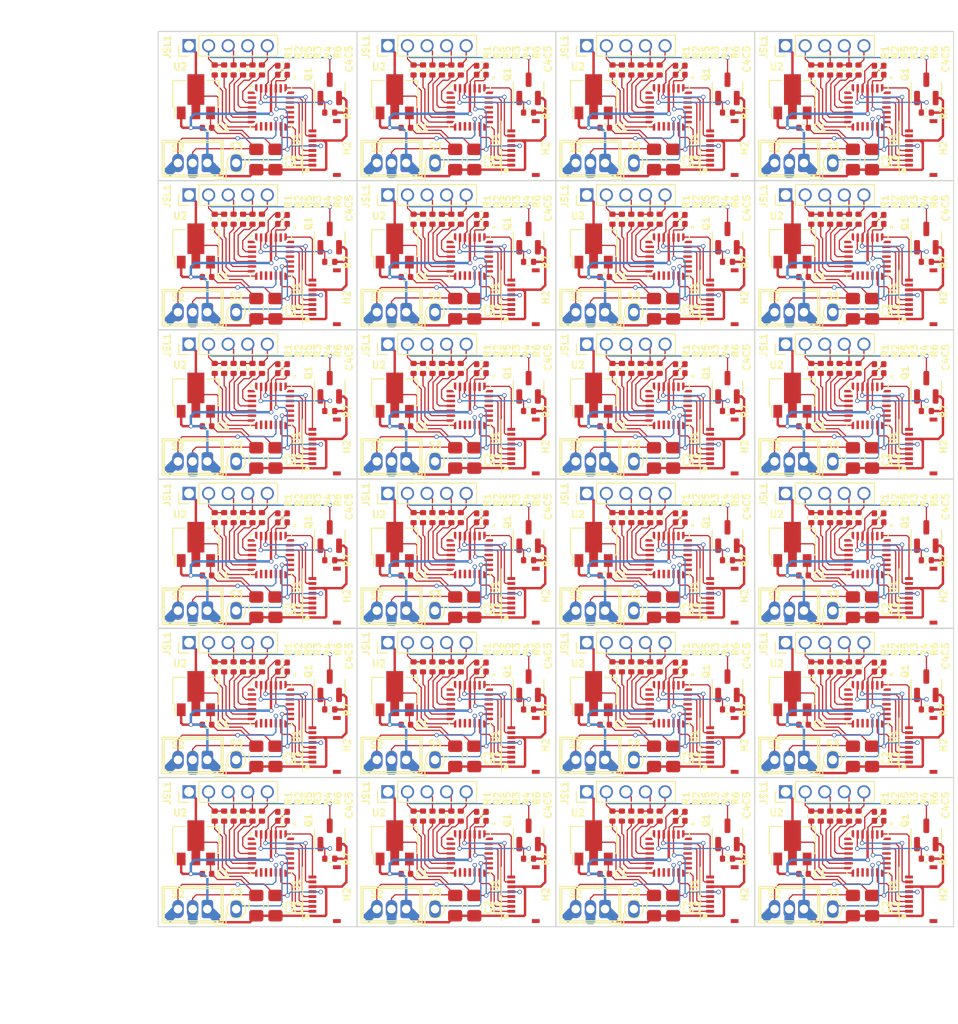
<source format=kicad_pcb>
(kicad_pcb (version 20221018) (generator pcbnew)
  (layers (0 "F.Cu" signal) (31 "B.Cu" signal) (34 "B.Paste" user) (35 "F.Paste" user) (36 "B.SilkS" user "B.Silkscreen") (37 "F.SilkS" user "F.Silkscreen") (38 "B.Mask" user) (39 "F.Mask" user) (44 "Edge.Cuts" user))
  (net 0 "")
  (net 1 "GND")
  (net 2 "/VCC")
  (net 3 "+5V")
  (net 4 "/LED_HEAD")
  (net 5 "/LED_CHASSIS")
  (net 6 "/LED_TAIL")
  (net 7 "/LED_FIRE")
  (net 8 "/HEAD_0")
  (net 9 "/HEAD_1")
  (net 10 "/TAIL_0")
  (net 11 "/TAIL_1")
  (net 12 "/CHASSIS")
  (net 13 "/FIRE")
  (net 14 "/RST")
  (net 15 "/UART_TX")
  (net 16 "/UART_RX")
  (net 17 "/SWCLK")
  (net 18 "/SWDIO")
  (net 19 "/TP1")
  (net 31 "/SW")
  (net 32 "/SG_THRO")
  (net 33 "/SG_BT")
  (footprint "Resistor_SMD:R_0402_1005Metric" (layer "F.Cu") (at 123.4548 71.345 90)
    (fp_text reference "R5")
    (fp_text value "100")
  )
  (footprint "Package_TO_SOT_SMD:SOT-89-3" (layer "F.Cu") (at 78.96 104.255 90)
    (fp_text reference "U2")
    (fp_text value "AMS1117-3.3")
  )
  (footprint "Capacitor_SMD:C_0805_2012Metric_Pad1.18x1.45mm_HandSolder" (layer "F.Cu") (at 107.412 95.7268 -90)
    (fp_text reference "C3")
    (fp_text value "10u")
  )
  (footprint "Resistor_SMD:R_0402_1005Metric" (layer "F.Cu") (at 122.4896 71.345 90)
    (fp_text reference "R2")
    (fp_text value "0")
  )
  (footprint "Package_TO_SOT_SMD:SOT-23" (layer "F.Cu") (at 112.96 73.2725 90)
    (fp_text reference "Q1")
    (fp_text value "NMOS")
  )
  (footprint "Package_DFN_QFN:QFN-28_4x4mm_P0.5mm" (layer "F.Cu") (at 106.95 75.165 -90)
    (fp_text reference "U1")
    (fp_text value "STM32G031G8Ux")
  )
  (footprint "Capacitor_SMD:C_0402_1005Metric" (layer "F.Cu") (at 120.74 92.485 180)
    (fp_text reference "C1")
    (fp_text value "100n")
  )
  (footprint "Capacitor_SMD:C_0805_2012Metric_Pad1.18x1.45mm_HandSolder" (layer "F.Cu") (at 105.4562 126.2068 -90)
    (fp_text reference "C2")
    (fp_text value "10u")
  )
  (footprint "Resistor_SMD:R_0402_1005Metric" (layer "F.Cu") (at 106.0304 101.825 90)
    (fp_text reference "R6")
    (fp_text value "0")
  )
  (footprint "Connector_PinHeader_2.00mm:PinHeader_1x05_P2.00mm_Vertical" (layer "F.Cu") (at 139.2232 129.8283 90)
    (fp_text reference "JSL1")
    (fp_text value "Conn_01x05")
  )
  (footprint "Resistor_SMD:R_0402_1005Metric" (layer "F.Cu") (at 143.7748 117.065 90)
    (fp_text reference "R5")
    (fp_text value "100")
  )
  (footprint "Connector_PinHeader_2.00mm:PinHeader_1x05_P2.00mm_Vertical" (layer "F.Cu") (at 78.2632 129.8283 90)
    (fp_text reference "JSL1")
    (fp_text value "Conn_01x05")
  )
  (footprint "Package_TO_SOT_SMD:SOT-89-3" (layer "F.Cu") (at 119.6 104.255 90)
    (fp_text reference "U2")
    (fp_text value "AMS1117-3.3")
  )
  (footprint "Capacitor_SMD:C_0805_2012Metric_Pad1.18x1.45mm_HandSolder" (layer "F.Cu") (at 105.4562 141.4468 -90)
    (fp_text reference "C2")
    (fp_text value "10u")
  )
  (footprint "Connector_FFC-FPC:TE_0-1734839-8_1x08-1MP_P0.5mm_Horizontal" (layer "F.Cu") (at 152.755 109.795 90)
    (fp_text reference "H2")
    (fp_text value "Conn_01x08" hide)
  )
  (footprint "Resistor_SMD:R_0402_1005Metric" (layer "F.Cu") (at 143.7748 132.305 90)
    (fp_text reference "R5")
    (fp_text value "100")
  )
  (footprint "Resistor_SMD:R_0402_1005Metric" (layer "F.Cu") (at 144.74 86.585 90)
    (fp_text reference "R3")
    (fp_text value "220")
  )
  (footprint "Resistor_SMD:R_0402_1005Metric" (layer "F.Cu") (at 124.42 86.585 90)
    (fp_text reference "R3")
    (fp_text value "220")
  )
  (footprint "Connector_PinHeader_2.00mm:PinHeader_1x05_P2.00mm_Vertical" (layer "F.Cu") (at 139.2232 68.8683 90)
    (fp_text reference "JSL1")
    (fp_text value "Conn_01x05")
  )
  (footprint "Connector_FFC-FPC:TE_0-1734839-8_1x08-1MP_P0.5mm_Horizontal" (layer "F.Cu") (at 91.795 109.795 90)
    (fp_text reference "H2")
    (fp_text value "Conn_01x08" hide)
  )
  (footprint "Resistor_SMD:R_0402_1005Metric" (layer "F.Cu") (at 142.8096 117.065 90)
    (fp_text reference "R2")
    (fp_text value "0")
  )
  (footprint "Capacitor_SMD:C_0805_2012Metric_Pad1.18x1.45mm_HandSolder" (layer "F.Cu") (at 146.0962 95.7268 -90)
    (fp_text reference "C2")
    (fp_text value "10u")
  )
  (footprint "Resistor_SMD:R_0402_1005Metric" (layer "F.Cu") (at 112.96 90.935)
    (fp_text reference "R7")
    (fp_text value "100")
  )
  (footprint "Capacitor_SMD:C_0402_1005Metric" (layer "F.Cu") (at 120.74 62.005 180)
    (fp_text reference "C1")
    (fp_text value "100n")
  )
  (footprint "Package_TO_SOT_SMD:SOT-23" (layer "F.Cu") (at 112.96 103.7525 90)
    (fp_text reference "Q1")
    (fp_text value "NMOS")
  )
  (footprint "Capacitor_SMD:C_0402_1005Metric" (layer "F.Cu") (at 108.13 70.905)
    (fp_text reference "C5")
    (fp_text value "100n")
  )
  (footprint "Connector_PinHeader_2.00mm:PinHeader_1x05_P2.00mm_Vertical" (layer "F.Cu") (at 98.5832 68.8683 90)
    (fp_text reference "JSL1")
    (fp_text value "Conn_01x05")
  )
  (footprint "Resistor_SMD:R_0402_1005Metric" (layer "F.Cu") (at 83.78 71.345 90)
    (fp_text reference "R3")
    (fp_text value "220")
  )
  (footprint "Resistor_SMD:R_0402_1005Metric" (layer "F.Cu") (at 142.8096 56.105 90)
    (fp_text reference "R2")
    (fp_text value "0")
  )
  (footprint "Capacitor_SMD:C_0402_1005Metric" (layer "F.Cu") (at 108.13 71.825 180)
    (fp_text reference "C4")
    (fp_text value "100n")
  )
  (footprint "Resistor_SMD:R_0402_1005Metric" (layer "F.Cu") (at 122.4896 117.065 90)
    (fp_text reference "R2")
    (fp_text value "0")
  )
  (footprint "Resistor_SMD:R_0402_1005Metric" (layer "F.Cu") (at 142.8096 132.305 90)
    (fp_text reference "R2")
    (fp_text value "0")
  )
  (footprint "Resistor_SMD:R_0402_1005Metric" (layer "F.Cu") (at 104.1 117.065 90)
    (fp_text reference "R3")
    (fp_text value "220")
  )
  (footprint "Capacitor_SMD:C_0805_2012Metric_Pad1.18x1.45mm_HandSolder" (layer "F.Cu") (at 107.412 80.4868 -90)
    (fp_text reference "C3")
    (fp_text value "10u")
  )
  (footprint "Resistor_SMD:R_0402_1005Metric" (layer "F.Cu") (at 84.7452 86.585 90)
    (fp_text reference "R4")
    (fp_text value "0")
  )
  (footprint "Resistor_SMD:R_0402_1005Metric" (layer "F.Cu") (at 125.3852 117.065 90)
    (fp_text reference "R4")
    (fp_text value "0")
  )
  (footprint "Connector_Wuerth:Wuerth_WR-WTB_64800311622_1x03_P1.50mm_Vertical" (layer "F.Cu") (at 141.0924 96.0824 180)
    (fp_text reference "S2")
    (fp_text value "Conn_01x03")
  )
  (footprint "Connector_Wuerth:Wuerth_WR-WTB_64800311622_1x03_P1.50mm_Vertical" (layer "F.Cu") (at 80.1324 111.3224 180)
    (fp_text reference "S2")
    (fp_text value "Conn_01x03")
  )
  (footprint "Package_TO_SOT_SMD:SOT-23" (layer "F.Cu") (at 153.6 103.7525 90)
    (fp_text reference "Q1")
    (fp_text value "NMOS")
  )
  (footprint "Resistor_SMD:R_0402_1005Metric" (layer "F.Cu") (at 106.0304 86.585 90)
    (fp_text reference "R6")
    (fp_text value "0")
  )
  (footprint "Package_TO_SOT_SMD:SOT-23" (layer "F.Cu") (at 153.6 88.5125 90)
    (fp_text reference "Q1")
    (fp_text value "NMOS")
  )
  (footprint "Resistor_SMD:R_0402_1005Metric" (layer "F.Cu") (at 103.1348 71.345 90)
    (fp_text reference "R5")
    (fp_text value "100")
  )
  (footprint "Capacitor_SMD:C_0402_1005Metric" (layer "F.Cu") (at 80.1 138.205 180)
    (fp_text reference "C1")
    (fp_text value "100n")
  )
  (footprint "Connector_FFC-FPC:TE_0-1734839-8_1x08-1MP_P0.5mm_Horizontal" (layer "F.Cu") (at 91.795 140.275 90)
    (fp_text reference "H2")
    (fp_text value "Conn_01x08" hide)
  )
  (footprint "Connector_FFC-FPC:TE_0-1734839-8_1x08-1MP_P0.5mm_Horizontal" (layer "F.Cu") (at 112.115 125.035 90)
    (fp_text reference "H2")
    (fp_text value "Conn_01x08" hide)
  )
  (footprint "Package_TO_SOT_SMD:SOT-23" (layer "F.Cu") (at 153.6 134.2325 90)
    (fp_text reference "Q1")
    (fp_text value "NMOS")
  )
  (footprint "Resistor_SMD:R_0402_1005Metric" (layer "F.Cu") (at 126.3504 132.305 90)
    (fp_text reference "R6")
    (fp_text value "0")
  )
  (footprint "Package_TO_SOT_SMD:SOT-23" (layer "F.Cu") (at 112.96 118.9925 90)
    (fp_text reference "Q1")
    (fp_text value "NMOS")
  )
  (footprint "Capacitor_SMD:C_0402_1005Metric" (layer "F.Cu") (at 120.74 138.205 180)
    (fp_text reference "C1")
    (fp_text value "100n")
  )
  (footprint "Connector_PinHeader_2.00mm:PinHeader_1x05_P2.00mm_Vertical" (layer "F.Cu") (at 98.5832 53.6283 90)
    (fp_text reference "JSL1")
    (fp_text value "Conn_01x05")
  )
  (footprint "Connector_Wuerth:Wuerth_WR-WTB_64800311622_1x03_P1.50mm_Vertical" (layer "F.Cu") (at 141.0924 111.3224 180)
    (fp_text reference "S2")
    (fp_text value "Conn_01x03")
  )
  (footprint "Package_DFN_QFN:QFN-28_4x4mm_P0.5mm" (layer "F.Cu") (at 106.95 59.925 -90)
    (fp_text reference "U1")
    (fp_text value "STM32G031G8Ux")
  )
  (footprint "Capacitor_SMD:C_0402_1005Metric" (layer "F.Cu") (at 148.77 117.545 180)
    (fp_text reference "C4")
    (fp_text value "100n")
  )
  (footprint "Resistor_SMD:R_0402_1005Metric" (layer "F.Cu") (at 121.5244 101.825 90)
    (fp_text reference "R1")
    (fp_text value "680")
  )
  (footprint "Resistor_SMD:R_0402_1005Metric" (layer "F.Cu") (at 153.6 75.695)
    (fp_text reference "R7")
    (fp_text value "100")
  )
  (footprint "Resistor_SMD:R_0402_1005Metric" (layer "F.Cu") (at 121.5244 56.105 90)
    (fp_text reference "R1")
    (fp_text value "680")
  )
  (footprint "Capacitor_SMD:C_0402_1005Metric" (layer "F.Cu") (at 128.45 86.145)
    (fp_text reference "C5")
    (fp_text value "100n")
  )
  (footprint "Resistor_SMD:R_0402_1005Metric" (layer "F.Cu") (at 85.7104 132.305 90)
    (fp_text reference "R6")
    (fp_text value "0")
  )
  (footprint "Capacitor_SMD:C_0402_1005Metric" (layer "F.Cu") (at 128.45 132.785 180)
    (fp_text reference "C4")
    (fp_text value "100n")
  )
  (footprint "Package_TO_SOT_SMD:SOT-89-3" (layer "F.Cu") (at 119.6 89.015 90)
    (fp_text reference "U2")
    (fp_text value "AMS1117-3.3")
  )
  (footprint "Package_DFN_QFN:QFN-28_4x4mm_P0.5mm" (layer "F.Cu") (at 86.63 75.165 -90)
    (fp_text reference "U1")
    (fp_text value "STM32G031G8Ux")
  )
  (footprint "Resistor_SMD:R_0402_1005Metric" (layer "F.Cu") (at 80.8844 56.105 90)
    (fp_text reference "R1")
    (fp_text value "680")
  )
  (footprint "Capacitor_SMD:C_0402_1005Metric" (layer "F.Cu") (at 128.45 70.905)
    (fp_text reference "C5")
    (fp_text value "100n")
  )
  (footprint "Capacitor_SMD:C_0402_1005Metric" (layer "F.Cu") (at 108.13 55.665)
    (fp_text reference "C5")
    (fp_text value "100n")
  )
  (footprint "Resistor_SMD:R_0402_1005Metric" (layer "F.Cu") (at 85.7104 101.825 90)
    (fp_text reference "R6")
    (fp_text value "0")
  )
  (footprint "Resistor_SMD:R_0402_1005Metric" (layer "F.Cu") (at 106.0304 56.105 90)
    (fp_text reference "R6")
    (fp_text value "0")
  )
  (footprint "Package_TO_SOT_SMD:SOT-89-3" (layer "F.Cu") (at 99.28 73.775 90)
    (fp_text reference "U2")
    (fp_text value "AMS1117-3.3")
  )
  (footprint "Resistor_SMD:R_0402_1005Metric" (layer "F.Cu") (at 124.42 71.345 90)
    (fp_text reference "R3")
    (fp_text value "220")
  )
  (footprint "Resistor_SMD:R_0402_1005Metric" (layer "F.Cu") (at 81.8496 117.065 90)
    (fp_text reference "R2")
    (fp_text value "0")
  )
  (footprint "Capacitor_SMD:C_0805_2012Metric_Pad1.18x1.45mm_HandSolder" (layer "F.Cu") (at 148.052 80.4868 -90)
    (fp_text reference "C3")
    (fp_text value "10u")
  )
  (footprint "Connector_PinHeader_2.00mm:PinHeader_1x05_P2.00mm_Vertical" (layer "F.Cu") (at 118.9032 53.6283 90)
    (fp_text reference "JSL1")
    (fp_text value "Conn_01x05")
  )
  (footprint "Resistor_SMD:R_0402_1005Metric" (layer "F.Cu") (at 80.8844 132.305 90)
    (fp_text reference "R1")
    (fp_text value "680")
  )
  (footprint "Resistor_SMD:R_0402_1005Metric" (layer "F.Cu") (at 153.6 106.175)
    (fp_text reference "R7")
    (fp_text value "100")
  )
  (footprint "Connector_FFC-FPC:TE_0-1734839-8_1x08-1MP_P0.5mm_Horizontal" (layer "F.Cu") (at 91.795 79.315 90)
    (fp_text reference "H2")
    (fp_text value "Conn_01x08" hide)
  )
  (footprint "Capacitor_SMD:C_0402_1005Metric" (layer "F.Cu") (at 87.81 70.905)
    (fp_text reference "C5")
    (fp_text value "100n")
  )
  (footprint "Resistor_SMD:R_0402_1005Metric" (layer "F.Cu") (at 122.4896 132.305 90)
    (fp_text reference "R2")
    (fp_text value "0")
  )
  (footprint "Capacitor_SMD:C_0402_1005Metric" (layer "F.Cu") (at 148.77 86.145)
    (fp_text reference "C5")
    (fp_text value "100n")
  )
  (footprint "Package_TO_SOT_SMD:SOT-23" (layer "F.Cu") (at 153.6 58.0325 90)
    (fp_text reference "Q1")
    (fp_text value "NMOS")
  )
  (footprint "Resistor_SMD:R_0402_1005Metric" (layer "F.Cu") (at 105.0652 71.345 90)
    (fp_text reference "R4")
    (fp_text value "0")
  )
  (footprint "Resistor_SMD:R_0402_1005Metric" (layer "F.Cu") (at 106.0304 132.305 90)
    (fp_text reference "R6")
    (fp_text value "0")
  )
  (footprint "Resistor_SMD:R_0402_1005Metric" (layer "F.Cu") (at 141.8444 101.825 90)
    (fp_text reference "R1")
    (fp_text value "680")
  )
  (footprint "Connector_Wuerth:Wuerth_WR-WTB_64800311622_1x03_P1.50mm_Vertical" (layer "F.Cu") (at 100.4524 65.6024 180)
    (fp_text reference "S2")
    (fp_text value "Conn_01x03")
  )
  (footprint "Resistor_SMD:R_0402_1005Metric" (layer "F.Cu") (at 85.7104 56.105 90)
    (fp_text reference "R6")
    (fp_text value "0")
  )
  (footprint "Connector_PinHeader_2.00mm:PinHeader_1x05_P2.00mm_Vertical" (layer "F.Cu") (at 139.2232 84.1083 90)
    (fp_text reference "JSL1")
    (fp_text value "Conn_01x05")
  )
  (footprint "Capacitor_SMD:C_0805_2012Metric_Pad1.18x1.45mm_HandSolder" (layer "F.Cu") (at 107.412 126.2068 -90)
    (fp_text reference "C3")
    (fp_text value "10u")
  )
  (footprint "Capacitor_SMD:C_0402_1005Metric" (layer "F.Cu") (at 128.45 56.585 180)
    (fp_text reference "C4")
    (fp_text value "100n")
  )
  (footprint "Capacitor_SMD:C_0402_1005Metric" (layer "F.Cu") (at 128.45 55.665)
    (fp_text reference "C5")
    (fp_text value "100n")
  )
  (footprint "Resistor_SMD:R_0402_1005Metric" (layer "F.Cu") (at 92.64 136.655)
    (fp_text reference "R7")
    (fp_text value "100")
  )
  (footprint "Connector_FFC-FPC:TE_0-1734839-8_1x08-1MP_P0.5mm_Horizontal" (layer "F.Cu") (at 152.755 125.035 90)
    (fp_text reference "H2")
    (fp_text value "Conn_01x08" hide)
  )
  (footprint "Connector_Wuerth:Wuerth_WR-WTB_64800311622_1x03_P1.50mm_Vertical" (layer "F.Cu") (at 120.7724 80.8424 180)
    (fp_text reference "S2")
    (fp_text value "Conn_01x03")
  )
  (footprint "Resistor_SMD:R_0402_1005Metric" (layer "F.Cu") (at 101.2044 86.585 90)
    (fp_text reference "R1")
    (fp_text value "680")
  )
  (footprint "Capacitor_SMD:C_0402_1005Metric" (layer "F.Cu") (at 108.13 131.865)
    (fp_text reference "C5")
    (fp_text value "100n")
  )
  (footprint "Capacitor_SMD:C_0402_1005Metric" (layer "F.Cu") (at 100.42 107.725 180)
    (fp_text reference "C1")
    (fp_text value "100n")
  )
  (footprint "Capacitor_SMD:C_0805_2012Metric_Pad1.18x1.45mm_HandSolder" (layer "F.Cu") (at 85.1362 126.2068 -90)
    (fp_text reference "C2")
    (fp_text value "10u")
  )
  (footprint "Capacitor_SMD:C_0805_2012Metric_Pad1.18x1.45mm_HandSolder" (layer "F.Cu") (at 127.732 80.4868 -90)
    (fp_text reference "C3")
    (fp_text value "10u")
  )
  (footprint "TestPoint:TestPoint_THTPad_D1.5mm_Drill0.7mm" (layer "F.Cu") (at 123.7188 111.3224)
    (fp_text reference "S3")
    (fp_text value "Conn_01x01")
  )
  (footprint "Capacitor_SMD:C_0805_2012Metric_Pad1.18x1.45mm_HandSolder" (layer "F.Cu") (at 146.0962 110.9668 -90)
    (fp_text reference "C2")
    (fp_text value "10u")
  )
  (footprint "Package_DFN_QFN:QFN-28_4x4mm_P0.5mm" (layer "F.Cu") (at 106.95 120.885 -90)
    (fp_text reference "U1")
    (fp_text value "STM32G031G8Ux")
  )
  (footprint "Connector_Wuerth:Wuerth_WR-WTB_64800311622_1x03_P1.50mm_Vertical" (layer "F.Cu") (at 120.7724 96.0824 180)
    (fp_text reference "S2")
    (fp_text value "Conn_01x03")
  )
  (footprint "Package_TO_SOT_SMD:SOT-89-3" (layer "F.Cu") (at 139.92 73.775 90)
    (fp_text reference "U2")
    (fp_text value "AMS1117-3.3")
  )
  (footprint "Connector_PinHeader_2.00mm:PinHeader_1x05_P2.00mm_Vertical" (layer "F.Cu") (at 98.5832 114.5883 90)
    (fp_text reference "JSL1")
    (fp_text value "Conn_01x05")
  )
  (footprint "Capacitor_SMD:C_0805_2012Metric_Pad1.18x1.45mm_HandSolder" (layer "F.Cu") (at 87.092 110.9668 -90)
    (fp_text reference "C3")
    (fp_text value "10u")
  )
  (footprint "Capacitor_SMD:C_0402_1005Metric" (layer "F.Cu") (at 148.77 56.585 180)
    (fp_text reference "C4")
    (fp_text value "100n")
  )
  (footprint "Package_DFN_QFN:QFN-28_4x4mm_P0.5mm" (layer "F.Cu") (at 147.59 136.125 -90)
    (fp_text reference "U1")
    (fp_text value "STM32G031G8Ux")
  )
  (footprint "Resistor_SMD:R_0402_1005Metric" (layer "F.Cu") (at 83.78 101.825 90)
    (fp_text reference "R3")
    (fp_text value "220")
  )
  (footprint "Capacitor_SMD:C_0402_1005Metric" (layer "F.Cu") (at 100.42 62.005 180)
    (fp_text reference "C1")
    (fp_text value "100n")
  )
  (footprint "Resistor_SMD:R_0402_1005Metric" (layer "F.Cu") (at 121.5244 71.345 90)
    (fp_text reference "R1")
    (fp_text value "680")
  )
  (footprint "Capacitor_SMD:C_0805_2012Metric_Pad1.18x1.45mm_HandSolder" (layer "F.Cu") (at 125.7762 126.2068 -90)
    (fp_text reference "C2")
    (fp_text value "10u")
  )
  (footprint "Connector_PinHeader_2.00mm:PinHeader_1x05_P2.00mm_Vertical" (layer "F.Cu") (at 118.9032 68.8683 90)
    (fp_text reference "JSL1")
    (fp_text value "Conn_01x05")
  )
  (footprint "Resistor_SMD:R_0402_1005Metric" (layer "F.Cu") (at 102.1696 101.825 90)
    (fp_text reference "R2")
    (fp_text value "0")
  )
  (footprint "Package_DFN_QFN:QFN-28_4x4mm_P0.5mm" (layer "F.Cu") (at 86.63 120.885 -90)
    (fp_text reference "U1")
    (fp_text value "STM32G031G8Ux")
  )
  (footprint "Package_TO_SOT_SMD:SOT-89-3" (layer "F.Cu") (at 139.92 104.255 90)
    (fp_text reference "U2")
    (fp_text value "AMS1117-3.3")
  )
  (footprint "Resistor_SMD:R_0402_1005Metric" (layer "F.Cu") (at 103.1348 86.585 90)
    (fp_text reference "R5")
    (fp_text value "100")
  )
  (footprint "Connector_PinHeader_2.00mm:PinHeader_1x05_P2.00mm_Vertical" (layer "F.Cu") (at 78.2632 84.1083 90)
    (fp_text reference "JSL1")
    (fp_text value "Conn_01x05")
  )
  (footprint "Resistor_SMD:R_0402_1005Metric" (layer "F.Cu") (at 124.42 56.105 90)
    (fp_text reference "R3")
    (fp_text value "220")
  )
  (footprint "Capacitor_SMD:C_0805_2012Metric_Pad1.18x1.45mm_HandSolder" (layer "F.Cu") (at 148.052 65.2468 -90)
    (fp_text reference "C3")
    (fp_text value "10u")
  )
  (footprint "Resistor_SMD:R_0402_1005Metric" (layer "F.Cu") (at 83.78 86.585 90)
    (fp_text reference "R3")
    (fp_text value "220")
  )
  (footprint "Capacitor_SMD:C_0402_1005Metric" (layer "F.Cu") (at 87.81 56.585 180)
    (fp_text reference "C4")
    (fp_text value "100n")
  )
  (footprint "Capacitor_SMD:C_0805_2012Metric_Pad1.18x1.45mm_HandSolder" (layer "F.Cu") (at 127.732 65.2468 -90)
    (fp_text reference "C3")
    (fp_text value "10u")
  )
  (footprint "Capacitor_SMD:C_0402_1005Metric" (layer "F.Cu") (at 108.13 86.145)
    (fp_text reference "C5")
    (fp_text value "100n")
  )
  (footprint "Resistor_SMD:R_0402_1005Metric" (layer "F.Cu") (at 141.8444 117.065 90)
    (fp_text reference "R1")
    (fp_text value "680")
  )
  (footprint "Connector_PinHeader_2.00mm:PinHeader_1x05_P2.00mm_Vertical" (layer "F.Cu") (at 78.2632 99.3483 90)
    (fp_text reference "JSL1")
    (fp_text value "Conn_01x05")
  )
  (footprint "Resistor_SMD:R_0402_1005Metric" (layer "F.Cu") (at 81.8496 71.345 90)
    (fp_text reference "R2")
    (fp_text value "0")
  )
  (footprint "Resistor_SMD:R_0402_1005Metric" (layer "F.Cu") (at 121.5244 117.065 90)
    (fp_text reference "R1")
    (fp_text value "680")
  )
  (footprint "Package_DFN_QFN:QFN-28_4x4mm_P0.5mm" (layer "F.Cu") (at 147.59 75.165 -90)
    (fp_text reference "U1")
    (fp_text value "STM32G031G8Ux")
  )
  (footprint "Capacitor_SMD:C_0805_2012Metric_Pad1.18x1.45mm_HandSolder" (layer "F.Cu") (at 148.052 141.4468 -90)
    (fp_text reference "C3")
    (fp_text value "10u")
  )
  (footprint "Package_TO_SOT_SMD:SOT-23" (layer "F.Cu") (at 153.6 118.9925 90)
    (fp_text reference "Q1")
    (fp_text value "NMOS")
  )
  (footprint "TestPoint:TestPoint_THTPad_D1.5mm_Drill0.7mm" (layer "F.Cu") (at 144.0388 96.0824)
    (fp_text reference "S3")
    (fp_text value "Conn_01x01")
  )
  (footprint "Resistor_SMD:R_0402_1005Metric" (layer "F.Cu") (at 126.3504 86.585 90)
    (fp_text reference "R6")
    (fp_text value "0")
  )
  (footprint "Connector_FFC-FPC:TE_0-1734839-8_1x08-1MP_P0.5mm_Horizontal" (layer "F.Cu") (at 132.435 64.075 90)
    (fp_text reference "H2")
    (fp_text value "Conn_01x08" hide)
  )
  (footprint "Capacitor_SMD:C_0402_1005Metric" (layer "F.Cu") (at 100.42 122.965 180)
    (fp_text reference "C1")
    (fp_text value "100n")
  )
  (footprint "Connector_PinHeader_2.00mm:PinHeader_1x05_P2.00mm_Vertical" (layer "F.Cu") (at 98.5832 84.1083 90)
    (fp_text reference "JSL1")
    (fp_text value "Conn_01x05")
  )
  (footprint "Capacitor_SMD:C_0402_1005Metric" (layer "F.Cu") (at 128.45 102.305 180)
    (fp_text reference "C4")
    (fp_text value "100n")
  )
  (footprint "Resistor_SMD:R_0402_1005Metric" (layer "F.Cu") (at 142.8096 71.345 90)
    (fp_text reference "R2")
    (fp_text value "0")
  )
  (footprint "Resistor_SMD:R_0402_1005Metric" (layer "F.Cu") (at 153.6 121.415)
    (fp_text reference "R7")
    (fp_text value "100")
  )
  (footprint "Resistor_SMD:R_0402_1005Metric" (layer "F.Cu") (at 145.7052 117.065 90)
    (fp_text reference "R4")
    (fp_text value "0")
  )
  (footprint "Connector_Wuerth:Wuerth_WR-WTB_64800311622_1x03_P1.50mm_Vertical" (layer "F.Cu") (at 120.7724 65.6024 180)
    (fp_text reference "S2")
    (fp_text value "Conn_01x03")
  )
  (footprint "TestPoint:TestPoint_THTPad_D1.5mm_Drill0.7mm" (layer "F.Cu") (at 144.0388 111.3224)
    (fp_text reference "S3")
    (fp_text value "Conn_01x01")
  )
  (footprint "Resistor_SMD:R_0402_1005Metric" (layer "F.Cu") (at 123.4548 117.065 90)
    (fp_text reference "R5")
    (fp_text value "100")
  )
  (footprint "Connector_FFC-FPC:TE_0-1734839-8_1x08-1MP_P0.5mm_Horizontal" (layer "F.Cu") (at 112.115 94.555 90)
    (fp_text reference "H2")
    (fp_text value "Conn_01x08" hide)
  )
  (footprint "Resistor_SMD:R_0402_1005Metric" (layer "F.Cu") (at 144.74 117.065 90)
    (fp_text reference "R3")
    (fp_text value "220")
  )
  (footprint "Resistor_SMD:R_0402_1005Metric" (layer "F.Cu") (at 101.2044 56.105 90)
    (fp_text reference "R1")
    (fp_text value "680")
  )
  (footprint "Capacitor_SMD:C_0402_1005Metric" (layer "F.Cu") (at 141.06 92.485 180)
    (fp_text reference "C1")
    (fp_text value "100n")
  )
  (footprint "Capacitor_SMD:C_0402_1005Metric" (layer "F.Cu") (at 141.06 107.725 180)
    (fp_text reference "C1")
    (fp_text value "100n")
  )
  (footprint "Resistor_SMD:R_0402_1005Metric" (layer "F.Cu") (at 92.64 121.415)
    (fp_text reference "R7")
    (fp_text value "100")
  )
  (footprint "Package_TO_SOT_SMD:SOT-89-3" (layer "F.Cu") (at 78.96 58.535 90)
    (fp_text reference "U2")
    (fp_text value "AMS1117-3.3")
  )
  (footprint "Capacitor_SMD:C_0402_1005Metric" (layer "F.Cu") (at 148.77 102.305 180)
    (fp_text reference "C4")
    (fp_text value "100n")
  )
  (footprint "Resistor_SMD:R_0402_1005Metric" (layer "F.Cu") (at 153.6 60.455)
    (fp_text reference "R7")
    (fp_text value "100")
  )
  (footprint "Capacitor_SMD:C_0402_1005Metric" (layer "F.Cu") (at 87.81 87.065 180)
    (fp_text reference "C4")
    (fp_text value "100n")
  )
  (footprint "Connector_FFC-FPC:TE_0-1734839-8_1x08-1MP_P0.5mm_Horizontal" (layer "F.Cu") (at 91.795 94.555 90)
    (fp_text reference "H2")
    (fp_text value "Conn_01x08" hide)
  )
  (footprint "Resistor_SMD:R_0402_1005Metric" (layer "F.Cu") (at 133.28 106.175)
    (fp_text reference "R7")
    (fp_text value "100")
  )
  (footprint "TestPoint:TestPoint_THTPad_D1.5mm_Drill0.7mm" (layer "F.Cu") (at 103.3988 141.8024)
    (fp_text reference "S3")
    (fp_text value "Conn_01x01")
  )
  (footprint "TestPoint:TestPoint_THTPad_D1.5mm_Drill0.7mm" (layer "F.Cu") (at 103.3988 111.3224)
    (fp_text reference "S3")
    (fp_text value "Conn_01x01")
  )
  (footprint "Connector_PinHeader_2.00mm:PinHeader_1x05_P2.00mm_Vertical" (layer "F.Cu") (at 118.9032 84.1083 90)
    (fp_text reference "JSL1")
    (fp_text value "Conn_01x05")
  )
  (footprint "Resistor_SMD:R_0402_1005Metric" (layer "F.Cu") (at 124.42 117.065 90)
    (fp_text reference "R3")
    (fp_text value "220")
  )
  (footprint "Connector_Wuerth:Wuerth_WR-WTB_64800311622_1x03_P1.50mm_Vertical" (layer "F.Cu") (at 141.0924 80.8424 180)
    (fp_text reference "S2")
    (fp_text value "Conn_01x03")
  )
  (footprint "Connector_FFC-FPC:TE_0-1734839-8_1x08-1MP_P0.5mm_Horizontal" (layer "F.Cu") (at 91.795 64.075 90)
    (fp_text reference "H2")
    (fp_text value "Conn_01x08" hide)
  )
  (footprint "Resistor_SMD:R_0402_1005Metric" (layer "F.Cu") (at 81.8496 86.585 90)
    (fp_text reference "R2")
    (fp_text value "0")
  )
  (footprint "Resistor_SMD:R_0402_1005Metric" (layer "F.Cu") (at 112.96 75.695)
    (fp_text reference "R7")
    (fp_text value "100")
  )
  (footprint "TestPoint:TestPoint_THTPad_D1.5mm_Drill0.7mm" (layer "F.Cu") (at 103.3988 126.5624)
    (fp_text reference "S3")
    (fp_text value "Conn_01x01")
  )
  (footprint "TestPoint:TestPoint_THTPad_D1.5mm_Drill0.7mm" (layer "F.Cu") (at 103.3988 80.8424)
    (fp_text reference "S3")
    (fp_text value "Conn_01x01")
  )
  (footprint "Resistor_SMD:R_0402_1005Metric" (layer "F.Cu") (at 124.42 101.825 90)
    (fp_text reference "R3")
    (fp_text value "220")
  )
  (footprint "Resistor_SMD:R_0402_1005Metric" (layer "F.Cu") (at 82.8148 71.345 90)
    (fp_text reference "R5")
    (fp_text value "100")
  )
  (footprint "Resistor_SMD:R_0402_1005Metric" (layer "F.Cu") (at 92.64 60.455)
    (fp_text reference "R7")
    (fp_text value "100")
  )
  (footprint "Resistor_SMD:R_0402_1005Metric" (layer "F.Cu") (at 146.6704 86.585 90)
    (fp_text reference "R6")
    (fp_text value "0")
  )
  (footprint "Capacitor_SMD:C_0402_1005Metric" (layer "F.Cu") (at 108.13 116.625)
    (fp_text reference "C5")
    (fp_text value "100n")
  )
  (footprint "Connector_Wuerth:Wuerth_WR-WTB_64800311622_1x03_P1.50mm_Vertical" (layer "F.Cu") (at 120.7724 141.8024 180)
    (fp_text reference "S2")
    (fp_text value "Conn_01x03")
  )
  (footprint "Resistor_SMD:R_0402_1005Metric" (layer "F.Cu") (at 104.1 71.345 90)
    (fp_text reference "R3")
    (fp_text value "220")
  )
  (footprint "Resistor_SMD:R_0402_1005Metric" (layer "F.Cu") (at 146.6704 132.305 90)
    (fp_text reference "R6")
    (fp_text value "0")
  )
  (footprint "Capacitor_SMD:C_0402_1005Metric" (layer "F.Cu") (at 87.81 132.785 180)
    (fp_text reference "C4")
    (fp_text value "100n")
  )
  (footprint "Package_DFN_QFN:QFN-28_4x4mm_P0.5mm" (layer "F.Cu") (at 127.27 136.125 -90)
    (fp_text reference "U1")
    (fp_text value "STM32G031G8Ux")
  )
  (footprint "Package_TO_SOT_SMD:SOT-23" (layer "F.Cu") (at 133.28 103.7525 90)
    (fp_text reference "Q1")
    (fp_text value "NMOS")
  )
  (footprint "Resistor_SMD:R_0402_1005Metric" (layer "F.Cu") (at 106.0304 71.345 90)
    (fp_text reference "R6")
    (fp_text value "0")
  )
  (footprint "Connector_FFC-FPC:TE_0-1734839-8_1x08-1MP_P0.5mm_Horizontal" (layer "F.Cu") (at 112.115 64.075 90)
    (fp_text reference "H2")
    (fp_text value "Conn_01x08" hide)
  )
  (footprint "TestPoint:TestPoint_THTPad_D1.5mm_Drill0.7mm" (layer "F.Cu") (at 103.3988 65.6024)
    (fp_text reference "S3")
    (fp_text value "Conn_01x01")
  )
  (footprint "Capacitor_SMD:C_0402_1005Metric" (layer "F.Cu") (at 87.81 131.865)
    (fp_text reference "C5")
    (fp_text value "100n")
  )
  (footprint "Resistor_SMD:R_0402_1005Metric" (layer "F.Cu") (at 85.7104 86.585 90)
    (fp_text reference "R6")
    (fp_text value "0")
  )
  (footprint "Resistor_SMD:R_0402_1005Metric" (layer "F.Cu") (at 105.0652 86.585 90)
    (fp_text reference "R4")
    (fp_text value "0")
  )
  (footprint "Resistor_SMD:R_0402_1005Metric" (layer "F.Cu") (at 153.6 136.655)
    (fp_text reference "R7")
    (fp_text value "100")
  )
  (footprint "Resistor_SMD:R_0402_1005Metric" (layer "F.Cu") (at 80.8844 71.345 90)
    (fp_text reference "R1")
    (fp_text value "680")
  )
  (footprint "Package_DFN_QFN:QFN-28_4x4mm_P0.5mm" (layer "F.Cu") (at 127.27 59.925 -90)
    (fp_text reference "U1")
    (fp_text value "STM32G031G8Ux")
  )
  (footprint "Connector_PinHeader_2.00mm:PinHeader_1x05_P2.00mm_Vertical" (layer "F.Cu") (at 98.5832 129.8283 90)
    (fp_text reference "JSL1")
    (fp_text value "Conn_01x05")
  )
  (footprint "Package_TO_SOT_SMD:SOT-89-3" (layer "F.Cu") (at 119.6 119.495 90)
    (fp_text reference "U2")
    (fp_text value "AMS1117-3.3")
  )
  (footprint "Connector_FFC-FPC:TE_0-1734839-8_1x08-1MP_P0.5mm_Horizontal" (layer "F.Cu") (at 132.435 140.275 90)
    (fp_text reference "H2")
    (fp_text value "Conn_01x08" hide)
  )
  (footprint "Capacitor_SMD:C_0805_2012Metric_Pad1.18x1.45mm_HandSolder" (layer "F.Cu") (at 105.4562 65.2468 -90)
    (fp_text reference "C2")
    (fp_text value "10u")
  )
  (footprint "Resistor_SMD:R_0402_1005Metric" (layer "F.Cu") (at 80.8844 86.585 90)
    (fp_text reference "R1")
    (fp_text value "680")
  )
  (footprint "Capacitor_SMD:C_0402_1005Metric" (layer "F.Cu") (at 87.81 102.305 180)
    (fp_text reference "C4")
    (fp_text value "100n")
  )
  (footprint "TestPoint:TestPoint_THTPad_D1.5mm_Drill0.7mm" (layer "F.Cu") (at 83.0788 126.5624)
    (fp_text reference "S3")
    (fp_text value "Conn_01x01")
  )
  (footprint "Capacitor_SMD:C_0402_1005Metric" (layer "F.Cu") (at 100.42 77.245 180)
    (fp_text reference "C1")
    (fp_text value "100n")
  )
  (footprint "Capacitor_SMD:C_0402_1005Metric" (layer "F.Cu") (at 141.06 77.245 180)
    (fp_text reference "C1")
    (fp_text value "100n")
  )
  (footprint "Resistor_SMD:R_0402_1005Metric" (layer "F.Cu") (at 141.8444 86.585 90)
    (fp_text reference "R1")
    (fp_text value "680")
  )
  (footprint "Connector_PinHeader_2.00mm:PinHeader_1x05_P2.00mm_Vertical" (layer "F.Cu") (at 139.2232 53.6283 90)
    (fp_text reference "JSL1")
    (fp_text value "Conn_01x05")
  )
  (footprint "TestPoint:TestPoint_THTPad_D1.5mm_Drill0.7mm" (layer "F.Cu") (at 123.7188 96.0824)
    (fp_text reference "S3")
    (fp_text value "Conn_01x01")
  )
  (footprint "Resistor_SMD:R_0402_1005Metric" (layer "F.Cu") (at 143.7748 71.345 90)
    (fp_text reference "R5")
    (fp_text value "100")
  )
  (footprint "Connector_FFC-FPC:TE_0-1734839-8_1x08-1MP_P0.5mm_Horizontal" (layer "F.Cu") (at 152.755 64.075 90)
    (fp_text reference "H2")
    (fp_text value "Conn_01x08" hide)
  )
  (footprint "Package_DFN_QFN:QFN-28_4x4mm_P0.5mm" (layer "F.Cu") (at 127.27 90.405 -90)
    (fp_text reference "U1")
    (fp_text value "STM32G031G8Ux")
  )
  (footprint "Package_TO_SOT_SMD:SOT-89-3" (layer "F.Cu") (at 139.92 58.535 90)
    (fp_text reference "U2")
    (fp_text value "AMS1117-3.3")
  )
  (footprint "Resistor_SMD:R_0402_1005Metric" (layer "F.Cu") (at 125.3852 132.305 90)
    (fp_text reference "R4")
    (fp_text value "0")
  )
  (footprint "Capacitor_SMD:C_0805_2012Metric_Pad1.18x1.45mm_HandSolder" (layer "F.Cu") (at 85.1362 80.4868 -90)
    (fp_text reference "C2")
    (fp_text value "10u")
  )
  (footprint "Resistor_SMD:R_0402_1005Metric" (layer "F.Cu") (at 83.78 56.105 90)
    (fp_text reference "R3")
    (fp_text value "220")
  )
  (footprint "Resistor_SMD:R_0402_1005Metric" (layer "F.Cu") (at 133.28 121.415)
    (fp_text reference "R7")
    (fp_text value "100")
  )
  (footprint "Resistor_SMD:R_0402_1005Metric" (layer "F.Cu") (at 84.7452 101.825 90)
    (fp_text reference "R4")
    (fp_text value "0")
  )
  (footprint "Connector_FFC-FPC:TE_0-1734839-8_1x08-1MP_P0.5mm_Horizontal" (layer "F.Cu") (at 112.115 109.795 90)
    (fp_text reference "H2")
    (fp_text value "Conn_01x08" hide)
  )
  (footprint "Resistor_SMD:R_0402_1005Metric" (layer "F.Cu") (at 133.28 90.935)
    (fp_text reference "R7")
    (fp_text value "100")
  )
  (footprint "Package_TO_SOT_SMD:SOT-23" (layer "F.Cu") (at 92.64 58.0325 90)
    (fp_text reference "Q1")
    (fp_text value "NMOS")
  )
  (footprint "Resistor_SMD:R_0402_1005Metric" (layer "F.Cu") (at 104.1 101.825 90)
    (fp_text reference "R3")
    (fp_text value "220")
  )
  (footprint "Capacitor_SMD:C_0402_1005Metric" (layer "F.Cu") (at 148.77 131.865)
    (fp_text reference "C5")
    (fp_text value "100n")
  )
  (footprint "Resistor_SMD:R_0402_1005Metric" (layer "F.Cu") (at 92.64 90.935)
    (fp_text reference "R7")
    (fp_text value "100")
  )
  (footprint "Package_TO_SOT_SMD:SOT-89-3" (layer "F.Cu") (at 119.6 58.535 90)
    (fp_text reference "U2")
    (fp_text value "AMS1117-3.3")
  )
  (footprint "Resistor_SMD:R_0402_1005Metric" (layer "F.Cu") (at 85.7104 71.345 90)
    (fp_text reference "R6")
    (fp_text value "0")
  )
  (footprint "Connector_Wuerth:Wuerth_WR-WTB_64800311622_1x03_P1.50mm_Vertical" (layer "F.Cu") (at 141.0924 141.8024 180)
    (fp_text reference "S2")
    (fp_text value "Conn_01x03")
  )
  (footprint "Package_TO_SOT_SMD:SOT-23" (layer "F.Cu") (at 112.96 58.0325 90)
    (fp_text reference "Q1")
    (fp_text value "NMOS")
  )
  (footprint "Resistor_SMD:R_0402_1005Metric" (layer "F.Cu") (at 112.96 121.415)
    (fp_text reference "R7")
    (fp_text value "100")
  )
  (footprint "Resistor_SMD:R_0402_1005Metric" (layer "F.Cu") (at 121.5244 132.305 90)
    (fp_text reference "R1")
    (fp_text value "680")
  )
  (footprint "Resistor_SMD:R_0402_1005Metric" (layer "F.Cu") (at 123.4548 86.585 90)
    (fp_text reference "R5")
    (fp_text value "100")
  )
  (footprint "Capacitor_SMD:C_0805_2012Metric_Pad1.18x1.45mm_HandSolder" (layer "F.Cu") (at 87.092 95.7268 -90)
    (fp_text reference "C3")
    (fp_text value "10u")
  )
  (footprint "Capacitor_SMD:C_0402_1005Metric" (layer "F.Cu") (at 120.74 77.245 180)
    (fp_text reference "C1")
    (fp_text value "100n")
  )
  (footprint "Capacitor_SMD:C_0805_2012Metric_Pad1.18x1.45mm_HandSolder" (layer "F.Cu") (at 125.7762 95.7268 -90)
    (fp_text reference "C2")
    (fp_text value "10u")
  )
  (footprint "Connector_Wuerth:Wuerth_WR-WTB_64800311622_1x03_P1.50mm_Vertical" (layer "F.Cu") (at 80.1324 126.5624 180)
    (fp_text reference "S2")
    (fp_text value "Conn_01x03")
  )
  (footprint "Resistor_SMD:R_0402_1005Metric" (layer "F.Cu") (at 84.7452 117.065 90)
    (fp_text reference "R4")
    (fp_text value "0")
  )
  (footprint "Resistor_SMD:R_0402_1005Metric" (layer "F.Cu") (at 82.8148 132.305 90)
    (fp_text reference "R5")
    (fp_text value "100")
  )
  (footprint "Capacitor_SMD:C_0805_2012Metric_Pad1.18x1.45mm_HandSolder" (layer "F.Cu") (at 127.732 126.2068 -90)
    (fp_text reference "C3")
    (fp_text value "10u")
  )
  (footprint "Resistor_SMD:R_0402_1005Metric" (layer "F.Cu") (at 92.64 106.175)
    (fp_text reference "R7")
    (fp_text value "100")
  )
  (footprint "Resistor_SMD:R_0402_1005Metric" (layer "F.Cu") (at 80.8844 117.065 90)
    (fp_text reference "R1")
    (fp_text value "680")
  )
  (footprint "Capacitor_SMD:C_0402_1005Metric" (layer "F.Cu") (at 80.1 122.965 180)
    (fp_text reference "C1")
    (fp_text value "100n")
  )
  (footprint "Resistor_SMD:R_0402_1005Metric" (layer "F.Cu") (at 112.96 136.655)
    (fp_text reference "R7")
    (fp_text value "100")
  )
  (footprint "Resistor_SMD:R_0402_1005Metric" (layer "F.Cu") (at 126.3504 56.105 90)
    (fp_text reference "R6")
    (fp_text value "0")
  )
  (footprint "Resistor_SMD:R_0402_1005Metric" (layer "F.Cu") (at 105.0652 56.105 90)
    (fp_text reference "R4")
    (fp_text value "0")
  )
  (footprint "Capacitor_SMD:C_0402_1005Metric" (layer "F.Cu") (at 87.81 117.545 180)
    (fp_text reference "C4")
    (fp_text value "100n")
  )
  (footprint "Resistor_SMD:R_0402_1005Metric" (layer "F.Cu") (at 84.7452 71.345 90)
    (fp_text reference "R4")
    (fp_text value "0")
  )
  (footprint "Resistor_SMD:R_0402_1005Metric" (layer "F.Cu") (at 101.2044 132.305 90)
    (fp_text reference "R1")
    (fp_text value "680")
  )
  (footprint "Resistor_SMD:R_0402_1005Metric" (layer "F.Cu") (at 145.7052 71.345 90)
    (fp_text reference "R4")
    (fp_text value "0")
  )
  (footprint "TestPoint:TestPoint_THTPad_D1.5mm_Drill0.7mm" (layer "F.Cu") (at 83.0788 96.0824)
    (fp_text reference "S3")
    (fp_text value "Conn_01x01")
  )
  (footprint "Package_DFN_QFN:QFN-28_4x4mm_P0.5mm" (layer "F.Cu") (at 127.27 120.885 -90)
    (fp_text reference "U1")
    (fp_text value "STM32G031G8Ux")
  )
  (footprint "Resistor_SMD:R_0402_1005Metric" (layer "F.Cu") (at 83.78 132.305 90)
    (fp_text reference "R3")
    (fp_text value "220")
  )
  (footprint "Connector_Wuerth:Wuerth_WR-WTB_64800311622_1x03_P1.50mm_Vertical" (layer "F.Cu") (at 120.7724 111.3224 180)
    (fp_text reference "S2")
    (fp_text value "Conn_01x03")
  )
  (footprint "Package_TO_SOT_SMD:SOT-23" (layer "F.Cu") (at 153.6 73.2725 90)
    (fp_text reference "Q1")
    (fp_text value "NMOS")
  )
  (footprint "Package_DFN_QFN:QFN-28_4x4mm_P0.5mm" (layer "F.Cu") (at 106.95 105.645 -90)
    (fp_text reference "U1")
    (fp_text value "STM32G031G8Ux")
  )
  (footprint "Capacitor_SMD:C_0402_1005Metric" (layer "F.Cu") (at 141.06 122.965 180)
    (fp_text reference "C1")
    (fp_text value "100n")
  )
  (footprint "Capacitor_SMD:C_0402_1005Metric" (layer "F.Cu") (at 108.13 132.785 180)
    (fp_text reference "C4")
    (fp_text value "100n")
  )
  (footprint "Package_TO_SOT_SMD:SOT-89-3" (layer "F.Cu") (at 99.28 134.735 90)
    (fp_text reference "U2")
    (fp_text value "AMS1117-3.3")
  )
  (footprint "Package_DFN_QFN:QFN-28_4x4mm_P0.5mm" (layer "F.Cu") (at 147.59 120.885 -90)
    (fp_text reference "U1")
    (fp_text value "STM32G031G8Ux")
  )
  (footprint "Package_TO_SOT_SMD:SOT-23" (layer "F.Cu") (at 92.64 118.9925 90)
    (fp_text reference "Q1")
    (fp_text value "NMOS")
  )
  (footprint "Package_TO_SOT_SMD:SOT-89-3" (layer "F.Cu") (at 99.28 58.535 90)
    (fp_text reference "U2")
    (fp_text value "AMS1117-3.3")
  )
  (footprint "Capacitor_SMD:C_0805_2012Metric_Pad1.18x1.45mm_HandSolder" (layer "F.Cu") (at 148.052 110.9668 -90)
    (fp_text reference "C3")
    (fp_text value "10u")
  )
  (footprint "Resistor_SMD:R_0402_1005Metric" (layer "F.Cu") (at 102.1696 71.345 90)
    (fp_text reference "R2")
    (fp_text value "0")
  )
  (footprint "Connector_FFC-FPC:TE_0-1734839-8_1x08-1MP_P0.5mm_Horizontal" (layer "F.Cu") (at 152.755 140.275 90)
    (fp_text reference "H2")
    (fp_text value "Conn_01x08" hide)
  )
  (footprint "Resistor_SMD:R_0402_1005Metric" (layer "F.Cu") (at 146.6704 101.825 90)
    (fp_text reference "R6")
    (fp_text value "0")
  )
  (footprint "Connector_Wuerth:Wuerth_WR-WTB_64800311622_1x03_P1.50mm_Vertical" (layer "F.Cu") (at 80.1324 80.8424 180)
    (fp_text reference "S2")
    (fp_text value "Conn_01x03")
  )
  (footprint "Resistor_SMD:R_0402_1005Metric" (layer "F.Cu") (at 101.2044 117.065 90)
    (fp_text reference "R1")
    (fp_text value "680")
  )
  (footprint "TestPoint:TestPoint_THTPad_D1.5mm_Drill0.7mm" (layer "F.Cu") (at 123.7188 141.8024)
    (fp_text reference "S3")
    (fp_text value "Conn_01x01")
  )
  (footprint "Resistor_SMD:R_0402_1005Metric" (layer "F.Cu") (at 106.0304 117.065 90)
    (fp_text reference "R6")
    (fp_text value "0")
  )
  (footprint "Resistor_SMD:R_0402_1005Metric" (layer "F.Cu") (at 123.4548 56.105 90)
    (fp_text reference "R5")
    (fp_text value "100")
  )
  (footprint "Capacitor_SMD:C_0805_2012Metric_Pad1.18x1.45mm_HandSolder" (layer "F.Cu") (at 107.412 110.9668 -90)
    (fp_text reference "C3")
    (fp_text value "10u")
  )
  (footprint "Resistor_SMD:R_0402_1005Metric" (layer "F.Cu") (at 153.6 90.935)
    (fp_text reference "R7")
    (fp_text value "100")
  )
  (footprint "Capacitor_SMD:C_0805_2012Metric_Pad1.18x1.45mm_HandSolder" (layer "F.Cu") (at 87.092 126.2068 -90)
    (fp_text reference "C3")
    (fp_text value "10u")
  )
  (footprint "Capacitor_SMD:C_0805_2012Metric_Pad1.18x1.45mm_HandSolder" (layer "F.Cu") (at 105.4562 80.4868 -90)
    (fp_text reference "C2")
    (fp_text value "10u")
  )
  (footprint "Capacitor_SMD:C_0402_1005Metric" (layer "F.Cu") (at 108.13 101.385)
    (fp_text reference "C5")
    (fp_text value "100n")
  )
  (footprint "Resistor_SMD:R_0402_1005Metric" (layer "F.Cu") (at 122.4896 86.585 90)
    (fp_text reference "R2")
    (fp_text value "0")
  )
  (footprint "Resistor_SMD:R_0402_1005Metric" (layer "F.Cu") (at 133.28 60.455)
    (fp_text reference "R7")
    (fp_text value "100")
  )
  (footprint "Resistor_SMD:R_0402_1005Metric" (layer "F.Cu") (at 81.8496 132.305 90)
    (fp_text reference "R2")
    (fp_text value "0")
  )
  (footprint "Connector_Wuerth:Wuerth_WR-WTB_64800311622_1x03_P1.50mm_Vertical" (layer "F.Cu") (at 141.0924 126.5624 180)
    (fp_text reference "S2")
    (fp_text value "Conn_01x03")
  )
  (footprint "Capacitor_SMD:C_0805_2012Metric_Pad1.18x1.45mm_HandSolder" (layer "F.Cu") (at 127.732 110.9668 -90)
    (fp_text reference "C3")
    (fp_text value "10u")
  )
  (footprint "Package_TO_SOT_SMD:SOT-89-3" (layer "F.Cu") (at 78.96 119.495 90)
    (fp_text reference "U2")
    (fp_text value "AMS1117-3.3")
  )
  (footprint "Capacitor_SMD:C_0402_1005Metric" (layer "F.Cu") (at 80.1 77.245 180)
    (fp_text reference "C1")
    (fp_text value "100n")
  )
  (footprint "Resistor_SMD:R_0402_1005Metric" (layer "F.Cu") (at 141.8444 71.345 90)
    (fp_text reference "R1")
    (fp_text value "680")
  )
  (footprint "Resistor_SMD:R_0402_1005Metric" (layer "F.Cu") (at 143.7748 56.105 90)
    (fp_text reference "R5")
    (fp_text value "100")
  )
  (footprint "Resistor_SMD:R_0402_1005Metric" (layer "F.Cu") (at 81.8496 101.825 90)
    (fp_text reference "R2")
    (fp_text value "0")
  )
  (footprint "Package_TO_SOT_SMD:SOT-23" (layer "F.Cu") (at 92.64 73.2725 90)
    (fp_text reference "Q1")
    (fp_text value "NMOS")
  )
  (footprint "Resistor_SMD:R_0402_1005Metric" (layer "F.Cu") (at 126.3504 101.825 90)
    (fp_text reference "R6")
    (fp_text value "0")
  )
  (footprint "Capacitor_SMD:C_0805_2012Metric_Pad1.18x1.45mm_HandSolder" (layer "F.Cu") (at 146.0962 141.4468 -90)
    (fp_text reference "C2")
    (fp_text value "10u")
  )
  (footprint "Capacitor_SMD:C_0402_1005Metric" (layer "F.Cu") (at 128.45 87.065 180)
    (fp_text reference "C4")
    (fp_text value "100n")
  )
  (footprint "Connector_PinHeader_2.00mm:PinHeader_1x05_P2.00mm_Vertical" (layer "F.Cu") (at 139.2232 99.3483 90)
    (fp_text reference "JSL1")
    (fp_text value "Conn_01x05")
  )
  (footprint "Connector_PinHeader_2.00mm:PinHeader_1x05_P2.00mm_Vertical" (layer "F.Cu") (at 139.2232 114.5883 90)
    (fp_text reference "JSL1")
    (fp_text value "Conn_01x05")
  )
  (footprint "Package_TO_SOT_SMD:SOT-89-3" (layer "F.Cu") (at 139.92 119.495 90)
    (fp_text reference "U2")
    (fp_text value "AMS1117-3.3")
  )
  (footprint "Capacitor_SMD:C_0402_1005Metric" (layer "F.Cu") (at 148.77 116.625)
    (fp_text reference "C5")
    (fp_text value "100n")
  )
  (footprint "Resistor_SMD:R_0402_1005Metric" (layer "F.Cu") (at 146.6704 71.345 90)
    (fp_text reference "R6")
    (fp_text value "0")
  )
  (footprint "Capacitor_SMD:C_0805_2012Metric_Pad1.18x1.45mm_HandSolder" (layer "F.Cu") (at 148.052 126.2068 -90)
    (fp_text reference "C3")
    (fp_text value "10u")
  )
  (footprint "Capacitor_SMD:C_0805_2012Metric_Pad1.18x1.45mm_HandSolder" (layer "F.Cu") (at 85.1362 65.2468 -90)
    (fp_text reference "C2")
    (fp_text value "10u")
  )
  (footprint "Capacitor_SMD:C_0402_1005Metric" (layer "F.Cu") (at 87.81 116.625)
    (fp_text reference "C5")
    (fp_text value "100n")
  )
  (footprint "Resistor_SMD:R_0402_1005Metric" (layer "F.Cu") (at 125.3852 71.345 90)
    (fp_text reference "R4")
    (fp_text value "0")
  )
  (footprint "Resistor_SMD:R_0402_1005Metric" (layer "F.Cu") (at 82.8148 101.825 90)
    (fp_text reference "R5")
    (fp_text value "100")
  )
  (footprint "Capacitor_SMD:C_0402_1005Metric" (layer "F.Cu") (at 141.06 138.205 180)
    (fp_text reference "C1")
    (fp_text value "100n")
  )
  (footprint "Resistor_SMD:R_0402_1005Metric" (layer "F.Cu") (at 122.4896 56.105 90)
    (fp_text reference "R2")
    (fp_text value "0")
  )
  (footprint "Resistor_SMD:R_0402_1005Metric" (layer "F.Cu") (at 142.8096 86.585 90)
    (fp_text reference "R2")
    (fp_text value "0")
  )
  (footprint "Package_TO_SOT_SMD:SOT-23" (layer "F.Cu") (at 133.28 73.2725 90)
    (fp_text reference "Q1")
    (fp_text value "NMOS")
  )
  (footprint "Resistor_SMD:R_0402_1005Metric" (layer "F.Cu") (at 102.1696 56.105 90)
    (fp_text reference "R2")
    (fp_text value "0")
  )
  (footprint "Connector_Wuerth:Wuerth_WR-WTB_64800311622_1x03_P1.50mm_Vertical" (layer "F.Cu") (at 100.4524 96.0824 180)
    (fp_text reference "S2")
    (fp_text value "Conn_01x03")
  )
  (footprint "Resistor_SMD:R_0402_1005Metric" (layer "F.Cu") (at 105.0652 117.065 90)
    (fp_text reference "R4")
    (fp_text value "0")
  )
  (footprint "Capacitor_SMD:C_0402_1005Metric" (layer "F.Cu") (at 87.81 71.825 180)
    (fp_text reference "C4")
    (fp_text value "100n")
  )
  (footprint "Package_TO_SOT_SMD:SOT-23" (layer "F.Cu") (at 112.96 134.2325 90)
    (fp_text reference "Q1")
    (fp_text value "NMOS")
  )
  (footprint "TestPoint:TestPoint_THTPad_D1.5mm_Drill0.7mm" (layer "F.Cu") (at 144.0388 65.6024)
    (fp_text reference "S3")
    (fp_text value "Conn_01x01")
  )
  (footprint "Resistor_SMD:R_0402_1005Metric" (layer "F.Cu") (at 104.1 56.105 90)
    (fp_text reference "R3")
    (fp_text value "220")
  )
  (footprint "Package_TO_SOT_SMD:SOT-89-3" (layer "F.Cu") (at 139.92 134.735 90)
    (fp_text reference "U2")
    (fp_text value "AMS1117-3.3")
  )
  (footprint "Connector_PinHeader_2.00mm:PinHeader_1x05_P2.00mm_Vertical" (layer "F.Cu") (at 118.9032 114.5883 90)
    (fp_text reference "JSL1")
    (fp_text value "Conn_01x05")
  )
  (footprint "Resistor_SMD:R_0402_1005Metric" (layer "F.Cu") (at 103.1348 132.305 90)
    (fp_text reference "R5")
    (fp_text value "100")
  )
  (footprint "Resistor_SMD:R_0402_1005Metric" (layer "F.Cu") (at 112.96 106.175)
    (fp_text reference "R7")
    (fp_text value "100")
  )
  (footprint "Resistor_SMD:R_0402_1005Metric" (layer "F.Cu") (at 126.3504 117.065 90)
    (fp_text reference "R6")
    (fp_text value "0")
  )
  (footprint "TestPoint:TestPoint_THTPad_D1.5mm_Drill0.7mm" (layer "F.Cu") (at 123.7188 65.6024)
    (fp_text reference "S3")
    (fp_text value "Conn_01x01")
  )
  (footprint "Resistor_SMD:R_0402_1005Metric" (layer "F.Cu") (at 142.8096 101.825 90)
    (fp_text reference "R2")
    (fp_text value "0")
  )
  (footprint "Capacitor_SMD:C_0402_1005Metric" (layer "F.Cu") (at 120.74 107.725 180)
    (fp_text reference "C1")
    (fp_text value "100n")
  )
  (footprint "Capacitor_SMD:C_0402_1005Metric" (layer "F.Cu") (at 148.77 71.825 180)
    (fp_text reference "C4")
    (fp_text value "100n")
  )
  (footprint "Package_TO_SOT_SMD:SOT-89-3" (layer "F.Cu") (at 99.28 89.015 90)
    (fp_text reference "U2")
    (fp_text value "AMS1117-3.3")
  )
  (footprint "Connector_PinHeader_2.00mm:PinHeader_1x05_P2.00mm_Vertical" (layer "F.Cu") (at 78.2632 114.5883 90)
    (fp_text reference "JSL1")
    (fp_text value "Conn_01x05")
  )
  (footprint "Capacitor_SMD:C_0402_1005Metric" (layer "F.Cu") (at 108.13 87.065 180)
    (fp_text reference "C4")
    (fp_text value "100n")
  )
  (footprint "Resistor_SMD:R_0402_1005Metric" (layer "F.Cu") (at 145.7052 56.105 90)
    (fp_text reference "R4")
    (fp_text value "0")
  )
  (footprint "Capacitor_SMD:C_0805_2012Metric_Pad1.18x1.45mm_HandSolder" (layer "F.Cu") (at 148.052 95.7268 -90)
    (fp_text reference "C3")
    (fp_text value "10u")
  )
  (footprint "Capacitor_SMD:C_0402_1005Metric" (layer "F.Cu") (at 148.77 101.385)
    (fp_text reference "C5")
    (fp_text value "100n")
  )
  (footprint "Resistor_SMD:R_0402_1005Metric" (layer "F.Cu") (at 85.7104 117.065 90)
    (fp_text reference "R6")
    (fp_text value "0")
  )
  (footprint "Capacitor_SMD:C_0402_1005Metric" (layer "F.Cu") (at 128.45 131.865)
    (fp_text reference "C5")
    (fp_text value "100n")
  )
  (footprint "Resistor_SMD:R_0402_1005Metric" (layer "F.Cu") (at 133.28 136.655)
    (fp_text reference "R7")
    (fp_text value "100")
  )
  (footprint "Package_TO_SOT_SMD:SOT-89-3" (layer "F.Cu") (at 78.96 73.775 90)
    (fp_text reference "U2")
    (fp_text value "AMS1117-3.3")
  )
  (footprint "Package_TO_SOT_SMD:SOT-89-3" (layer "F.Cu") (at 139.92 89.015 90)
    (fp_text reference "U2")
    (fp_text value "AMS1117-3.3")
  )
  (footprint "Connector_FFC-FPC:TE_0-1734839-8_1x08-1MP_P0.5mm_Horizontal" (layer "F.Cu") (at 112.115 79.315 90)
    (fp_text reference "H2")
    (fp_text value "Conn_01x08" hide)
  )
  (footprint "Capacitor_SMD:C_0805_2012Metric_Pad1.18x1.45mm_HandSolder" (layer "F.Cu") (at 107.412 65.2468 -90)
    (fp_text reference "C3")
    (fp_text value "10u")
  )
  (footprint "Resistor_SMD:R_0402_1005Metric" (layer "F.Cu") (at 102.1696 132.305 90)
    (fp_text reference "R2")
    (fp_text value "0")
  )
  (footprint "Connector_Wuerth:Wuerth_WR-WTB_64800311622_1x03_P1.50mm_Vertical" (layer "F.Cu") (at 100.4524 126.5624 180)
    (fp_text reference "S2")
    (fp_text value "Conn_01x03")
  )
  (footprint "Capacitor_SMD:C_0402_1005Metric" (layer "F.Cu") (at 87.81 55.665)
    (fp_text reference "C5")
    (fp_text value "100n")
  )
  (footprint "Capacitor_SMD:C_0402_1005Metric" (layer "F.Cu") (at 80.1 62.005 180)
    (fp_text reference "C1")
    (fp_text value "100n")
  )
  (footprint "Package_DFN_QFN:QFN-28_4x4mm_P0.5mm" (layer "F.Cu") (at 86.63 59.925 -90)
    (fp_text reference "U1")
    (fp_text value "STM32G031G8Ux")
  )
  (footprint "Resistor_SMD:R_0402_1005Metric" (layer "F.Cu") (at 103.1348 117.065 90)
    (fp_text reference "R5")
    (fp_text value "100")
  )
  (footprint "Resistor_SMD:R_0402_1005Metric" (layer "F.Cu") (at 112.96 60.455)
    (fp_text reference "R7")
    (fp_text value "100")
  )
  (footprint "Package_TO_SOT_SMD:SOT-23" (layer "F.Cu") (at 133.28 134.2325 90)
    (fp_text reference "Q1")
    (fp_text value "NMOS")
  )
  (footprint "Capacitor_SMD:C_0805_2012Metric_Pad1.18x1.45mm_HandSolder" (layer "F.Cu") (at 87.092 141.4468 -90)
    (fp_text reference "C3")
    (fp_text value "10u")
  )
  (footprint "Resistor_SMD:R_0402_1005Metric" (layer "F.Cu") (at 92.64 75.695)
    (fp_text reference "R7")
    (fp_text value "100")
  )
  (footprint "Package_TO_SOT_SMD:SOT-89-3" (layer "F.Cu") (at 99.28 104.255 90)
    (fp_text reference "U2")
    (fp_text value "AMS1117-3.3")
  )
  (footprint "Connector_PinHeader_2.00mm:PinHeader_1x05_P2.00mm_Vertical" (layer "F.Cu") (at 78.2632 68.8683 90)
    (fp_text reference "JSL1")
    (fp_text value "Conn_01x05")
  )
  (footprint "Resistor_SMD:R_0402_1005Metric" (layer "F.Cu") (at 145.7052 132.305 90)
    (fp_text reference "R4")
    (fp_text value "0")
  )
  (footprint "TestPoint:TestPoint_THTPad_D1.5mm_Drill0.7mm" (layer "F.Cu") (at 123.7188 126.5624)
    (fp_text reference "S3")
    (fp_text value "Conn_01x01")
  )
  (footprint "Capacitor_SMD:C_0805_2012Metric_Pad1.18x1.45mm_HandSolder" (layer "F.Cu") (at 105.4562 110.9668 -90)
    (fp_text reference "C2")
    (fp_text value "10u")
  )
  (footprint "Resistor_SMD:R_0402_1005Metric" (layer "F.Cu") (at 82.8148 117.065 90)
    (fp_text reference "R5")
    (fp_text value "100")
  )
  (footprint "Capacitor_SMD:C_0805_2012Metric_Pad1.18x1.45mm_HandSolder" (layer "F.Cu") (at 125.7762 65.2468 -90)
    (fp_text reference "C2")
    (fp_text value "10u")
  )
  (footprint "Resistor_SMD:R_0402_1005Metric" (layer "F.Cu") (at 101.2044 71.345 90)
    (fp_text reference "R1")
    (fp_text value "680")
  )
  (footprint "Resistor_SMD:R_0402_1005Metric" (layer "F.Cu") (at 81.8496 56.105 90)
    (fp_text reference "R2")
    (fp_text value "0")
  )
  (footprint "Resistor_SMD:R_0402_1005Metric" (layer "F.Cu") (at 122.4896 101.825 90)
    (fp_text reference "R2")
    (fp_text value "0")
  )
  (footprint "Resistor_SMD:R_0402_1005Metric" (layer "F.Cu") (at 105.0652 132.305 90)
    (fp_text reference "R4")
    (fp_text value "0")
  )
  (footprint "Capacitor_SMD:C_0805_2012Metric_Pad1.18x1.45mm_HandSolder" (layer "F.Cu") (at 87.092 65.2468 -90)
    (fp_text reference "C3")
    (fp_text value "10u")
  )
  (footprint "Resistor_SMD:R_0402_1005Metric" (layer "F.Cu") (at 82.8148 56.105 90)
    (fp_text reference "R5")
    (fp_text value "100")
  )
  (footprint "Connector_FFC-FPC:TE_0-1734839-8_1x08-1MP_P0.5mm_Horizontal" (layer "F.Cu") (at 91.795 125.035 90)
    (fp_text reference "H2")
    (fp_text value "Conn_01x08" hide)
  )
  (footprint "Resistor_SMD:R_0402_1005Metric" (layer "F.Cu") (at 125.3852 86.585 90)
    (fp_text reference "R4")
    (fp_text value "0")
  )
  (footprint "Package_TO_SOT_SMD:SOT-23" (layer "F.Cu") (at 92.64 88.5125 90)
    (fp_text reference "Q1")
    (fp_text value "NMOS")
  )
  (footprint "Capacitor_SMD:C_0805_2012Metric_Pad1.18x1.45mm_HandSolder" (layer "F.Cu") (at 127.732 95.7268 -90)
    (fp_text reference "C3")
    (fp_text value "10u")
  )
  (footprint "Capacitor_SMD:C_0402_1005Metric" (layer "F.Cu") (at 80.1 92.485 180)
    (fp_text reference "C1")
    (fp_text value "100n")
  )
  (footprint "Package_TO_SOT_SMD:SOT-23" (layer "F.Cu") (at 92.64 103.7525 90)
    (fp_text reference "Q1")
    (fp_text value "NMOS")
  )
  (footprint "Resistor_SMD:R_0402_1005Metric" (layer "F.Cu") (at 84.7452 56.105 90)
    (fp_text reference "R4")
    (fp_text value "0")
  )
  (footprint "Resistor_SMD:R_0402_1005Metric" (layer "F.Cu") (at 84.7452 132.305 90)
    (fp_text reference "R4")
    (fp_text value "0")
  )
  (footprint "Connector_Wuerth:Wuerth_WR-WTB_64800311622_1x03_P1.50mm_Vertical" (layer "F.Cu") (at 80.1324 96.0824 180)
    (fp_text reference "S2")
    (fp_text value "Conn_01x03")
  )
  (footprint "Resistor_SMD:R_0402_1005Metric" (layer "F.Cu") (at 125.3852 56.105 90)
    (fp_text reference "R4")
    (fp_text value "0")
  )
  (footprint "Connector_FFC-FPC:TE_0-1734839-8_1x08-1MP_P0.5mm_Horizontal" (layer "F.Cu") (at 152.755 94.555 90)
    (fp_text reference "H2")
    (fp_text value "Conn_01x08" hide)
  )
  (footprint "Resistor_SMD:R_0402_1005Metric" (layer "F.Cu") (at 143.7748 101.825 90)
    (fp_text reference "R5")
    (fp_text value "100")
  )
  (footprint "TestPoint:TestPoint_THTPad_D1.5mm_Drill0.7mm" (layer "F.Cu") (at 144.0388 126.5624)
    (fp_text reference "S3")
    (fp_text value "Conn_01x01")
  )
  (footprint "Resistor_SMD:R_0402_1005Metric" (layer "F.Cu") (at 126.3504 71.345 90)
    (fp_text reference "R6")
    (fp_text value "0")
  )
  (footprint "Package_DFN_QFN:QFN-28_4x4mm_P0.5mm" (layer "F.Cu") (at 106.95 90.405 -90)
    (fp_text reference "U1")
    (fp_text value "STM32G031G8Ux")
  )
  (footprint "Connector_Wuerth:Wuerth_WR-WTB_64800311622_1x03_P1.50mm_Vertical" (layer "F.Cu") (at 80.1324 65.6024 180)
    (fp_text reference "S2")
    (fp_text value "Conn_01x03")
  )
  (footprint "Package_DFN_QFN:QFN-28_4x4mm_P0.5mm" (layer "F.Cu") (at 147.59 90.405 -90)
    (fp_text reference "U1")
    (fp_text value "STM32G031G8Ux")
  )
  (footprint "Resistor_SMD:R_0402_1005Metric" (layer "F.Cu") (at 133.28 75.695)
    (fp_text reference "R7")
    (fp_text value "100")
  )
  (footprint "Capacitor_SMD:C_0805_2012Metric_Pad1.18x1.45mm_HandSolder" (layer "F.Cu") (at 125.7762 110.9668 -90)
    (fp_text reference "C2")
    (fp_text value "10u")
  )
  (footprint "Capacitor_SMD:C_0402_1005Metric" (layer "F.Cu") (at 108.13 117.545 180)
    (fp_text reference "C4")
    (fp_text value "100n")
  )
  (footprint "TestPoint:TestPoint_THTPad_D1.5mm_Drill0.7mm" (layer "F.Cu") (at 144.0388 141.8024)
    (fp_text reference "S3")
    (fp_text value "Conn_01x01")
  )
  (footprint "Resistor_SMD:R_0402_1005Metric" (layer "F.Cu") (at 145.7052 101.825 90)
    (fp_text reference "R4")
    (fp_text value "0")
  )
  (footprint "Connector_Wuerth:Wuerth_WR-WTB_64800311622_1x03_P1.50mm_Vertical" (layer "F.Cu") (at 120.7724 126.5624 180)
    (fp_text reference "S2")
    (fp_text value "Conn_01x03")
  )
  (footprint "Capacitor_SMD:C_0402_1005Metric" (layer "F.Cu") (at 87.81 101.385)
    (fp_text reference "C5")
    (fp_text value "100n")
  )
  (footprint "Capacitor_SMD:C_0805_2012Metric_Pad1.18x1.45mm_HandSolder" (layer "F.Cu") (at 127.732 141.4468 -90)
    (fp_text reference "C3")
    (fp_text value "10u")
  )
  (footprint "Resistor_SMD:R_0402_1005Metric" (layer "F.Cu") (at 144.74 101.825 90)
    (fp_text reference "R3")
    (fp_text value "220")
  )
  (footprint "Capacitor_SMD:C_0402_1005Metric" (layer "F.Cu") (at 128.45 101.385)
    (fp_text reference "C5")
    (fp_text value "100n")
  )
  (footprint "Package_TO_SOT_SMD:SOT-89-3" (layer "F.Cu") (at 78.96 89.015 90)
    (fp_text reference "U2")
    (fp_text value "AMS1117-3.3")
  )
  (footprint "Resistor_SMD:R_0402_1005Metric" (layer "F.Cu") (at 80.8844 101.825 90)
    (fp_text reference "R1")
    (fp_text value "680")
  )
  (footprint "TestPoint:TestPoint_THTPad_D1.5mm_Drill0.7mm" (layer "F.Cu") (at 103.3988 96.0824)
    (fp_text reference "S3")
    (fp_text value "Conn_01x01")
  )
  (footprint "Resistor_SMD:R_0402_1005Metric" (layer "F.Cu") (at 123.4548 101.825 90)
    (fp_text reference "R5")
    (fp_text value "100")
  )
  (footprint "TestPoint:TestPoint_THTPad_D1.5mm_Drill0.7mm" (layer "F.Cu") (at 83.0788 80.8424)
    (fp_text reference "S3")
    (fp_text value "Conn_01x01")
  )
  (footprint "Package_TO_SOT_SMD:SOT-89-3" (layer "F.Cu") (at 119.6 134.735 90)
    (fp_text reference "U2")
    (fp_text value "AMS1117-3.3")
  )
  (footprint "Resistor_SMD:R_0402_1005Metric" (layer "F.Cu") (at 141.8444 132.305 90)
    (fp_text reference "R1")
    (fp_text value "680")
  )
  (footprint "Connector_FFC-FPC:TE_0-1734839-8_1x08-1MP_P0.5mm_Horizontal" (layer "F.Cu") (at 152.755 79.315 90)
    (fp_text reference "H2")
    (fp_text value "Conn_01x08" hide)
  )
  (footprint "Capacitor_SMD:C_0402_1005Metric" (layer "F.Cu") (at 128.45 117.545 180)
    (fp_text reference "C4")
    (fp_text value "100n")
  )
  (footprint "Package_DFN_QFN:QFN-28_4x4mm_P0.5mm" (layer "F.Cu") (at 127.27 75.165 -90)
    (fp_text reference "U1")
    (fp_text value "STM32G031G8Ux")
  )
  (footprint "Package_DFN_QFN:QFN-28_4x4mm_P0.5mm" (layer "F.Cu") (at 86.63 90.405 -90)
    (fp_text reference "U1")
    (fp_text value "STM32G031G8Ux")
  )
  (footprint "Capacitor_SMD:C_0402_1005Metric" (layer "F.Cu") (at 100.42 138.205 180)
    (fp_text reference "C1")
    (fp_text value "100n")
  )
  (footprint "Connector_PinHeader_2.00mm:PinHeader_1x05_P2.00mm_Vertical" (layer "F.Cu") (at 118.9032 99.3483 90)
    (fp_text reference "JSL1")
    (fp_text value "Conn_01x05")
  )
  (footprint "Connector_FFC-FPC:TE_0-1734839-8_1x08-1MP_P0.5mm_Horizontal" (layer "F.Cu") (at 132.435 109.795 90)
    (fp_text reference "H2")
    (fp_text value "Conn_01x08" hide)
  )
  (footprint "Capacitor_SMD:C_0402_1005Metric" (layer "F.Cu") (at 120.74 122.965 180)
    (fp_text reference "C1")
    (fp_text value "100n")
  )
  (footprint "Resistor_SMD:R_0402_1005Metric" (layer "F.Cu") (at 101.2044 101.825 90)
    (fp_text reference "R1")
    (fp_text value "680")
  )
  (footprint "Capacitor_SMD:C_0805_2012Metric_Pad1.18x1.45mm_HandSolder" (layer "F.Cu") (at 87.092 80.4868 -90)
    (fp_text reference "C3")
    (fp_text value "10u")
  )
  (footprint "Capacitor_SMD:C_0805_2012Metric_Pad1.18x1.45mm_HandSolder" (layer "F.Cu") (at 125.7762 141.4468 -90)
    (fp_text reference "C2")
    (fp_text value "10u")
  )
  (footprint "Resistor_SMD:R_0402_1005Metric" (layer "F.Cu") (at 83.78 117.065 90)
    (fp_text reference "R3")
    (fp_text value "220")
  )
  (footprint "Connector_PinHeader_2.00mm:PinHeader_1x05_P2.00mm_Vertical" (layer "F.Cu") (at 78.2632 53.6283 90)
    (fp_text reference "JSL1")
    (fp_text value "Conn_01x05")
  )
  (footprint "Resistor_SMD:R_0402_1005Metric" (layer "F.Cu") (at 144.74 71.345 90)
    (fp_text reference "R3")
    (fp_text value "220")
  )
  (footprint "Resistor_SMD:R_0402_1005Metric" (layer "F.Cu") (at 82.8148 86.585 90)
    (fp_text reference "R5")
    (fp_text value "100")
  )
  (footprint "Resistor_SMD:R_0402_1005Metric" (layer "F.Cu") (at 102.1696 117.065 90)
    (fp_text reference "R2")
    (fp_text value "0")
  )
  (footprint "Package_TO_SOT_SMD:SOT-23" (layer "F.Cu") (at 133.28 118.9925 90)
    (fp_text reference "Q1")
    (fp_text value "NMOS")
  )
  (footprint "Resistor_SMD:R_0402_1005Metric" (layer "F.Cu") (at 103.1348 56.105 90)
    (fp_text reference "R5")
    (fp_text value "100")
  )
  (footprint "Resistor_SMD:R_0402_1005Metric" (layer "F.Cu") (at 144.74 56.105 90)
    (fp_text reference "R3")
    (fp_text value "220")
  )
  (footprint "Resistor_SMD:R_0402_1005Metric" (layer "F.Cu") (at 104.1 86.585 90)
    (fp_text reference "R3")
    (fp_text value "220")
  )
  (footprint "Package_TO_SOT_SMD:SOT-23" (layer "F.Cu") (at 92.64 134.2325 90)
    (fp_text reference "Q1")
    (fp_text value "NMOS")
  )
  (footprint "TestPoint:TestPoint_THTPad_D1.5mm_Drill0.7mm" (layer "F.Cu") (at 83.0788 141.8024)
    (fp_text reference "S3")
    (fp_text value "Conn_01x01")
  )
  (footprint "Resistor_SMD:R_0402_1005Metric" (layer "F.Cu") (at 103.1348 101.825 90)
    (fp_text reference "R5")
    (fp_text value "100")
  )
  (footprint "Resistor_SMD:R_0402_1005Metric" (layer "F.Cu") (at 123.4548 132.305 90)
    (fp_text reference "R5")
    (fp_text value "100")
  )
  (footprint "Resistor_SMD:R_0402_1005Metric" (layer "F.Cu") (at 146.6704 56.105 90)
    (fp_text reference "R6")
    (fp_text value "0")
  )
  (footprint "Resistor_SMD:R_0402_1005Metric" (layer "F.Cu") (at 124.42 132.305 90)
    (fp_text reference "R3")
    (fp_text value "220")
  )
  (footprint "Capacitor_SMD:C_0805_2012Metric_Pad1.18x1.45mm_HandSolder" (layer "F.Cu") (at 107.412 141.4468 -90)
    (fp_text reference "C3")
    (fp_text value "10u")
  )
  (footprint "Capacitor_SMD:C_0402_1005Metric" (layer "F.Cu") (at 128.45 116.625)
    (fp_text reference "C5")
    (fp_text value "100n")
  )
  (footprint "Resistor_SMD:R_0402_1005Metric" (layer "F.Cu") (at 146.6704 117.065 90)
    (fp_text reference "R6")
    (fp_text value "0")
  )
  (footprint "Capacitor_SMD:C_0805_2012Metric_Pad1.18x1.45mm_HandSolder" (layer "F.Cu") (at 146.0962 65.2468 -90)
    (fp_text reference "C2")
    (fp_text value "10u")
  )
  (footprint "Package_TO_SOT_SMD:SOT-23" (layer "F.Cu") (at 133.28 58.0325 90)
    (fp_text reference "Q1")
    (fp_text value "NMOS")
  )
  (footprint "Connector_FFC-FPC:TE_0-1734839-8_1x08-1MP_P0.5mm_Horizontal" (layer "F.Cu") (at 132.435 79.315 90)
    (fp_text reference "H2")
    (fp_text value "Conn_01x08" hide)
  )
  (footprint "Capacitor_SMD:C_0402_1005Metric" (layer "F.Cu") (at 108.13 56.585 180)
    (fp_text reference "C4")
    (fp_text value "100n")
  )
  (footprint "Connector_PinHeader_2.00mm:PinHeader_1x05_P2.00mm_Vertical" (layer "F.Cu") (at 98.5832 99.3483 90)
    (fp_text reference "JSL1")
    (fp_text value "Conn_01x05")
  )
  (footprint "Capacitor_SMD:C_0805_2012Metric_Pad1.18x1.45mm_HandSolder" (layer "F.Cu") (at 125.7762 80.4868 -90)
    (fp_text reference "C2")
    (fp_text value "10u")
  )
  (footprint "Package_TO_SOT_SMD:SOT-23" (layer "F.Cu") (at 133.28 88.5125 90)
    (fp_text reference "Q1")
    (fp_text value "NMOS")
  )
  (footprint "Connector_Wuerth:Wuerth_WR-WTB_64800311622_1x03_P1.50mm_Vertical" (layer "F.Cu") (at 141.0924 65.6024 180)
    (fp_text reference "S2")
    (fp_text value "Conn_01x03")
  )
  (footprint "Connector_Wuerth:Wuerth_WR-WTB_64800311622_1x03_P1.50mm_Vertical" (layer "F.Cu") (at 80.1324 141.8024 180)
    (fp_text reference "S2")
    (fp_text value "Conn_01x03")
  )
  (footprint "Package_DFN_QFN:QFN-28_4x4mm_P0.5mm" (layer "F.Cu") (at 86.63 136.125 -90)
    (fp_text reference "U1")
    (fp_text value "STM32G031G8Ux")
  )
  (footprint "Capacitor_SMD:C_0402_1005Metric" (layer "F.Cu") (at 148.77 55.665)
    (fp_text reference "C5")
    (fp_text value "100n")
  )
  (footprint "Capacitor_SMD:C_0805_2012Metric_Pad1.18x1.45mm_HandSolder" (layer "F.Cu") (at 146.0962 126.2068 -90)
    (fp_text reference "C2")
    (fp_text value "10u")
  )
  (footprint "Resistor_SMD:R_0402_1005Metric" (layer "F.Cu") (at 121.5244 86.585 90)
    (fp_text reference "R1")
    (fp_text value "680")
  )
  (footprint "Capacitor_SMD:C_0402_1005Metric" (layer "F.Cu") (at 141.06 62.005 180)
    (fp_text reference "C1")
    (fp_text value "100n")
  )
  (footprint "Package_DFN_QFN:QFN-28_4x4mm_P0.5mm" (layer "F.Cu") (at 106.95 136.125 -90)
    (fp_text reference "U1")
    (fp_text value "STM32G031G8Ux")
  )
  (footprint "TestPoint:TestPoint_THTPad_D1.5mm_Drill0.7mm" (layer "F.Cu") (at 83.0788 111.3224)
    (fp_text reference "S3")
    (fp_text value "Conn_01x01")
  )
  (footprint "Resistor_SMD:R_0402_1005Metric" (layer "F.Cu") (at 125.3852 101.825 90)
    (fp_text reference "R4")
    (fp_text value "0")
  )
  (footprint "Capacitor_SMD:C_0805_2012Metric_Pad1.18x1.45mm_HandSolder" (layer "F.Cu") (at 146.0962 80.4868 -90)
    (fp_text reference "C2")
    (fp_text value "10u")
  )
  (footprint "Capacitor_SMD:C_0402_1005Metric" (layer "F.Cu") (at 128.45 71.825 180)
    (fp_text reference "C4")
    (fp_text value "100n")
  )
  (footprint "Resistor_SMD:R_0402_1005Metric" (layer "F.Cu") (at 141.8444 56.105 90)
    (fp_text reference "R1")
    (fp_text value "680")
  )
  (footprint "Package_DFN_QFN:QFN-28_4x4mm_P0.5mm" (layer "F.Cu") (at 86.63 105.645 -90)
    (fp_text reference "U1")
    (fp_text value "STM32G031G8Ux")
  )
  (footprint "Connector_FFC-FPC:TE_0-1734839-8_1x08-1MP_P0.5mm_Horizontal" (layer "F.Cu") (at 132.435 94.555 90)
    (fp_text reference "H2")
    (fp_text value "Conn_01x08" hide)
  )
  (footprint "Capacitor_SMD:C_0402_1005Metric" (layer "F.Cu") (at 148.77 132.785 180)
    (fp_text reference "C4")
    (fp_text value "100n")
  )
  (footprint "Capacitor_SMD:C_0402_1005Metric" (layer "F.Cu") (at 108.13 102.305 180)
    (fp_text reference "C4")
    (fp_text value "100n")
  )
  (footprint "Connector_Wuerth:Wuerth_WR-WTB_64800311622_1x03_P1.50mm_Vertical" (layer "F.Cu") (at 100.4524 80.8424 180)
    (fp_text reference "S2")
    (fp_text value "Conn_01x03")
  )
  (footprint "Capacitor_SMD:C_0402_1005Metric" (layer "F.Cu") (at 148.77 87.065 180)
    (fp_text reference "C4")
    (fp_text value "100n")
  )
  (footprint "Connector_Wuerth:Wuerth_WR-WTB_64800311622_1x03_P1.50mm_Vertical" (layer "F.Cu") (at 100.4524 141.8024 180)
    (fp_text reference "S2")
    (fp_text value "Conn_01x03")
  )
  (footprint "TestPoint:TestPoint_THTPad_D1.5mm_Drill0.7mm" (layer "F.Cu") (at 123.7188 80.8424)
    (fp_text reference "S3")
    (fp_text value "Conn_01x01")
  )
  (footprint "Capacitor_SMD:C_0805_2012Metric_Pad1.18x1.45mm_HandSolder" (layer "F.Cu") (at 85.1362 110.9668 -90)
    (fp_text reference "C2")
    (fp_text value "10u")
  )
  (footprint "Capacitor_SMD:C_0402_1005Metric" (layer "F.Cu") (at 87.81 86.145)
    (fp_text reference "C5")
    (fp_text value "100n")
  )
  (footprint "Capacitor_SMD:C_0402_1005Metric" (layer "F.Cu") (at 148.77 70.905)
    (fp_text reference "C5")
    (fp_text value "100n")
  )
  (footprint "Resistor_SMD:R_0402_1005Metric" (layer "F.Cu") (at 102.1696 86.585 90)
    (fp_text reference "R2")
    (fp_text value "0")
  )
  (footprint "Package_TO_SOT_SMD:SOT-89-3" (layer "F.Cu") (at 99.28 119.495 90)
    (fp_text reference "U2")
    (fp_text value "AMS1117-3.3")
  )
  (footprint "Capacitor_SMD:C_0805_2012Metric_Pad1.18x1.45mm_HandSolder" (layer "F.Cu") (at 85.1362 95.7268 -90)
    (fp_text reference "C2")
    (fp_text value "10u")
  )
  (footprint "Connector_PinHeader_2.00mm:PinHeader_1x05_P2.00mm_Vertical" (layer "F.Cu") (at 118.9032 129.8283 90)
    (fp_text reference "JSL1")
    (fp_text value "Conn_01x05")
  )
  (footprint "TestPoint:TestPoint_THTPad_D1.5mm_Drill0.7mm" (layer "F.Cu") (at 83.0788 65.6024)
    (fp_text reference "S3")
    (fp_text value "Conn_01x01")
  )
  (footprint "Connector_FFC-FPC:TE_0-1734839-8_1x08-1MP_P0.5mm_Horizontal" (layer "F.Cu") (at 112.115 140.275 90)
    (fp_text reference "H2")
    (fp_text value "Conn_01x08" hide)
  )
  (footprint "Capacitor_SMD:C_0402_1005Metric" (layer "F.Cu") (at 100.42 92.485 180)
    (fp_text reference "C1")
    (fp_text value "100n")
  )
  (footprint "Resistor_SMD:R_0402_1005Metric" (layer "F.Cu") (at 143.7748 86.585 90)
    (fp_text reference "R5")
    (fp_text value "100")
  )
  (footprint "Resistor_SMD:R_0402_1005Metric" (layer "F.Cu") (at 105.0652 101.825 90)
    (fp_text reference "R4")
    (fp_text value "0")
  )
  (footprint "Connector_Wuerth:Wuerth_WR-WTB_64800311622_1x03_P1.50mm_Vertical" (layer "F.Cu") (at 100.4524 111.3224 180)
    (fp_text reference "S2")
    (fp_text value "Conn_01x03")
  )
  (footprint "Resistor_SMD:R_0402_1005Metric" (layer "F.Cu") (at 145.7052 86.585 90)
    (fp_text reference "R4")
    (fp_text value "0")
  )
  (footprint "Package_TO_SOT_SMD:SOT-89-3" (layer "F.Cu") (at 119.6 73.775 90)
    (fp_text reference "U2")
    (fp_text value "AMS1117-3.3")
  )
  (footprint "Package_DFN_QFN:QFN-28_4x4mm_P0.5mm" (layer "F.Cu") (at 147.59 105.645 -90)
    (fp_text reference "U1")
    (fp_text value "STM32G031G8Ux")
  )
  (footprint "Package_DFN_QFN:QFN-28_4x4mm_P0.5mm" (layer "F.Cu") (at 147.59 59.925 -90)
    (fp_text reference "U1")
    (fp_text value "STM32G031G8Ux")
  )
  (footprint "Connector_FFC-FPC:TE_0-1734839-8_1x08-1MP_P0.5mm_Horizontal" (layer "F.Cu") (at 132.435 125.035 90)
    (fp_text reference "H2")
    (fp_text value "Conn_01x08" hide)
  )
  (footprint "Capacitor_SMD:C_0805_2012Metric_Pad1.18x1.45mm_HandSolder" (layer "F.Cu") (at 85.1362 141.4468 -90)
    (fp_text reference "C2")
    (fp_text value "10u")
  )
  (footprint "Resistor_SMD:R_0402_1005Metric" (layer "F.Cu") (at 144.74 132.305 90)
    (fp_text reference "R3")
    (fp_text value "220")
  )
  (footprint "Resistor_SMD:R_0402_1005Metric" (layer "F.Cu") (at 104.1 132.305 90)
    (fp_text reference "R3")
    (fp_text value "220")
  )
  (footprint "Capacitor_SMD:C_0805_2012Metric_Pad1.18x1.45mm_HandSolder" (layer "F.Cu") (at 105.4562 95.7268 -90)
    (fp_text reference "C2")
    (fp_text value "10u")
  )
  (footprint "TestPoint:TestPoint_THTPad_D1.5mm_Drill0.7mm" (layer "F.Cu") (at 144.0388 80.8424)
    (fp_text reference "S3")
    (fp_text value "Conn_01x01")
  )
  (footprint "Package_TO_SOT_SMD:SOT-23" (layer "F.Cu") (at 112.96 88.5125 90)
    (fp_text reference "Q1")
    (fp_text value "NMOS")
  )
  (footprint "Capacitor_SMD:C_0402_1005Metric" (layer "F.Cu") (at 80.1 107.725 180)
    (fp_text reference "C1")
    (fp_text value "100n")
  )
  (footprint "Package_TO_SOT_SMD:SOT-89-3" (layer "F.Cu") (at 78.96 134.735 90)
    (fp_text reference "U2")
    (fp_text value "AMS1117-3.3")
  )
  (footprint "Package_DFN_QFN:QFN-28_4x4mm_P0.5mm" (layer "F.Cu") (at 127.27 105.645 -90)
    (fp_text reference "U1")
    (fp_text value "STM32G031G8Ux")
  )
  (footprint "Connector_Wire:SolderWirePad_1x01_SMD_1x2mm" (layer "B.Cu") (at 100.87 81.225 45)
    (fp_text reference "REF**" hide)
    (fp_text value "SolderWirePad_1x01_SMD_1x2mm")
  )
  (footprint "Connector_Wire:SolderWirePad_1x01_SMD_1x2mm" (layer "B.Cu") (at 97.01 142.175 135)
    (fp_text reference "REF**" hide)
    (fp_text value "SolderWirePad_1x01_SMD_1x2mm")
  )
  (footprint "Connector_Wire:SolderWirePad_1x01_SMD_1x2mm" (layer "B.Cu") (at 139.6 111.855 180)
    (fp_text reference "REF**" hide)
    (fp_text value "SolderWirePad_1x01_SMD_1x2mm")
  )
  (footprint "Connector_Wire:SolderWirePad_1x01_SMD_1x2mm" (layer "B.Cu") (at 141.51 111.705 45)
    (fp_text reference "REF**" hide)
    (fp_text value "SolderWirePad_1x01_SMD_1x2mm")
  )
  (footprint "Connector_Wire:SolderWirePad_1x01_SMD_1x2mm" (layer "B.Cu") (at 121.19 81.225 45)
    (fp_text reference "REF**" hide)
    (fp_text value "SolderWirePad_1x01_SMD_1x2mm")
  )
  (footprint "Connector_Wire:SolderWirePad_1x01_SMD_1x2mm" (layer "B.Cu") (at 98.96 127.095 180)
    (fp_text reference "REF**" hide)
    (fp_text value "SolderWirePad_1x01_SMD_1x2mm")
  )
  (footprint "Connector_Wire:SolderWirePad_1x01_SMD_1x2mm" (layer "B.Cu") (at 78.64 127.095 180)
    (fp_text reference "REF**" hide)
    (fp_text value "SolderWirePad_1x01_SMD_1x2mm")
  )
  (footprint "Connector_Wire:SolderWirePad_1x01_SMD_1x2mm" (layer "B.Cu") (at 139.6 96.615 180)
    (fp_text reference "REF**" hide)
    (fp_text value "SolderWirePad_1x01_SMD_1x2mm")
  )
  (footprint "Connector_Wire:SolderWirePad_1x01_SMD_1x2mm" (layer "B.Cu") (at 137.65 96.455 135)
    (fp_text reference "REF**" hide)
    (fp_text value "SolderWirePad_1x01_SMD_1x2mm")
  )
  (footprint "Connector_Wire:SolderWirePad_1x01_SMD_1x2mm" (layer "B.Cu") (at 76.69 81.215 135)
    (fp_text reference "REF**" hide)
    (fp_text value "SolderWirePad_1x01_SMD_1x2mm")
  )
  (footprint "Connector_Wire:SolderWirePad_1x01_SMD_1x2mm" (layer "B.Cu") (at 137.65 142.175 135)
    (fp_text reference "REF**" hide)
    (fp_text value "SolderWirePad_1x01_SMD_1x2mm")
  )
  (footprint "Connector_Wire:SolderWirePad_1x01_SMD_1x2mm" (layer "B.Cu") (at 76.69 126.935 135)
    (fp_text reference "REF**" hide)
    (fp_text value "SolderWirePad_1x01_SMD_1x2mm")
  )
  (footprint "Connector_Wire:SolderWirePad_1x01_SMD_1x2mm" (layer "B.Cu") (at 117.33 65.975 135)
    (fp_text reference "REF**" hide)
    (fp_text value "SolderWirePad_1x01_SMD_1x2mm")
  )
  (footprint "Connector_Wire:SolderWirePad_1x01_SMD_1x2mm" (layer "B.Cu") (at 76.69 111.695 135)
    (fp_text reference "REF**" hide)
    (fp_text value "SolderWirePad_1x01_SMD_1x2mm")
  )
  (footprint "Connector_Wire:SolderWirePad_1x01_SMD_1x2mm" (layer "B.Cu") (at 100.87 111.705 45)
    (fp_text reference "REF**" hide)
    (fp_text value "SolderWirePad_1x01_SMD_1x2mm")
  )
  (footprint "Connector_Wire:SolderWirePad_1x01_SMD_1x2mm" (layer "B.Cu") (at 139.6 66.135 180)
    (fp_text reference "REF**" hide)
    (fp_text value "SolderWirePad_1x01_SMD_1x2mm")
  )
  (footprint "Connector_Wire:SolderWirePad_1x01_SMD_1x2mm" (layer "B.Cu") (at 117.33 81.215 135)
    (fp_text reference "REF**" hide)
    (fp_text value "SolderWirePad_1x01_SMD_1x2mm")
  )
  (footprint "Connector_Wire:SolderWirePad_1x01_SMD_1x2mm" (layer "B.Cu") (at 137.65 126.935 135)
    (fp_text reference "REF**" hide)
    (fp_text value "SolderWirePad_1x01_SMD_1x2mm")
  )
  (footprint "Connector_Wire:SolderWirePad_1x01_SMD_1x2mm" (layer "B.Cu") (at 100.87 142.185 45)
    (fp_text reference "REF**" hide)
    (fp_text value "SolderWirePad_1x01_SMD_1x2mm")
  )
  (footprint "Connector_Wire:SolderWirePad_1x01_SMD_1x2mm" (layer "B.Cu") (at 97.01 81.215 135)
    (fp_text reference "REF**" hide)
    (fp_text value "SolderWirePad_1x01_SMD_1x2mm")
  )
  (footprint "Connector_Wire:SolderWirePad_1x01_SMD_1x2mm" (layer "B.Cu") (at 80.55 65.985 45)
    (fp_text reference "REF**" hide)
    (fp_text value "SolderWirePad_1x01_SMD_1x2mm")
  )
  (footprint "Connector_Wire:SolderWirePad_1x01_SMD_1x2mm" (layer "B.Cu") (at 98.96 96.615 180)
    (fp_text reference "REF**" hide)
    (fp_text value "SolderWirePad_1x01_SMD_1x2mm")
  )
  (footprint "Connector_Wire:SolderWirePad_1x01_SMD_1x2mm" (layer "B.Cu") (at 141.51 126.945 45)
    (fp_text reference "REF**" hide)
    (fp_text value "SolderWirePad_1x01_SMD_1x2mm")
  )
  (footprint "Connector_Wire:SolderWirePad_1x01_SMD_1x2mm" (layer "B.Cu") (at 141.51 65.985 45)
    (fp_text reference "REF**" hide)
    (fp_text value "SolderWirePad_1x01_SMD_1x2mm")
  )
  (footprint "Connector_Wire:SolderWirePad_1x01_SMD_1x2mm" (layer "B.Cu") (at 100.87 65.985 45)
    (fp_text reference "REF**" hide)
    (fp_text value "SolderWirePad_1x01_SMD_1x2mm")
  )
  (footprint "Connector_Wire:SolderWirePad_1x01_SMD_1x2mm" (layer "B.Cu") (at 98.96 142.335 180)
    (fp_text reference "REF**" hide)
    (fp_text value "SolderWirePad_1x01_SMD_1x2mm")
  )
  (footprint "Connector_Wire:SolderWirePad_1x01_SMD_1x2mm" (layer "B.Cu") (at 139.6 127.095 180)
    (fp_text reference "REF**" hide)
    (fp_text value "SolderWirePad_1x01_SMD_1x2mm")
  )
  (footprint "Connector_Wire:SolderWirePad_1x01_SMD_1x2mm" (layer "B.Cu") (at 117.33 96.455 135)
    (fp_text reference "REF**" hide)
    (fp_text value "SolderWirePad_1x01_SMD_1x2mm")
  )
  (footprint "Connector_Wire:SolderWirePad_1x01_SMD_1x2mm" (layer "B.Cu") (at 117.33 126.935 135)
    (fp_text reference "REF**" hide)
    (fp_text value "SolderWirePad_1x01_SMD_1x2mm")
  )
  (footprint "Connector_Wire:SolderWirePad_1x01_SMD_1x2mm" (layer "B.Cu") (at 97.01 65.975 135)
    (fp_text reference "REF**" hide)
    (fp_text value "SolderWirePad_1x01_SMD_1x2mm")
  )
  (footprint "Connector_Wire:SolderWirePad_1x01_SMD_1x2mm" (layer "B.Cu") (at 98.96 81.375 180)
    (fp_text reference "REF**" hide)
    (fp_text value "SolderWirePad_1x01_SMD_1x2mm")
  )
  (footprint "Connector_Wire:SolderWirePad_1x01_SMD_1x2mm" (layer "B.Cu") (at 119.28 96.615 180)
    (fp_text reference "REF**" hide)
    (fp_text value "SolderWirePad_1x01_SMD_1x2mm")
  )
  (footprint "Connector_Wire:SolderWirePad_1x01_SMD_1x2mm" (layer "B.Cu") (at 80.55 96.465 45)
    (fp_text reference "REF**" hide)
    (fp_text value "SolderWirePad_1x01_SMD_1x2mm")
  )
  (footprint "Connector_Wire:SolderWirePad_1x01_SMD_1x2mm" (layer "B.Cu") (at 80.55 81.225 45)
    (fp_text reference "REF**" hide)
    (fp_text value "SolderWirePad_1x01_SMD_1x2mm")
  )
  (footprint "Connector_Wire:SolderWirePad_1x01_SMD_1x2mm" (layer "B.Cu") (at 137.65 65.975 135)
    (fp_text reference "REF**" hide)
    (fp_text value "SolderWirePad_1x01_SMD_1x2mm")
  )
  (footprint "Connector_Wire:SolderWirePad_1x01_SMD_1x2mm" (layer "B.Cu") (at 78.64 111.855 180)
    (fp_text reference "REF**" hide)
    (fp_text value "SolderWirePad_1x01_SMD_1x2mm")
  )
  (footprint "Connector_Wire:SolderWirePad_1x01_SMD_1x2mm" (layer "B.Cu") (at 119.28 66.135 180)
    (fp_text reference "REF**" hide)
    (fp_text value "SolderWirePad_1x01_SMD_1x2mm")
  )
  (footprint "Connector_Wire:SolderWirePad_1x01_SMD_1x2mm" (layer "B.Cu") (at 119.28 127.095 180)
    (fp_text reference "REF**" hide)
    (fp_text value "SolderWirePad_1x01_SMD_1x2mm")
  )
  (footprint "Connector_Wire:SolderWirePad_1x01_SMD_1x2mm" (layer "B.Cu") (at 119.28 81.375 180)
    (fp_text reference "REF**" hide)
    (fp_text value "SolderWirePad_1x01_SMD_1x2mm")
  )
  (footprint "Connector_Wire:SolderWirePad_1x01_SMD_1x2mm" (layer "B.Cu") (at 121.19 65.985 45)
    (fp_text reference "REF**" hide)
    (fp_text value "SolderWirePad_1x01_SMD_1x2mm")
  )
  (footprint "Connector_Wire:SolderWirePad_1x01_SMD_1x2mm" (layer "B.Cu") (at 119.28 111.855 180)
    (fp_text reference "REF**" hide)
    (fp_text value "SolderWirePad_1x01_SMD_1x2mm")
  )
  (footprint "Connector_Wire:SolderWirePad_1x01_SMD_1x2mm" (layer "B.Cu") (at 121.19 126.945 45)
    (fp_text reference "REF**" hide)
    (fp_text value "SolderWirePad_1x01_SMD_1x2mm")
  )
  (footprint "Connector_Wire:SolderWirePad_1x01_SMD_1x2mm" (layer "B.Cu") (at 78.64 81.375 180)
    (fp_text reference "REF**" hide)
    (fp_text value "SolderWirePad_1x01_SMD_1x2mm")
  )
  (footprint "Connector_Wire:SolderWirePad_1x01_SMD_1x2mm" (layer "B.Cu") (at 141.51 81.225 45)
    (fp_text reference "REF**" hide)
    (fp_text value "SolderWirePad_1x01_SMD_1x2mm")
  )
  (footprint "Connector_Wire:SolderWirePad_1x01_SMD_1x2mm" (layer "B.Cu") (at 80.55 142.185 45)
    (fp_text reference "REF**" hide)
    (fp_text value "SolderWirePad_1x01_SMD_1x2mm")
  )
  (footprint "Connector_Wire:SolderWirePad_1x01_SMD_1x2mm" (layer "B.Cu") (at 97.01 111.695 135)
    (fp_text reference "REF**" hide)
    (fp_text value "SolderWirePad_1x01_SMD_1x2mm")
  )
  (footprint "Connector_Wire:SolderWirePad_1x01_SMD_1x2mm" (layer "B.Cu") (at 76.69 142.175 135)
    (fp_text reference "REF**" hide)
    (fp_text value "SolderWirePad_1x01_SMD_1x2mm")
  )
  (footprint "Connector_Wire:SolderWirePad_1x01_SMD_1x2mm" (layer "B.Cu") (at 78.64 66.135 180)
    (fp_text reference "REF**" hide)
    (fp_text value "SolderWirePad_1x01_SMD_1x2mm")
  )
  (footprint "Connector_Wire:SolderWirePad_1x01_SMD_1x2mm" (layer "B.Cu") (at 78.64 142.335 180)
    (fp_text reference "REF**" hide)
    (fp_text value "SolderWirePad_1x01_SMD_1x2mm")
  )
  (footprint "Connector_Wire:SolderWirePad_1x01_SMD_1x2mm" (layer "B.Cu") (at 139.6 142.335 180)
    (fp_text reference "REF**" hide)
    (fp_text value "SolderWirePad_1x01_SMD_1x2mm")
  )
  (footprint "Connector_Wire:SolderWirePad_1x01_SMD_1x2mm" (layer "B.Cu") (at 117.33 111.695 135)
    (fp_text reference "REF**" hide)
    (fp_text value "SolderWirePad_1x01_SMD_1x2mm")
  )
  (footprint "Connector_Wire:SolderWirePad_1x01_SMD_1x2mm" (layer "B.Cu") (at 80.55 126.945 45)
    (fp_text reference "REF**" hide)
    (fp_text value "SolderWirePad_1x01_SMD_1x2mm")
  )
  (footprint "Connector_Wire:SolderWirePad_1x01_SMD_1x2mm" (layer "B.Cu") (at 141.51 96.465 45)
    (fp_text reference "REF**" hide)
    (fp_text value "SolderWirePad_1x01_SMD_1x2mm")
  )
  (footprint "Connector_Wire:SolderWirePad_1x01_SMD_1x2mm" (layer "B.Cu") (at 121.19 142.185 45)
    (fp_text reference "REF**" hide)
    (fp_text value "SolderWirePad_1x01_SMD_1x2mm")
  )
  (footprint "Connector_Wire:SolderWirePad_1x01_SMD_1x2mm" (layer "B.Cu") (at 121.19 96.465 45)
    (fp_text reference "REF**" hide)
    (fp_text value "SolderWirePad_1x01_SMD_1x2mm")
  )
  (footprint "Connector_Wire:SolderWirePad_1x01_SMD_1x2mm" (layer "B.Cu") (at 137.65 111.695 135)
    (fp_text reference "REF**" hide)
    (fp_text value "SolderWirePad_1x01_SMD_1x2mm")
  )
  (footprint "Connector_Wire:SolderWirePad_1x01_SMD_1x2mm" (layer "B.Cu") (at 100.87 96.465 45)
    (fp_text reference "REF**" hide)
    (fp_text value "SolderWirePad_1x01_SMD_1x2mm")
  )
  (footprint "Connector_Wire:SolderWirePad_1x01_SMD_1x2mm" (layer "B.Cu") (at 119.28 142.335 180)
    (fp_text reference "REF**" hide)
    (fp_text value "SolderWirePad_1x01_SMD_1x2mm")
  )
  (footprint "Connector_Wire:SolderWirePad_1x01_SMD_1x2mm" (layer "B.Cu") (at 80.55 111.705 45)
    (fp_text reference "REF**" hide)
    (fp_text value "SolderWirePad_1x01_SMD_1x2mm")
  )
  (footprint "Connector_Wire:SolderWirePad_1x01_SMD_1x2mm" (layer "B.Cu") (at 121.19 111.705 45)
    (fp_text reference "REF**" hide)
    (fp_text value "SolderWirePad_1x01_SMD_1x2mm")
  )
  (footprint "Connector_Wire:SolderWirePad_1x01_SMD_1x2mm" (layer "B.Cu") (at 139.6 81.375 180)
    (fp_text reference "REF**" hide)
    (fp_text value "SolderWirePad_1x01_SMD_1x2mm")
  )
  (footprint "Connector_Wire:SolderWirePad_1x01_SMD_1x2mm" (layer "B.Cu") (at 98.96 111.855 180)
    (fp_text reference "REF**" hide)
    (fp_text value "SolderWirePad_1x01_SMD_1x2mm")
  )
  (footprint "Connector_Wire:SolderWirePad_1x01_SMD_1x2mm" (layer "B.Cu") (at 100.87 126.945 45)
    (fp_text reference "REF**" hide)
    (fp_text value "SolderWirePad_1x01_SMD_1x2mm")
  )
  (footprint "Connector_Wire:SolderWirePad_1x01_SMD_1x2mm" (layer "B.Cu") (at 98.96 66.135 180)
    (fp_text reference "REF**" hide)
    (fp_text value "SolderWirePad_1x01_SMD_1x2mm")
  )
  (footprint "Connector_Wire:SolderWirePad_1x01_SMD_1x2mm" (layer "B.Cu") (at 137.65 81.215 135)
    (fp_text reference "REF**" hide)
    (fp_text value "SolderWirePad_1x01_SMD_1x2mm")
  )
  (footprint "Connector_Wire:SolderWirePad_1x01_SMD_1x2mm" (layer "B.Cu") (at 76.69 96.455 135)
    (fp_text reference "REF**" hide)
    (fp_text value "SolderWirePad_1x01_SMD_1x2mm")
  )
  (footprint "Connector_Wire:SolderWirePad_1x01_SMD_1x2mm" (layer "B.Cu") (at 141.51 142.185 45)
    (fp_text reference "REF**" hide)
    (fp_text value "SolderWirePad_1x01_SMD_1x2mm")
  )
  (footprint "Connector_Wire:SolderWirePad_1x01_SMD_1x2mm" (layer "B.Cu") (at 78.64 96.615 180)
    (fp_text reference "REF**" hide)
    (fp_text value "SolderWirePad_1x01_SMD_1x2mm")
  )
  (footprint "Connector_Wire:SolderWirePad_1x01_SMD_1x2mm" (layer "B.Cu") (at 117.33 142.175 135)
    (fp_text reference "REF**" hide)
    (fp_text value "SolderWirePad_1x01_SMD_1x2mm")
  )
  (footprint "Connector_Wire:SolderWirePad_1x01_SMD_1x2mm" (layer "B.Cu") (at 97.01 126.935 135)
    (fp_text reference "REF**" hide)
    (fp_text value "SolderWirePad_1x01_SMD_1x2mm")
  )
  (footprint "Connector_Wire:SolderWirePad_1x01_SMD_1x2mm" (layer "B.Cu") (at 97.01 96.455 135)
    (fp_text reference "REF**" hide)
    (fp_text value "SolderWirePad_1x01_SMD_1x2mm")
  )
  (footprint "Connector_Wire:SolderWirePad_1x01_SMD_1x2mm" (layer "B.Cu") (at 76.69 65.975 135)
    (fp_text reference "REF**" hide)
    (fp_text value "SolderWirePad_1x01_SMD_1x2mm")
  )
  (gr_circle (center 129.71 72.145) (end 129.73 72.225) (stroke (width 0.15)) (fill none) (layer "F.SilkS"))
  (gr_circle (center 109.39 87.385) (end 109.41 87.465) (stroke (width 0.15)) (fill none) (layer "F.SilkS"))
  (gr_circle (center 89.07 102.625) (end 89.09 102.705) (stroke (width 0.15)) (fill none) (layer "F.SilkS"))
  (gr_circle (center 89.07 117.865) (end 89.09 117.945) (stroke (width 0.15)) (fill none) (layer "F.SilkS"))
  (gr_circle (center 109.39 133.105) (end 109.41 133.185) (stroke (width 0.15)) (fill none) (layer "F.SilkS"))
  (gr_circle (center 150.03 72.145) (end 150.05 72.225) (stroke (width 0.15)) (fill none) (layer "F.SilkS"))
  (gr_circle (center 109.39 117.865) (end 109.41 117.945) (stroke (width 0.15)) (fill none) (layer "F.SilkS"))
  (gr_circle (center 150.03 102.625) (end 150.05 102.705) (stroke (width 0.15)) (fill none) (layer "F.SilkS"))
  (gr_circle (center 150.03 56.905) (end 150.05 56.985) (stroke (width 0.15)) (fill none) (layer "F.SilkS"))
  (gr_circle (center 89.07 133.105) (end 89.09 133.185) (stroke (width 0.15)) (fill none) (layer "F.SilkS"))
  (gr_circle (center 150.03 117.865) (end 150.05 117.945) (stroke (width 0.15)) (fill none) (layer "F.SilkS"))
  (gr_circle (center 89.07 87.385) (end 89.09 87.465) (stroke (width 0.15)) (fill none) (layer "F.SilkS"))
  (gr_circle (center 129.71 102.625) (end 129.73 102.705) (stroke (width 0.15)) (fill none) (layer "F.SilkS"))
  (gr_circle (center 129.71 87.385) (end 129.73 87.465) (stroke (width 0.15)) (fill none) (layer "F.SilkS"))
  (gr_circle (center 89.07 72.145) (end 89.09 72.225) (stroke (width 0.15)) (fill none) (layer "F.SilkS"))
  (gr_circle (center 129.71 133.105) (end 129.73 133.185) (stroke (width 0.15)) (fill none) (layer "F.SilkS"))
  (gr_circle (center 150.03 87.385) (end 150.05 87.465) (stroke (width 0.15)) (fill none) (layer "F.SilkS"))
  (gr_circle (center 109.39 72.145) (end 109.41 72.225) (stroke (width 0.15)) (fill none) (layer "F.SilkS"))
  (gr_circle (center 150.03 133.105) (end 150.05 133.185) (stroke (width 0.15)) (fill none) (layer "F.SilkS"))
  (gr_circle (center 89.07 56.905) (end 89.09 56.985) (stroke (width 0.15)) (fill none) (layer "F.SilkS"))
  (gr_circle (center 129.71 117.865) (end 129.73 117.945) (stroke (width 0.15)) (fill none) (layer "F.SilkS"))
  (gr_circle (center 129.71 56.905) (end 129.73 56.985) (stroke (width 0.15)) (fill none) (layer "F.SilkS"))
  (gr_circle (center 109.39 56.905) (end 109.41 56.985) (stroke (width 0.15)) (fill none) (layer "F.SilkS"))
  (gr_circle (center 109.39 102.625) (end 109.41 102.705) (stroke (width 0.15)) (fill none) (layer "F.SilkS"))
  (gr_line (start 136.0632 128.3658) (end 136.0632 143.6058) (stroke (width 0.1)) (layer "Edge.Cuts"))
  (gr_line (start 136.0632 97.8858) (end 115.7432 97.8858) (stroke (width 0.1)) (layer "Edge.Cuts"))
  (gr_line (start 75.1032 113.1258) (end 75.1032 97.8858) (stroke (width 0.1)) (layer "Edge.Cuts"))
  (gr_line (start 115.7432 113.1258) (end 136.0632 113.1258) (stroke (width 0.125)) (layer "Edge.Cuts"))
  (gr_line (start 156.3832 67.4058) (end 156.3832 82.6458) (stroke (width 0.1)) (layer "Edge.Cuts"))
  (gr_line (start 95.4232 97.8858) (end 75.1032 97.8858) (stroke (width 0.1)) (layer "Edge.Cuts"))
  (gr_line (start 115.7432 67.4058) (end 136.0632 67.4058) (stroke (width 0.125)) (layer "Edge.Cuts"))
  (gr_line (start 136.0632 67.4058) (end 136.0632 52.1658) (stroke (width 0.1)) (layer "Edge.Cuts"))
  (gr_line (start 75.1032 82.6458) (end 75.1032 67.4058) (stroke (width 0.1)) (layer "Edge.Cuts"))
  (gr_line (start 75.1032 67.4058) (end 95.4232 67.4058) (stroke (width 0.125)) (layer "Edge.Cuts"))
  (gr_line (start 136.0632 67.4058) (end 115.7432 67.4058) (stroke (width 0.1)) (layer "Edge.Cuts"))
  (gr_line (start 136.0632 82.6458) (end 136.0632 67.4058) (stroke (width 0.1)) (layer "Edge.Cuts"))
  (gr_line (start 136.0632 52.1658) (end 156.3832 52.1658) (stroke (width 0.125)) (layer "Edge.Cuts"))
  (gr_line (start 136.0632 97.8858) (end 156.3832 97.8858) (stroke (width 0.125)) (layer "Edge.Cuts"))
  (gr_line (start 115.7432 97.8858) (end 115.7432 82.6458) (stroke (width 0.1)) (layer "Edge.Cuts"))
  (gr_line (start 95.4232 128.3658) (end 75.1032 128.3658) (stroke (width 0.1)) (layer "Edge.Cuts"))
  (gr_line (start 75.1032 128.3658) (end 75.1032 113.1258) (stroke (width 0.1)) (layer "Edge.Cuts"))
  (gr_line (start 95.4232 82.6458) (end 115.7432 82.6458) (stroke (width 0.125)) (layer "Edge.Cuts"))
  (gr_line (start 115.7432 128.3658) (end 136.0632 128.3658) (stroke (width 0.125)) (layer "Edge.Cuts"))
  (gr_line (start 95.4232 67.4058) (end 75.1032 67.4058) (stroke (width 0.1)) (layer "Edge.Cuts"))
  (gr_line (start 75.1032 97.8858) (end 95.4232 97.8858) (stroke (width 0.125)) (layer "Edge.Cuts"))
  (gr_line (start 156.3832 113.1258) (end 156.3832 128.3658) (stroke (width 0.1)) (layer "Edge.Cuts"))
  (gr_line (start 75.1032 67.4058) (end 75.1032 52.1658) (stroke (width 0.1)) (layer "Edge.Cuts"))
  (gr_line (start 75.1032 52.1658) (end 95.4232 52.1658) (stroke (width 0.125)) (layer "Edge.Cuts"))
  (gr_line (start 156.3832 97.8858) (end 136.0632 97.8858) (stroke (width 0.1)) (layer "Edge.Cuts"))
  (gr_line (start 95.4232 67.4058) (end 95.4232 52.1658) (stroke (width 0.1)) (layer "Edge.Cuts"))
  (gr_line (start 95.4232 67.4058) (end 95.4232 82.6458) (stroke (width 0.1)) (layer "Edge.Cuts"))
  (gr_line (start 115.7432 128.3658) (end 95.4232 128.3658) (stroke (width 0.1)) (layer "Edge.Cuts"))
  (gr_line (start 156.3832 82.6458) (end 136.0632 82.6458) (stroke (width 0.1)) (layer "Edge.Cuts"))
  (gr_line (start 115.7432 143.6058) (end 95.4232 143.6058) (stroke (width 0.1)) (layer "Edge.Cuts"))
  (gr_line (start 136.0632 113.1258) (end 156.3832 113.1258) (stroke (width 0.125)) (layer "Edge.Cuts"))
  (gr_line (start 136.0632 143.6058) (end 136.0632 128.3658) (stroke (width 0.1)) (layer "Edge.Cuts"))
  (gr_line (start 95.4232 82.6458) (end 95.4232 97.8858) (stroke (width 0.1)) (layer "Edge.Cuts"))
  (gr_line (start 156.3832 67.4058) (end 136.0632 67.4058) (stroke (width 0.1)) (layer "Edge.Cuts"))
  (gr_line (start 136.0632 128.3658) (end 156.3832 128.3658) (stroke (width 0.125)) (layer "Edge.Cuts"))
  (gr_line (start 115.7432 52.1658) (end 115.7432 67.4058) (stroke (width 0.1)) (layer "Edge.Cuts"))
  (gr_line (start 136.0632 113.1258) (end 115.7432 113.1258) (stroke (width 0.1)) (layer "Edge.Cuts"))
  (gr_line (start 95.4232 128.3658) (end 95.4232 113.1258) (stroke (width 0.1)) (layer "Edge.Cuts"))
  (gr_line (start 75.1032 128.3658) (end 95.4232 128.3658) (stroke (width 0.125)) (layer "Edge.Cuts"))
  (gr_line (start 115.7432 143.6058) (end 115.7432 128.3658) (stroke (width 0.1)) (layer "Edge.Cuts"))
  (gr_line (start 115.7432 67.4058) (end 115.7432 82.6458) (stroke (width 0.1)) (layer "Edge.Cuts"))
  (gr_line (start 136.0632 82.6458) (end 136.0632 97.8858) (stroke (width 0.1)) (layer "Edge.Cuts"))
  (gr_line (start 156.3832 128.3658) (end 136.0632 128.3658) (stroke (width 0.1)) (layer "Edge.Cuts"))
  (gr_line (start 95.4232 143.6058) (end 95.4232 128.3658) (stroke (width 0.1)) (layer "Edge.Cuts"))
  (gr_line (start 75.1032 82.6458) (end 95.4232 82.6458) (stroke (width 0.125)) (layer "Edge.Cuts"))
  (gr_line (start 95.4232 113.1258) (end 75.1032 113.1258) (stroke (width 0.1)) (layer "Edge.Cuts"))
  (gr_line (start 136.0632 82.6458) (end 115.7432 82.6458) (stroke (width 0.1)) (layer "Edge.Cuts"))
  (gr_line (start 95.4232 67.4058) (end 115.7432 67.4058) (stroke (width 0.125)) (layer "Edge.Cuts"))
  (gr_line (start 95.4232 113.1258) (end 115.7432 113.1258) (stroke (width 0.125)) (layer "Edge.Cuts"))
  (gr_line (start 156.3832 113.1258) (end 136.0632 113.1258) (stroke (width 0.1)) (layer "Edge.Cuts"))
  (gr_line (start 95.4232 97.8858) (end 115.7432 97.8858) (stroke (width 0.125)) (layer "Edge.Cuts"))
  (gr_line (start 115.7432 113.1258) (end 115.7432 97.8858) (stroke (width 0.1)) (layer "Edge.Cuts"))
  (gr_line (start 115.7432 113.1258) (end 95.4232 113.1258) (stroke (width 0.1)) (layer "Edge.Cuts"))
  (gr_line (start 95.4232 82.6458) (end 95.4232 67.4058) (stroke (width 0.1)) (layer "Edge.Cuts"))
  (gr_line (start 115.7432 52.1658) (end 136.0632 52.1658) (stroke (width 0.125)) (layer "Edge.Cuts"))
  (gr_line (start 75.1032 97.8858) (end 75.1032 82.6458) (stroke (width 0.1)) (layer "Edge.Cuts"))
  (gr_line (start 95.4232 143.6058) (end 75.1032 143.6058) (stroke (width 0.1)) (layer "Edge.Cuts"))
  (gr_line (start 95.4232 97.8858) (end 95.4232 82.6458) (stroke (width 0.1)) (layer "Edge.Cuts"))
  (gr_line (start 75.1032 143.6058) (end 75.1032 128.3658) (stroke (width 0.1)) (layer "Edge.Cuts"))
  (gr_line (start 136.0632 113.1258) (end 136.0632 97.8858) (stroke (width 0.1)) (layer "Edge.Cuts"))
  (gr_line (start 136.0632 128.3658) (end 136.0632 113.1258) (stroke (width 0.1)) (layer "Edge.Cuts"))
  (gr_line (start 95.4232 128.3658) (end 115.7432 128.3658) (stroke (width 0.125)) (layer "Edge.Cuts"))
  (gr_line (start 115.7432 97.8858) (end 136.0632 97.8858) (stroke (width 0.125)) (layer "Edge.Cuts"))
  (gr_line (start 115.7432 82.6458) (end 136.0632 82.6458) (stroke (width 0.125)) (layer "Edge.Cuts"))
  (gr_line (start 156.3832 97.8858) (end 156.3832 113.1258) (stroke (width 0.1)) (layer "Edge.Cuts"))
  (gr_line (start 115.7432 128.3658) (end 115.7432 143.6058) (stroke (width 0.1)) (layer "Edge.Cuts"))
  (gr_line (start 115.7432 97.8858) (end 95.4232 97.8858) (stroke (width 0.1)) (layer "Edge.Cuts"))
  (gr_line (start 156.3832 82.6458) (end 156.3832 97.8858) (stroke (width 0.1)) (layer "Edge.Cuts"))
  (gr_line (start 136.0632 113.1258) (end 136.0632 128.3658) (stroke (width 0.1)) (layer "Edge.Cuts"))
  (gr_line (start 136.0632 97.8858) (end 136.0632 82.6458) (stroke (width 0.1)) (layer "Edge.Cuts"))
  (gr_line (start 115.7432 82.6458) (end 115.7432 67.4058) (stroke (width 0.1)) (layer "Edge.Cuts"))
  (gr_line (start 95.4232 113.1258) (end 95.4232 128.3658) (stroke (width 0.1)) (layer "Edge.Cuts"))
  (gr_line (start 95.4232 52.1658) (end 95.4232 67.4058) (stroke (width 0.1)) (layer "Edge.Cuts"))
  (gr_line (start 115.7432 82.6458) (end 115.7432 97.8858) (stroke (width 0.1)) (layer "Edge.Cuts"))
  (gr_line (start 136.0632 97.8858) (end 136.0632 113.1258) (stroke (width 0.1)) (layer "Edge.Cuts"))
  (gr_line (start 136.0632 82.6458) (end 156.3832 82.6458) (stroke (width 0.125)) (layer "Edge.Cuts"))
  (gr_line (start 115.7432 113.1258) (end 115.7432 128.3658) (stroke (width 0.1)) (layer "Edge.Cuts"))
  (gr_line (start 115.7432 67.4058) (end 95.4232 67.4058) (stroke (width 0.1)) (layer "Edge.Cuts"))
  (gr_line (start 136.0632 143.6058) (end 115.7432 143.6058) (stroke (width 0.1)) (layer "Edge.Cuts"))
  (gr_line (start 115.7432 67.4058) (end 115.7432 52.1658) (stroke (width 0.1)) (layer "Edge.Cuts"))
  (gr_line (start 136.0632 128.3658) (end 115.7432 128.3658) (stroke (width 0.1)) (layer "Edge.Cuts"))
  (gr_line (start 95.4232 113.1258) (end 95.4232 97.8858) (stroke (width 0.1)) (layer "Edge.Cuts"))
  (gr_line (start 95.4232 97.8858) (end 95.4232 113.1258) (stroke (width 0.1)) (layer "Edge.Cuts"))
  (gr_line (start 95.4232 82.6458) (end 75.1032 82.6458) (stroke (width 0.1)) (layer "Edge.Cuts"))
  (gr_line (start 156.3832 128.3658) (end 156.3832 143.6058) (stroke (width 0.1)) (layer "Edge.Cuts"))
  (gr_line (start 115.7432 128.3658) (end 115.7432 113.1258) (stroke (width 0.1)) (layer "Edge.Cuts"))
  (gr_line (start 136.0632 67.4058) (end 156.3832 67.4058) (stroke (width 0.125)) (layer "Edge.Cuts"))
  (gr_line (start 95.4232 52.1658) (end 115.7432 52.1658) (stroke (width 0.125)) (layer "Edge.Cuts"))
  (gr_line (start 95.4232 128.3658) (end 95.4232 143.6058) (stroke (width 0.1)) (layer "Edge.Cuts"))
  (gr_line (start 115.7432 97.8858) (end 115.7432 113.1258) (stroke (width 0.1)) (layer "Edge.Cuts"))
  (gr_line (start 75.1032 113.1258) (end 95.4232 113.1258) (stroke (width 0.125)) (layer "Edge.Cuts"))
  (gr_line (start 136.0632 67.4058) (end 136.0632 82.6458) (stroke (width 0.1)) (layer "Edge.Cuts"))
  (gr_line (start 115.7432 82.6458) (end 95.4232 82.6458) (stroke (width 0.1)) (layer "Edge.Cuts"))
  (gr_line (start 136.0632 52.1658) (end 136.0632 67.4058) (stroke (width 0.1)) (layer "Edge.Cuts"))
  (gr_line (start 156.3832 143.6058) (end 136.0632 143.6058) (stroke (width 0.1)) (layer "Edge.Cuts"))
  (gr_line (start 156.3832 52.1658) (end 156.3832 67.4058) (stroke (width 0.1)) (layer "Edge.Cuts"))
  (segment (start 122.115 82.185) (end 120.7724 80.8424) (width 0.25) (layer "F.Cu") (net 1))
  (segment (start 127.317 57.248) (end 127.985 56.58) (width 0.127) (layer "F.Cu") (net 1))
  (segment (start 97.95 138.205) (end 97.78 138.035) (width 0.25) (layer "F.Cu") (net 1))
  (segment (start 87.476 86.929) (end 88.144 86.261) (width 0.127) (layer "F.Cu") (net 1))
  (segment (start 119.09 62.005) (end 118.27 62.005) (width 0.25) (layer "F.Cu") (net 1))
  (segment (start 90.145 127.244) (end 87.092 127.244) (width 0.25) (layer "F.Cu") (net 1))
  (segment (start 153 63.305) (end 153.24 63.545) (width 0.25) (layer "F.Cu") (net 1))
  (segment (start 153.24 142.385) (end 153.125 142.5) (width 0.25) (layer "F.Cu") (net 1))
  (segment (start 151.85 139.505) (end 153 139.505) (width 0.25) (layer "F.Cu") (net 1))
  (segment (start 130.785 127.244) (end 127.732 127.244) (width 0.25) (layer "F.Cu") (net 1))
  (segment (start 107.796 102.169) (end 108.464 101.501) (width 0.127) (layer "F.Cu") (net 1))
  (segment (start 134.52 124.265) (end 134.98 123.805) (width 0.25) (layer "F.Cu") (net 1))
  (segment (start 85.1361 96.7642) (end 84.4755 97.425) (width 0.25) (layer "F.Cu") (net 1))
  (segment (start 107.796 71.689) (end 108.464 71.021) (width 0.127) (layer "F.Cu") (net 1))
  (segment (start 98.77 77.245) (end 97.95 77.245) (width 0.25) (layer "F.Cu") (net 1))
  (segment (start 111.21 109.025) (end 112.36 109.025) (width 0.25) (layer "F.Cu") (net 1))
  (segment (start 84.4755 127.905) (end 81.475 127.905) (width 0.25) (layer "F.Cu") (net 1))
  (segment (start 145.4355 66.945) (end 142.435 66.945) (width 0.25) (layer "F.Cu") (net 1))
  (segment (start 105.4562 66.2843) (end 105.4561 66.2842) (width 0.25) (layer "F.Cu") (net 1))
  (segment (start 112.36 63.305) (end 114.2 63.305) (width 0.25) (layer "F.Cu") (net 1))
  (segment (start 112.6 78.785) (end 112.6 81.425) (width 0.25) (layer "F.Cu") (net 1))
  (segment (start 107.796 56.449) (end 108.464 55.781) (width 0.127) (layer "F.Cu") (net 1))
  (segment (start 132.92 142.385) (end 132.805 142.5) (width 0.25) (layer "F.Cu") (net 1))
  (segment (start 84.4755 97.425) (end 81.475 97.425) (width 0.25) (layer "F.Cu") (net 1))
  (segment (start 110.465 112.02) (end 110.465 112.004) (width 0.25) (layer "F.Cu") (net 1))
  (segment (start 119.09 62.005) (end 120.26 62.005) (width 0.25) (layer "F.Cu") (net 1))
  (segment (start 119.09 122.965) (end 118.27 122.965) (width 0.25) (layer "F.Cu") (net 1))
  (segment (start 107.412 81.5243) (end 107.412 81.524) (width 0.25) (layer "F.Cu") (net 1))
  (segment (start 112.6 63.545) (end 112.6 66.185) (width 0.25) (layer "F.Cu") (net 1))
  (segment (start 138.59 138.205) (end 138.42 138.035) (width 0.25) (layer "F.Cu") (net 1))
  (segment (start 106.96 118.9575) (end 106.95 118.9475) (width 0.25) (layer "F.Cu") (net 1))
  (segment (start 87.092 81.5243) (end 87.092 81.524) (width 0.25) (layer "F.Cu") (net 1))
  (segment (start 154.84 124.265) (end 155.3 123.805) (width 0.25) (layer "F.Cu") (net 1))
  (segment (start 153 78.545) (end 154.84 78.545) (width 0.25) (layer "F.Cu") (net 1))
  (segment (start 112.36 139.505) (end 114.2 139.505) (width 0.25) (layer "F.Cu") (net 1))
  (segment (start 153.125 96.78) (end 151.105 96.78) (width 0.25) (layer "F.Cu") (net 1))
  (segment (start 78.45 92.485) (end 79.62 92.485) (width 0.25) (layer "F.Cu") (net 1))
  (segment (start 147.637 73.2005) (end 147.637 72.488) (width 0.127) (layer "F.Cu") (net 1))
  (segment (start 146.0962 81.524) (end 146.0961 81.5242) (width 0.25) (layer "F.Cu") (net 1))
  (segment (start 133.79 136.655) (end 134.95 136.655) (width 0.25) (layer "F.Cu") (net 1))
  (segment (start 110.465 142.484) (end 107.412 142.484) (width 0.25) (layer "F.Cu") (net 1))
  (segment (start 151.85 63.305) (end 153 63.305) (width 0.25) (layer "F.Cu") (net 1))
  (segment (start 106.96 106.275) (end 106.96 103.7175) (width 0.25) (layer "F.Cu") (net 1))
  (segment (start 87.476 117.409) (end 88.144 116.741) (width 0.127) (layer "F.Cu") (net 1))
  (segment (start 139.41 77.245) (end 140.58 77.245) (width 0.25) (layer "F.Cu") (net 1))
  (segment (start 147.62 60.575) (end 147.6 60.555) (width 0.25) (layer "F.Cu") (net 1))
  (segment (start 132.805 81.54) (end 130.785 81.54) (width 0.25) (layer "F.Cu") (net 1))
  (segment (start 114.66 104.955) (end 114.395 104.69) (width 0.25) (layer "F.Cu") (net 1))
  (segment (start 127.732 66.2843) (end 127.732 66.284) (width 0.25) (layer "F.Cu") (net 1))
  (segment (start 125.7762 112.004) (end 125.7761 112.0042) (width 0.25) (layer "F.Cu") (net 1))
  (segment (start 104.7955 143.145) (end 101.795 143.145) (width 0.25) (layer "F.Cu") (net 1))
  (segment (start 146.0961 96.7642) (end 145.4355 97.425) (width 0.25) (layer "F.Cu") (net 1))
  (segment (start 98.77 107.725) (end 99.94 107.725) (width 0.25) (layer "F.Cu") (net 1))
  (segment (start 94.34 120.195) (end 94.075 119.93) (width 0.25) (layer "F.Cu") (net 1))
  (segment (start 134.98 139.045) (end 134.98 135.435) (width 0.25) (layer "F.Cu") (net 1))
  (segment (start 153.24 109.265) (end 153.24 111.905) (width 0.25) (layer "F.Cu") (net 1))
  (segment (start 114.66 59.235) (end 114.395 58.97) (width 0.25) (layer "F.Cu") (net 1))
  (segment (start 112.6 142.385) (end 112.485 142.5) (width 0.25) (layer "F.Cu") (net 1))
  (segment (start 151.105 96.78) (end 151.105 96.764) (width 0.25) (layer "F.Cu") (net 1))
  (segment (start 127.317 72.488) (end 127.985 71.82) (width 0.127) (layer "F.Cu") (net 1))
  (segment (start 127.3 60.575) (end 127.28 60.555) (width 0.25) (layer "F.Cu") (net 1))
  (segment (start 107.796 86.929) (end 108.464 86.261) (width 0.127) (layer "F.Cu") (net 1))
  (segment (start 86.64 88.4775) (end 86.63 88.4675) (width 0.25) (layer "F.Cu") (net 1))
  (segment (start 90.89 78.545) (end 92.04 78.545) (width 0.25) (layer "F.Cu") (net 1))
  (segment (start 151.83 78.565) (end 151.85 78.545) (width 0.25) (layer "F.Cu") (net 1))
  (segment (start 114.395 119.93) (end 113.91 119.93) (width 0.25) (layer "F.Cu") (net 1))
  (segment (start 86.64 136.755) (end 86.64 134.1975) (width 0.25) (layer "F.Cu") (net 1))
  (segment (start 105.4562 127.2443) (end 105.4561 127.2442) (width 0.25) (layer "F.Cu") (net 1))
  (segment (start 106.997 88.4405) (end 106.997 87.728) (width 0.127) (layer "F.Cu") (net 1))
  (segment (start 153.24 78.785) (end 153.24 81.425) (width 0.25) (layer "F.Cu") (net 1))
  (segment (start 145.4355 82.185) (end 142.435 82.185) (width 0.25) (layer "F.Cu") (net 1))
  (segment (start 105.4562 127.244) (end 105.4561 127.2442) (width 0.25) (layer "F.Cu") (net 1))
  (segment (start 86.66 75.815) (end 86.64 75.795) (width 0.25) (layer "F.Cu") (net 1))
  (segment (start 147.6 136.755) (end 147.6 134.1975) (width 0.25) (layer "F.Cu") (net 1))
  (segment (start 107.412 96.764) (end 105.4562 96.764) (width 0.25) (layer "F.Cu") (net 1))
  (segment (start 147.637 103.6805) (end 147.637 102.968) (width 0.127) (layer "F.Cu") (net 1))
  (segment (start 92.165 127.26) (end 90.145 127.26) (width 0.25) (layer "F.Cu") (net 1))
  (segment (start 90.145 142.5) (end 90.145 142.484) (width 0.25) (layer "F.Cu") (net 1))
  (segment (start 87.092 127.244) (end 85.1362 127.244) (width 0.25) (layer "F.Cu") (net 1))
  (segment (start 132.68 78.545) (end 132.92 78.785) (width 0.25) (layer "F.Cu") (net 1))
  (segment (start 138.59 77.245) (end 138.42 77.075) (width 0.25) (layer "F.Cu") (net 1))
  (segment (start 127.28 88.4775) (end 127.27 88.4675) (width 0.25) (layer "F.Cu") (net 1))
  (segment (start 90.87 109.045) (end 90.89 109.025) (width 0.25) (layer "F.Cu") (net 1))
  (segment (start 112.36 78.545) (end 114.2 78.545) (width 0.25) (layer "F.Cu") (net 1))
  (segment (start 131.53 93.785) (end 132.68 93.785) (width 0.25) (layer "F.Cu") (net 1))
  (segment (start 86.66 60.575) (end 86.64 60.555) (width 0.25) (layer "F.Cu") (net 1))
  (segment (start 130.785 127.26) (end 130.785 127.244) (width 0.25) (layer "F.Cu") (net 1))
  (segment (start 127.28 57.9975) (end 127.317 57.9605) (width 0.127) (layer "F.Cu") (net 1))
  (segment (start 132.805 142.5) (end 130.785 142.5) (width 0.25) (layer "F.Cu") (net 1))
  (segment (start 153 109.025) (end 153.24 109.265) (width 0.25) (layer "F.Cu") (net 1))
  (segment (start 134.98 62.845) (end 134.98 59.235) (width 0.25) (layer "F.Cu") (net 1))
  (segment (start 106.98 106.295) (end 106.96 106.275) (width 0.25) (layer "F.Cu") (net 1))
  (segment (start 92.28 142.385) (end 92.165 142.5) (width 0.25) (layer "F.Cu") (net 1))
  (segment (start 90.89 139.505) (end 92.04 139.505) (width 0.25) (layer "F.Cu") (net 1))
  (segment (start 105.4561 112.0042) (end 104.7955 112.665) (width 0.25) (layer "F.Cu") (net 1))
  (segment (start 98.77 138.205) (end 99.94 138.205) (width 0.25) (layer "F.Cu") (net 1))
  (segment (start 148.052 96.7643) (end 148.052 96.764) (width 0.25) (layer "F.Cu") (net 1))
  (segment (start 132.68 124.265) (end 134.52 124.265) (width 0.25) (layer "F.Cu") (net 1))
  (segment (start 111.19 93.805) (end 111.21 93.785) (width 0.25) (layer "F.Cu") (net 1))
  (segment (start 151.83 63.325) (end 151.85 63.305) (width 0.25) (layer "F.Cu") (net 1))
  (segment (start 147.6 121.515) (end 147.6 118.9575) (width 0.25) (layer "F.Cu") (net 1))
  (segment (start 127.3 75.815) (end 127.28 75.795) (width 0.25) (layer "F.Cu") (net 1))
  (segment (start 86.677 102.968) (end 87.345 102.3) (width 0.127) (layer "F.Cu") (net 1))
  (segment (start 146.0962 66.284) (end 146.0961 66.2842) (width 0.25) (layer "F.Cu") (net 1))
  (segment (start 85.1361 66.2842) (end 84.4755 66.945) (width 0.25) (layer "F.Cu") (net 1))
  (segment (start 110.465 127.26) (end 110.465 127.244) (width 0.25) (layer "F.Cu") (net 1))
  (segment (start 112.6 111.905) (end 112.485 112.02) (width 0.25) (layer "F.Cu") (net 1))
  (segment (start 127.28 103.7175) (end 127.317 103.6805) (width 0.127) (layer "F.Cu") (net 1))
  (segment (start 87.092 66.284) (end 85.1362 66.284) (width 0.25) (layer "F.Cu") (net 1))
  (segment (start 130.785 96.78) (end 130.785 96.764) (width 0.25) (layer "F.Cu") (net 1))
  (segment (start 107.412 81.524) (end 105.4562 81.524) (width 0.25) (layer "F.Cu") (net 1))
  (segment (start 105.4562 66.284) (end 105.4561 66.2842) (width 0.25) (layer "F.Cu") (net 1))
  (segment (start 148.052 96.764) (end 146.0962 96.764) (width 0.25) (layer "F.Cu") (net 1))
  (segment (start 134.98 104.955) (end 134.715 104.69) (width 0.25) (layer "F.Cu") (net 1))
  (segment (start 86.64 57.9975) (end 86.63 57.9875) (width 0.25) (layer "F.Cu") (net 1))
  (segment (start 105.4562 96.7643) (end 105.4561 96.7642) (width 0.25) (layer "F.Cu") (net 1))
  (segment (start 148.052 127.244) (end 146.0962 127.244) (width 0.25) (layer "F.Cu") (net 1))
  (segment (start 147.637 118.9205) (end 147.637 118.208) (width 0.127) (layer "F.Cu") (net 1))
  (segment (start 106.98 121.535) (end 106.96 121.515) (width 0.25) (layer "F.Cu") (net 1))
  (segment (start 125.7761 142.4842) (end 125.1155 143.145) (width 0.25) (layer "F.Cu") (net 1))
  (segment (start 90.89 124.265) (end 92.04 124.265) (width 0.25) (layer "F.Cu") (net 1))
  (segment (start 153 63.305) (end 154.84 63.305) (width 0.25) (layer "F.Cu") (net 1))
  (segment (start 87.092 81.524) (end 85.1362 81.524) (width 0.25) (layer "F.Cu") (net 1))
  (segment (start 131.53 139.505) (end 132.68 139.505) (width 0.25) (layer "F.Cu") (net 1))
  (segment (start 94.34 135.435) (end 94.075 135.17) (width 0.25) (layer "F.Cu") (net 1))
  (segment (start 90.87 63.325) (end 90.89 63.305) (width 0.25) (layer "F.Cu") (net 1))
  (segment (start 106.997 118.208) (end 107.665 117.54) (width 0.127) (layer "F.Cu") (net 1))
  (segment (start 94.34 123.805) (end 94.34 120.195) (width 0.25) (layer "F.Cu") (net 1))
  (segment (start 146.0961 81.5242) (end 145.4355 82.185) (width 0.25) (layer "F.Cu") (net 1))
  (segment (start 118.27 62.005) (end 118.1 61.835) (width 0.25) (layer "F.Cu") (net 1))
  (segment (start 113.47 106.175) (end 114.63 106.175) (width 0.25) (layer "F.Cu") (net 1))
  (segment (start 125.1155 127.905) (end 122.115 127.905) (width 0.25) (layer "F.Cu") (net 1))
  (segment (start 122.115 112.665) (end 120.7724 111.3224) (width 0.25) (layer "F.Cu") (net 1))
  (segment (start 92.28 124.505) (end 92.28 127.145) (width 0.25) (layer "F.Cu") (net 1))
  (segment (start 132.92 78.785) (end 132.92 81.425) (width 0.25) (layer "F.Cu") (net 1))
  (segment (start 153.24 94.025) (end 153.24 96.665) (width 0.25) (layer "F.Cu") (net 1))
  (segment (start 94.34 62.845) (end 94.34 59.235) (width 0.25) (layer "F.Cu") (net 1))
  (segment (start 133.79 121.415) (end 134.95 121.415) (width 0.25) (layer "F.Cu") (net 1))
  (segment (start 151.83 109.045) (end 151.85 109.025) (width 0.25) (layer "F.Cu") (net 1))
  (segment (start 105.4561 81.5242) (end 104.7955 82.185) (width 0.25) (layer "F.Cu") (net 1))
  (segment (start 114.63 90.935) (end 114.66 90.965) (width 0.25) (layer "F.Cu") (net 1))
  (segment (start 155.3 123.805) (end 155.3 120.195) (width 0.25) (layer "F.Cu") (net 1))
  (segment (start 119.09 107.725) (end 118.27 107.725) (width 0.25) (layer "F.Cu") (net 1))
  (segment (start 92.04 93.785) (end 92.28 94.025) (width 0.25) (layer "F.Cu") (net 1))
  (segment (start 86.64 60.555) (end 86.64 57.9975) (width 0.25) (layer "F.Cu") (net 1))
  (segment (start 127.317 118.208) (end 127.985 117.54) (width 0.127) (layer "F.Cu") (net 1))
  (segment (start 114.66 93.325) (end 114.66 89.715) (width 0.25) (layer "F.Cu") (net 1))
  (segment (start 134.98 78.085) (end 134.98 74.475) (width 0.25) (layer "F.Cu") (net 1))
  (segment (start 148.436 132.649) (end 149.104 131.981) (width 0.127) (layer "F.Cu") (net 1))
  (segment (start 154.84 63.305) (end 155.3 62.845) (width 0.25) (layer "F.Cu") (net 1))
  (segment (start 153 139.505) (end 154.84 139.505) (width 0.25) (layer "F.Cu") (net 1))
  (segment (start 94.34 104.955) (end 94.075 104.69) (width 0.25) (layer "F.Cu") (net 1))
  (segment (start 131.51 78.565) (end 131.53 78.545) (width 0.25) (layer "F.Cu") (net 1))
  (segment (start 105.4562 142.4843) (end 105.4561 142.4842) (width 0.25) (layer "F.Cu") (net 1))
  (segment (start 112.36 93.785) (end 112.6 94.025) (width 0.25) (layer "F.Cu") (net 1))
  (segment (start 78.45 62.005) (end 79.62 62.005) (width 0.25) (layer "F.Cu") (net 1))
  (segment (start 146.0962 96.7643) (end 146.0961 96.7642) (width 0.25) (layer "F.Cu") (net 1))
  (segment (start 125.7762 66.2843) (end 125.7761 66.2842) (width 0.25) (layer "F.Cu") (net 1))
  (segment (start 112.485 66.3) (end 110.465 66.3) (width 0.25) (layer "F.Cu") (net 1))
  (segment (start 125.1155 112.665) (end 122.115 112.665) (width 0.25) (layer "F.Cu") (net 1))
  (segment (start 86.677 57.248) (end 87.345 56.58) (width 0.127) (layer "F.Cu") (net 1))
  (segment (start 147.62 75.815) (end 147.6 75.795) (width 0.25) (layer "F.Cu") (net 1))
  (segment (start 112.6 96.665) (end 112.485 96.78) (width 0.25) (layer "F.Cu") (net 1))
  (segment (start 112.485 112.02) (end 110.465 112.02) (width 0.25) (layer "F.Cu") (net 1))
  (segment (start 153.24 139.745) (end 153.24 142.385) (width 0.25) (layer "F.Cu") (net 1))
  (segment (start 132.68 63.305) (end 134.52 63.305) (width 0.25) (layer "F.Cu") (net 1))
  (segment (start 125.7761 112.0042) (end 125.1155 112.665) (width 0.25) (layer "F.Cu") (net 1))
  (segment (start 127.317 88.4405) (end 127.317 87.728) (width 0.127) (layer "F.Cu") (net 1))
  (segment (start 98.77 122.965) (end 99.94 122.965) (width 0.25) (layer "F.Cu") (net 1))
  (segment (start 155.3 120.195) (end 155.035 119.93) (width 0.25) (layer "F.Cu") (net 1))
  (segment (start 97.78 122.795) (end 97.78 121.445) (width 0.25) (layer "F.Cu") (net 1))
  (segment (start 106.96 73.2375) (end 106.95 73.2275) (width 0.25) (layer "F.Cu") (net 1))
  (segment (start 131.51 139.525) (end 131.53 139.505) (width 0.25) (layer "F.Cu") (net 1))
  (segment (start 127.317 134.1605) (end 127.317 133.448) (width 0.127) (layer "F.Cu") (net 1))
  (segment (start 114.66 123.805) (end 114.66 120.195) (width 0.25) (layer "F.Cu") (net 1))
  (segment (start 105.4561 96.7642) (end 104.7955 97.425) (width 0.25) (layer "F.Cu") (net 1))
  (segment (start 134.95 106.175) (end 134.98 106.205) (width 0.25) (layer "F.Cu") (net 1))
  (segment (start 151.105 112.004) (end 148.052 112.004) (width 0.25) (layer "F.Cu") (net 1))
  (segment (start 153.125 81.54) (end 151.105 81.54) (width 0.25) (layer "F.Cu") (net 1))
  (segment (start 94.31 106.175) (end 94.34 106.205) (width 0.25) (layer "F.Cu") (net 1))
  (segment (start 106.997 102.968) (end 107.665 102.3) (width 0.127) (layer "F.Cu") (net 1))
  (segment (start 153.24 66.185) (end 153.125 66.3) (width 0.25) (layer "F.Cu") (net 1))
  (segment (start 134.715 89.45) (end 134.23 89.45) (width 0.25) (layer "F.Cu") (net 1))
  (segment (start 85.1362 96.764) (end 85.1361 96.7642) (width 0.25) (layer "F.Cu") (net 1))
  (segment (start 139.41 107.725) (end 138.59 107.725) (width 0.25) (layer "F.Cu") (net 1))
  (segment (start 93.15 121.415) (end 94.31 121.415) (width 0.25) (layer "F.Cu") (net 1))
  (segment (start 114.66 139.045) (end 114.66 135.435) (width 0.25) (layer "F.Cu") (net 1))
  (segment (start 155.3 93.325) (end 155.3 89.715) (width 0.25) (layer "F.Cu") (net 1))
  (segment (start 148.052 127.2443) (end 148.052 127.244) (width 0.25) (layer "F.Cu") (net 1))
  (segment (start 128.116 132.649) (end 128.784 131.981) (width 0.127) (layer "F.Cu") (net 1))
  (segment (start 127.732 81.524) (end 125.7762 81.524) (width 0.25) (layer "F.Cu") (net 1))
  (segment (start 92.04 109.025) (end 93.88 109.025) (width 0.25) (layer "F.Cu") (net 1))
  (segment (start 111.21 124.265) (end 112.36 124.265) (width 0.25) (layer "F.Cu") (net 1))
  (segment (start 153 93.785) (end 153.24 94.025) (width 0.25) (layer "F.Cu") (net 1))
  (segment (start 130.785 81.524) (end 127.732 81.524) (width 0.25) (layer "F.Cu") (net 1))
  (segment (start 97.95 62.005) (end 97.78 61.835) (width 0.25) (layer "F.Cu") (net 1))
  (segment (start 118.1 77.075) (end 118.1 75.725) (width 0.25) (layer "F.Cu") (net 1))
  (segment (start 86.64 118.9575) (end 86.63 118.9475) (width 0.25) (layer "F.Cu") (net 1))
  (segment (start 132.68 139.505) (end 132.92 139.745) (width 0.25) (layer "F.Cu") (net 1))
  (segment (start 155.27 136.655) (end 155.3 136.685) (width 0.25) (layer "F.Cu") (net 1))
  (segment (start 125.1155 97.425) (end 122.115 97.425) (width 0.25) (layer "F.Cu") (net 1))
  (segment (start 85.1361 142.4842) (end 84.4755 143.145) (width 0.25) (layer "F.Cu") (net 1))
  (segment (start 85.1362 81.524) (end 85.1361 81.5242) (width 0.25) (layer "F.Cu") (net 1))
  (segment (start 94.34 108.565) (end 94.34 104.955) (width 0.25) (layer "F.Cu") (net 1))
  (segment (start 138.42 92.315) (end 138.42 90.965) (width 0.25) (layer "F.Cu") (net 1))
  (segment (start 98.77 107.725) (end 97.95 107.725) (width 0.25) (layer "F.Cu") (net 1))
  (segment (start 142.435 112.665) (end 141.0924 111.3224) (width 0.25) (layer "F.Cu") (net 1))
  (segment (start 110.465 142.5) (end 110.465 142.484) (width 0.25) (layer "F.Cu") (net 1))
  (segment (start 132.805 127.26) (end 130.785 127.26) (width 0.25) (layer "F.Cu") (net 1))
  (segment (start 84.4755 66.945) (end 81.475 66.945) (width 0.25) (layer "F.Cu") (net 1))
  (segment (start 86.677 118.9205) (end 86.677 118.208) (width 0.127) (layer "F.Cu") (net 1))
  (segment (start 148.052 81.524) (end 146.0962 81.524) (width 0.25) (layer "F.Cu") (net 1))
  (segment (start 114.2 124.265) (end 114.66 123.805) (width 0.25) (layer "F.Cu") (net 1))
  (segment (start 78.45 122.965) (end 77.63 122.965) (width 0.25) (layer "F.Cu") (net 1))
  (segment (start 139.41 122.965) (end 140.58 122.965) (width 0.25) (layer "F.Cu") (net 1))
  (segment (start 130.785 112.02) (end 130.785 112.004) (width 0.25) (layer "F.Cu") (net 1))
  (segment (start 151.105 142.484) (end 148.052 142.484) (width 0.25) (layer "F.Cu") (net 1))
  (segment (start 86.677 118.208) (end 87.345 117.54) (width 0.127) (layer "F.Cu") (net 1))
  (segment (start 118.27 107.725) (end 118.1 107.555) (width 0.25) (layer "F.Cu") (net 1))
  (segment (start 127.28 118.9575) (end 127.317 118.9205) (width 0.127) (layer "F.Cu") (net 1))
  (segment (start 125.7762 142.484) (end 125.7761 142.4842) (width 0.25) (layer "F.Cu") (net 1))
  (segment (start 155.27 90.935) (end 155.3 90.965) (width 0.25) (layer "F.Cu") (net 1))
  (segment (start 119.09 77.245) (end 120.26 77.245) (width 0.25) (layer "F.Cu") (net 1))
  (segment (start 113.47 136.655) (end 114.63 136.655) (width 0.25) (layer "F.Cu") (net 1))
  (segment (start 90.145 96.764) (end 87.092 96.764) (width 0.25) (layer "F.Cu") (net 1))
  (segment (start 112.36 93.785) (end 114.2 93.785) (width 0.25) (layer "F.Cu") (net 1))
  (segment (start 146.0961 66.2842) (end 145.4355 66.945) (width 0.25) (layer "F.Cu") (net 1))
  (segment (start 155.035 119.93) (end 154.55 119.93) (width 0.25) (layer "F.Cu") (net 1))
  (segment (start 155.27 75.695) (end 155.3 75.725) (width 0.25) (layer "F.Cu") (net 1))
  (segment (start 110.465 81.54) (end 110.465 81.524) (width 0.25) (layer "F.Cu") (net 1))
  (segment (start 119.09 77.245) (end 118.27 77.245) (width 0.25) (layer "F.Cu") (net 1))
  (segment (start 114.2 63.305) (end 114.66 62.845) (width 0.25) (layer "F.Cu") (net 1))
  (segment (start 106.997 73.2005) (end 106.997 72.488) (width 0.127) (layer "F.Cu") (net 1))
  (segment (start 147.637 72.488) (end 148.305 71.82) (width 0.127) (layer "F.Cu") (net 1))
  (segment (start 132.805 96.78) (end 130.785 96.78) (width 0.25) (layer "F.Cu") (net 1))
  (segment (start 148.436 117.409) (end 149.104 116.741) (width 0.127) (layer "F.Cu") (net 1))
  (segment (start 97.95 92.485) (end 97.78 92.315) (width 0.25) (layer "F.Cu") (net 1))
  (segment (start 112.485 142.5) (end 110.465 142.5) (width 0.25) (layer "F.Cu") (net 1))
  (segment (start 112.6 124.505) (end 112.6 127.145) (width 0.25) (layer "F.Cu") (net 1))
  (segment (start 155.27 60.455) (end 155.3 60.485) (width 0.25) (layer "F.Cu") (net 1))
  (segment (start 114.395 74.21) (end 113.91 74.21) (width 0.25) (layer "F.Cu") (net 1))
  (segment (start 125.7761 66.2842) (end 125.1155 66.945) (width 0.25) (layer "F.Cu") (net 1))
  (segment (start 128.116 56.449) (end 128.784 55.781) (width 0.127) (layer "F.Cu") (net 1))
  (segment (start 90.145 112.004) (end 87.092 112.004) (width 0.25) (layer "F.Cu") (net 1))
  (segment (start 148.052 142.4843) (end 148.052 142.484) (width 0.25) (layer "F.Cu") (net 1))
  (segment (start 148.436 102.169) (end 149.104 101.501) (width 0.127) (layer "F.Cu") (net 1))
  (segment (start 106.997 87.728) (end 107.665 87.06) (width 0.127) (layer "F.Cu") (net 1))
  (segment (start 98.77 62.005) (end 97.95 62.005) (width 0.25) (layer "F.Cu") (net 1))
  (segment (start 92.165 66.3) (end 90.145 66.3) (width 0.25) (layer "F.Cu") (net 1))
  (segment (start 106.96 134.1975) (end 106.95 134.1875) (width 0.25) (layer "F.Cu") (net 1))
  (segment (start 87.476 132.649) (end 88.144 131.981) (width 0.127) (layer "F.Cu") (net 1))
  (segment (start 77.46 77.075) (end 77.46 75.725) (width 0.25) (layer "F.Cu") (net 1))
  (segment (start 86.64 106.275) (end 86.64 103.7175) (width 0.25) (layer "F.Cu") (net 1))
  (segment (start 77.46 107.555) (end 77.46 106.205) (width 0.25) (layer "F.Cu") (net 1))
  (segment (start 151.83 139.525) (end 151.85 139.505) (width 0.25) (layer "F.Cu") (net 1))
  (segment (start 92.04 124.265) (end 93.88 124.265) (width 0.25) (layer "F.Cu") (net 1))
  (segment (start 155.035 74.21) (end 154.55 74.21) (width 0.25) (layer "F.Cu") (net 1))
  (segment (start 107.412 142.4843) (end 107.412 142.484) (width 0.25) (layer "F.Cu") (net 1))
  (segment (start 151.105 142.5) (end 151.105 142.484) (width 0.25) (layer "F.Cu") (net 1))
  (segment (start 147.6 103.7175) (end 147.59 103.7075) (width 0.25) (layer "F.Cu") (net 1))
  (segment (start 81.475 112.665) (end 80.1324 111.3224) (width 0.25) (layer "F.Cu") (net 1))
  (segment (start 105.4561 66.2842) (end 104.7955 66.945) (width 0.25) (layer "F.Cu") (net 1))
  (segment (start 127.732 81.5243) (end 127.732 81.524) (width 0.25) (layer "F.Cu") (net 1))
  (segment (start 131.53 124.265) (end 132.68 124.265) (width 0.25) (layer "F.Cu") (net 1))
  (segment (start 139.41 138.205) (end 138.59 138.205) (width 0.25) (layer "F.Cu") (net 1))
  (segment (start 106.98 136.775) (end 106.96 136.755) (width 0.25) (layer "F.Cu") (net 1))
  (segment (start 128.116 117.409) (end 128.784 116.741) (width 0.127) (layer "F.Cu") (net 1))
  (segment (start 114.395 104.69) (end 113.91 104.69) (width 0.25) (layer "F.Cu") (net 1))
  (segment (start 112.6 81.425) (end 112.485 81.54) (width 0.25) (layer "F.Cu") (net 1))
  (segment (start 87.476 56.449) (end 88.144 55.781) (width 0.127) (layer "F.Cu") (net 1))
  (segment (start 85.1362 66.284) (end 85.1361 66.2842) (width 0.25) (layer "F.Cu") (net 1))
  (segment (start 127.317 102.968) (end 127.985 102.3) (width 0.127) (layer "F.Cu") (net 1))
  (segment (start 134.95 75.695) (end 134.98 75.725) (width 0.25) (layer "F.Cu") (net 1))
  (segment (start 90.145 127.26) (end 90.145 127.244) (width 0.25) (layer "F.Cu") (net 1))
  (segment (start 127.28 73.2375) (end 127.27 73.2275) (width 0.25) (layer "F.Cu") (net 1))
  (segment (start 86.64 118.9575) (end 86.677 118.9205) (width 0.127) (layer "F.Cu") (net 1))
  (segment (start 127.28 134.1975) (end 127.317 134.1605) (width 0.127) (layer "F.Cu") (net 1))
  (segment (start 77.46 138.035) (end 77.46 136.685) (width 0.25) (layer "F.Cu") (net 1))
  (segment (start 118.1 61.835) (end 118.1 60.485) (width 0.25) (layer "F.Cu") (net 1))
  (segment (start 112.36 109.025) (end 114.2 109.025) (width 0.25) (layer "F.Cu") (net 1))
  (segment (start 118.27 77.245) (end 118.1 77.075) (width 0.25) (layer "F.Cu") (net 1))
  (segment (start 78.45 107.725) (end 79.62 107.725) (width 0.25) (layer "F.Cu") (net 1))
  (segment (start 78.45 122.965) (end 79.62 122.965) (width 0.25) (layer "F.Cu") (net 1))
  (segment (start 146.0961 112.0042) (end 145.4355 112.665) (width 0.25) (layer "F.Cu") (net 1))
  (segment (start 134.98 120.195) (end 134.715 119.93) (width 0.25) (layer "F.Cu") (net 1))
  (segment (start 125.7761 127.2442) (end 125.1155 127.905) (width 0.25) (layer "F.Cu") (net 1))
  (segment (start 93.88 78.545) (end 94.34 78.085) (width 0.25) (layer "F.Cu") (net 1))
  (segment (start 101.795 82.185) (end 100.4524 80.8424) (width 0.25) (layer "F.Cu") (net 1))
  (segment (start 97.95 107.725) (end 97.78 107.555) (width 0.25) (layer "F.Cu") (net 1))
  (segment (start 77.46 92.315) (end 77.46 90.965) (width 0.25) (layer "F.Cu") (net 1))
  (segment (start 127.28 60.555) (end 127.28 57.9975) (width 0.25) (layer "F.Cu") (net 1))
  (segment (start 114.66 135.435) (end 114.395 135.17) (width 0.25) (layer "F.Cu") (net 1))
  (segment (start 130.785 96.764) (end 127.732 96.764) (width 0.25) (layer "F.Cu") (net 1))
  (segment (start 113.47 90.935) (end 114.63 90.935) (width 0.25) (layer "F.Cu") (net 1))
  (segment (start 107.796 117.409) (end 108.464 116.741) (width 0.127) (layer "F.Cu") (net 1))
  (segment (start 86.677 87.728) (end 87.345 87.06) (width 0.127) (layer "F.Cu") (net 1))
  (segment (start 132.92 127.145) (end 132.805 127.26) (width 0.25) (layer "F.Cu") (net 1))
  (segment (start 142.435 66.945) (end 141.0924 65.6024) (width 0.25) (layer "F.Cu") (net 1))
  (segment (start 127.317 57.9605) (end 127.317 57.248) (width 0.127) (layer "F.Cu") (net 1))
  (segment (start 112.36 124.265) (end 112.6 124.505) (width 0.25) (layer "F.Cu") (net 1))
  (segment (start 151.105 81.524) (end 148.052 81.524) (width 0.25) (layer "F.Cu") (net 1))
  (segment (start 107.412 112.004) (end 105.4562 112.004) (width 0.25) (layer "F.Cu") (net 1))
  (segment (start 112.485 127.26) (end 110.465 127.26) (width 0.25) (layer "F.Cu") (net 1))
  (segment (start 147.6 73.2375) (end 147.637 73.2005) (width 0.127) (layer "F.Cu") (net 1))
  (segment (start 153.24 124.505) (end 153.24 127.145) (width 0.25) (layer "F.Cu") (net 1))
  (segment (start 111.19 109.045) (end 111.21 109.025) (width 0.25) (layer "F.Cu") (net 1))
  (segment (start 148.052 66.284) (end 146.0962 66.284) (width 0.25) (layer "F.Cu") (net 1))
  (segment (start 147.6 57.9975) (end 147.59 57.9875) (width 0.25) (layer "F.Cu") (net 1))
  (segment (start 93.88 139.505) (end 94.34 139.045) (width 0.25) (layer "F.Cu") (net 1))
  (segment (start 81.475 127.905) (end 80.1324 126.5624) (width 0.25) (layer "F.Cu") (net 1))
  (segment (start 86.64 88.4775) (end 86.677 88.4405) (width 0.127) (layer "F.Cu") (net 1))
  (segment (start 127.732 127.2443) (end 127.732 127.244) (width 0.25) (layer "F.Cu") (net 1))
  (segment (start 147.637 57.248) (end 148.305 56.58) (width 0.127) (layer "F.Cu") (net 1))
  (segment (start 93.15 60.455) (end 94.31 60.455) (width 0.25) (layer "F.Cu") (net 1))
  (segment (start 146.0961 142.4842) (end 145.4355 143.145) (width 0.25) (layer "F.Cu") (net 1))
  (segment (start 154.84 78.545) (end 155.3 78.085) (width 0.25) (layer "F.Cu") (net 1))
  (segment (start 97.78 92.315) (end 97.78 90.965) (width 0.25) (layer "F.Cu") (net 1))
  (segment (start 78.45 62.005) (end 77.63 62.005) (width 0.25) (layer "F.Cu") (net 1))
  (segment (start 98.77 77.245) (end 99.94 77.245) (width 0.25) (layer "F.Cu") (net 1))
  (segment (start 114.66 89.715) (end 114.395 89.45) (width 0.25) (layer "F.Cu") (net 1))
  (segment (start 130.785 66.3) (end 130.785 66.284) (width 0.25) (layer "F.Cu") (net 1))
  (segment (start 105.4561 127.2442) (end 104.7955 127.905) (width 0.25) (layer "F.Cu") (net 1))
  (segment (start 155.035 104.69) (end 154.55 104.69) (width 0.25) (layer "F.Cu") (net 1))
  (segment (start 147.6 73.2375) (end 147.59 73.2275) (width 0.25) (layer "F.Cu") (net 1))
  (segment (start 139.41 138.205) (end 140.58 138.205) (width 0.25) (layer "F.Cu") (net 1))
  (segment (start 139.41 92.485) (end 140.58 92.485) (width 0.25) (layer "F.Cu") (net 1))
  (segment (start 114.66 78.085) (end 114.66 74.475) (width 0.25) (layer "F.Cu") (net 1))
  (segment (start 127.732 96.7643) (end 127.732 96.764) (width 0.25) (layer "F.Cu") (net 1))
  (segment (start 151.83 93.805) (end 151.85 93.785) (width 0.25) (layer "F.Cu") (net 1))
  (segment (start 127.28 91.035) (end 127.28 88.4775) (width 0.25) (layer "F.Cu") (net 1))
  (segment (start 110.465 96.78) (end 110.465 96.764) (width 0.25) (layer "F.Cu") (net 1))
  (segment (start 87.476 102.169) (end 88.144 101.501) (width 0.127) (layer "F.Cu") (net 1))
  (segment (start 111.21 63.305) (end 112.36 63.305) (width 0.25) (layer "F.Cu") (net 1))
  (segment (start 90.89 109.025) (end 92.04 109.025) (width 0.25) (layer "F.Cu") (net 1))
  (segment (start 146.0962 96.764) (end 146.0961 96.7642) (width 0.25) (layer "F.Cu") (net 1))
  (segment (start 87.092 127.2443) (end 87.092 127.244) (width 0.25) (layer "F.Cu") (net 1))
  (segment (start 134.98 89.715) (end 134.715 89.45) (width 0.25) (layer "F.Cu") (net 1))
  (segment (start 155.035 89.45) (end 154.55 89.45) (width 0.25) (layer "F.Cu") (net 1))
  (segment (start 151.85 78.545) (end 153 78.545) (width 0.25) (layer "F.Cu") (net 1))
  (segment (start 125.1155 143.145) (end 122.115 143.145) (width 0.25) (layer "F.Cu") (net 1))
  (segment (start 77.63 62.005) (end 77.46 61.835) (width 0.25) (layer "F.Cu") (net 1))
  (segment (start 132.92 139.745) (end 132.92 142.385) (width 0.25) (layer "F.Cu") (net 1))
  (segment (start 78.45 92.485) (end 77.63 92.485) (width 0.25) (layer "F.Cu") (net 1))
  (segment (start 142.435 97.425) (end 141.0924 96.0824) (width 0.25) (layer "F.Cu") (net 1))
  (segment (start 106.997 72.488) (end 107.665 71.82) (width 0.127) (layer "F.Cu") (net 1))
  (segment (start 125.7762 96.764) (end 125.7761 96.7642) (width 0.25) (layer "F.Cu") (net 1))
  (segment (start 86.64 75.795) (end 86.64 73.2375) (width 0.25) (layer "F.Cu") (net 1))
  (segment (start 131.53 109.025) (end 132.68 109.025) (width 0.25) (layer "F.Cu") (net 1))
  (segment (start 147.6 88.4775) (end 147.637 88.4405) (width 0.127) (layer "F.Cu") (net 1))
  (segment (start 93.88 93.785) (end 94.34 93.325) (width 0.25) (layer "F.Cu") (net 1))
  (segment (start 134.98 59.235) (end 134.715 58.97) (width 0.25) (layer "F.Cu") (net 1))
  (segment (start 146.0962 112.0043) (end 146.0961 112.0042) (width 0.25) (layer "F.Cu") (net 1))
  (segment (start 105.4562 142.484) (end 105.4561 142.4842) (width 0.25) (layer "F.Cu") (net 1))
  (segment (start 131.51 124.285) (end 131.53 124.265) (width 0.25) (layer "F.Cu") (net 1))
  (segment (start 114.66 74.475) (end 114.395 74.21) (width 0.25) (layer "F.Cu") (net 1))
  (segment (start 94.34 74.475) (end 94.075 74.21) (width 0.25) (layer "F.Cu") (net 1))
  (segment (start 112.36 124.265) (end 114.2 124.265) (width 0.25) (layer "F.Cu") (net 1))
  (segment (start 138.42 61.835) (end 138.42 60.485) (width 0.25) (layer "F.Cu") (net 1))
  (segment (start 131.53 63.305) (end 132.68 63.305) (width 0.25) (layer "F.Cu") (net 1))
  (segment (start 155.27 106.175) (end 155.3 106.205) (width 0.25) (layer "F.Cu") (net 1))
  (segment (start 106.96 57.9975) (end 106.95 57.9875) (width 0.25) (layer "F.Cu") (net 1))
  (segment (start 132.92 111.905) (end 132.805 112.02) (width 0.25) (layer "F.Cu") (net 1))
  (segment (start 147.6 134.1975) (end 147.637 134.1605) (width 0.127) (layer "F.Cu") (net 1))
  (segment (start 155.3 74.475) (end 155.035 74.21) (width 0.25) (layer "F.Cu") (net 1))
  (segment (start 155.27 121.415) (end 155.3 121.445) (width 0.25) (layer "F.Cu") (net 1))
  (segment (start 84.4755 82.185) (end 81.475 82.185) (width 0.25) (layer "F.Cu") (net 1))
  (segment (start 131.53 78.545) (end 132.68 78.545) (width 0.25) (layer "F.Cu") (net 1))
  (segment (start 139.41 122.965) (end 138.59 122.965) (width 0.25) (layer "F.Cu") (net 1))
  (segment (start 138.42 138.035) (end 138.42 136.685) (width 0.25) (layer "F.Cu") (net 1))
  (segment (start 118.1 122.795) (end 118.1 121.445) (width 0.25) (layer "F.Cu") (net 1))
  (segment (start 125.1155 66.945) (end 122.115 66.945) (width 0.25) (layer "F.Cu") (net 1))
  (segment (start 147.637 102.968) (end 148.305 102.3) (width 0.127) (layer "F.Cu") (net 1))
  (segment (start 104.7955 66.945) (end 101.795 66.945) (width 0.25) (layer "F.Cu") (net 1))
  (segment (start 106.997 57.9605) (end 106.997 57.248) (width 0.127) (layer "F.Cu") (net 1))
  (segment (start 107.412 96.7643) (end 107.412 96.764) (width 0.25) (layer "F.Cu") (net 1))
  (segment (start 134.98 74.475) (end 134.715 74.21) (width 0.25) (layer "F.Cu") (net 1))
  (segment (start 127.732 142.4843) (end 127.732 142.484) (width 0.25) (layer "F.Cu") (net 1))
  (segment (start 153.125 66.3) (end 151.105 66.3) (width 0.25) (layer "F.Cu") (net 1))
  (segment (start 114.2 78.545) (end 114.66 78.085) (width 0.25) (layer "F.Cu") (net 1))
  (segment (start 106.96 136.755) (end 106.96 134.1975) (width 0.25) (layer "F.Cu") (net 1))
  (segment (start 153.125 127.26) (end 151.105 127.26) (width 0.25) (layer "F.Cu") (net 1))
  (segment (start 97.95 77.245) (end 97.78 77.075) (width 0.25) (layer "F.Cu") (net 1))
  (segment (start 147.637 134.1605) (end 147.637 133.448) (width 0.127) (layer "F.Cu") (net 1))
  (segment (start 155.3 135.435) (end 155.035 135.17) (width 0.25) (layer "F.Cu") (net 1))
  (segment (start 97.78 107.555) (end 97.78 106.205) (width 0.25) (layer "F.Cu") (net 1))
  (segment (start 132.68 93.785) (end 132.92 94.025) (width 0.25) (layer "F.Cu") (net 1))
  (segment (start 147.62 136.775) (end 147.6 136.755) (width 0.25) (layer "F.Cu") (net 1))
  (segment (start 90.145 112.02) (end 90.145 112.004) (width 0.25) (layer "F.Cu") (net 1))
  (segment (start 81.475 97.425) (end 80.1324 96.0824) (width 0.25) (layer "F.Cu") (net 1))
  (segment (start 104.7955 112.665) (end 101.795 112.665) (width 0.25) (layer "F.Cu") (net 1))
  (segment (start 86.66 121.535) (end 86.64 121.515) (width 0.25) (layer "F.Cu") (net 1))
  (segment (start 127.28 103.7175) (end 127.27 103.7075) (width 0.25) (layer "F.Cu") (net 1))
  (segment (start 134.715 119.93) (end 134.23 119.93) (width 0.25) (layer "F.Cu") (net 1))
  (segment (start 132.68 63.305) (end 132.92 63.545) (width 0.25) (layer "F.Cu") (net 1))
  (segment (start 94.075 135.17) (end 93.59 135.17) (width 0.25) (layer "F.Cu") (net 1))
  (segment (start 106.98 60.575) (end 106.96 60.555) (width 0.25) (layer "F.Cu") (net 1))
  (segment (start 77.63 92.485) (end 77.46 92.315) (width 0.25) (layer "F.Cu") (net 1))
  (segment (start 134.52 109.025) (end 134.98 108.565) (width 0.25) (layer "F.Cu") (net 1))
  (segment (start 138.59 62.005) (end 138.42 61.835) (width 0.25) (layer "F.Cu") (net 1))
  (segment (start 78.45 77.245) (end 77.63 77.245) (width 0.25) (layer "F.Cu") (net 1))
  (segment (start 85.1362 127.2443) (end 85.1361 127.2442) (width 0.25) (layer "F.Cu") (net 1))
  (segment (start 97.78 61.835) (end 97.78 60.485) (width 0.25) (layer "F.Cu") (net 1))
  (segment (start 106.997 57.248) (end 107.665 56.58) (width 0.127) (layer "F.Cu") (net 1))
  (segment (start 93.15 106.175) (end 94.31 106.175) (width 0.25) (layer "F.Cu") (net 1))
  (segment (start 113.47 121.415) (end 114.63 121.415) (width 0.25) (layer "F.Cu") (net 1))
  (segment (start 151.105 66.284) (end 148.052 66.284) (width 0.25) (layer "F.Cu") (net 1))
  (segment (start 155.3 59.235) (end 155.035 58.97) (width 0.25) (layer "F.Cu") (net 1))
  (segment (start 127.28 121.515) (end 127.28 118.9575) (width 0.25) (layer "F.Cu") (net 1))
  (segment (start 127.317 87.728) (end 127.985 87.06) (width 0.127) (layer "F.Cu") (net 1))
  (segment (start 92.28 111.905) (end 92.165 112.02) (width 0.25) (layer "F.Cu") (net 1))
  (segment (start 93.15 75.695) (end 94.31 75.695) (width 0.25) (layer "F.Cu") (net 1))
  (segment (start 125.7762 127.244) (end 125.7761 127.2442) (width 0.25) (layer "F.Cu") (net 1))
  (segment (start 107.412 112.0043) (end 107.412 112.004) (width 0.25) (layer "F.Cu") (net 1))
  (segment (start 105.4562 81.524) (end 105.4561 81.5242) (width 0.25) (layer "F.Cu") (net 1))
  (segment (start 94.31 60.455) (end 94.34 60.485) (width 0.25) (layer "F.Cu") (net 1))
  (segment (start 147.62 91.055) (end 147.6 91.035) (width 0.25) (layer "F.Cu") (net 1))
  (segment (start 122.115 97.425) (end 120.7724 96.0824) (width 0.25) (layer "F.Cu") (net 1))
  (segment (start 125.7761 81.5242) (end 125.1155 82.185) (width 0.25) (layer "F.Cu") (net 1))
  (segment (start 155.035 135.17) (end 154.55 135.17) (width 0.25) (layer "F.Cu") (net 1))
  (segment (start 132.805 112.02) (end 130.785 112.02) (width 0.25) (layer "F.Cu") (net 1))
  (segment (start 106.98 75.815) (end 106.96 75.795) (width 0.25) (layer "F.Cu") (net 1))
  (segment (start 151.85 109.025) (end 153 109.025) (width 0.25) (layer "F.Cu") (net 1))
  (segment (start 147.637 88.4405) (end 147.637 87.728) (width 0.127) (layer "F.Cu") (net 1))
  (segment (start 97.78 138.035) (end 97.78 136.685) (width 0.25) (layer "F.Cu") (net 1))
  (segment (start 132.805 66.3) (end 130.785 66.3) (width 0.25) (layer "F.Cu") (net 1))
  (segment (start 132.92 124.505) (end 132.92 127.145) (width 0.25) (layer "F.Cu") (net 1))
  (segment (start 92.165 96.78) (end 90.145 96.78) (width 0.25) (layer "F.Cu") (net 1))
  (segment (start 134.715 74.21) (end 134.23 74.21) (width 0.25) (layer "F.Cu") (net 1))
  (segment (start 151.105 127.244) (end 148.052 127.244) (width 0.25) (layer "F.Cu") (net 1))
  (segment (start 112.485 81.54) (end 110.465 81.54) (width 0.25) (layer "F.Cu") (net 1))
  (segment (start 98.77 122.965) (end 97.95 122.965) (width 0.25) (layer "F.Cu") (net 1))
  (segment (start 147.637 118.208) (end 148.305 117.54) (width 0.127) (layer "F.Cu") (net 1))
  (segment (start 86.64 103.7175) (end 86.63 103.7075) (width 0.25) (layer "F.Cu") (net 1))
  (segment (start 118.1 92.315) (end 118.1 90.965) (width 0.25) (layer "F.Cu") (net 1))
  (segment (start 153 93.785) (end 154.84 93.785) (width 0.25) (layer "F.Cu") (net 1))
  (segment (start 85.1362 127.244) (end 85.1361 127.2442) (width 0.25) (layer "F.Cu") (net 1))
  (segment (start 105.4562 112.004) (end 105.4561 112.0042) (width 0.25) (layer "F.Cu") (net 1))
  (segment (start 130.785 142.5) (end 130.785 142.484) (width 0.25) (layer "F.Cu") (net 1))
  (segment (start 94.34 89.715) (end 94.075 89.45) (width 0.25) (layer "F.Cu") (net 1))
  (segment (start 148.052 112.004) (end 146.0962 112.004) (width 0.25) (layer "F.Cu") (net 1))
  (segment (start 112.36 78.545) (end 112.6 78.785) (width 0.25) (layer "F.Cu") (net 1))
  (segment (start 93.88 124.265) (end 94.34 123.805) (width 0.25) (layer "F.Cu") (net 1))
  (segment (start 98.77 92.485) (end 97.95 92.485) (width 0.25) (layer "F.Cu") (net 1))
  (segment (start 112.6 66.185) (end 112.485 66.3) (width 0.25) (layer "F.Cu") (net 1))
  (segment (start 87.092 112.004) (end 85.1362 112.004) (width 0.25) (layer "F.Cu") (net 1))
  (segment (start 147.6 91.035) (end 147.6 88.4775) (width 0.25) (layer "F.Cu") (net 1))
  (segment (start 94.31 121.415) (end 94.34 121.445) (width 0.25) (layer "F.Cu") (net 1))
  (segment (start 111.21 139.505) (end 112.36 139.505) (width 0.25) (layer "F.Cu") (net 1))
  (segment (start 94.075 58.97) (end 93.59 58.97) (width 0.25) (layer "F.Cu") (net 1))
  (segment (start 86.64 73.2375) (end 86.63 73.2275) (width 0.25) (layer "F.Cu") (net 1))
  (segment (start 101.795 66.945) (end 100.4524 65.6024) (width 0.25) (layer "F.Cu") (net 1))
  (segment (start 128.116 71.689) (end 128.784 71.021) (width 0.127) (layer "F.Cu") (net 1))
  (segment (start 118.1 138.035) (end 118.1 136.685) (width 0.25) (layer "F.Cu") (net 1))
  (segment (start 77.63 107.725) (end 77.46 107.555) (width 0.25) (layer "F.Cu") (net 1))
  (segment (start 90.145 81.524) (end 87.092 81.524) (width 0.25) (layer "F.Cu") (net 1))
  (segment (start 125.1155 82.185) (end 122.115 82.185) (width 0.25) (layer "F.Cu") (net 1))
  (segment (start 147.6 60.555) (end 147.6 57.9975) (width 0.25) (layer "F.Cu") (net 1))
  (segment (start 153 78.545) (end 153.24 78.785) (width 0.25) (layer "F.Cu") (net 1))
  (segment (start 127.317 133.448) (end 127.985 132.78) (width 0.127) (layer "F.Cu") (net 1))
  (segment (start 134.715 58.97) (end 134.23 58.97) (width 0.25) (layer "F.Cu") (net 1))
  (segment (start 127.317 73.2005) (end 127.317 72.488) (width 0.127) (layer "F.Cu") (net 1))
  (segment (start 104.7955 127.905) (end 101.795 127.905) (width 0.25) (layer "F.Cu") (net 1))
  (segment (start 106.997 133.448) (end 107.665 132.78) (width 0.127) (layer "F.Cu") (net 1))
  (segment (start 133.79 90.935) (end 134.95 90.935) (width 0.25) (layer "F.Cu") (net 1))
  (segment (start 110.465 81.524) (end 107.412 81.524) (width 0.25) (layer "F.Cu") (net 1))
  (segment (start 151.105 66.3) (end 151.105 66.284) (width 0.25) (layer "F.Cu") (net 1))
  (segment (start 113.47 75.695) (end 114.63 75.695) (width 0.25) (layer "F.Cu") (net 1))
  (segment (start 86.64 121.515) (end 86.64 118.9575) (width 0.25) (layer "F.Cu") (net 1))
  (segment (start 153.125 112.02) (end 151.105 112.02) (width 0.25) (layer "F.Cu") (net 1))
  (segment (start 86.64 73.2375) (end 86.677 73.2005) (width 0.127) (layer "F.Cu") (net 1))
  (segment (start 119.09 92.485) (end 118.27 92.485) (width 0.25) (layer "F.Cu") (net 1))
  (segment (start 139.41 77.245) (end 138.59 77.245) (width 0.25) (layer "F.Cu") (net 1))
  (segment (start 118.27 92.485) (end 118.1 92.315) (width 0.25) (layer "F.Cu") (net 1))
  (segment (start 114.63 106.175) (end 114.66 106.205) (width 0.25) (layer "F.Cu") (net 1))
  (segment (start 111.19 124.285) (end 111.21 124.265) (width 0.25) (layer "F.Cu") (net 1))
  (segment (start 92.04 78.545) (end 93.88 78.545) (width 0.25) (layer "F.Cu") (net 1))
  (segment (start 147.6 75.795) (end 147.6 73.2375) (width 0.25) (layer "F.Cu") (net 1))
  (segment (start 77.46 122.795) (end 77.46 121.445) (width 0.25) (layer "F.Cu") (net 1))
  (segment (start 92.28 94.025) (end 92.28 96.665) (width 0.25) (layer "F.Cu") (net 1))
  (segment (start 106.96 134.1975) (end 106.997 134.1605) (width 0.127) (layer "F.Cu") (net 1))
  (segment (start 146.0962 127.2443) (end 146.0961 127.2442) (width 0.25) (layer "F.Cu") (net 1))
  (segment (start 86.66 91.055) (end 86.64 91.035) (width 0.25) (layer "F.Cu") (net 1))
  (segment (start 114.2 139.505) (end 114.66 139.045) (width 0.25) (layer "F.Cu") (net 1))
  (segment (start 107.412 66.2843) (end 107.412 66.284) (width 0.25) (layer "F.Cu") (net 1))
  (segment (start 90.89 93.785) (end 92.04 93.785) (width 0.25) (layer "F.Cu") (net 1))
  (segment (start 153.125 142.5) (end 151.105 142.5) (width 0.25) (layer "F.Cu") (net 1))
  (segment (start 114.395 135.17) (end 113.91 135.17) (width 0.25) (layer "F.Cu") (net 1))
  (segment (start 93.15 90.935) (end 94.31 90.935) (width 0.25) (layer "F.Cu") (net 1))
  (segment (start 139.41 92.485) (end 138.59 92.485) (width 0.25) (layer "F.Cu") (net 1))
  (segment (start 155.3 104.955) (end 155.035 104.69) (width 0.25) (layer "F.Cu") (net 1))
  (segment (start 138.42 107.555) (end 138.42 106.205) (width 0.25) (layer "F.Cu") (net 1))
  (segment (start 92.28 81.425) (end 92.165 81.54) (width 0.25) (layer "F.Cu") (net 1))
  (segment (start 112.36 139.505) (end 112.6 139.745) (width 0.25) (layer "F.Cu") (net 1))
  (segment (start 81.475 66.945) (end 80.1324 65.6024) (width 0.25) (layer "F.Cu") (net 1))
  (segment (start 92.04 78.545) (end 92.28 78.785) (width 0.25) (layer "F.Cu") (net 1))
  (segment (start 84.4755 143.145) (end 81.475 143.145) (width 0.25) (layer "F.Cu") (net 1))
  (segment (start 92.28 127.145) (end 92.165 127.26) (width 0.25) (layer "F.Cu") (net 1))
  (segment (start 92.28 109.265) (end 92.28 111.905) (width 0.25) (layer "F.Cu") (net 1))
  (segment (start 148.052 66.2843) (end 148.052 66.284) (width 0.25) (layer "F.Cu") (net 1))
  (segment (start 92.28 63.545) (end 92.28 66.185) (width 0.25) (layer "F.Cu") (net 1))
  (segment (start 133.79 106.175) (end 134.95 106.175) (width 0.25) (layer "F.Cu") (net 1))
  (segment (start 131.51 93.805) (end 131.53 93.785) (width 0.25) (layer "F.Cu") (net 1))
  (segment (start 85.1362 112.004) (end 85.1361 112.0042) (width 0.25) (layer "F.Cu") (net 1))
  (segment (start 132.92 96.665) (end 132.805 96.78) (width 0.25) (layer "F.Cu") (net 1))
  (segment (start 86.64 134.1975) (end 86.677 134.1605) (width 0.127) (layer "F.Cu") (net 1))
  (segment (start 127.732 96.764) (end 125.7762 96.764) (width 0.25) (layer "F.Cu") (net 1))
  (segment (start 134.95 90.935) (end 134.98 90.965) (width 0.25) (layer "F.Cu") (net 1))
  (segment (start 111.19 139.525) (end 111.21 139.505) (width 0.25) (layer "F.Cu") (net 1))
  (segment (start 132.92 109.265) (end 132.92 111.905) (width 0.25) (layer "F.Cu") (net 1))
  (segment (start 125.7762 127.2443) (end 125.7761 127.2442) (width 0.25) (layer "F.Cu") (net 1))
  (segment (start 85.1361 81.5242) (end 84.4755 82.185) (width 0.25) (layer "F.Cu") (net 1))
  (segment (start 111.21 93.785) (end 112.36 93.785) (width 0.25) (layer "F.Cu") (net 1))
  (segment (start 147.6 57.9975) (end 147.637 57.9605) (width 0.127) (layer "F.Cu") (net 1))
  (segment (start 134.95 60.455) (end 134.98 60.485) (width 0.25) (layer "F.Cu") (net 1))
  (segment (start 125.7762 81.524) (end 125.7761 81.5242) (width 0.25) (layer "F.Cu") (net 1))
  (segment (start 148.052 142.484) (end 146.0962 142.484) (width 0.25) (layer "F.Cu") (net 1))
  (segment (start 92.04 139.505) (end 92.28 139.745) (width 0.25) (layer "F.Cu") (net 1))
  (segment (start 114.63 121.415) (end 114.66 121.445) (width 0.25) (layer "F.Cu") (net 1))
  (segment (start 77.63 77.245) (end 77.46 77.075) (width 0.25) (layer "F.Cu") (net 1))
  (segment (start 92.28 96.665) (end 92.165 96.78) (width 0.25) (layer "F.Cu") (net 1))
  (segment (start 112.6 109.265) (end 112.6 111.905) (width 0.25) (layer "F.Cu") (net 1))
  (segment (start 92.04 63.305) (end 92.28 63.545) (width 0.25) (layer "F.Cu") (net 1))
  (segment (start 138.59 107.725) (end 138.42 107.555) (width 0.25) (layer "F.Cu") (net 1))
  (segment (start 134.52 78.545) (end 134.98 78.085) (width 0.25) (layer "F.Cu") (net 1))
  (segment (start 105.4562 81.5243) (end 105.4561 81.5242) (width 0.25) (layer "F.Cu") (net 1))
  (segment (start 106.96 121.515) (end 106.96 118.9575) (width 0.25) (layer "F.Cu") (net 1))
  (segment (start 87.092 142.4843) (end 87.092 142.484) (width 0.25) (layer "F.Cu") (net 1))
  (segment (start 106.98 91.055) (end 106.96 91.035) (width 0.25) (layer "F.Cu") (net 1))
  (segment (start 90.145 142.484) (end 87.092 142.484) (width 0.25) (layer "F.Cu") (net 1))
  (segment (start 153 109.025) (end 154.84 109.025) (width 0.25) (layer "F.Cu") (net 1))
  (segment (start 101.795 143.145) (end 100.4524 141.8024) (width 0.25) (layer "F.Cu") (net 1))
  (segment (start 86.677 57.9605) (end 86.677 57.248) (width 0.127) (layer "F.Cu") (net 1))
  (segment (start 127.28 75.795) (end 127.28 73.2375) (width 0.25) (layer "F.Cu") (net 1))
  (segment (start 139.41 62.005) (end 140.58 62.005) (width 0.25) (layer "F.Cu") (net 1))
  (segment (start 153 124.265) (end 153.24 124.505) (width 0.25) (layer "F.Cu") (net 1))
  (segment (start 98.77 62.005) (end 99.94 62.005) (width 0.25) (layer "F.Cu") (net 1))
  (segment (start 86.677 73.2005) (end 86.677 72.488) (width 0.127) (layer "F.Cu") (net 1))
  (segment (start 118.27 138.205) (end 118.1 138.035) (width 0.25) (layer "F.Cu") (net 1))
  (segment (start 154.84 139.505) (end 155.3 139.045) (width 0.25) (layer "F.Cu") (net 1))
  (segment (start 110.465 112.004) (end 107.412 112.004) (width 0.25) (layer "F.Cu") (net 1))
  (segment (start 153 139.505) (end 153.24 139.745) (width 0.25) (layer "F.Cu") (net 1))
  (segment (start 132.68 78.545) (end 134.52 78.545) (width 0.25) (layer "F.Cu") (net 1))
  (segment (start 90.87 124.285) (end 90.89 124.265) (width 0.25) (layer "F.Cu") (net 1))
  (segment (start 146.0961 127.2442) (end 145.4355 127.905) (width 0.25) (layer "F.Cu") (net 1))
  (segment (start 90.145 81.54) (end 90.145 81.524) (width 0.25) (layer "F.Cu") (net 1))
  (segment (start 86.64 91.035) (end 86.64 88.4775) (width 0.25) (layer "F.Cu") (net 1))
  (segment (start 94.34 93.325) (end 94.34 89.715) (width 0.25) (layer "F.Cu") (net 1))
  (segment (start 134.52 63.305) (end 134.98 62.845) (width 0.25) (layer "F.Cu") (net 1))
  (segment (start 107.412 127.244) (end 105.4562 127.244) (width 0.25) (layer "F.Cu") (net 1))
  (segment (start 132.68 124.265) (end 132.92 124.505) (width 0.25) (layer "F.Cu") (net 1))
  (segment (start 90.87 78.565) (end 90.89 78.545) (width 0.25) (layer "F.Cu") (net 1))
  (segment (start 111.21 78.545) (end 112.36 78.545) (width 0.25) (layer "F.Cu") (net 1))
  (segment (start 134.52 139.505) (end 134.98 139.045) (width 0.25) (layer "F.Cu") (net 1))
  (segment (start 154.84 109.025) (end 155.3 108.565) (width 0.25) (layer "F.Cu") (net 1))
  (segment (start 146.0962 66.2843) (end 146.0961 66.2842) (width 0.25) (layer "F.Cu") (net 1))
  (segment (start 154.84 93.785) (end 155.3 93.325) (width 0.25) (layer "F.Cu") (net 1))
  (segment (start 94.075 74.21) (end 93.59 74.21) (width 0.25) (layer "F.Cu") (net 1))
  (segment (start 92.28 78.785) (end 92.28 81.425) (width 0.25) (layer "F.Cu") (net 1))
  (segment (start 147.6 118.9575) (end 147.59 118.9475) (width 0.25) (layer "F.Cu") (net 1))
  (segment (start 114.63 60.455) (end 114.66 60.485) (width 0.25) (layer "F.Cu") (net 1))
  (segment (start 101.795 112.665) (end 100.4524 111.3224) (width 0.25) (layer "F.Cu") (net 1))
  (segment (start 77.46 61.835) (end 77.46 60.485) (width 0.25) (layer "F.Cu") (net 1))
  (segment (start 145.4355 112.665) (end 142.435 112.665) (width 0.25) (layer "F.Cu") (net 1))
  (segment (start 138.42 77.075) (end 138.42 75.725) (width 0.25) (layer "F.Cu") (net 1))
  (segment (start 94.34 78.085) (end 94.34 74.475) (width 0.25) (layer "F.Cu") (net 1))
  (segment (start 127.732 66.284) (end 125.7762 66.284) (width 0.25) (layer "F.Cu") (net 1))
  (segment (start 132.68 139.505) (end 134.52 139.505) (width 0.25) (layer "F.Cu") (net 1))
  (segment (start 110.465 127.244) (end 107.412 127.244) (width 0.25) (layer "F.Cu") (net 1))
  (segment (start 101.795 127.905) (end 100.4524 126.5624) (width 0.25) (layer "F.Cu") (net 1))
  (segment (start 155.3 108.565) (end 155.3 104.955) (width 0.25) (layer "F.Cu") (net 1))
  (segment (start 119.09 92.485) (end 120.26 92.485) (width 0.25) (layer "F.Cu") (net 1))
  (segment (start 146.0962 142.4843) (end 146.0961 142.4842) (width 0.25) (layer "F.Cu") (net 1))
  (segment (start 134.715 104.69) (end 134.23 104.69) (width 0.25) (layer "F.Cu") (net 1))
  (segment (start 122.115 143.145) (end 120.7724 141.8024) (width 0.25) (layer "F.Cu") (net 1))
  (segment (start 86.64 103.7175) (end 86.677 103.6805) (width 0.127) (layer "F.Cu") (net 1))
  (segment (start 93.88 63.305) (end 94.34 62.845) (width 0.25) (layer "F.Cu") (net 1))
  (segment (start 111.19 78.565) (end 111.21 78.545) (width 0.25) (layer "F.Cu") (net 1))
  (segment (start 112.6 139.745) (end 112.6 142.385) (width 0.25) (layer "F.Cu") (net 1))
  (segment (start 104.7955 82.185) (end 101.795 82.185) (width 0.25) (layer "F.Cu") (net 1))
  (segment (start 125.7762 142.4843) (end 125.7761 142.4842) (width 0.25) (layer "F.Cu") (net 1))
  (segment (start 127.3 106.295) (end 127.28 106.275) (width 0.25) (layer "F.Cu") (net 1))
  (segment (start 107.412 66.284) (end 105.4562 66.284) (width 0.25) (layer "F.Cu") (net 1))
  (segment (start 125.7762 81.5243) (end 125.7761 81.5242) (width 0.25) (layer "F.Cu") (net 1))
  (segment (start 147.6 88.4775) (end 147.59 88.4675) (width 0.25) (layer "F.Cu") (net 1))
  (segment (start 147.6 106.275) (end 147.6 103.7175) (width 0.25) (layer "F.Cu") (net 1))
  (segment (start 134.98 93.325) (end 134.98 89.715) (width 0.25) (layer "F.Cu") (net 1))
  (segment (start 138.59 122.965) (end 138.42 122.795) (width 0.25) (layer "F.Cu") (net 1))
  (segment (start 119.09 107.725) (end 120.26 107.725) (width 0.25) (layer "F.Cu") (net 1))
  (segment (start 148.436 56.449) (end 149.104 55.781) (width 0.127) (layer "F.Cu") (net 1))
  (segment (start 107.412 127.2443) (end 107.412 127.244) (width 0.25) (layer "F.Cu") (net 1))
  (segment (start 127.28 88.4775) (end 127.317 88.4405) (width 0.127) (layer "F.Cu") (net 1))
  (segment (start 118.1 107.555) (end 118.1 106.205) (width 0.25) (layer "F.Cu") (net 1))
  (segment (start 145.4355 127.905) (end 142.435 127.905) (width 0.25) (layer "F.Cu") (net 1))
  (segment (start 132.68 109.025) (end 134.52 109.025) (width 0.25) (layer "F.Cu") (net 1))
  (segment (start 107.796 132.649) (end 108.464 131.981) (width 0.127) (layer "F.Cu") (net 1))
  (segment (start 85.1362 142.4843) (end 85.1361 142.4842) (width 0.25) (layer "F.Cu") (net 1))
  (segment (start 130.785 112.004) (end 127.732 112.004) (width 0.25) (layer "F.Cu") (net 1))
  (segment (start 107.412 142.484) (end 105.4562 142.484) (width 0.25) (layer "F.Cu") (net 1))
  (segment (start 134.95 136.655) (end 134.98 136.685) (width 0.25) (layer "F.Cu") (net 1))
  (segment (start 154.11 60.455) (end 155.27 60.455) (width 0.25) (layer "F.Cu") (net 1))
  (segment (start 105.4562 112.0043) (end 105.4561 112.0042) (width 0.25) (layer "F.Cu") (net 1))
  (segment (start 85.1362 66.2843) (end 85.1361 66.2842) (width 0.25) (layer "F.Cu") (net 1))
  (segment (start 114.395 89.45) (end 113.91 89.45) (width 0.25) (layer "F.Cu") (net 1))
  (segment (start 110.465 96.764) (end 107.412 96.764) (width 0.25) (layer "F.Cu") (net 1))
  (segment (start 86.677 88.4405) (end 86.677 87.728) (width 0.127) (layer "F.Cu") (net 1))
  (segment (start 125.7762 66.284) (end 125.7761 66.2842) (width 0.25) (layer "F.Cu") (net 1))
  (segment (start 125.7761 96.7642) (end 125.1155 97.425) (width 0.25) (layer "F.Cu") (net 1))
  (segment (start 142.435 82.185) (end 141.0924 80.8424) (width 0.25) (layer "F.Cu") (net 1))
  (segment (start 106.96 57.9975) (end 106.997 57.9605) (width 0.127) (layer "F.Cu") (net 1))
  (segment (start 127.3 91.055) (end 127.28 91.035) (width 0.25) (layer "F.Cu") (net 1))
  (segment (start 106.997 103.6805) (end 106.997 102.968) (width 0.127) (layer "F.Cu") (net 1))
  (segment (start 106.96 88.4775) (end 106.95 88.4675) (width 0.25) (layer "F.Cu") (net 1))
  (segment (start 134.95 121.415) (end 134.98 121.445) (width 0.25) (layer "F.Cu") (net 1))
  (segment (start 84.4755 112.665) (end 81.475 112.665) (width 0.25) (layer "F.Cu") (net 1))
  (segment (start 111.19 63.325) (end 111.21 63.305) (width 0.25) (layer "F.Cu") (net 1))
  (segment (start 92.04 124.265) (end 92.28 124.505) (width 0.25) (layer "F.Cu") (net 1))
  (segment (start 114.63 75.695) (end 114.66 75.725) (width 0.25) (layer "F.Cu") (net 1))
  (segment (start 134.98 123.805) (end 134.98 120.195) (width 0.25) (layer "F.Cu") (net 1))
  (segment (start 112.36 109.025) (end 112.6 109.265) (width 0.25) (layer "F.Cu") (net 1))
  (segment (start 147.6 134.1975) (end 147.59 134.1875) (width 0.25) (layer "F.Cu") (net 1))
  (segment (start 112.6 127.145) (end 112.485 127.26) (width 0.25) (layer "F.Cu") (net 1))
  (segment (start 154.11 121.415) (end 155.27 121.415) (width 0.25) (layer "F.Cu") (net 1))
  (segment (start 87.092 66.2843) (end 87.092 66.284) (width 0.25) (layer "F.Cu") (net 1))
  (segment (start 77.63 138.205) (end 77.46 138.035) (width 0.25) (layer "F.Cu") (net 1))
  (segment (start 147.6 103.7175) (end 147.637 103.6805) (width 0.127) (layer "F.Cu") (net 1))
  (segment (start 92.165 81.54) (end 90.145 81.54) (width 0.25) (layer "F.Cu") (net 1))
  (segment (start 94.34 59.235) (end 94.075 58.97) (width 0.25) (layer "F.Cu") (net 1))
  (segment (start 127.28 106.275) (end 127.28 103.7175) (width 0.25) (layer "F.Cu") (net 1))
  (segment (start 87.092 96.764) (end 85.1362 96.764) (width 0.25) (layer "F.Cu") (net 1))
  (segment (start 94.31 90.935) (end 94.34 90.965) (width 0.25) (layer "F.Cu") (net 1))
  (segment (start 139.41 107.725) (end 140.58 107.725) (width 0.25) (layer "F.Cu") (net 1))
  (segment (start 127.732 127.244) (end 125.7762 127.244) (width 0.25) (layer "F.Cu") (net 1))
  (segment (start 147.637 57.9605) (end 147.637 57.248) (width 0.127) (layer "F.Cu") (net 1))
  (segment (start 147.62 121.535) (end 147.6 121.515) (width 0.25) (layer "F.Cu") (net 1))
  (segment (start 94.075 89.45) (end 93.59 89.45) (width 0.25) (layer "F.Cu") (net 1))
  (segment (start 86.66 106.295) (end 86.64 106.275) (width 0.25) (layer "F.Cu") (net 1))
  (segment (start 86.677 103.6805) (end 86.677 102.968) (width 0.127) (layer "F.Cu") (net 1))
  (segment (start 154.11 90.935) (end 155.27 90.935) (width 0.25) (layer "F.Cu") (net 1))
  (segment (start 119.09 122.965) (end 120.26 122.965) (width 0.25) (layer "F.Cu") (net 1))
  (segment (start 153.24 96.665) (end 153.125 96.78) (width 0.25) (layer "F.Cu") (net 1))
  (segment (start 151.105 81.54) (end 151.105 81.524) (width 0.25) (layer "F.Cu") (net 1))
  (segment (start 139.41 62.005) (end 138.59 62.005) (width 0.25) (layer "F.Cu") (net 1))
  (segment (start 146.0962 112.004) (end 146.0961 112.0042) (width 0.25) (layer "F.Cu") (net 1))
  (segment (start 78.45 138.205) (end 79.62 138.205) (width 0.25) (layer "F.Cu") (net 1))
  (segment (start 132.92 66.185) (end 132.805 66.3) (width 0.25) (layer "F.Cu") (net 1))
  (segment (start 106.96 91.035) (end 106.96 88.4775) (width 0.25) (layer "F.Cu") (net 1))
  (segment (start 148.052 81.5243) (end 148.052 81.524) (width 0.25) (layer "F.Cu") (net 1))
  (segment (start 94.075 104.69) (end 93.59 104.69) (width 0.25) (layer "F.Cu") (net 1))
  (segment (start 127.28 73.2375) (end 127.317 73.2005) (width 0.127) (layer "F.Cu") (net 1))
  (segment (start 125.7762 112.0043) (end 125.7761 112.0042) (width 0.25) (layer "F.Cu") (net 1))
  (segment (start 153.24 81.425) (end 153.125 81.54) (width 0.25) (layer "F.Cu") (net 1))
  (segment (start 134.52 93.785) (end 134.98 93.325) (width 0.25) (layer "F.Cu") (net 1))
  (segment (start 104.7955 97.425) (end 101.795 97.425) (width 0.25) (layer "F.Cu") (net 1))
  (segment (start 85.1362 112.0043) (end 85.1361 112.0042) (width 0.25) (layer "F.Cu") (net 1))
  (segment (start 97.78 77.075) (end 97.78 75.725) (width 0.25) (layer "F.Cu") (net 1))
  (segment (start 81.475 143.145) (end 80.1324 141.8024) (width 0.25) (layer "F.Cu") (net 1))
  (segment (start 86.64 57.9975) (end 86.677 57.9605) (width 0.127) (layer "F.Cu") (net 1))
  (segment (start 151.85 124.265) (end 153 124.265) (width 0.25) (layer "F.Cu") (net 1))
  (segment (start 81.475 82.185) (end 80.1324 80.8424) (width 0.25) (layer "F.Cu") (net 1))
  (segment (start 93.15 136.655) (end 94.31 136.655) (width 0.25) (layer "F.Cu") (net 1))
  (segment (start 146.0962 81.5243) (end 146.0961 81.5242) (width 0.25) (layer "F.Cu") (net 1))
  (segment (start 92.165 112.02) (end 90.145 112.02) (width 0.25) (layer "F.Cu") (net 1))
  (segment (start 132.92 63.545) (end 132.92 66.185) (width 0.25) (layer "F.Cu") (net 1))
  (segment (start 113.47 60.455) (end 114.63 60.455) (width 0.25) (layer "F.Cu") (net 1))
  (segment (start 132.92 94.025) (end 132.92 96.665) (width 0.25) (layer "F.Cu") (net 1))
  (segment (start 85.1362 81.5243) (end 85.1361 81.5242) (width 0.25) (layer "F.Cu") (net 1))
  (segment (start 127.732 142.484) (end 125.7762 142.484) (width 0.25) (layer "F.Cu") (net 1))
  (segment (start 127.732 112.004) (end 125.7762 112.004) (width 0.25) (layer "F.Cu") (net 1))
  (segment (start 92.165 142.5) (end 90.145 142.5) (width 0.25) (layer "F.Cu") (net 1))
  (segment (start 154.11 75.695) (end 155.27 75.695) (width 0.25) (layer "F.Cu") (net 1))
  (segment (start 92.04 109.025) (end 92.28 109.265) (width 0.25) (layer "F.Cu") (net 1))
  (segment (start 127.317 118.9205) (end 127.317 118.208) (width 0.127) (layer "F.Cu") (net 1))
  (segment (start 114.66 120.195) (end 114.395 119.93) (width 0.25) (layer "F.Cu") (net 1))
  (segment (start 92.28 66.185) (end 92.165 66.3) (width 0.25) (layer "F.Cu") (net 1))
  (segment (start 125.7762 96.7643) (end 125.7761 96.7642) (width 0.25) (layer "F.Cu") (net 1))
  (segment (start 86.64 134.1975) (end 86.63 134.1875) (width 0.25) (layer "F.Cu") (net 1))
  (segment (start 154.11 136.655) (end 155.27 136.655) (width 0.25) (layer "F.Cu") (net 1))
  (segment (start 90.89 63.305) (end 92.04 63.305) (width 0.25) (layer "F.Cu") (net 1))
  (segment (start 85.1361 112.0042) (end 84.4755 112.665) (width 0.25) (layer "F.Cu") (net 1))
  (segment (start 94.075 119.93) (end 93.59 119.93) (width 0.25) (layer "F.Cu") (net 1))
  (segment (start 90.145 66.3) (end 90.145 66.284) (width 0.25) (layer "F.Cu") (net 1))
  (segment (start 105.4561 142.4842) (end 104.7955 143.145) (width 0.25) (layer "F.Cu") (net 1))
  (segment (start 127.28 136.755) (end 127.28 134.1975) (width 0.25) (layer "F.Cu") (net 1))
  (segment (start 155.3 62.845) (end 155.3 59.235) (width 0.25) (layer "F.Cu") (net 1))
  (segment (start 147.6 118.9575) (end 147.637 118.9205) (width 0.127) (layer "F.Cu") (net 1))
  (segment (start 127.732 112.0043) (end 127.732 112.004) (width 0.25) (layer "F.Cu") (net 1))
  (segment (start 153.24 111.905) (end 153.125 112.02) (width 0.25) (layer "F.Cu") (net 1))
  (segment (start 77.63 122.965) (end 77.46 122.795) (width 0.25) (layer "F.Cu") (net 1))
  (segment (start 110.465 66.3) (end 110.465 66.284) (width 0.25) (layer "F.Cu") (net 1))
  (segment (start 92.04 63.305) (end 93.88 63.305) (width 0.25) (layer "F.Cu") (net 1))
  (segment (start 133.79 60.455) (end 134.95 60.455) (width 0.25) (layer "F.Cu") (net 1))
  (segment (start 98.77 92.485) (end 99.94 92.485) (width 0.25) (layer "F.Cu") (net 1))
  (segment (start 119.09 138.205) (end 118.27 138.205) (width 0.25) (layer "F.Cu") (net 1))
  (segment (start 114.2 109.025) (end 114.66 108.565) (width 0.25) (layer "F.Cu") (net 1))
  (segment (start 114.66 62.845) (end 114.66 59.235) (width 0.25) (layer "F.Cu") (net 1))
  (segment (start 132.68 109.025) (end 132.92 109.265) (width 0.25) (layer "F.Cu") (net 1))
  (segment (start 132.92 81.425) (end 132.805 81.54) (width 0.25) (layer "F.Cu") (net 1))
  (segment (start 131.51 109.045) (end 131.53 109.025) (width 0.25) (layer "F.Cu") (net 1))
  (segment (start 155.3 78.085) (end 155.3 74.475) (width 0.25) (layer "F.Cu") (net 1))
  (segment (start 148.436 86.929) (end 149.104 86.261) (width 0.127) (layer "F.Cu") (net 1))
  (segment (start 142.435 143.145) (end 141.0924 141.8024) (width 0.25) (layer "F.Cu") (net 1))
  (segment (start 131.51 63.325) (end 131.53 63.305) (width 0.25) (layer "F.Cu") (net 1))
  (segment (start 94.31 75.695) (end 94.34 75.725) (width 0.25) (layer "F.Cu") (net 1))
  (segment (start 78.45 77.245) (end 79.62 77.245) (width 0.25) (layer "F.Cu") (net 1))
  (segment (start 151.85 93.785) (end 153 93.785) (width 0.25) (layer "F.Cu") (net 1))
  (segment (start 151.105 127.26) (end 151.105 127.244) (width 0.25) (layer "F.Cu") (net 1))
  (segment (start 101.795 97.425) (end 100.4524 96.0824) (width 0.25) (layer "F.Cu") (net 1))
  (segment (start 148.436 71.689) (end 149.104 71.021) (width 0.127) (layer "F.Cu") (net 1))
  (segment (start 155.3 89.715) (end 155.035 89.45) (width 0.25) (layer "F.Cu") (net 1))
  (segment (start 138.42 122.795) (end 138.42 121.445) (width 0.25) (layer "F.Cu") (net 1))
  (segment (start 138.59 92.485) (end 138.42 92.315) (width 0.25) (layer "F.Cu") (net 1))
  (segment (start 142.435 127.905) (end 141.0924 126.5624) (width 0.25) (layer "F.Cu") (net 1))
  (segment (start 147.62 106.295) (end 147.6 106.275) (width 0.25) (layer "F.Cu") (net 1))
  (segment (start 90.145 96.78) (end 90.145 96.764) (width 0.25) (layer "F.Cu") (net 1))
  (segment (start 92.28 139.745) (end 92.28 142.385) (width 0.25) (layer "F.Cu") (net 1))
  (segment (start 127.28 57.9975) (end 127.27 57.9875) (width 0.25) (layer "F.Cu") (net 1))
  (segment (start 145.4355 97.425) (end 142.435 97.425) (width 0.25) (layer "F.Cu") (net 1))
  (segment (start 127.28 118.9575) (end 127.27 118.9475) (width 0.25) (layer "F.Cu") (net 1))
  (segment (start 128.116 102.169) (end 128.784 101.501) (width 0.127) (layer "F.Cu") (net 1))
  (segment (start 78.45 138.205) (end 77.63 138.205) (width 0.25) (layer "F.Cu") (net 1))
  (segment (start 151.105 96.764) (end 148.052 96.764) (width 0.25) (layer "F.Cu") (net 1))
  (segment (start 127.317 103.6805) (end 127.317 102.968) (width 0.127) (layer "F.Cu") (net 1))
  (segment (start 127.28 134.1975) (end 127.27 134.1875) (width 0.25) (layer "F.Cu") (net 1))
  (segment (start 118.27 122.965) (end 118.1 122.795) (width 0.25) (layer "F.Cu") (net 1))
  (segment (start 85.1362 96.7643) (end 85.1361 96.7642) (width 0.25) (layer "F.Cu") (net 1))
  (segment (start 85.1361 127.2442) (end 84.4755 127.905) (width 0.25) (layer "F.Cu") (net 1))
  (segment (start 153.24 127.145) (end 153.125 127.26) (width 0.25) (layer "F.Cu") (net 1))
  (segment (start 122.115 127.905) (end 120.7724 126.5624) (width 0.25) (layer "F.Cu") (net 1))
  (segment (start 87.476 71.689) (end 88.144 71.021) (width 0.127) (layer "F.Cu") (net 1))
  (segment (start 134.98 135.435) (end 134.715 135.17) (width 0.25) (layer "F.Cu") (net 1))
  (segment (start 93.88 109.025) (end 94.34 108.565) (width 0.25) (layer "F.Cu") (net 1))
  (segment (start 78.45 107.725) (end 77.63 107.725) (width 0.25) (layer "F.Cu") (net 1))
  (segment (start 112.6 94.025) (end 112.6 96.665) (width 0.25) (layer "F.Cu") (net 1))
  (segment (start 155.3 139.045) (end 155.3 135.435) (width 0.25) (layer "F.Cu") (net 1))
  (segment (start 130.785 81.54) (end 130.785 81.524) (width 0.25) (layer "F.Cu") (net 1))
  (segment (start 130.785 142.484) (end 127.732 142.484) (width 0.25) (layer "F.Cu") (net 1))
  (segment (start 85.1362 142.484) (end 85.1361 142.4842) (width 0.25) (layer "F.Cu") (net 1))
  (segment (start 114.63 136.655) (end 114.66 136.685) (width 0.25) (layer "F.Cu") (net 1))
  (segment (start 98.77 138.205) (end 97.95 138.205) (width 0.25) (layer "F.Cu") (net 1))
  (segment (start 155.035 58.97) (end 154.55 58.97) (width 0.25) (layer "F.Cu") (net 1))
  (segment (start 148.052 112.0043) (end 148.052 112.004) (width 0.25) (layer "F.Cu") (net 1))
  (segment (start 112.36 63.305) (end 112.6 63.545) (width 0.25) (layer "F.Cu") (net 1))
  (segment (start 87.092 112.0043) (end 87.092 112.004) (width 0.25) (layer "F.Cu") (net 1))
  (segment (start 154.11 106.175) (end 155.27 106.175) (width 0.25) (layer "F.Cu") (net 1))
  (segment (start 106.96 88.4775) (end 106.997 88.4405) (width 0.127) (layer "F.Cu") (net 1))
  (segment (start 146.0962 127.244) (end 146.0961 127.2442) (width 0.25) (layer "F.Cu") (net 1))
  (segment (start 106.96 60.555) (end 106.96 57.9975) (width 0.25) (layer "F.Cu") (net 1))
  (segment (start 106.96 103.7175) (end 106.997 103.6805) (width 0.127) (layer "F.Cu") (net 1))
  (segment (start 134.98 108.565) (end 134.98 104.955) (width 0.25) (layer "F.Cu") (net 1))
  (segment (start 153 124.265) (end 154.84 124.265) (width 0.25) (layer "F.Cu") (net 1))
  (segment (start 151.105 112.02) (end 151.105 112.004) (width 0.25) (layer "F.Cu") (net 1))
  (segment (start 147.637 87.728) (end 148.305 87.06) (width 0.127) (layer "F.Cu") (net 1))
  (segment (start 94.34 139.045) (end 94.34 135.435) (width 0.25) (layer "F.Cu") (net 1))
  (segment (start 86.677 134.1605) (end 86.677 133.448) (width 0.127) (layer "F.Cu") (net 1))
  (segment (start 87.092 96.7643) (end 87.092 96.764) (width 0.25) (layer "F.Cu") (net 1))
  (segment (start 110.465 66.284) (end 107.412 66.284) (width 0.25) (layer "F.Cu") (net 1))
  (segment (start 151.83 124.285) (end 151.85 124.265) (width 0.25) (layer "F.Cu") (net 1))
  (segment (start 90.87 139.525) (end 90.89 139.505) (width 0.25) (layer "F.Cu") (net 1))
  (segment (start 133.79 75.695) (end 134.95 75.695) (width 0.25) (layer "F.Cu") (net 1))
  (segment (start 114.395 58.97) (end 113.91 58.97) (width 0.25) (layer "F.Cu") (net 1))
  (segment (start 153.24 63.545) (end 153.24 66.185) (width 0.25) (layer "F.Cu") (net 1))
  (segment (start 145.4355 143.145) (end 142.435 143.145) (width 0.25) (layer "F.Cu") (net 1))
  (segment (start 106.96 75.795) (end 106.96 73.2375) (width 0.25) (layer "F.Cu") (net 1))
  (segment (start 106.997 118.9205) (end 106.997 118.208) (width 0.127) (layer "F.Cu") (net 1))
  (segment (start 128.116 86.929) (end 128.784 86.261) (width 0.127) (layer "F.Cu") (net 1))
  (segment (start 114.2 93.785) (end 114.66 93.325) (width 0.25) (layer "F.Cu") (net 1))
  (segment (start 134.715 135.17) (end 134.23 135.17) (width 0.25) (layer "F.Cu") (net 1))
  (segment (start 87.092 142.484) (end 85.1362 142.484) (width 0.25) (layer "F.Cu") (net 1))
  (segment (start 106.96 103.7175) (end 106.95 103.7075) (width 0.25) (layer "F.Cu") (net 1))
  (segment (start 127.3 136.775) (end 127.28 136.755) (width 0.25) (layer "F.Cu") (net 1))
  (segment (start 147.637 133.448) (end 148.305 132.78) (width 0.127) (layer "F.Cu") (net 1))
  (segment (start 92.04 139.505) (end 93.88 139.505) (width 0.25) (layer "F.Cu") (net 1))
  (segment (start 105.4562 96.764) (end 105.4561 96.7642) (width 0.25) (layer "F.Cu") (net 1))
  (segment (start 127.3 121.535) (end 127.28 121.515) (width 0.25) (layer "F.Cu") (net 1))
  (segment (start 122.115 66.945) (end 120.7724 65.6024) (width 0.25) (layer "F.Cu") (net 1))
  (segment (start 106.96 73.2375) (end 106.997 73.2005) (width 0.127) (layer "F.Cu") (net 1))
  (segment (start 86.677 72.488) (end 87.345 71.82) (width 0.127) (layer "F.Cu") (net 1))
  (segment (start 97.95 122.965) (end 97.78 122.795) (width 0.25) (layer "F.Cu") (net 1))
  (segment (start 94.31 136.655) (end 94.34 136.685) (width 0.25) (layer "F.Cu") (net 1))
  (segment (start 132.68 93.785) (end 134.52 93.785) (width 0.25) (layer "F.Cu") (net 1))
  (segment (start 106.96 118.9575) (end 106.997 118.9205) (width 0.127) (layer "F.Cu") (net 1))
  (segment (start 90.145 66.284) (end 87.092 66.284) (width 0.25) (layer "F.Cu") (net 1))
  (segment (start 92.04 93.785) (end 93.88 93.785) (width 0.25) (layer "F.Cu") (net 1))
  (segment (start 114.66 108.565) (end 114.66 104.955) (width 0.25) (layer "F.Cu") (net 1))
  (segment (start 130.785 66.284) (end 127.732 66.284) (width 0.25) (layer "F.Cu") (net 1))
  (segment (start 106.997 134.1605) (end 106.997 133.448) (width 0.127) (layer "F.Cu") (net 1))
  (segment (start 86.677 133.448) (end 87.345 132.78) (width 0.127) (layer "F.Cu") (net 1))
  (segment (start 86.66 136.775) (end 86.64 136.755) (width 0.25) (layer "F.Cu") (net 1))
  (segment (start 90.87 93.805) (end 90.89 93.785) (width 0.25) (layer "F.Cu") (net 1))
  (segment (start 146.0962 142.484) (end 146.0961 142.4842) (width 0.25) (layer "F.Cu") (net 1))
  (segment (start 112.485 96.78) (end 110.465 96.78) (width 0.25) (layer "F.Cu") (net 1))
  (segment (start 119.09 138.205) (end 120.26 138.205) (width 0.25) (layer "F.Cu") (net 1))
  (via (at 127.3 121.535) (size 0.45) (drill 0.3) (layers "F.Cu" "B.Cu") (net 1))
  (via (at 139.41 107.725) (size 0.45) (drill 0.3) (layers "F.Cu" "B.Cu") (net 1))
  (via (at 78.45 92.485) (size 0.45) (drill 0.3) (layers "F.Cu" "B.Cu") (net 1))
  (via (at 147.62 91.055) (size 0.45) (drill 0.3) (layers "F.Cu" "B.Cu") (net 1))
  (via (at 106.98 75.815) (size 0.45) (drill 0.3) (layers "F.Cu" "B.Cu") (net 1))
  (via (at 78.45 107.725) (size 0.45) (drill 0.3) (layers "F.Cu" "B.Cu") (net 1))
  (via (at 147.62 106.295) (size 0.45) (drill 0.3) (layers "F.Cu" "B.Cu") (net 1))
  (via (at 139.41 92.485) (size 0.45) (drill 0.3) (layers "F.Cu" "B.Cu") (net 1))
  (via (at 139.41 77.245) (size 0.45) (drill 0.3) (layers "F.Cu" "B.Cu") (net 1))
  (via (at 78.45 77.245) (size 0.45) (drill 0.3) (layers "F.Cu" "B.Cu") (net 1))
  (via (at 98.77 92.485) (size 0.45) (drill 0.3) (layers "F.Cu" "B.Cu") (net 1))
  (via (at 106.98 121.535) (size 0.45) (drill 0.3) (layers "F.Cu" "B.Cu") (net 1))
  (via (at 147.62 136.775) (size 0.45) (drill 0.3) (layers "F.Cu" "B.Cu") (net 1))
  (via (at 106.98 60.575) (size 0.45) (drill 0.3) (layers "F.Cu" "B.Cu") (net 1))
  (via (at 86.66 106.295) (size 0.45) (drill 0.3) (layers "F.Cu" "B.Cu") (net 1))
  (via (at 119.09 122.965) (size 0.45) (drill 0.3) (layers "F.Cu" "B.Cu") (net 1))
  (via (at 127.3 106.295) (size 0.45) (drill 0.3) (layers "F.Cu" "B.Cu") (net 1))
  (via (at 78.45 138.205) (size 0.45) (drill 0.3) (layers "F.Cu" "B.Cu") (net 1))
  (via (at 139.41 138.205) (size 0.45) (drill 0.3) (layers "F.Cu" "B.Cu") (net 1))
  (via (at 86.66 91.055) (size 0.45) (drill 0.3) (layers "F.Cu" "B.Cu") (net 1))
  (via (at 119.09 107.725) (size 0.45) (drill 0.3) (layers "F.Cu" "B.Cu") (net 1))
  (via (at 139.41 122.965) (size 0.45) (drill 0.3) (layers "F.Cu" "B.Cu") (net 1))
  (via (at 127.3 75.815) (size 0.45) (drill 0.3) (layers "F.Cu" "B.Cu") (net 1))
  (via (at 127.3 91.055) (size 0.45) (drill 0.3) (layers "F.Cu" "B.Cu") (net 1))
  (via (at 106.98 136.775) (size 0.45) (drill 0.3) (layers "F.Cu" "B.Cu") (net 1))
  (via (at 147.62 121.535) (size 0.45) (drill 0.3) (layers "F.Cu" "B.Cu") (net 1))
  (via (at 98.77 77.245) (size 0.45) (drill 0.3) (layers "F.Cu" "B.Cu") (net 1))
  (via (at 106.98 106.295) (size 0.45) (drill 0.3) (layers "F.Cu" "B.Cu") (net 1))
  (via (at 139.41 62.005) (size 0.45) (drill 0.3) (layers "F.Cu" "B.Cu") (net 1))
  (via (at 98.77 138.205) (size 0.45) (drill 0.3) (layers "F.Cu" "B.Cu") (net 1))
  (via (at 147.62 60.575) (size 0.45) (drill 0.3) (layers "F.Cu" "B.Cu") (net 1))
  (via (at 78.45 122.965) (size 0.45) (drill 0.3) (layers "F.Cu" "B.Cu") (net 1))
  (via (at 127.3 60.575) (size 0.45) (drill 0.3) (layers "F.Cu" "B.Cu") (net 1))
  (via (at 98.77 107.725) (size 0.45) (drill 0.3) (layers "F.Cu" "B.Cu") (net 1))
  (via (at 86.66 121.535) (size 0.45) (drill 0.3) (layers "F.Cu" "B.Cu") (net 1))
  (via (at 119.09 92.485) (size 0.45) (drill 0.3) (layers "F.Cu" "B.Cu") (net 1))
  (via (at 119.09 62.005) (size 0.45) (drill 0.3) (layers "F.Cu" "B.Cu") (net 1))
  (via (at 86.66 60.575) (size 0.45) (drill 0.3) (layers "F.Cu" "B.Cu") (net 1))
  (via (at 98.77 62.005) (size 0.45) (drill 0.3) (layers "F.Cu" "B.Cu") (net 1))
  (via (at 119.09 77.245) (size 0.45) (drill 0.3) (layers "F.Cu" "B.Cu") (net 1))
  (via (at 86.66 136.775) (size 0.45) (drill 0.3) (layers "F.Cu" "B.Cu") (net 1))
  (via (at 119.09 138.205) (size 0.45) (drill 0.3) (layers "F.Cu" "B.Cu") (net 1))
  (via (at 78.45 62.005) (size 0.45) (drill 0.3) (layers "F.Cu" "B.Cu") (net 1))
  (via (at 106.98 91.055) (size 0.45) (drill 0.3) (layers "F.Cu" "B.Cu") (net 1))
  (via (at 98.77 122.965) (size 0.45) (drill 0.3) (layers "F.Cu" "B.Cu") (net 1))
  (via (at 147.62 75.815) (size 0.45) (drill 0.3) (layers "F.Cu" "B.Cu") (net 1))
  (via (at 127.3 136.775) (size 0.45) (drill 0.3) (layers "F.Cu" "B.Cu") (net 1))
  (via (at 86.66 75.815) (size 0.45) (drill 0.3) (layers "F.Cu" "B.Cu") (net 1))
  (segment (start 98.77 121.925) (end 99.16 121.535) (width 0.25) (layer "B.Cu") (net 1))
  (segment (start 78.84 106.295) (end 86.66 106.295) (width 0.25) (layer "B.Cu") (net 1))
  (segment (start 79.7 122.965) (end 80.1324 123.3974) (width 0.25) (layer "B.Cu") (net 1))
  (segment (start 100.02 92.485) (end 100.4524 92.9174) (width 0.25) (layer "B.Cu") (net 1))
  (segment (start 99.16 106.295) (end 106.98 106.295) (width 0.25) (layer "B.Cu") (net 1))
  (segment (start 140.66 62.005) (end 141.0924 62.4374) (width 0.25) (layer "B.Cu") (net 1))
  (segment (start 99.16 91.055) (end 106.98 91.055) (width 0.25) (layer "B.Cu") (net 1))
  (segment (start 119.48 136.775) (end 127.3 136.775) (width 0.25) (layer "B.Cu") (net 1))
  (segment (start 79.7 107.725) (end 80.1324 108.1574) (width 0.25) (layer "B.Cu") (net 1))
  (segment (start 99.16 75.815) (end 106.98 75.815) (width 0.25) (layer "B.Cu") (net 1))
  (segment (start 140.66 77.245) (end 141.0924 77.6774) (width 0.25) (layer "B.Cu") (net 1))
  (segment (start 78.84 75.815) (end 86.66 75.815) (width 0.25) (layer "B.Cu") (net 1))
  (segment (start 139.41 62.005) (end 139.41 60.965) (width 0.25) (layer "B.Cu") (net 1))
  (segment (start 79.7 77.245) (end 80.1324 77.6774) (width 0.25) (layer "B.Cu") (net 1))
  (segment (start 99.16 136.775) (end 106.98 136.775) (width 0.25) (layer "B.Cu") (net 1))
  (segment (start 98.77 62.005) (end 100.02 62.005) (width 0.25) (layer "B.Cu") (net 1))
  (segment (start 78.45 62.005) (end 78.45 60.965) (width 0.25) (layer "B.Cu") (net 1))
  (segment (start 120.34 138.205) (end 120.7724 138.6374) (width 0.25) (layer "B.Cu") (net 1))
  (segment (start 119.09 92.485) (end 119.09 91.445) (width 0.25) (layer "B.Cu") (net 1))
  (segment (start 78.45 76.205) (end 78.84 75.815) (width 0.25) (layer "B.Cu") (net 1))
  (segment (start 100.02 138.205) (end 100.4524 138.6374) (width 0.25) (layer "B.Cu") (net 1))
  (segment (start 119.09 91.445) (end 119.48 91.055) (width 0.25) (layer "B.Cu") (net 1))
  (segment (start 100.4524 62.4374) (end 100.4524 65.6024) (width 0.25) (layer "B.Cu") (net 1))
  (segment (start 119.09 60.965) (end 119.48 60.575) (width 0.25) (layer "B.Cu") (net 1))
  (segment (start 79.7 62.005) (end 80.1324 62.4374) (width 0.25) (layer "B.Cu") (net 1))
  (segment (start 119.09 122.965) (end 120.34 122.965) (width 0.25) (layer "B.Cu") (net 1))
  (segment (start 119.09 106.685) (end 119.48 106.295) (width 0.25) (layer "B.Cu") (net 1))
  (segment (start 119.09 138.205) (end 120.34 138.205) (width 0.25) (layer "B.Cu") (net 1))
  (segment (start 139.41 107.725) (end 139.41 106.685) (width 0.25) (layer "B.Cu") (net 1))
  (segment (start 120.34 77.245) (end 120.7724 77.6774) (width 0.25) (layer "B.Cu") (net 1))
  (segment (start 78.45 77.245) (end 78.45 76.205) (width 0.25) (layer "B.Cu") (net 1))
  (segment (start 120.34 62.005) (end 120.7724 62.4374) (width 0.25) (layer "B.Cu") (net 1))
  (segment (start 100.4524 92.9174) (end 100.4524 96.0824) (width 0.25) (layer "B.Cu") (net 1))
  (segment (start 79.7 138.205) (end 80.1324 138.6374) (width 0.25) (layer "B.Cu") (net 1))
  (segment (start 78.45 138.205) (end 78.45 137.165) (width 0.25) (layer "B.Cu") (net 1))
  (segment (start 99.16 121.535) (end 106.98 121.535) (width 0.25) (layer "B.Cu") (net 1))
  (segment (start 98.77 138.205) (end 98.77 137.165) (width 0.25) (layer "B.Cu") (net 1))
  (segment (start 139.41 92.485) (end 140.66 92.485) (width 0.25) (layer "B.Cu") (net 1))
  (segment (start 98.77 106.685) (end 99.16 106.295) (width 0.25) (layer "B.Cu") (net 1))
  (segment (start 139.41 91.445) (end 139.8 91.055) (width 0.25) (layer "B.Cu") (net 1))
  (segment (start 119.09 137.165) (end 119.48 136.775) (width 0.25) (layer "B.Cu") (net 1))
  (segment (start 139.41 122.965) (end 139.41 121.925) (width 0.25) (layer "B.Cu") (net 1))
  (segment (start 98.77 77.245) (end 100.02 77.245) (width 0.25) (layer "B.Cu") (net 1))
  (segment (start 78.45 107.725) (end 79.7 107.725) (width 0.25) (layer "B.Cu") (net 1))
  (segment (start 100.4524 123.3974) (end 100.4524 126.5624) (width 0.25) (layer "B.Cu") (net 1))
  (segment (start 78.45 60.965) (end 78.84 60.575) (width 0.25) (layer "B.Cu") (net 1))
  (segment (start 119.09 138.205) (end 119.09 137.165) (width 0.25) (layer "B.Cu") (net 1))
  (segment (start 119.09 62.005) (end 120.34 62.005) (width 0.25) (layer "B.Cu") (net 1))
  (segment (start 120.34 122.965) (end 120.7724 123.3974) (width 0.25) (layer "B.Cu") (net 1))
  (segment (start 80.1324 123.3974) (end 80.1324 126.5624) (width 0.25) (layer "B.Cu") (net 1))
  (segment (start 100.02 77.245) (end 100.4524 77.6774) (width 0.25) (layer "B.Cu") (net 1))
  (segment (start 80.1324 92.9174) (end 80.1324 96.0824) (width 0.25) (layer "B.Cu") (net 1))
  (segment (start 119.09 62.005) (end 119.09 60.965) (width 0.25) (layer "B.Cu") (net 1))
  (segment (start 141.0924 92.9174) (end 141.0924 96.0824) (width 0.25) (layer "B.Cu") (net 1))
  (segment (start 120.7724 138.6374) (end 120.7724 141.8024) (width 0.25) (layer "B.Cu") (net 1))
  (segment (start 139.8 91.055) (end 147.62 91.055) (width 0.25) (layer "B.Cu") (net 1))
  (segment (start 141.0924 108.1574) (end 141.0924 111.3224) (width 0.25) (layer "B.Cu") (net 1))
  (segment (start 139.41 92.485) (end 139.41 91.445) (width 0.25) (layer "B.Cu") (net 1))
  (segment (start 139.41 62.005) (end 140.66 62.005) (width 0.25) (layer "B.Cu") (net 1))
  (segment (start 139.41 77.245) (end 140.66 77.245) (width 0.25) (layer "B.Cu") (net 1))
  (segment (start 119.48 91.055) (end 127.3 91.055) (width 0.25) (layer "B.Cu") (net 1))
  (segment (start 119.48 60.575) (end 127.3 60.575) (width 0.25) (layer "B.Cu") (net 1))
  (segment (start 98.77 92.485) (end 100.02 92.485) (width 0.25) (layer "B.Cu") (net 1))
  (segment (start 140.66 92.485) (end 141.0924 92.9174) (width 0.25) (layer "B.Cu") (net 1))
  (segment (start 119.48 106.295) (end 127.3 106.295) (width 0.25) (layer "B.Cu") (net 1))
  (segment (start 98.77 107.725) (end 98.77 106.685) (width 0.25) (layer "B.Cu") (net 1))
  (segment (start 100.4524 138.6374) (end 100.4524 141.8024) (width 0.25) (layer "B.Cu") (net 1))
  (segment (start 78.84 60.575) (end 86.66 60.575) (width 0.25) (layer "B.Cu") (net 1))
  (segment (start 139.41 122.965) (end 140.66 122.965) (width 0.25) (layer "B.Cu") (net 1))
  (segment (start 119.09 107.725) (end 119.09 106.685) (width 0.25) (layer "B.Cu") (net 1))
  (segment (start 139.41 76.205) (end 139.8 75.815) (width 0.25) (layer "B.Cu") (net 1))
  (segment (start 78.45 137.165) (end 78.84 136.775) (width 0.25) (layer "B.Cu") (net 1))
  (segment (start 79.7 92.485) (end 80.1324 92.9174) (width 0.25) (layer "B.Cu") (net 1))
  (segment (start 139.8 121.535) (end 147.62 121.535) (width 0.25) (layer "B.Cu") (net 1))
  (segment (start 100.4524 77.6774) (end 100.4524 80.8424) (width 0.25) (layer "B.Cu") (net 1))
  (segment (start 98.77 91.445) (end 99.16 91.055) (width 0.25) (layer "B.Cu") (net 1))
  (segment (start 78.45 121.925) (end 78.84 121.535) (width 0.25) (layer "B.Cu") (net 1))
  (segment (start 98.77 77.245) (end 98.77 76.205) (width 0.25) (layer "B.Cu") (net 1))
  (segment (start 80.1324 108.1574) (end 80.1324 111.3224) (width 0.25) (layer "B.Cu") (net 1))
  (segment (start 98.77 122.965) (end 100.02 122.965) (width 0.25) (layer "B.Cu") (net 1))
  (segment (start 139.41 77.245) (end 139.41 76.205) (width 0.25) (layer "B.Cu") (net 1))
  (segment (start 78.45 92.485) (end 79.7 92.485) (width 0.25) (layer "B.Cu") (net 1))
  (segment (start 78.45 62.005) (end 79.7 62.005) (width 0.25) (layer "B.Cu") (net 1))
  (segment (start 100.02 107.725) (end 100.4524 108.1574) (width 0.25) (layer "B.Cu") (net 1))
  (segment (start 98.77 107.725) (end 100.02 107.725) (width 0.25) (layer "B.Cu") (net 1))
  (segment (start 119.09 107.725) (end 120.34 107.725) (width 0.25) (layer "B.Cu") (net 1))
  (segment (start 78.45 138.205) (end 79.7 138.205) (width 0.25) (layer "B.Cu") (net 1))
  (segment (start 119.09 121.925) (end 119.48 121.535) (width 0.25) (layer "B.Cu") (net 1))
  (segment (start 119.48 75.815) (end 127.3 75.815) (width 0.25) (layer "B.Cu") (net 1))
  (segment (start 80.1324 138.6374) (end 80.1324 141.8024) (width 0.25) (layer "B.Cu") (net 1))
  (segment (start 98.77 122.965) (end 98.77 121.925) (width 0.25) (layer "B.Cu") (net 1))
  (segment (start 98.77 60.965) (end 99.16 60.575) (width 0.25) (layer "B.Cu") (net 1))
  (segment (start 78.45 92.485) (end 78.45 91.445) (width 0.25) (layer "B.Cu") (net 1))
  (segment (start 139.41 138.205) (end 139.41 137.165) (width 0.25) (layer "B.Cu") (net 1))
  (segment (start 120.34 107.725) (end 120.7724 108.1574) (width 0.25) (layer "B.Cu") (net 1))
  (segment (start 78.84 91.055) (end 86.66 91.055) (width 0.25) (layer "B.Cu") (net 1))
  (segment (start 139.8 106.295) (end 147.62 106.295) (width 0.25) (layer "B.Cu") (net 1))
  (segment (start 100.4524 108.1574) (end 100.4524 111.3224) (width 0.25) (layer "B.Cu") (net 1))
  (segment (start 98.77 137.165) (end 99.16 136.775) (width 0.25) (layer "B.Cu") (net 1))
  (segment (start 120.7724 123.3974) (end 120.7724 126.5624) (width 0.25) (layer "B.Cu") (net 1))
  (segment (start 120.34 92.485) (end 120.7724 92.9174) (width 0.25) (layer "B.Cu") (net 1))
  (segment (start 140.66 122.965) (end 141.0924 123.3974) (width 0.25) (layer "B.Cu") (net 1))
  (segment (start 100.02 122.965) (end 100.4524 123.3974) (width 0.25) (layer "B.Cu") (net 1))
  (segment (start 139.41 137.165) (end 139.8 136.775) (width 0.25) (layer "B.Cu") (net 1))
  (segment (start 98.77 138.205) (end 100.02 138.205) (width 0.25) (layer "B.Cu") (net 1))
  (segment (start 139.8 60.575) (end 147.62 60.575) (width 0.25) (layer "B.Cu") (net 1))
  (segment (start 141.0924 77.6774) (end 141.0924 80.8424) (width 0.25) (layer "B.Cu") (net 1))
  (segment (start 100.02 62.005) (end 100.4524 62.4374) (width 0.25) (layer "B.Cu") (net 1))
  (segment (start 119.48 121.535) (end 127.3 121.535) (width 0.25) (layer "B.Cu") (net 1))
  (segment (start 80.1324 62.4374) (end 80.1324 65.6024) (width 0.25) (layer "B.Cu") (net 1))
  (segment (start 140.66 107.725) (end 141.0924 108.1574) (width 0.25) (layer "B.Cu") (net 1))
  (segment (start 139.41 107.725) (end 140.66 107.725) (width 0.25) (layer "B.Cu") (net 1))
  (segment (start 140.66 138.205) (end 141.0924 138.6374) (width 0.25) (layer "B.Cu") (net 1))
  (segment (start 141.0924 138.6374) (end 141.0924 141.8024) (width 0.25) (layer "B.Cu") (net 1))
  (segment (start 78.84 121.535) (end 86.66 121.535) (width 0.25) (layer "B.Cu") (net 1))
  (segment (start 139.41 106.685) (end 139.8 106.295) (width 0.25) (layer "B.Cu") (net 1))
  (segment (start 139.8 136.775) (end 147.62 136.775) (width 0.25) (layer "B.Cu") (net 1))
  (segment (start 139.8 75.815) (end 147.62 75.815) (width 0.25) (layer "B.Cu") (net 1))
  (segment (start 139.41 60.965) (end 139.8 60.575) (width 0.25) (layer "B.Cu") (net 1))
  (segment (start 78.45 91.445) (end 78.84 91.055) (width 0.25) (layer "B.Cu") (net 1))
  (segment (start 141.0924 62.4374) (end 141.0924 65.6024) (width 0.25) (layer "B.Cu") (net 1))
  (segment (start 120.7724 62.4374) (end 120.7724 65.6024) (width 0.25) (layer "B.Cu") (net 1))
  (segment (start 119.09 76.205) (end 119.48 75.815) (width 0.25) (layer "B.Cu") (net 1))
  (segment (start 139.41 121.925) (end 139.8 121.535) (width 0.25) (layer "B.Cu") (net 1))
  (segment (start 119.09 92.485) (end 120.34 92.485) (width 0.25) (layer "B.Cu") (net 1))
  (segment (start 99.16 60.575) (end 106.98 60.575) (width 0.25) (layer "B.Cu") (net 1))
  (segment (start 119.09 77.245) (end 119.09 76.205) (width 0.25) (layer "B.Cu") (net 1))
  (segment (start 78.84 136.775) (end 86.66 136.775) (width 0.25) (layer "B.Cu") (net 1))
  (segment (start 78.45 106.685) (end 78.84 106.295) (width 0.25) (layer "B.Cu") (net 1))
  (segment (start 78.45 122.965) (end 79.7 122.965) (width 0.25) (layer "B.Cu") (net 1))
  (segment (start 120.7724 92.9174) (end 120.7724 96.0824) (width 0.25) (layer "B.Cu") (net 1))
  (segment (start 78.45 77.245) (end 79.7 77.245) (width 0.25) (layer "B.Cu") (net 1))
  (segment (start 80.1324 77.6774) (end 80.1324 80.8424) (width 0.25) (layer "B.Cu") (net 1))
  (segment (start 98.77 62.005) (end 98.77 60.965) (width 0.25) (layer "B.Cu") (net 1))
  (segment (start 98.77 92.485) (end 98.77 91.445) (width 0.25) (layer "B.Cu") (net 1))
  (segment (start 98.77 76.205) (end 99.16 75.815) (width 0.25) (layer "B.Cu") (net 1))
  (segment (start 141.0924 123.3974) (end 141.0924 126.5624) (width 0.25) (layer "B.Cu") (net 1))
  (segment (start 139.41 138.205) (end 140.66 138.205) (width 0.25) (layer "B.Cu") (net 1))
  (segment (start 120.7724 108.1574) (end 120.7724 111.3224) (width 0.25) (layer "B.Cu") (net 1))
  (segment (start 120.7724 77.6774) (end 120.7724 80.8424) (width 0.25) (layer "B.Cu") (net 1))
  (segment (start 119.09 77.245) (end 120.34 77.245) (width 0.25) (layer "B.Cu") (net 1))
  (segment (start 119.09 122.965) (end 119.09 121.925) (width 0.25) (layer "B.Cu") (net 1))
  (segment (start 78.45 107.725) (end 78.45 106.685) (width 0.25) (layer "B.Cu") (net 1))
  (segment (start 78.45 122.965) (end 78.45 121.925) (width 0.25) (layer "B.Cu") (net 1))
  (segment (start 119.6 130.5251) (end 119.6 135.855) (width 0.25) (layer "F.Cu") (net 2))
  (segment (start 121.89 137.815) (end 121.89 135.135) (width 0.127) (layer "F.Cu") (net 2))
  (segment (start 103.999948 77.5025) (end 102.2175 77.5025) (width 0.127) (layer "F.Cu") (net 2))
  (segment (start 107.412 64.2093) (end 108.63 64.2093) (width 0.127) (layer "F.Cu") (net 2))
  (segment (start 78.96 120.615) (end 78.96 121.3575) (width 0.25) (layer "F.Cu") (net 2))
  (segment (start 127.732 125.1693) (end 126.5577 123.995) (width 0.127) (layer "F.Cu") (net 2))
  (segment (start 140.8 134.975) (end 139.92 135.855) (width 0.127) (layer "F.Cu") (net 2))
  (segment (start 151.86 79.095) (end 151.83 79.065) (width 0.127) (layer "F.Cu") (net 2))
  (segment (start 139.2232 84.1083) (end 139.92 84.8051) (width 0.25) (layer "F.Cu") (net 2))
  (segment (start 84.452448 108.755) (end 83.679948 107.9825) (width 0.127) (layer "F.Cu") (net 2))
  (segment (start 100.16 119.735) (end 99.28 120.615) (width 0.127) (layer "F.Cu") (net 2))
  (segment (start 78.96 100.0451) (end 78.96 105.375) (width 0.25) (layer "F.Cu") (net 2))
  (segment (start 83.679948 123.2225) (end 81.8975 123.2225) (width 0.127) (layer "F.Cu") (net 2))
  (segment (start 103.999948 62.2625) (end 102.2175 62.2625) (width 0.127) (layer "F.Cu") (net 2))
  (segment (start 107.45 105.7555) (end 107.45 103.7075) (width 0.127) (layer "F.Cu") (net 2))
  (segment (start 108.36 57.195) (end 108.525 57.03) (width 0.127) (layer "F.Cu") (net 2))
  (segment (start 81.8975 77.5025) (end 81.25 76.855) (width 0.127) (layer "F.Cu") (net 2))
  (segment (start 91.73 63.855) (end 90.9 63.855) (width 0.127) (layer "F.Cu") (net 2))
  (segment (start 139.92 120.615) (end 139.92 121.3575) (width 0.25) (layer "F.Cu") (net 2))
  (segment (start 142.05 104.495) (end 140.8 104.495) (width 0.127) (layer "F.Cu") (net 2))
  (segment (start 149.165 87.51) (end 149.165 87.13) (width 0.127) (layer "F.Cu") (net 2))
  (segment (start 142.21 76.855) (end 142.21 74.175) (width 0.127) (layer "F.Cu") (net 2))
  (segment (start 108.525 133.23) (end 108.525 132.85) (width 0.127) (layer "F.Cu") (net 2))
  (segment (start 107.45 120.9955) (end 107.45 118.9475) (width 0.127) (layer "F.Cu") (net 2))
  (segment (start 144.639948 123.2225) (end 142.8575 123.2225) (width 0.127) (layer "F.Cu") (net 2))
  (segment (start 84.452448 93.515) (end 83.679948 92.7425) (width 0.127) (layer "F.Cu") (net 2))
  (segment (start 142.21 58.935) (end 142.05 58.775) (width 0.127) (layer "F.Cu") (net 2))
  (segment (start 139.92 105.375) (end 139.92 106.1175) (width 0.25) (layer "F.Cu") (net 2))
  (segment (start 90.9 140.055) (end 90.87 140.025) (width 0.127) (layer "F.Cu") (net 2))
  (segment (start 85.9177 139.235) (end 84.452448 139.235) (width 0.127) (layer "F.Cu") (net 2))
  (segment (start 146.8777 123.995) (end 145.412448 123.995) (width 0.127) (layer "F.Cu") (net 2))
  (segment (start 91.73 79.095) (end 90.9 79.095) (width 0.127) (layer "F.Cu") (net 2))
  (segment (start 127.77 102.977448) (end 127.832448 102.915) (width 0.127) (layer "F.Cu") (net 2))
  (segment (start 122.5375 138.4625) (end 121.89 137.815) (width 0.127) (layer "F.Cu") (net 2))
  (segment (start 99.28 90.135) (end 99.28 90.8775) (width 0.25) (layer "F.Cu") (net 2))
  (segment (start 127.77 134.1875) (end 127.77 133.457448) (width 0.127) (layer "F.Cu") (net 2))
  (segment (start 139.92 100.0451) (end 139.92 105.375) (width 0.25) (layer "F.Cu") (net 2))
  (segment (start 107.45 136.2355) (end 107.45 134.1875) (width 0.127) (layer "F.Cu") (net 2))
  (segment (start 121.89 104.655) (end 121.73 104.495) (width 0.127) (layer "F.Cu") (net 2))
  (segment (start 124.319948 77.5025) (end 122.5375 77.5025) (width 0.127) (layer "F.Cu") (net 2))
  (segment (start 148.052 140.4093) (end 146.8777 139.235) (width 0.127) (layer "F.Cu") (net 2))
  (segment (start 131.54 79.095) (end 131.51 79.065) (width 0.127) (layer "F.Cu") (net 2))
  (segment (start 131.54 140.055) (end 131.51 140.025) (width 0.127) (layer "F.Cu") (net 2))
  (segment (start 148.1495 90.575) (end 148.09 90.5155) (width 0.127) (layer "F.Cu") (net 2))
  (segment (start 111.22 124.815) (end 111.19 124.785) (width 0.127) (layer "F.Cu") (net 2))
  (segment (start 101.57 92.095) (end 101.57 89.415) (width 0.127) (layer "F.Cu") (net 2))
  (segment (start 127.77 90.5155) (end 127.77 88.4675) (width 0.127) (layer "F.Cu") (net 2))
  (segment (start 131.54 124.815) (end 131.51 124.785) (width 0.127) (layer "F.Cu") (net 2))
  (segment (start 107.45 103.7075) (end 107.45 102.977448) (width 0.127) (layer "F.Cu") (net 2))
  (segment (start 127.77 73.2275) (end 127.77 72.497448) (width 0.127) (layer "F.Cu") (net 2))
  (segment (start 107.45 118.9475) (end 107.45 118.217448) (width 0.127) (layer "F.Cu") (net 2))
  (segment (start 101.57 74.175) (end 101.41 74.015) (width 0.127) (layer "F.Cu") (net 2))
  (segment (start 122.5375 92.7425) (end 121.89 92.095) (width 0.127) (layer "F.Cu") (net 2))
  (segment (start 87.13 57.9875) (end 87.13 57.257448) (width 0.127) (layer "F.Cu") (net 2))
  (segment (start 127.77 72.497448) (end 127.832448 72.435) (width 0.127) (layer "F.Cu") (net 2))
  (segment (start 106.2377 63.035) (end 104.772448 63.035) (width 0.127) (layer "F.Cu") (net 2))
  (segment (start 101.57 119.895) (end 101.41 119.735) (width 0.127) (layer "F.Cu") (net 2))
  (segment (start 107.45 102.977448) (end 107.512448 102.915) (width 0.127) (layer "F.Cu") (net 2))
  (segment (start 119.6 105.375) (end 119.6 106.1175) (width 0.25) (layer "F.Cu") (net 2))
  (segment (start 107.5095 105.815) (end 107.45 105.7555) (width 0.127) (layer "F.Cu") (net 2))
  (segment (start 98.5832 84.1083) (end 99.28 84.8051) (width 0.25) (layer "F.Cu") (net 2))
  (segment (start 127.77 60.0355) (end 127.77 57.9875) (width 0.127) (layer "F.Cu") (net 2))
  (segment (start 127.732 140.4093) (end 126.5577 139.235) (width 0.127) (layer "F.Cu") (net 2))
  (segment (start 106.2377 123.995) (end 104.772448 123.995) (width 0.127) (layer "F.Cu") (net 2))
  (segment (start 124.319948 138.4625) (end 122.5375 138.4625) (width 0.127) (layer "F.Cu") (net 2))
  (segment (start 127.77 88.4675) (end 127.77 87.737448) (width 0.127) (layer "F.Cu") (net 2))
  (segment (start 148.09 57.257448) (end 148.152448 57.195) (width 0.127) (layer "F.Cu") (net 2))
  (segment (start 146.8777 63.035) (end 145.412448 63.035) (width 0.127) (layer "F.Cu") (net 2))
  (segment (start 100.16 58.775) (end 99.28 59.655) (width 0.127) (layer "F.Cu") (net 2))
  (segment (start 99.28 105.375) (end 99.28 106.1175) (width 0.25) (layer "F.Cu") (net 2))
  (segment (start 127.8295 105.815) (end 127.77 105.7555) (width 0.127) (layer "F.Cu") (net 2))
  (segment (start 118.9032 114.5883) (end 119.6 115.2851) (width 0.25) (layer "F.Cu") (net 2))
  (segment (start 78.96 90.135) (end 78.96 90.8775) (width 0.25) (layer "F.Cu") (net 2))
  (segment (start 125.092448 108.755) (end 124.319948 107.9825) (width 0.127) (layer "F.Cu") (net 2))
  (segment (start 142.05 134.975) (end 140.8 134.975) (width 0.127) (layer "F.Cu") (net 2))
  (segment (start 78.2632 129.8283) (end 78.96 130.5251) (width 0.25) (layer "F.Cu") (net 2))
  (segment (start 148.09 133.457448) (end 148.152448 133.395) (width 0.127) (layer "F.Cu") (net 2))
  (segment (start 87.13 105.7555) (end 87.13 103.7075) (width 0.127) (layer "F.Cu") (net 2))
  (segment (start 100.16 104.495) (end 99.28 105.375) (width 0.127) (layer "F.Cu") (net 2))
  (segment (start 87.092 64.2093) (end 88.31 64.2093) (width 0.127) (layer "F.Cu") (net 2))
  (segment (start 149 102.915) (end 149.165 102.75) (width 0.127) (layer "F.Cu") (net 2))
  (segment (start 112.05 79.095) (end 111.22 79.095) (width 0.127) (layer "F.Cu") (net 2))
  (segment (start 145.412448 108.755) (end 144.639948 107.9825) (width 0.127) (layer "F.Cu") (net 2))
  (segment (start 99.28 115.2851) (end 99.28 120.615) (width 0.25) (layer "F.Cu") (net 2))
  (segment (start 79.84 58.775) (end 78.96 59.655) (width 0.127) (layer "F.Cu") (net 2))
  (segment (start 128.68 102.915) (end 128.845 102.75) (width 0.127) (layer "F.Cu") (net 2))
  (segment (start 99.28 130.5251) (end 99.28 135.855) (width 0.25) (layer "F.Cu") (net 2))
  (segment (start 127.77 57.9875) (end 127.77 57.257448) (width 0.127) (layer "F.Cu") (net 2))
  (segment (start 126.5577 93.515) (end 125.092448 93.515) (width 0.127) (layer "F.Cu") (net 2))
  (segment (start 148.052 94.6893) (end 146.8777 93.515) (width 0.127) (layer "F.Cu") (net 2))
  (segment (start 78.96 84.8051) (end 78.96 90.135) (width 0.25) (layer "F.Cu") (net 2))
  (segment (start 100.16 74.015) (end 99.28 74.895) (width 0.127) (layer "F.Cu") (net 2))
  (segment (start 126.5577 108.755) (end 125.092448 108.755) (width 0.127) (layer "F.Cu") (net 2))
  (segment (start 104.772448 93.515) (end 103.999948 92.7425) (width 0.127) (layer "F.Cu") (net 2))
  (segment (start 151.86 109.575) (end 151.83 109.545) (width 0.127) (layer "F.Cu") (net 2))
  (segment (start 99.28 120.615) (end 99.28 121.3575) (width 0.25) (layer "F.Cu") (net 2))
  (segment (start 81.25 61.615) (end 81.25 58.935) (width 0.127) (layer "F.Cu") (net 2))
  (segment (start 140.8 58.775) (end 139.92 59.655) (width 0.127) (layer "F.Cu") (net 2))
  (segment (start 121.89 107.335) (end 121.89 104.655) (width 0.127) (layer "F.Cu") (net 2))
  (segment (start 151.86 124.815) (end 151.83 124.785) (width 0.127) (layer "F.Cu") (net 2))
  (segment (start 99.28 74.895) (end 99.28 75.6375) (width 0.25) (layer "F.Cu") (net 2))
  (segment (start 87.13 102.977448) (end 87.192448 102.915) (width 0.127) (layer "F.Cu") (net 2))
  (segment (start 99.28 69.5651) (end 99.28 74.895) (width 0.25) (layer "F.Cu") (net 2))
  (segment (start 128.845 102.75) (end 128.845 102.37) (width 0.127) (layer "F.Cu") (net 2))
  (segment (start 88.205 57.03) (end 88.205 56.65) (width 0.127) (layer "F.Cu") (net 2))
  (segment (start 107.45 57.257448) (end 107.512448 57.195) (width 0.127) (layer "F.Cu") (net 2))
  (segment (start 148.052 64.2093) (end 146.8777 63.035) (width 0.127) (layer "F.Cu") (net 2))
  (segment (start 148.09 88.4675) (end 148.09 87.737448) (width 0.127) (layer "F.Cu") (net 2))
  (segment (start 118.9032 99.3483) (end 119.6 100.0451) (width 0.25) (layer "F.Cu") (net 2))
  (segment (start 103.999948 107.9825) (end 102.2175 107.9825) (width 0.127) (layer "F.Cu") (net 2))
  (segment (start 81.09 89.255) (end 79.84 89.255) (width 0.127) (layer "F.Cu") (net 2))
  (segment (start 140.8 74.015) (end 139.92 74.895) (width 0.127) (layer "F.Cu") (net 2))
  (segment (start 107.45 72.497448) (end 107.512448 72.435) (width 0.127) (layer "F.Cu") (net 2))
  (segment (start 142.8575 92.7425) (end 142.21 92.095) (width 0.127) (layer "F.Cu") (net 2))
  (segment (start 127.732 140.4093) (end 128.95 140.4093) (width 0.127) (layer "F.Cu") (net 2))
  (segment (start 87.1895 90.575) (end 87.13 90.5155) (width 0.127) (layer "F.Cu") (net 2))
  (segment (start 87.192448 87.675) (end 88.04 87.675) (width 0.127) (layer "F.Cu") (net 2))
  (segment (start 139.92 74.895) (end 139.92 75.6375) (width 0.25) (layer "F.Cu") (net 2))
  (segment (start 152.69 63.855) (end 151.86 63.855) (width 0.127) (layer "F.Cu") (net 2))
  (segment (start 87.092 109.9293) (end 88.31 109.9293) (width 0.127) (layer "F.Cu") (net 2))
  (segment (start 87.192448 133.395) (end 88.04 133.395) (width 0.127) (layer "F.Cu") (net 2))
  (segment (start 125.092448 123.995) (end 124.319948 123.2225) (width 0.127) (layer "F.Cu") (net 2))
  (segment (start 144.639948 77.5025) (end 142.8575 77.5025) (width 0.127) (layer "F.Cu") (net 2))
  (segment (start 120.48 74.015) (end 119.6 74.895) (width 0.127) (layer "F.Cu") (net 2))
  (segment (start 79.84 89.255) (end 78.96 90.135) (width 0.127) (layer "F.Cu") (net 2))
  (segment (start 88.04 72.435) (end 88.205 72.27) (width 0.127) (layer "F.Cu") (net 2))
  (segment (start 79.84 74.015) (end 78.96 74.895) (width 0.127) (layer "F.Cu") (net 2))
  (segment (start 112.05 109.575) (end 111.22 109.575) (width 0.127) (layer "F.Cu") (net 2))
  (segment (start 148.09 73.2275) (end 148.09 72.497448) (width 0.127) (layer "F.Cu") (net 2))
  (segment (start 102.2175 92.7425) (end 101.57 92.095) (width 0.127) (layer "F.Cu") (net 2))
  (segment (start 87.13 120.9955) (end 87.13 118.9475) (width 0.127) (layer "F.Cu") (net 2))
  (segment (start 124.319948 92.7425) (end 122.5375 92.7425) (width 0.127) (layer "F.Cu") (net 2))
  (segment (start 87.1895 75.335) (end 87.13 75.2755) (width 0.127) (layer "F.Cu") (net 2))
  (segment (start 98.5832 53.6283) (end 99.28 54.3251) (width 0.25) (layer "F.Cu") (net 2))
  (segment (start 78.96 105.375) (end 78.96 106.1175) (width 0.25) (layer "F.Cu") (net 2))
  (segment (start 148.09 134.1875) (end 148.09 133.457448) (width 0.127) (layer "F.Cu") (net 2))
  (segment (start 148.1495 75.335) (end 148.09 75.2755) (width 0.127) (layer "F.Cu") (net 2))
  (segment (start 148.052 79.4493) (end 146.8777 78.275) (width 0.127) (layer "F.Cu") (net 2))
  (segment (start 124.319948 62.2625) (end 122.5375 62.2625) (width 0.127) (layer "F.Cu") (net 2))
  (segment (start 87.092 79.4493) (end 85.9177 78.275) (width 0.127) (layer "F.Cu") (net 2))
  (segment (start 107.45 88.4675) (end 107.45 87.737448) (width 0.127) (layer "F.Cu") (net 2))
  (segment (start 101.41 119.735) (end 100.16 119.735) (width 0.127) (layer "F.Cu") (net 2))
  (segment (start 88.205 117.99) (end 88.205 117.61) (width 0.127) (layer "F.Cu") (net 2))
  (segment (start 122.5375 77.5025) (end 121.89 76.855) (width 0.127) (layer "F.Cu") (net 2))
  (segment (start 108.525 57.03) (end 108.525 56.65) (width 0.127) (layer "F.Cu") (net 2))
  (segment (start 148.152448 87.675) (end 149 87.675) (width 0.127) (layer "F.Cu") (net 2))
  (segment (start 139.92 69.5651) (end 139.92 74.895) (width 0.25) (layer "F.Cu") (net 2))
  (segment (start 127.8295 121.055) (end 127.77 120.9955) (width 0.127) (layer "F.Cu") (net 2))
  (segment (start 148.1495 60.095) (end 148.09 60.0355) (width 0.127) (layer "F.Cu") (net 2))
  (segment (start 99.28 135.855) (end 99.28 136.5975) (width 0.25) (layer "F.Cu") (net 2))
  (segment (start 121.89 92.095) (end 121.89 89.415) (width 0.127) (layer "F.Cu") (net 2))
  (segment (start 87.13 133.457448) (end 87.192448 133.395) (width 0.127) (layer "F.Cu") (net 2))
  (segment (start 100.16 89.255) (end 99.28 90.135) (width 0.127) (layer "F.Cu") (net 2))
  (segment (start 142.21 107.335) (end 142.21 104.655) (width 0.127) (layer "F.Cu") (net 2))
  (segment (start 127.732 64.2093) (end 126.5577 63.035) (width 0.127) (layer "F.Cu") (net 2))
  (segment (start 148.09 120.9955) (end 148.09 118.9475) (width 0.127) (layer "F.Cu") (net 2))
  (segment (start 99.28 135.855) (end 99.28 136.5975) (width 0.25) (layer "F.Cu") (net 2))
  (segment (start 149.165 117.99) (end 149.165 117.61) (width 0.127) (layer "F.Cu") (net 2))
  (segment (start 139.92 59.655) (end 139.92 60.3975) (width 0.25) (layer "F.Cu") (net 2))
  (segment (start 107.412 94.6893) (end 108.63 94.6893) (width 0.127) (layer "F.Cu") (net 2))
  (segment (start 139.2232 68.8683) (end 139.92 69.5651) (width 0.25) (layer "F.Cu") (net 2))
  (segment (start 107.412 125.1693) (end 106.2377 123.995) (width 0.127) (layer "F.Cu") (net 2))
  (segment (start 139.92 74.895) (end 139.92 75.6375) (width 0.25) (layer "F.Cu") (net 2))
  (segment (start 106.2377 78.275) (end 104.772448 78.275) (width 0.127) (layer "F.Cu") (net 2))
  (segment (start 81.09 134.975) (end 79.84 134.975) (width 0.127) (layer "F.Cu") (net 2))
  (segment (start 107.412 79.4493) (end 106.2377 78.275) (width 0.127) (layer "F.Cu") (net 2))
  (segment (start 79.84 119.735) (end 78.96 120.615) (width 0.127) (layer "F.Cu") (net 2))
  (segment (start 148.152448 133.395) (end 149 133.395) (width 0.127) (layer "F.Cu") (net 2))
  (segment (start 98.5832 129.8283) (end 99.28 130.5251) (width 0.25) (layer "F.Cu") (net 2))
  (segment (start 127.77 120.9955) (end 127.77 118.9475) (width 0.127) (layer "F.Cu") (net 2))
  (segment (start 78.96 59.655) (end 78.96 60.3975) (width 0.25) (layer "F.Cu") (net 2))
  (segment (start 149 87.675) (end 149.165 87.51) (width 0.127) (layer "F.Cu") (net 2))
  (segment (start 118.9032 68.8683) (end 119.6 69.5651) (width 0.25) (layer "F.Cu") (net 2))
  (segment (start 104.772448 108.755) (end 103.999948 107.9825) (width 0.127) (layer "F.Cu") (net 2))
  (segment (start 139.92 115.2851) (end 139.92 120.615) (width 0.25) (layer "F.Cu") (net 2))
  (segment (start 149 57.195) (end 149.165 57.03) (width 0.127) (layer "F.Cu") (net 2))
  (segment (start 140.8 104.495) (end 139.92 105.375) (width 0.127) (layer "F.Cu") (net 2))
  (segment (start 127.832448 102.915) (end 128.68 102.915) (width 0.127) (layer "F.Cu") (net 2))
  (segment (start 108.525 87.51) (end 108.525 87.13) (width 0.127) (layer "F.Cu") (net 2))
  (segment (start 142.21 61.615) (end 142.21 58.935) (width 0.127) (layer "F.Cu") (net 2))
  (segment (start 148.052 109.9293) (end 146.8777 108.755) (width 0.127) (layer "F.Cu") (net 2))
  (segment (start 132.37 79.095) (end 131.54 79.095) (width 0.127) (layer "F.Cu") (net 2))
  (segment (start 88.205 102.75) (end 88.205 102.37) (width 0.127) (layer "F.Cu") (net 2))
  (segment (start 118.9032 129.8283) (end 119.6 130.5251) (width 0.25) (layer "F.Cu") (net 2))
  (segment (start 112.05 94.335) (end 111.22 94.335) (width 0.127) (layer "F.Cu") (net 2))
  (segment (start 78.96 54.3251) (end 78.96 59.655) (width 0.25) (layer "F.Cu") (net 2))
  (segment (start 87.192448 72.435) (end 88.04 72.435) (width 0.127) (layer "F.Cu") (net 2))
  (segment (start 139.92 105.375) (end 139.92 106.1175) (width 0.25) (layer "F.Cu") (net 2))
  (segment (start 127.732 109.9293) (end 128.95 109.9293) (width 0.127) (layer "F.Cu") (net 2))
  (segment (start 79.84 134.975) (end 78.96 135.855) (width 0.127) (layer "F.Cu") (net 2))
  (segment (start 112.05 63.855) (end 111.22 63.855) (width 0.127) (layer "F.Cu") (net 2))
  (segment (start 128.68 72.435) (end 128.845 72.27) (width 0.127) (layer "F.Cu") (net 2))
  (segment (start 121.89 61.615) (end 121.89 58.935) (width 0.127) (layer "F.Cu") (net 2))
  (segment (start 149.165 133.23) (end 149.165 132.85) (width 0.127) (layer "F.Cu") (net 2))
  (segment (start 127.8295 60.095) (end 127.77 60.0355) (width 0.127) (layer "F.Cu") (net 2))
  (segment (start 139.92 135.855) (end 139.92 136.5975) (width 0.25) (layer "F.Cu") (net 2))
  (segment (start 85.9177 63.035) (end 84.452448 63.035) (width 0.127) (layer "F.Cu") (net 2))
  (segment (start 81.09 104.495) (end 79.84 104.495) (width 0.127) (layer "F.Cu") (net 2))
  (segment (start 148.09 118.217448) (end 148.152448 118.155) (width 0.127) (layer "F.Cu") (net 2))
  (segment (start 132.37 140.055) (end 131.54 140.055) (width 0.127) (layer "F.Cu") (net 2))
  (segment (start 121.89 119.895) (end 121.73 119.735) (width 0.127) (layer "F.Cu") (net 2))
  (segment (start 91.73 94.335) (end 90.9 94.335) (width 0.127) (layer "F.Cu") (net 2))
  (segment (start 91.73 124.815) (end 90.9 124.815) (width 0.127) (layer "F.Cu") (net 2))
  (segment (start 148.1495 136.295) (end 148.09 136.2355) (width 0.127) (layer "F.Cu") (net 2))
  (segment (start 127.732 94.6893) (end 126.5577 93.515) (width 0.127) (layer "F.Cu") (net 2))
  (segment (start 127.8295 90.575) (end 127.77 90.5155) (width 0.127) (layer "F.Cu") (net 2))
  (segment (start 127.8295 75.335) (end 127.77 75.2755) (width 0.127) (layer "F.Cu") (net 2))
  (segment (start 101.57 122.575) (end 101.57 119.895) (width 0.127) (layer "F.Cu") (net 2))
  (segment (start 121.73 119.735) (end 120.48 119.735) (width 0.127) (layer "F.Cu") (net 2))
  (segment (start 144.639948 138.4625) (end 142.8575 138.4625) (width 0.127) (layer "F.Cu") (net 2))
  (segment (start 103.999948 92.7425) (end 102.2175 92.7425) (width 0.127) (layer "F.Cu") (net 2))
  (segment (start 83.679948 92.7425) (end 81.8975 92.7425) (width 0.127) (layer "F.Cu") (net 2))
  (segment (start 88.04 118.155) (end 88.205 117.99) (width 0.127) (layer "F.Cu") (net 2))
  (segment (start 107.412 109.9293) (end 106.2377 108.755) (width 0.127) (layer "F.Cu") (net 2))
  (segment (start 78.2632 53.6283) (end 78.96 54.3251) (width 0.25) (layer "F.Cu") (net 2))
  (segment (start 127.732 79.4493) (end 126.5577 78.275) (width 0.127) (layer "F.Cu") (net 2))
  (segment (start 108.525 117.99) (end 108.525 117.61) (width 0.127) (layer "F.Cu") (net 2))
  (segment (start 121.73 89.255) (end 120.48 89.255) (width 0.127) (layer "F.Cu") (net 2))
  (segment (start 78.96 120.615) (end 78.96 121.3575) (width 0.25) (layer "F.Cu") (net 2))
  (segment (start 152.69 79.095) (end 151.86 79.095) (width 0.127) (layer "F.Cu") (net 2))
  (segment (start 87.192448 118.155) (end 88.04 118.155) (width 0.127) (layer "F.Cu") (net 2))
  (segment (start 121.73 104.495) (end 120.48 104.495) (width 0.127) (layer "F.Cu") (net 2))
  (segment (start 90.9 63.855) (end 90.87 63.825) (width 0.127) (layer "F.Cu") (net 2))
  (segment (start 107.5095 75.335) (end 107.45 75.2755) (width 0.127) (layer "F.Cu") (net 2))
  (segment (start 78.96 115.2851) (end 78.96 120.615) (width 0.25) (layer "F.Cu") (net 2))
  (segment (start 148.09 103.7075) (end 148.09 102.977448) (width 0.127) (layer "F.Cu") (net 2))
  (segment (start 146.8777 93.515) (end 145.412448 93.515) (width 0.127) (layer "F.Cu") (net 2))
  (segment (start 148.1495 105.815) (end 148.09 105.7555) (width 0.127) (layer "F.Cu") (net 2))
  (segment (start 87.092 125.1693) (end 85.9177 123.995) (width 0.127) (layer "F.Cu") (net 2))
  (segment (start 107.45 57.9875) (end 107.45 57.257448) (width 0.127) (layer "F.Cu") (net 2))
  (segment (start 119.6 135.855) (end 119.6 136.5975) (width 0.25) (layer "F.Cu") (net 2))
  (segment (start 85.9177 123.995) (end 84.452448 123.995) (width 0.127) (layer "F.Cu") (net 2))
  (segment (start 148.052 94.6893) (end 149.27 94.6893) (width 0.127) (layer "F.Cu") (net 2))
  (segment (start 132.37 109.575) (end 131.54 109.575) (width 0.127) (layer "F.Cu") (net 2))
  (segment (start 84.452448 78.275) (end 83.679948 77.5025) (width 0.127) (layer "F.Cu") (net 2))
  (segment (start 78.96 59.655) (end 78.96 60.3975) (width 0.25) (layer "F.Cu") (net 2))
  (segment (start 87.092 125.1693) (end 88.31 125.1693) (width 0.127) (layer "F.Cu") (net 2))
  (segment (start 107.412 109.9293) (end 108.63 109.9293) (width 0.127) (layer "F.Cu") (net 2))
  (segment (start 142.8575 107.9825) (end 142.21 107.335) (width 0.127) (layer "F.Cu") (net 2))
  (segment (start 101.57 61.615) (end 101.57 58.935) (width 0.127) (layer "F.Cu") (net 2))
  (segment (start 139.2232 129.8283) (end 139.92 130.5251) (width 0.25) (layer "F.Cu") (net 2))
  (segment (start 148.09 102.977448) (end 148.152448 102.915) (width 0.127) (layer "F.Cu") (net 2))
  (segment (start 127.732 125.1693) (end 128.95 125.1693) (width 0.127) (layer "F.Cu") (net 2))
  (segment (start 87.13 134.1875) (end 87.13 133.457448) (width 0.127) (layer "F.Cu") (net 2))
  (segment (start 139.2232 99.3483) (end 139.92 100.0451) (width 0.25) (layer "F.Cu") (net 2))
  (segment (start 149 133.395) (end 149.165 133.23) (width 0.127) (layer "F.Cu") (net 2))
  (segment (start 120.48 104.495) (end 119.6 105.375) (width 0.127) (layer "F.Cu") (net 2))
  (segment (start 145.412448 78.275) (end 144.639948 77.5025) (width 0.127) (layer "F.Cu") (net 2))
  (segment (start 127.77 57.257448) (end 127.832448 57.195) (width 0.127) (layer "F.Cu") (net 2))
  (segment (start 148.09 60.0355) (end 148.09 57.9875) (width 0.127) (layer "F.Cu") (net 2))
  (segment (start 107.45 73.2275) (end 107.45 72.497448) (width 0.127) (layer "F.Cu") (net 2))
  (segment (start 87.1895 105.815) (end 87.13 105.7555) (width 0.127) (layer "F.Cu") (net 2))
  (segment (start 125.092448 63.035) (end 124.319948 62.2625) (width 0.127) (layer "F.Cu") (net 2))
  (segment (start 128.845 87.51) (end 128.845 87.13) (width 0.127) (layer "F.Cu") (net 2))
  (segment (start 81.25 135.135) (end 81.09 134.975) (width 0.127) (layer "F.Cu") (net 2))
  (segment (start 131.54 94.335) (end 131.51 94.305) (width 0.127) (layer "F.Cu") (net 2))
  (segment (start 107.412 64.2093) (end 106.2377 63.035) (width 0.127) (layer "F.Cu") (net 2))
  (segment (start 148.052 140.4093) (end 149.27 140.4093) (width 0.127) (layer "F.Cu") (net 2))
  (segment (start 139.2232 114.5883) (end 139.92 115.2851) (width 0.25) (layer "F.Cu") (net 2))
  (segment (start 107.5095 121.055) (end 107.45 120.9955) (width 0.127) (layer "F.Cu") (net 2))
  (segment (start 88.04 102.915) (end 88.205 102.75) (width 0.127) (layer "F.Cu") (net 2))
  (segment (start 107.512448 57.195) (end 108.36 57.195) (width 0.127) (layer "F.Cu") (net 2))
  (segment (start 111.22 63.855) (end 111.19 63.825) (width 0.127) (layer "F.Cu") (net 2))
  (segment (start 81.8975 62.2625) (end 81.25 61.615) (width 0.127) (layer "F.Cu") (net 2))
  (segment (start 107.5095 60.095) (end 107.45 60.0355) (width 0.127) (layer "F.Cu") (net 2))
  (segment (start 120.48 89.255) (end 119.6 90.135) (width 0.127) (layer "F.Cu") (net 2))
  (segment (start 142.05 58.775) (end 140.8 58.775) (width 0.127) (layer "F.Cu") (net 2))
  (segment (start 107.512448 102.915) (end 108.36 102.915) (width 0.127) (layer "F.Cu") (net 2))
  (segment (start 107.512448 72.435) (end 108.36 72.435) (width 0.127) (layer "F.Cu") (net 2))
  (segment (start 148.052 109.9293) (end 149.27 109.9293) (width 0.127) (layer "F.Cu") (net 2))
  (segment (start 127.77 136.2355) (end 127.77 134.1875) (width 0.127) (layer "F.Cu") (net 2))
  (segment (start 139.92 54.3251) (end 139.92 59.655) (width 0.25) (layer "F.Cu") (net 2))
  (segment (start 127.832448 133.395) (end 128.68 133.395) (width 0.127) (layer "F.Cu") (net 2))
  (segment (start 121.89 122.575) (end 121.89 119.895) (width 0.127) (layer "F.Cu") (net 2))
  (segment (start 79.84 104.495) (end 78.96 105.375) (width 0.127) (layer "F.Cu") (net 2))
  (segment (start 84.452448 139.235) (end 83.679948 138.4625) (width 0.127) (layer "F.Cu") (net 2))
  (segment (start 98.5832 114.5883) (end 99.28 115.2851) (width 0.25) (layer "F.Cu") (net 2))
  (segment (start 87.092 79.4493) (end 88.31 79.4493) (width 0.127) (layer "F.Cu") (net 2))
  (segment (start 81.8975 92.7425) (end 81.25 92.095) (width 0.127) (layer "F.Cu") (net 2))
  (segment (start 132.37 94.335) (end 131.54 94.335) (width 0.127) (layer "F.Cu") (net 2))
  (segment (start 104.772448 63.035) (end 103.999948 62.2625) (width 0.127) (layer "F.Cu") (net 2))
  (segment (start 99.28 59.655) (end 99.28 60.3975) (width 0.25) (layer "F.Cu") (net 2))
  (segment (start 151.86 140.055) (end 151.83 140.025) (width 0.127) (layer "F.Cu") (net 2))
  (segment (start 107.412 79.4493) (end 108.63 79.4493) (width 0.127) (layer "F.Cu") (net 2))
  (segment (start 87.13 118.217448) (end 87.192448 118.155) (width 0.127) (layer "F.Cu") (net 2))
  (segment (start 81.25 104.655) (end 81.09 104.495) (width 0.127) (layer "F.Cu") (net 2))
  (segment (start 91.73 140.055) (end 90.9 140.055) (width 0.127) (layer "F.Cu") (net 2))
  (segment (start 107.5095 90.575) (end 107.45 90.5155) (width 0.127) (layer "F.Cu") (net 2))
  (segment (start 128.68 133.395) (end 128.845 133.23) (width 0.127) (layer "F.Cu") (net 2))
  (segment (start 90.9 124.815) (end 90.87 124.785) (width 0.127) (layer "F.Cu") (net 2))
  (segment (start 85.9177 78.275) (end 84.452448 78.275) (width 0.127) (layer "F.Cu") (net 2))
  (segment (start 142.21 137.815) (end 142.21 135.135) (width 0.127) (layer "F.Cu") (net 2))
  (segment (start 126.5577 139.235) (end 125.092448 139.235) (width 0.127) (layer "F.Cu") (net 2))
  (segment (start 131.54 63.855) (end 131.51 63.825) (width 0.127) (layer "F.Cu") (net 2))
  (segment (start 121.89 135.135) (end 121.73 134.975) (width 0.127) (layer "F.Cu") (net 2))
  (segment (start 81.09 119.735) (end 79.84 119.735) (width 0.127) (layer "F.Cu") (net 2))
  (segment (start 148.052 64.2093) (end 149.27 64.2093) (width 0.127) (layer "F.Cu") (net 2))
  (segment (start 101.57 104.655) (end 101.41 104.495) (width 0.127) (layer "F.Cu") (net 2))
  (segment (start 126.5577 63.035) (end 125.092448 63.035) (width 0.127) (layer "F.Cu") (net 2))
  (segment (start 148.09 75.2755) (end 148.09 73.2275) (width 0.127) (layer "F.Cu") (net 2))
  (segment (start 101.41 134.975) (end 100.16 134.975) (width 0.127) (layer "F.Cu") (net 2))
  (segment (start 148.052 79.4493) (end 149.27 79.4493) (width 0.127) (layer "F.Cu") (net 2))
  (segment (start 146.8777 139.235) (end 145.412448 139.235) (width 0.127) (layer "F.Cu") (net 2))
  (segment (start 149.165 102.75) (end 149.165 102.37) (width 0.127) (layer "F.Cu") (net 2))
  (segment (start 132.37 124.815) (end 131.54 124.815) (width 0.127) (layer "F.Cu") (net 2))
  (segment (start 107.45 90.5155) (end 107.45 88.4675) (width 0.127) (layer "F.Cu") (net 2))
  (segment (start 148.052 125.1693) (end 149.27 125.1693) (width 0.127) (layer "F.Cu") (net 2))
  (segment (start 108.36 72.435) (end 108.525 72.27) (width 0.127) (layer "F.Cu") (net 2))
  (segment (start 146.8777 78.275) (end 145.412448 78.275) (width 0.127) (layer "F.Cu") (net 2))
  (segment (start 111.22 79.095) (end 111.19 79.065) (width 0.127) (layer "F.Cu") (net 2))
  (segment (start 139.92 90.135) (end 139.92 90.8775) (width 0.25) (layer "F.Cu") (net 2))
  (segment (start 84.452448 63.035) (end 83.679948 62.2625) (width 0.127) (layer "F.Cu") (net 2))
  (segment (start 87.092 94.6893) (end 85.9177 93.515) (width 0.127) (layer "F.Cu") (net 2))
  (segment (start 81.25 89.415) (end 81.09 89.255) (width 0.127) (layer "F.Cu") (net 2))
  (segment (start 119.6 100.0451) (end 119.6 105.375) (width 0.25) (layer "F.Cu") (net 2))
  (segment (start 81.25 119.895) (end 81.09 119.735) (width 0.127) (layer "F.Cu") (net 2))
  (segment (start 119.6 135.855) (end 119.6 136.5975) (width 0.25) (layer "F.Cu") (net 2))
  (segment (start 107.512448 87.675) (end 108.36 87.675) (width 0.127) (layer "F.Cu") (net 2))
  (segment (start 87.13 60.0355) (end 87.13 57.9875) (width 0.127) (layer "F.Cu") (net 2))
  (segment (start 99.28 59.655) (end 99.28 60.3975) (width 0.25) (layer "F.Cu") (net 2))
  (segment (start 78.96 90.135) (end 78.96 90.8775) (width 0.25) (layer "F.Cu") (net 2))
  (segment (start 81.25 92.095) (end 81.25 89.415) (width 0.127) (layer "F.Cu") (net 2))
  (segment (start 119.6 115.2851) (end 119.6 120.615) (width 0.25) (layer "F.Cu") (net 2))
  (segment (start 145.412448 139.235) (end 144.639948 138.4625) (width 0.127) (layer "F.Cu") (net 2))
  (segment (start 99.28 74.895) (end 99.28 75.6375) (width 0.25) (layer "F.Cu") (net 2))
  (segment (start 83.679948 77.5025) (end 81.8975 77.5025) (width 0.127) (layer "F.Cu") (net 2))
  (segment (start 85.9177 93.515) (end 84.452448 93.515) (width 0.127) (layer "F.Cu") (net 2))
  (segment (start 78.2632 68.8683) (end 78.96 69.5651) (width 0.25) (layer "F.Cu") (net 2))
  (segment (start 81.25 122.575) (end 81.25 119.895) (width 0.127) (layer "F.Cu") (net 2))
  (segment (start 87.092 64.2093) (end 85.9177 63.035) (width 0.127) (layer "F.Cu") (net 2))
  (segment (start 127.832448 118.155) (end 128.68 118.155) (width 0.127) (layer "F.Cu") (net 2))
  (segment (start 87.092 109.9293) (end 85.9177 108.755) (width 0.127) (layer "F.Cu") (net 2))
  (segment (start 102.2175 107.9825) (end 101.57 107.335) (width 0.127) (layer "F.Cu") (net 2))
  (segment (start 140.8 119.735) (end 139.92 120.615) (width 0.127) (layer "F.Cu") (net 2))
  (segment (start 103.999948 138.4625) (end 102.2175 138.4625) (width 0.127) (layer "F.Cu") (net 2))
  (segment (start 81.25 58.935) (end 81.09 58.775) (width 0.127) (layer "F.Cu") (net 2))
  (segment (start 107.5095 136.295) (end 107.45 136.2355) (width 0.127) (layer "F.Cu") (net 2))
  (segment (start 87.13 103.7075) (end 87.13 102.977448) (width 0.127) (layer "F.Cu") (net 2))
  (segment (start 87.1895 136.295) (end 87.13 136.2355) (width 0.127) (layer "F.Cu") (net 2))
  (segment (start 145.412448 93.515) (end 144.639948 92.7425) (width 0.127) (layer "F.Cu") (net 2))
  (segment (start 101.57 89.415) (end 101.41 89.255) (width 0.127) (layer "F.Cu") (net 2))
  (segment (start 121.73 58.775) (end 120.48 58.775) (width 0.127) (layer "F.Cu") (net 2))
  (segment (start 142.05 89.255) (end 140.8 89.255) (width 0.127) (layer "F.Cu") (net 2))
  (segment (start 78.96 74.895) (end 78.96 75.6375) (width 0.25) (layer "F.Cu") (net 2))
  (segment (start 87.13 72.497448) (end 87.192448 72.435) (width 0.127) (layer "F.Cu") (net 2))
  (segment (start 107.412 125.1693) (end 108.63 125.1693) (width 0.127) (layer "F.Cu") (net 2))
  (segment (start 98.5832 99.3483) (end 99.28 100.0451) (width 0.25) (layer "F.Cu") (net 2))
  (segment (start 106.2377 139.235) (end 104.772448 139.235) (width 0.127) (layer "F.Cu") (net 2))
  (segment (start 128.845 57.03) (end 128.845 56.65) (width 0.127) (layer "F.Cu") (net 2))
  (segment (start 128.68 118.155) (end 128.845 117.99) (width 0.127) (layer "F.Cu") (net 2))
  (segment (start 151.86 94.335) (end 151.83 94.305) (width 0.127) (layer "F.Cu") (net 2))
  (segment (start 148.09 105.7555) (end 148.09 103.7075) (width 0.127) (layer "F.Cu") (net 2))
  (segment (start 87.192448 57.195) (end 88.04 57.195) (width 0.127) (layer "F.Cu") (net 2))
  (segment (start 90.9 79.095) (end 90.87 79.065) (width 0.127) (layer "F.Cu") (net 2))
  (segment (start 149.165 72.27) (end 149.165 71.89) (width 0.127) (layer "F.Cu") (net 2))
  (segment (start 84.452448 123.995) (end 83.679948 123.2225) (width 0.127) (layer "F.Cu") (net 2))
  (segment (start 139.92 120.615) (end 139.92 121.3575) (width 0.25) (layer "F.Cu") (net 2))
  (segment (start 121.89 76.855) (end 121.89 74.175) (width 0.127) (layer "F.Cu") (net 2))
  (segment (start 149.165 57.03) (end 149.165 56.65) (width 0.127) (layer "F.Cu") (net 2))
  (segment (start 88.205 133.23) (end 88.205 132.85) (width 0.127) (layer "F.Cu") (net 2))
  (segment (start 127.77 118.217448) (end 127.832448 118.155) (width 0.127) (layer "F.Cu") (net 2))
  (segment (start 124.319948 107.9825) (end 122.5375 107.9825) (width 0.127) (layer "F.Cu") (net 2))
  (segment (start 144.639948 62.2625) (end 142.8575 62.2625) (width 0.127) (layer "F.Cu") (net 2))
  (segment (start 107.412 94.6893) (end 106.2377 93.515) (width 0.127) (layer "F.Cu") (net 2))
  (segment (start 127.732 64.2093) (end 128.95 64.2093) (width 0.127) (layer "F.Cu") (net 2))
  (segment (start 78.96 130.5251) (end 78.96 135.855) (width 0.25) (layer "F.Cu") (net 2))
  (segment (start 78.2632 99.3483) (end 78.96 100.0451) (width 0.25) (layer "F.Cu") (net 2))
  (segment (start 122.5375 107.9825) (end 121.89 107.335) (width 0.127) (layer "F.Cu") (net 2))
  (segment (start 108.525 102.75) (end 108.525 102.37) (width 0.127) (layer "F.Cu") (net 2))
  (segment (start 128.68 87.675) (end 128.845 87.51) (width 0.127) (layer "F.Cu") (net 2))
  (segment (start 148.09 90.5155) (end 148.09 88.4675) (width 0.127) (layer "F.Cu") (net 2))
  (segment (start 127.8295 136.295) (end 127.77 136.2355) (width 0.127) (layer "F.Cu") (net 2))
  (segment (start 119.6 120.615) (end 119.6 121.3575) (width 0.25) (layer "F.Cu") (net 2))
  (segment (start 126.5577 123.995) (end 125.092448 123.995) (width 0.127) (layer "F.Cu") (net 2))
  (segment (start 142.05 119.735) (end 140.8 119.735) (width 0.127) (layer "F.Cu") (net 2))
  (segment (start 87.13 88.4675) (end 87.13 87.737448) (width 0.127) (layer "F.Cu") (net 2))
  (segment (start 111.22 109.575) (end 111.19 109.545) (width 0.127) (layer "F.Cu") (net 2))
  (segment (start 104.772448 139.235) (end 103.999948 138.4625) (width 0.127) (layer "F.Cu") (net 2))
  (segment (start 142.21 104.655) (end 142.05 104.495) (width 0.127) (layer "F.Cu") (net 2))
  (segment (start 119.6 120.615) (end 119.6 121.3575) (width 0.25) (layer "F.Cu") (net 2))
  (segment (start 139.92 130.5251) (end 139.92 135.855) (width 0.25) (layer "F.Cu") (net 2))
  (segment (start 90.9 94.335) (end 90.87 94.305) (width 0.127) (layer "F.Cu") (net 2))
  (segment (start 98.5832 68.8683) (end 99.28 69.5651) (width 0.25) (layer "F.Cu") (net 2))
  (segment (start 127.77 87.737448) (end 127.832448 87.675) (width 0.127) (layer "F.Cu") (net 2))
  (segment (start 127.832448 57.195) (end 128.68 57.195) (width 0.127) (layer "F.Cu") (net 2))
  (segment (start 101.41 104.495) (end 100.16 104.495) (width 0.127) (layer "F.Cu") (net 2))
  (segment (start 142.21 92.095) (end 142.21 89.415) (width 0.127) (layer "F.Cu") (net 2))
  (segment (start 107.45 75.2755) (end 107.45 73.2275) (width 0.127) (layer "F.Cu") (net 2))
  (segment (start 107.512448 118.155) (end 108.36 118.155) (width 0.127) (layer "F.Cu") (net 2))
  (segment (start 142.21 119.895) (end 142.05 119.735) (width 0.127) (layer "F.Cu") (net 2))
  (segment (start 81.8975 107.9825) (end 81.25 107.335) (width 0.127) (layer "F.Cu") (net 2))
  (segment (start 83.679948 138.4625) (end 81.8975 138.4625) (width 0.127) (layer "F.Cu") (net 2))
  (segment (start 152.69 94.335) (end 151.86 94.335) (width 0.127) (layer "F.Cu") (net 2))
  (segment (start 142.05 74.015) (end 140.8 74.015) (width 0.127) (layer "F.Cu") (net 2))
  (segment (start 142.21 122.575) (end 142.21 119.895) (width 0.127) (layer "F.Cu") (net 2))
  (segment (start 108.525 72.27) (end 108.525 71.89) (width 0.127) (layer "F.Cu") (net 2))
  (segment (start 104.772448 123.995) (end 103.999948 123.2225) (width 0.127) (layer "F.Cu") (net 2))
  (segment (start 108.36 87.675) (end 108.525 87.51) (width 0.127) (layer "F.Cu") (net 2))
  (segment (start 142.21 135.135) (end 142.05 134.975) (width 0.127) (layer "F.Cu") (net 2))
  (segment (start 81.25 107.335) (end 81.25 104.655) (width 0.127) (layer "F.Cu") (net 2))
  (segment (start 112.05 124.815) (end 111.22 124.815) (width 0.127) (layer "F.Cu") (net 2))
  (segment (start 119.6 59.655) (end 119.6 60.3975) (width 0.25) (layer "F.Cu") (net 2))
  (segment (start 132.37 63.855) (end 131.54 63.855) (width 0.127) (layer "F.Cu") (net 2))
  (segment (start 140.8 89.255) (end 139.92 90.135) (width 0.127) (layer "F.Cu") (net 2))
  (segment (start 102.2175 62.2625) (end 101.57 61.615) (width 0.127) (layer "F.Cu") (net 2))
  (segment (start 101.41 89.255) (end 100.16 89.255) (width 0.127) (layer "F.Cu") (net 2))
  (segment (start 145.412448 63.035) (end 144.639948 62.2625) (width 0.127) (layer "F.Cu") (net 2))
  (segment (start 152.69 140.055) (end 151.86 140.055) (width 0.127) (layer "F.Cu") (net 2))
  (segment (start 118.9032 53.6283) (end 119.6 54.3251) (width 0.25) (layer "F.Cu") (net 2))
  (segment (start 119.6 74.895) (end 119.6 75.6375) (width 0.25) (layer "F.Cu") (net 2))
  (segment (start 107.412 140.4093) (end 106.2377 139.235) (width 0.127) (layer "F.Cu") (net 2))
  (segment (start 119.6 84.8051) (end 119.6 90.135) (width 0.25) (layer "F.Cu") (net 2))
  (segment (start 81.25 76.855) (end 81.25 74.175) (width 0.127) (layer "F.Cu") (net 2))
  (segment (start 101.57 107.335) (end 101.57 104.655) (width 0.127) (layer "F.Cu") (net 2))
  (segment (start 128.845 72.27) (end 128.845 71.89) (width 0.127) (layer "F.Cu") (net 2))
  (segment (start 108.36 102.915) (end 108.525 102.75) (width 0.127) (layer "F.Cu") (net 2))
  (segment (start 119.6 54.3251) (end 119.6 59.655) (width 0.25) (layer "F.Cu") (net 2))
  (segment (start 83.679948 62.2625) (end 81.8975 62.2625) (width 0.127) (layer "F.Cu") (net 2))
  (segment (start 127.77 133.457448) (end 127.832448 133.395) (width 0.127) (layer "F.Cu") (net 2))
  (segment (start 118.9032 84.1083) (end 119.6 84.8051) (width 0.25) (layer "F.Cu") (net 2))
  (segment (start 127.732 94.6893) (end 128.95 94.6893) (width 0.127) (layer "F.Cu") (net 2))
  (segment (start 119.6 74.895) (end 119.6 75.6375) (width 0.25) (layer "F.Cu") (net 2))
  (segment (start 148.09 136.2355) (end 148.09 134.1875) (width 0.127) (layer "F.Cu") (net 2))
  (segment (start 90.9 109.575) (end 90.87 109.545) (width 0.127) (layer "F.Cu") (net 2))
  (segment (start 108.36 133.395) (end 108.525 133.23) (width 0.127) (layer "F.Cu") (net 2))
  (segment (start 101.57 137.815) (end 101.57 135.135) (width 0.127) (layer "F.Cu") (net 2))
  (segment (start 81.25 137.815) (end 81.25 135.135) (width 0.127) (layer "F.Cu") (net 2))
  (segment (start 101.57 76.855) (end 101.57 74.175) (width 0.127) (layer "F.Cu") (net 2))
  (segment (start 87.1895 60.095) (end 87.13 60.0355) (width 0.127) (layer "F.Cu") (net 2))
  (segment (start 99.28 90.135) (end 99.28 90.8775) (width 0.25) (layer "F.Cu") (net 2))
  (segment (start 125.092448 139.235) (end 124.319948 138.4625) (width 0.127) (layer "F.Cu") (net 2))
  (segment (start 106.2377 108.755) (end 104.772448 108.755) (width 0.127) (layer "F.Cu") (net 2))
  (segment (start 148.152448 102.915) (end 149 102.915) (width 0.127) (layer "F.Cu") (net 2))
  (segment (start 126.5577 78.275) (end 125.092448 78.275) (width 0.127) (layer "F.Cu") (net 2))
  (segment (start 107.45 133.457448) (end 107.512448 133.395) (width 0.127) (layer "F.Cu") (net 2))
  (segment (start 127.77 75.2755) (end 127.77 73.2275) (width 0.127) (layer "F.Cu") (net 2))
  (segment (start 119.6 69.5651) (end 119.6 74.895) (width 0.25) (layer "F.Cu") (net 2))
  (segment (start 127.77 105.7555) (end 127.77 103.7075) (width 0.127) (layer "F.Cu") (net 2))
  (segment (start 151.86 63.855) (end 151.83 63.825) (width 0.127) (layer "F.Cu") (net 2))
  (segment (start 87.092 140.4093) (end 88.31 140.4093) (width 0.127) (layer "F.Cu") (net 2))
  (segment (start 78.96 74.895) (end 78.96 75.6375) (width 0.25) (layer "F.Cu") (net 2))
  (segment (start 87.1895 121.055) (end 87.13 120.9955) (width 0.127) (layer "F.Cu") (net 2))
  (segment (start 87.13 90.5155) (end 87.13 88.4675) (width 0.127) (layer "F.Cu") (net 2))
  (segment (start 81.09 58.775) (end 79.84 58.775) (width 0.127) (layer "F.Cu") (net 2))
  (segment (start 99.28 105.375) (end 99.28 106.1175) (width 0.25) (layer "F.Cu") (net 2))
  (segment (start 87.13 73.2275) (end 87.13 72.497448) (width 0.127) (layer "F.Cu") (net 2))
  (segment (start 99.28 120.615) (end 99.28 121.3575) (width 0.25) (layer "F.Cu") (net 2))
  (segment (start 127.732 79.4493) (end 128.95 79.4493) (width 0.127) (layer "F.Cu") (net 2))
  (segment (start 107.512448 133.395) (end 108.36 133.395) (width 0.127) (layer "F.Cu") (net 2))
  (segment (start 78.2632 84.1083) (end 78.96 84.8051) (width 0.25) (layer "F.Cu") (net 2))
  (segment (start 112.05 140.055) (end 111.22 140.055) (width 0.127) (layer "F.Cu") (net 2))
  (segment (start 139.92 59.655) (end 139.92 60.3975) (width 0.25) (layer "F.Cu") (net 2))
  (segment (start 127.832448 87.675) (end 128.68 87.675) (width 0.127) (layer "F.Cu") (net 2))
  (segment (start 119.6 90.135) (end 119.6 90.8775) (width 0.25) (layer "F.Cu") (net 2))
  (segment (start 78.96 135.855) (end 78.96 136.5975) (width 0.25) (layer "F.Cu") (net 2))
  (segment (start 128.68 57.195) (end 128.845 57.03) (width 0.127) (layer "F.Cu") (net 2))
  (segment (start 127.77 103.7075) (end 127.77 102.977448) (width 0.127) (layer "F.Cu") (net 2))
  (segment (start 78.96 105.375) (end 78.96 106.1175) (width 0.25) (layer "F.Cu") (net 2))
  (segment (start 81.09 74.015) (end 79.84 74.015) (width 0.127) (layer "F.Cu") (net 2))
  (segment (start 122.5375 123.2225) (end 121.89 122.575) (width 0.127) (layer "F.Cu") (net 2))
  (segment (start 121.73 134.975) (end 120.48 134.975) (width 0.127) (layer "F.Cu") (net 2))
  (segment (start 99.28 54.3251) (end 99.28 59.655) (width 0.25) (layer "F.Cu") (net 2))
  (segment (start 127.732 109.9293) (end 126.5577 108.755) (width 0.127) (layer "F.Cu") (net 2))
  (segment (start 81.25 74.175) (end 81.09 74.015) (width 0.127) (layer "F.Cu") (net 2))
  (segment (start 103.999948 123.2225) (end 102.2175 123.2225) (width 0.127) (layer "F.Cu") (net 2))
  (segment (start 107.412 140.4093) (end 108.63 140.4093) (width 0.127) (layer "F.Cu") (net 2))
  (segment (start 139.92 135.855) (end 139.92 136.5975) (width 0.25) (layer "F.Cu") (net 2))
  (segment (start 102.2175 123.2225) (end 101.57 122.575) (width 0.127) (layer "F.Cu") (net 2))
  (segment (start 148.152448 57.195) (end 149 57.195) (width 0.127) (layer "F.Cu") (net 2))
  (segment (start 111.22 140.055) (end 111.19 140.025) (width 0.127) (layer "F.Cu") (net 2))
  (segment (start 121.89 58.935) (end 121.73 58.775) (width 0.127) (layer "F.Cu") (net 2))
  (segment (start 88.205 72.27) (end 88.205 71.89) (width 0.127) (layer "F.Cu") (net 2))
  (segment (start 120.48 134.975) (end 119.6 135.855) (width 0.127) (layer "F.Cu") (net 2))
  (segment (start 148.09 72.497448) (end 148.152448 72.435) (width 0.127) (layer "F.Cu") (net 2))
  (segment (start 104.772448 78.275) (end 103.999948 77.5025) (width 0.127) (layer "F.Cu") (net 2))
  (segment (start 87.092 94.6893) (end 88.31 94.6893) (width 0.127) (layer "F.Cu") (net 2))
  (segment (start 128.845 133.23) (end 128.845 132.85) (width 0.127) (layer "F.Cu") (net 2))
  (segment (start 148.1495 121.055) (end 148.09 120.9955) (width 0.127) (layer "F.Cu") (net 2))
  (segment (start 81.8975 138.4625) (end 81.25 137.815) (width 0.127) (layer "F.Cu") (net 2))
  (segment (start 142.8575 123.2225) (end 142.21 122.575) (width 0.127) (layer "F.Cu") (net 2))
  (segment (start 142.21 89.415) (end 142.05 89.255) (width 0.127) (layer "F.Cu") (net 2))
  (segment (start 78.96 135.855) (end 78.96 136.5975) (width 0.25) (layer "F.Cu") (net 2))
  (segment (start 142.8575 62.2625) (end 142.21 61.615) (width 0.127) (layer "F.Cu") (net 2))
  (segment (start 120.48 119.735) (end 119.6 120.615) (width 0.127) (layer "F.Cu") (net 2))
  (segment (start 87.192448 102.915) (end 88.04 102.915) (width 0.127) (layer "F.Cu") (net 2))
  (segment (start 149 72.435) (end 149.165 72.27) (width 0.127) (layer "F.Cu") (net 2))
  (segment (start 148.09 118.9475) (end 148.09 118.217448) (width 0.127) (layer "F.Cu") (net 2))
  (segment (start 87.13 118.9475) (end 87.13 118.217448) (width 0.127) (layer "F.Cu") (net 2))
  (segment (start 101.41 74.015) (end 100.16 74.015) (width 0.127) (layer "F.Cu") (net 2))
  (segment (start 122.5375 62.2625) (end 121.89 61.615) (width 0.127) (layer "F.Cu") (net 2))
  (segment (start 148.09 57.9875) (end 148.09 57.257448) (width 0.127) (layer "F.Cu") (net 2))
  (segment (start 148.09 87.737448) (end 148.152448 87.675) (width 0.127) (layer "F.Cu") (net 2))
  (segment (start 128.845 117.99) (end 128.845 117.61) (width 0.127) (layer "F.Cu") (net 2))
  (segment (start 148.152448 118.155) (end 149 118.155) (width 0.127) (layer "F.Cu") (net 2))
  (segment (start 152.69 109.575) (end 151.86 109.575) (width 0.127) (layer "F.Cu") (net 2))
  (segment (start 127.77 118.9475) (end 127.77 118.217448) (width 0.127) (layer "F.Cu") (net 2))
  (segment (start 148.152448 72.435) (end 149 72.435) (width 0.127) (layer "F.Cu") (net 2))
  (segment (start 119.6 90.135) (end 119.6 90.8775) (width 0.25) (layer "F.Cu") (net 2))
  (segment (start 91.73 109.575) (end 90.9 109.575) (width 0.127) (layer "F.Cu") (net 2))
  (segment (start 107.45 134.1875) (end 107.45 133.457448) (width 0.127) (layer "F.Cu") (net 2))
  (segment (start 85.9177 108.755) (end 84.452448 108.755) (width 0.127) (layer "F.Cu") (net 2))
  (segment (start 121.73 74.015) (end 120.48 74.015) (width 0.127) (layer "F.Cu") (net 2))
  (segment (start 88.04 133.395) (end 88.205 133.23) (width 0.127) (layer "F.Cu") (net 2))
  (segment (start 142.8575 77.5025) (end 142.21 76.855) (width 0.127) (layer "F.Cu") (net 2))
  (segment (start 142.21 74.175) (end 142.05 74.015) (width 0.127) (layer "F.Cu") (net 2))
  (segment (start 119.6 59.655) (end 119.6 60.3975) (width 0.25) (layer "F.Cu") (net 2))
  (segment (start 102.2175 77.5025) (end 101.57 76.855) (width 0.127) (layer "F.Cu") (net 2))
  (segment (start 139.92 90.135) (end 139.92 90.8775) (width 0.25) (layer "F.Cu") (net 2))
  (segment (start 146.8777 108.755) (end 145.412448 108.755) (width 0.127) (layer "F.Cu") (net 2))
  (segment (start 131.54 109.575) (end 131.51 109.545) (width 0.127) (layer "F.Cu") (net 2))
  (segment (start 99.28 100.0451) (end 99.28 105.375) (width 0.25) (layer "F.Cu") (net 2))
  (segment (start 106.2377 93.515) (end 104.772448 93.515) (width 0.127) (layer "F.Cu") (net 2))
  (segment (start 87.13 136.2355) (end 87.13 134.1875) (width 0.127) (layer "F.Cu") (net 2))
  (segment (start 145.412448 123.995) (end 144.639948 123.2225) (width 0.127) (layer "F.Cu") (net 2))
  (segment (start 139.92 84.8051) (end 139.92 90.135) (width 0.25) (layer "F.Cu") (net 2))
  (segment (start 87.13 75.2755) (end 87.13 73.2275) (width 0.127) (layer "F.Cu") (net 2))
  (segment (start 100.16 134.975) (end 99.28 135.855) (width 0.127) (layer "F.Cu") (net 2))
  (segment (start 108.36 118.155) (end 108.525 117.99) (width 0.127) (layer "F.Cu") (net 2))
  (segment (start 88.04 87.675) (end 88.205 87.51) (width 0.127) (layer "F.Cu") (net 2))
  (segment (start 121.89 74.175) (end 121.73 74.015) (width 0.127) (layer "F.Cu") (net 2))
  (segment (start 127.832448 72.435) (end 128.68 72.435) (width 0.127) (layer "F.Cu") (net 2))
  (segment (start 99.28 84.8051) (end 99.28 90.135) (width 0.25) (layer "F.Cu") (net 2))
  (segment (start 124.319948 123.2225) (end 122.5375 123.2225) (width 0.127) (layer "F.Cu") (net 2))
  (segment (start 125.092448 93.515) (end 124.319948 92.7425) (width 0.127) (layer "F.Cu") (net 2))
  (segment (start 142.8575 138.4625) (end 142.21 137.815) (width 0.127) (layer "F.Cu") (net 2))
  (segment (start 107.45 87.737448) (end 107.512448 87.675) (width 0.127) (layer "F.Cu") (net 2))
  (segment (start 88.205 87.51) (end 88.205 87.13) (width 0.127) (layer "F.Cu") (net 2))
  (segment (start 87.13 57.257448) (end 87.192448 57.195) (width 0.127) (layer "F.Cu") (net 2))
  (segment (start 101.57 58.935) (end 101.41 58.775) (width 0.127) (layer "F.Cu") (net 2))
  (segment (start 125.092448 78.275) (end 124.319948 77.5025) (width 0.127) (layer "F.Cu") (net 2))
  (segment (start 144.639948 107.9825) (end 142.8575 107.9825) (width 0.127) (layer "F.Cu") (net 2))
  (segment (start 78.2632 114.5883) (end 78.96 115.2851) (width 0.25) (layer "F.Cu") (net 2))
  (segment (start 111.22 94.335) (end 111.19 94.305) (width 0.127) (layer "F.Cu") (net 2))
  (segment (start 101.41 58.775) (end 100.16 58.775) (width 0.127) (layer "F.Cu") (net 2))
  (segment (start 83.679948 107.9825) (end 81.8975 107.9825) (width 0.127) (layer "F.Cu") (net 2))
  (segment (start 78.96 69.5651) (end 78.96 74.895) (width 0.25) (layer "F.Cu") (net 2))
  (segment (start 149 118.155) (end 149.165 117.99) (width 0.127) (layer "F.Cu") (net 2))
  (segment (start 87.13 87.737448) (end 87.192448 87.675) (width 0.127) (layer "F.Cu") (net 2))
  (segment (start 81.8975 123.2225) (end 81.25 122.575) (width 0.127) (layer "F.Cu") (net 2))
  (segment (start 148.052 125.1693) (end 146.8777 123.995) (width 0.127) (layer "F.Cu") (net 2))
  (segment (start 120.48 58.775) (end 119.6 59.655) (width 0.127) (layer "F.Cu") (net 2))
  (segment (start 107.45 60.0355) (end 107.45 57.9875) (width 0.127) (layer "F.Cu") (net 2))
  (segment (start 107.45 118.217448) (end 107.512448 118.155) (width 0.127) (layer "F.Cu") (net 2))
  (segment (start 139.2232 53.6283) (end 139.92 54.3251) (width 0.25) (layer "F.Cu") (net 2))
  (segment (start 121.89 89.415) (end 121.73 89.255) (width 0.127) (layer "F.Cu") (net 2))
  (segment (start 144.639948 92.7425) (end 142.8575 92.7425) (width 0.127) (layer "F.Cu") (net 2))
  (segment (start 88.04 57.195) (end 88.205 57.03) (width 0.127) (layer "F.Cu") (net 2))
  (segment (start 87.092 140.4093) (end 85.9177 139.235) (width 0.127) (layer "F.Cu") (net 2))
  (segment (start 152.69 124.815) (end 151.86 124.815) (width 0.127) (layer "F.Cu") (net 2))
  (segment (start 102.2175 138.4625) (end 101.57 137.815) (width 0.127) (layer "F.Cu") (net 2))
  (segment (start 101.57 135.135) (end 101.41 134.975) (width 0.127) (layer "F.Cu") (net 2))
  (segment (start 119.6 105.375) (end 119.6 106.1175) (width 0.25) (layer "F.Cu") (net 2))
  (via (at 152.69 94.335) (size 0.45) (drill 0.3) (layers "F.Cu" "B.Cu") (net 2))
  (via (at 132.37 94.335) (size 0.45) (drill 0.3) (layers "F.Cu" "B.Cu") (net 2))
  (via (at 127.8295 121.055) (size 0.45) (drill 0.3) (layers "F.Cu" "B.Cu") (net 2))
  (via (at 149.27 140.4093) (size 0.45) (drill 0.3) (layers "F.Cu" "B.Cu") (net 2))
  (via (at 128.95 64.2093) (size 0.45) (drill 0.3) (layers "F.Cu" "B.Cu") (net 2))
  (via (at 149.27 64.2093) (size 0.45) (drill 0.3) (layers "F.Cu" "B.Cu") (net 2))
  (via (at 87.1895 105.815) (size 0.45) (drill 0.3) (layers "F.Cu" "B.Cu") (net 2))
  (via (at 112.05 79.095) (size 0.45) (drill 0.3) (layers "F.Cu" "B.Cu") (net 2))
  (via (at 127.8295 75.335) (size 0.45) (drill 0.3) (layers "F.Cu" "B.Cu") (net 2))
  (via (at 132.37 124.815) (size 0.45) (drill 0.3) (layers "F.Cu" "B.Cu") (net 2))
  (via (at 152.69 79.095) (size 0.45) (drill 0.3) (layers "F.Cu" "B.Cu") (net 2))
  (via (at 152.69 124.815) (size 0.45) (drill 0.3) (layers "F.Cu" "B.Cu") (net 2))
  (via (at 87.1895 90.575) (size 0.45) (drill 0.3) (layers "F.Cu" "B.Cu") (net 2))
  (via (at 91.73 124.815) (size 0.45) (drill 0.3) (layers "F.Cu" "B.Cu") (net 2))
  (via (at 87.1895 75.335) (size 0.45) (drill 0.3) (layers "F.Cu" "B.Cu") (net 2))
  (via (at 149.27 125.1693) (size 0.45) (drill 0.3) (layers "F.Cu" "B.Cu") (net 2))
  (via (at 127.8295 90.575) (size 0.45) (drill 0.3) (layers "F.Cu" "B.Cu") (net 2))
  (via (at 91.73 79.095) (size 0.45) (drill 0.3) (layers "F.Cu" "B.Cu") (net 2))
  (via (at 88.31 125.1693) (size 0.45) (drill 0.3) (layers "F.Cu" "B.Cu") (net 2))
  (via (at 132.37 63.855) (size 0.45) (drill 0.3) (layers "F.Cu" "B.Cu") (net 2))
  (via (at 88.31 79.4493) (size 0.45) (drill 0.3) (layers "F.Cu" "B.Cu") (net 2))
  (via (at 152.69 63.855) (size 0.45) (drill 0.3) (layers "F.Cu" "B.Cu") (net 2))
  (via (at 127.8295 105.815) (size 0.45) (drill 0.3) (layers "F.Cu" "B.Cu") (net 2))
  (via (at 108.63 79.4493) (size 0.45) (drill 0.3) (layers "F.Cu" "B.Cu") (net 2))
  (via (at 152.69 140.055) (size 0.45) (drill 0.3) (layers "F.Cu" "B.Cu") (net 2))
  (via (at 128.95 109.9293) (size 0.45) (drill 0.3) (layers "F.Cu" "B.Cu") (net 2))
  (via (at 128.95 79.4493) (size 0.45) (drill 0.3) (layers "F.Cu" "B.Cu") (net 2))
  (via (at 112.05 109.575) (size 0.45) (drill 0.3) (layers "F.Cu" "B.Cu") (net 2))
  (via (at 128.95 140.4093) (size 0.45) (drill 0.3) (layers "F.Cu" "B.Cu") (net 2))
  (via (at 132.37 79.095) (size 0.45) (drill 0.3) (layers "F.Cu" "B.Cu") (net 2))
  (via (at 88.31 109.9293) (size 0.45) (drill 0.3) (layers "F.Cu" "B.Cu") (net 2))
  (via (at 149.27 79.4493) (size 0.45) (drill 0.3) (layers "F.Cu" "B.Cu") (net 2))
  (via (at 107.5095 121.055) (size 0.45) (drill 0.3) (layers "F.Cu" "B.Cu") (net 2))
  (via (at 112.05 94.335) (size 0.45) (drill 0.3) (layers "F.Cu" "B.Cu") (net 2))
  (via (at 148.1495 121.055) (size 0.45) (drill 0.3) (layers "F.Cu" "B.Cu") (net 2))
  (via (at 112.05 124.815) (size 0.45) (drill 0.3) (layers "F.Cu" "B.Cu") (net 2))
  (via (at 87.1895 121.055) (size 0.45) (drill 0.3) (layers "F.Cu" "B.Cu") (net 2))
  (via (at 87.1895 60.095) (size 0.45) (drill 0.3) (layers "F.Cu" "B.Cu") (net 2))
  (via (at 107.5095 75.335) (size 0.45) (drill 0.3) (layers "F.Cu" "B.Cu") (net 2))
  (via (at 127.8295 60.095) (size 0.45) (drill 0.3) (layers "F.Cu" "B.Cu") (net 2))
  (via (at 107.5095 60.095) (size 0.45) (drill 0.3) (layers "F.Cu" "B.Cu") (net 2))
  (via (at 128.95 94.6893) (size 0.45) (drill 0.3) (layers "F.Cu" "B.Cu") (net 2))
  (via (at 148.1495 136.295) (size 0.45) (drill 0.3) (layers "F.Cu" "B.Cu") (net 2))
  (via (at 149.27 109.9293) (size 0.45) (drill 0.3) (layers "F.Cu" "B.Cu") (net 2))
  (via (at 132.37 140.055) (size 0.45) (drill 0.3) (layers "F.Cu" "B.Cu") (net 2))
  (via (at 112.05 140.055) (size 0.45) (drill 0.3) (layers "F.Cu" "B.Cu") (net 2))
  (via (at 107.5095 105.815) (size 0.45) (drill 0.3) (layers "F.Cu" "B.Cu") (net 2))
  (via (at 107.5095 136.295) (size 0.45) (drill 0.3) (layers "F.Cu" "B.Cu") (net 2))
  (via (at 108.63 64.2093) (size 0.45) (drill 0.3) (layers "F.Cu" "B.Cu") (net 2))
  (via (at 127.8295 136.295) (size 0.45) (drill 0.3) (layers "F.Cu" "B.Cu") (net 2))
  (via (at 108.63 140.4093) (size 0.45) (drill 0.3) (layers "F.Cu" "B.Cu") (net 2))
  (via (at 108.63 109.9293) (size 0.45) (drill 0.3) (layers "F.Cu" "B.Cu") (net 2))
  (via (at 149.27 94.6893) (size 0.45) (drill 0.3) (layers "F.Cu" "B.Cu") (net 2))
  (via (at 108.63 94.6893) (size 0.45) (drill 0.3) (layers "F.Cu" "B.Cu") (net 2))
  (via (at 152.69 109.575) (size 0.45) (drill 0.3) (layers "F.Cu" "B.Cu") (net 2))
  (via (at 108.63 125.1693) (size 0.45) (drill 0.3) (layers "F.Cu" "B.Cu") (net 2))
  (via (at 148.1495 90.575) (size 0.45) (drill 0.3) (layers "F.Cu" "B.Cu") (net 2))
  (via (at 148.1495 75.335) (size 0.45) (drill 0.3) (layers "F.Cu" "B.Cu") (net 2))
  (via (at 148.1495 60.095) (size 0.45) (drill 0.3) (layers "F.Cu" "B.Cu") (net 2))
  (via (at 128.95 125.1693) (size 0.45) (drill 0.3) (layers "F.Cu" "B.Cu") (net 2))
  (via (at 87.1895 136.295) (size 0.45) (drill 0.3) (layers "F.Cu" "B.Cu") (net 2))
  (via (at 148.1495 105.815) (size 0.45) (drill 0.3) (layers "F.Cu" "B.Cu") (net 2))
  (via (at 91.73 63.855) (size 0.45) (drill 0.3) (layers "F.Cu" "B.Cu") (net 2))
  (via (at 88.31 94.6893) (size 0.45) (drill 0.3) (layers "F.Cu" "B.Cu") (net 2))
  (via (at 91.73 140.055) (size 0.45) (drill 0.3) (layers "F.Cu" "B.Cu") (net 2))
  (via (at 91.73 109.575) (size 0.45) (drill 0.3) (layers "F.Cu" "B.Cu") (net 2))
  (via (at 88.31 64.2093) (size 0.45) (drill 0.3) (layers "F.Cu" "B.Cu") (net 2))
  (via (at 91.73 94.335) (size 0.45) (drill 0.3) (layers "F.Cu" "B.Cu") (net 2))
  (via (at 112.05 63.855) (size 0.45) (drill 0.3) (layers "F.Cu" "B.Cu") (net 2))
  (via (at 88.31 140.4093) (size 0.45) (drill 0.3) (layers "F.Cu" "B.Cu") (net 2))
  (via (at 107.5095 90.575) (size 0.45) (drill 0.3) (layers "F.Cu" "B.Cu") (net 2))
  (via (at 132.37 109.575) (size 0.45) (drill 0.3) (layers "F.Cu" "B.Cu") (net 2))
  (segment (start 88.01 121.055) (end 88.31 121.355) (width 0.127) (layer "B.Cu") (net 2))
  (segment (start 128.65 105.815) (end 128.95 106.115) (width 0.127) (layer "B.Cu") (net 2))
  (segment (start 87.1895 60.095) (end 88.01 60.095) (width 0.127) (layer "B.Cu") (net 2))
  (segment (start 128.95 94.6893) (end 129.3043 94.335) (width 0.127) (layer "B.Cu") (net 2))
  (segment (start 148.97 60.095) (end 149.27 60.395) (width 0.127) (layer "B.Cu") (net 2))
  (segment (start 128.95 106.115) (end 128.95 109.9293) (width 0.127) (layer "B.Cu") (net 2))
  (segment (start 88.6643 140.055) (end 91.73 140.055) (width 0.127) (layer "B.Cu") (net 2))
  (segment (start 149.6243 63.855) (end 152.69 63.855) (width 0.127) (layer "B.Cu") (net 2))
  (segment (start 88.6643 63.855) (end 91.73 63.855) (width 0.127) (layer "B.Cu") (net 2))
  (segment (start 129.3043 79.095) (end 132.37 79.095) (width 0.127) (layer "B.Cu") (net 2))
  (segment (start 149.27 79.4493) (end 149.6243 79.095) (width 0.127) (layer "B.Cu") (net 2))
  (segment (start 127.8295 105.815) (end 128.65 105.815) (width 0.127) (layer "B.Cu") (net 2))
  (segment (start 88.31 64.2093) (end 88.6643 63.855) (width 0.127) (layer "B.Cu") (net 2))
  (segment (start 128.65 90.575) (end 128.95 90.875) (width 0.127) (layer "B.Cu") (net 2))
  (segment (start 88.31 94.6893) (end 88.6643 94.335) (width 0.127) (layer "B.Cu") (net 2))
  (segment (start 149.27 136.595) (end 149.27 140.4093) (width 0.127) (layer "B.Cu") (net 2))
  (segment (start 148.1495 75.335) (end 148.97 75.335) (width 0.127) (layer "B.Cu") (net 2))
  (segment (start 88.01 60.095) (end 88.31 60.395) (width 0.127) (layer "B.Cu") (net 2))
  (segment (start 88.31 140.4093) (end 88.6643 140.055) (width 0.127) (layer "B.Cu") (net 2))
  (segment (start 108.63 64.2093) (end 108.9843 63.855) (width 0.127) (layer "B.Cu") (net 2))
  (segment (start 108.33 60.095) (end 108.63 60.395) (width 0.127) (layer "B.Cu") (net 2))
  (segment (start 88.6643 124.815) (end 91.73 124.815) (width 0.127) (layer "B.Cu") (net 2))
  (segment (start 87.1895 105.815) (end 88.01 105.815) (width 0.127) (layer "B.Cu") (net 2))
  (segment (start 127.8295 75.335) (end 128.65 75.335) (width 0.127) (layer "B.Cu") (net 2))
  (segment (start 149.27 125.1693) (end 149.6243 124.815) (width 0.127) (layer "B.Cu") (net 2))
  (segment (start 108.9843 79.095) (end 112.05 79.095) (width 0.127) (layer "B.Cu") (net 2))
  (segment (start 108.63 90.875) (end 108.63 94.6893) (width 0.127) (layer "B.Cu") (net 2))
  (segment (start 129.3043 124.815) (end 132.37 124.815) (width 0.127) (layer "B.Cu") (net 2))
  (segment (start 88.6643 94.335) (end 91.73 94.335) (width 0.127) (layer "B.Cu") (net 2))
  (segment (start 149.27 64.2093) (end 149.6243 63.855) (width 0.127) (layer "B.Cu") (net 2))
  (segment (start 128.65 121.055) (end 128.95 121.355) (width 0.127) (layer "B.Cu") (net 2))
  (segment (start 108.63 60.395) (end 108.63 64.2093) (width 0.127) (layer "B.Cu") (net 2))
  (segment (start 108.63 94.6893) (end 108.9843 94.335) (width 0.127) (layer "B.Cu") (net 2))
  (segment (start 148.97 75.335) (end 149.27 75.635) (width 0.127) (layer "B.Cu") (net 2))
  (segment (start 148.1495 121.055) (end 148.97 121.055) (width 0.127) (layer "B.Cu") (net 2))
  (segment (start 128.65 136.295) (end 128.95 136.595) (width 0.127) (layer "B.Cu") (net 2))
  (segment (start 108.33 105.815) (end 108.63 106.115) (width 0.127) (layer "B.Cu") (net 2))
  (segment (start 108.63 121.355) (end 108.63 125.1693) (width 0.127) (layer "B.Cu") (net 2))
  (segment (start 149.27 60.395) (end 149.27 64.2093) (width 0.127) (layer "B.Cu") (net 2))
  (segment (start 88.6643 79.095) (end 91.73 79.095) (width 0.127) (layer "B.Cu") (net 2))
  (segment (start 88.31 125.1693) (end 88.6643 124.815) (width 0.127) (layer "B.Cu") (net 2))
  (segment (start 107.5095 136.295) (end 108.33 136.295) (width 0.127) (layer "B.Cu") (net 2))
  (segment (start 127.8295 121.055) (end 128.65 121.055) (width 0.127) (layer "B.Cu") (net 2))
  (segment (start 88.31 75.635) (end 88.31 79.4493) (width 0.127) (layer "B.Cu") (net 2))
  (segment (start 148.97 136.295) (end 149.27 136.595) (width 0.127) (layer "B.Cu") (net 2))
  (segment (start 108.63 136.595) (end 108.63 140.4093) (width 0.127) (layer "B.Cu") (net 2))
  (segment (start 128.95 79.4493) (end 129.3043 79.095) (width 0.127) (layer "B.Cu") (net 2))
  (segment (start 108.33 75.335) (end 108.63 75.635) (width 0.127) (layer "B.Cu") (net 2))
  (segment (start 149.27 75.635) (end 149.27 79.4493) (width 0.127) (layer "B.Cu") (net 2))
  (segment (start 149.6243 109.575) (end 152.69 109.575) (width 0.127) (layer "B.Cu") (net 2))
  (segment (start 108.33 90.575) (end 108.63 90.875) (width 0.127) (layer "B.Cu") (net 2))
  (segment (start 127.8295 60.095) (end 128.65 60.095) (width 0.127) (layer "B.Cu") (net 2))
  (segment (start 129.3043 109.575) (end 132.37 109.575) (width 0.127) (layer "B.Cu") (net 2))
  (segment (start 107.5095 121.055) (end 108.33 121.055) (width 0.127) (layer "B.Cu") (net 2))
  (segment (start 148.1495 136.295) (end 148.97 136.295) (width 0.127) (layer "B.Cu") (net 2))
  (segment (start 107.5095 90.575) (end 108.33 90.575) (width 0.127) (layer "B.Cu") (net 2))
  (segment (start 88.31 90.875) (end 88.31 94.6893) (width 0.127) (layer "B.Cu") (net 2))
  (segment (start 148.97 121.055) (end 149.27 121.355) (width 0.127) (layer "B.Cu") (net 2))
  (segment (start 108.33 121.055) (end 108.63 121.355) (width 0.127) (layer "B.Cu") (net 2))
  (segment (start 149.27 109.9293) (end 149.6243 109.575) (width 0.127) (layer "B.Cu") (net 2))
  (segment (start 149.6243 79.095) (end 152.69 79.095) (width 0.127) (layer "B.Cu") (net 2))
  (segment (start 108.9843 94.335) (end 112.05 94.335) (width 0.127) (layer "B.Cu") (net 2))
  (segment (start 88.6643 109.575) (end 91.73 109.575) (width 0.127) (layer "B.Cu") (net 2))
  (segment (start 108.9843 63.855) (end 112.05 63.855) (width 0.127) (layer "B.Cu") (net 2))
  (segment (start 129.3043 94.335) (end 132.37 94.335) (width 0.127) (layer "B.Cu") (net 2))
  (segment (start 88.31 60.395) (end 88.31 64.2093) (width 0.127) (layer "B.Cu") (net 2))
  (segment (start 88.01 90.575) (end 88.31 90.875) (width 0.127) (layer "B.Cu") (net 2))
  (segment (start 149.6243 140.055) (end 152.69 140.055) (width 0.127) (layer "B.Cu") (net 2))
  (segment (start 108.63 79.4493) (end 108.9843 79.095) (width 0.127) (layer "B.Cu") (net 2))
  (segment (start 148.1495 105.815) (end 148.97 105.815) (width 0.127) (layer "B.Cu") (net 2))
  (segment (start 127.8295 136.295) (end 128.65 136.295) (width 0.127) (layer "B.Cu") (net 2))
  (segment (start 108.9843 124.815) (end 112.05 124.815) (width 0.127) (layer "B.Cu") (net 2))
  (segment (start 128.65 75.335) (end 128.95 75.635) (width 0.127) (layer "B.Cu") (net 2))
  (segment (start 149.6243 94.335) (end 152.69 94.335) (width 0.127) (layer "B.Cu") (net 2))
  (segment (start 128.95 60.395) (end 128.95 64.2093) (width 0.127) (layer "B.Cu") (net 2))
  (segment (start 88.31 79.4493) (end 88.6643 79.095) (width 0.127) (layer "B.Cu") (net 2))
  (segment (start 128.95 125.1693) (end 129.3043 124.815) (width 0.127) (layer "B.Cu") (net 2))
  (segment (start 128.95 90.875) (end 128.95 94.6893) (width 0.127) (layer "B.Cu") (net 2))
  (segment (start 107.5095 75.335) (end 108.33 75.335) (width 0.127) (layer "B.Cu") (net 2))
  (segment (start 127.8295 90.575) (end 128.65 90.575) (width 0.127) (layer "B.Cu") (net 2))
  (segment (start 88.31 109.9293) (end 88.6643 109.575) (width 0.127) (layer "B.Cu") (net 2))
  (segment (start 128.95 64.2093) (end 129.3043 63.855) (width 0.127) (layer "B.Cu") (net 2))
  (segment (start 87.1895 90.575) (end 88.01 90.575) (width 0.127) (layer "B.Cu") (net 2))
  (segment (start 149.6243 124.815) (end 152.69 124.815) (width 0.127) (layer "B.Cu") (net 2))
  (segment (start 88.01 75.335) (end 88.31 75.635) (width 0.127) (layer "B.Cu") (net 2))
  (segment (start 149.27 106.115) (end 149.27 109.9293) (width 0.127) (layer "B.Cu") (net 2))
  (segment (start 148.1495 90.575) (end 148.97 90.575) (width 0.127) (layer "B.Cu") (net 2))
  (segment (start 108.9843 140.055) (end 112.05 140.055) (width 0.127) (layer "B.Cu") (net 2))
  (segment (start 149.27 94.6893) (end 149.6243 94.335) (width 0.127) (layer "B.Cu") (net 2))
  (segment (start 128.95 75.635) (end 128.95 79.4493) (width 0.127) (layer "B.Cu") (net 2))
  (segment (start 88.01 105.815) (end 88.31 106.115) (width 0.127) (layer "B.Cu") (net 2))
  (segment (start 149.27 140.4093) (end 149.6243 140.055) (width 0.127) (layer "B.Cu") (net 2))
  (segment (start 149.27 90.875) (end 149.27 94.6893) (width 0.127) (layer "B.Cu") (net 2))
  (segment (start 108.9843 109.575) (end 112.05 109.575) (width 0.127) (layer "B.Cu") (net 2))
  (segment (start 88.01 136.295) (end 88.31 136.595) (width 0.127) (layer "B.Cu") (net 2))
  (segment (start 88.31 106.115) (end 88.31 109.9293) (width 0.127) (layer "B.Cu") (net 2))
  (segment (start 128.95 140.4093) (end 129.3043 140.055) (width 0.127) (layer "B.Cu") (net 2))
  (segment (start 149.27 121.355) (end 149.27 125.1693) (width 0.127) (layer "B.Cu") (net 2))
  (segment (start 148.97 105.815) (end 149.27 106.115) (width 0.127) (layer "B.Cu") (net 2))
  (segment (start 108.63 125.1693) (end 108.9843 124.815) (width 0.127) (layer "B.Cu") (net 2))
  (segment (start 87.1895 136.295) (end 88.01 136.295) (width 0.127) (layer "B.Cu") (net 2))
  (segment (start 148.97 90.575) (end 149.27 90.875) (width 0.127) (layer "B.Cu") (net 2))
  (segment (start 107.5095 60.095) (end 108.33 60.095) (width 0.127) (layer "B.Cu") (net 2))
  (segment (start 128.95 121.355) (end 128.95 125.1693) (width 0.127) (layer "B.Cu") (net 2))
  (segment (start 108.63 75.635) (end 108.63 79.4493) (width 0.127) (layer "B.Cu") (net 2))
  (segment (start 88.31 121.355) (end 88.31 125.1693) (width 0.127) (layer "B.Cu") (net 2))
  (segment (start 128.95 109.9293) (end 129.3043 109.575) (width 0.127) (layer "B.Cu") (net 2))
  (segment (start 108.33 136.295) (end 108.63 136.595) (width 0.127) (layer "B.Cu") (net 2))
  (segment (start 129.3043 140.055) (end 132.37 140.055) (width 0.127) (layer "B.Cu") (net 2))
  (segment (start 108.63 109.9293) (end 108.9843 109.575) (width 0.127) (layer "B.Cu") (net 2))
  (segment (start 87.1895 121.055) (end 88.01 121.055) (width 0.127) (layer "B.Cu") (net 2))
  (segment (start 107.5095 105.815) (end 108.33 105.815) (width 0.127) (layer "B.Cu") (net 2))
  (segment (start 87.1895 75.335) (end 88.01 75.335) (width 0.127) (layer "B.Cu") (net 2))
  (segment (start 128.95 136.595) (end 128.95 140.4093) (width 0.127) (layer "B.Cu") (net 2))
  (segment (start 129.3043 63.855) (end 132.37 63.855) (width 0.127) (layer "B.Cu") (net 2))
  (segment (start 108.63 140.4093) (end 108.9843 140.055) (width 0.127) (layer "B.Cu") (net 2))
  (segment (start 148.1495 60.095) (end 148.97 60.095) (width 0.127) (layer "B.Cu") (net 2))
  (segment (start 88.31 136.595) (end 88.31 140.4093) (width 0.127) (layer "B.Cu") (net 2))
  (segment (start 128.65 60.095) (end 128.95 60.395) (width 0.127) (layer "B.Cu") (net 2))
  (segment (start 108.63 106.115) (end 108.63 109.9293) (width 0.127) (layer "B.Cu") (net 2))
  (segment (start 100.78 107.605) (end 100.78 106.205) (width 0.127) (layer "F.Cu") (net 3))
  (segment (start 119.2724 125.4626) (end 119.63 125.105) (width 0.127) (layer "F.Cu") (net 3))
  (segment (start 105.4562 125.1412) (end 103.8645 123.5495) (width 0.127) (layer "F.Cu") (net 3))
  (segment (start 80.58 122.965) (end 80.46 122.845) (width 0.127) (layer "F.Cu") (net 3))
  (segment (start 124.1845 138.7895) (end 121.8045 138.7895) (width 0.127) (layer "F.Cu") (net 3))
  (segment (start 98.9524 80.8424) (end 98.9524 79.7426) (width 0.127) (layer "F.Cu") (net 3))
  (segment (start 146.0962 94.6612) (end 144.5045 93.0695) (width 0.127) (layer "F.Cu") (net 3))
  (segment (start 125.7762 79.4212) (end 124.1845 77.8295) (width 0.127) (layer "F.Cu") (net 3))
  (segment (start 141.42 61.885) (end 141.42 60.485) (width 0.127) (layer "F.Cu") (net 3))
  (segment (start 146.0962 109.9012) (end 144.5045 108.3095) (width 0.127) (layer "F.Cu") (net 3))
  (segment (start 121.8045 93.0695) (end 121.22 92.485) (width 0.127) (layer "F.Cu") (net 3))
  (segment (start 146.0962 125.1412) (end 144.5045 123.5495) (width 0.127) (layer "F.Cu") (net 3))
  (segment (start 81.1645 93.0695) (end 80.58 92.485) (width 0.127) (layer "F.Cu") (net 3))
  (segment (start 99.31 79.385) (end 105.3919 79.385) (width 0.127) (layer "F.Cu") (net 3))
  (segment (start 121.22 107.725) (end 121.1 107.605) (width 0.127) (layer "F.Cu") (net 3))
  (segment (start 121.8045 123.5495) (end 121.22 122.965) (width 0.127) (layer "F.Cu") (net 3))
  (segment (start 101.4845 77.8295) (end 100.9 77.245) (width 0.127) (layer "F.Cu") (net 3))
  (segment (start 139.95 94.625) (end 146.0319 94.625) (width 0.127) (layer "F.Cu") (net 3))
  (segment (start 81.1645 123.5495) (end 80.58 122.965) (width 0.127) (layer "F.Cu") (net 3))
  (segment (start 119.2724 80.8424) (end 119.2724 79.7426) (width 0.127) (layer "F.Cu") (net 3))
  (segment (start 121.1 107.605) (end 121.1 106.205) (width 0.127) (layer "F.Cu") (net 3))
  (segment (start 125.7762 109.9012) (end 124.1845 108.3095) (width 0.127) (layer "F.Cu") (net 3))
  (segment (start 146.0962 79.4212) (end 144.5045 77.8295) (width 0.127) (layer "F.Cu") (net 3))
  (segment (start 80.46 122.845) (end 80.46 121.445) (width 0.127) (layer "F.Cu") (net 3))
  (segment (start 144.5045 77.8295) (end 142.1245 77.8295) (width 0.127) (layer "F.Cu") (net 3))
  (segment (start 141.54 77.245) (end 141.42 77.125) (width 0.127) (layer "F.Cu") (net 3))
  (segment (start 144.5045 138.7895) (end 142.1245 138.7895) (width 0.127) (layer "F.Cu") (net 3))
  (segment (start 85.1362 94.6893) (end 85.1362 94.6612) (width 0.127) (layer "F.Cu") (net 3))
  (segment (start 85.1362 64.2093) (end 85.1362 64.1812) (width 0.127) (layer "F.Cu") (net 3))
  (segment (start 139.5924 65.6024) (end 139.5924 64.5026) (width 0.127) (layer "F.Cu") (net 3))
  (segment (start 124.1845 62.5895) (end 121.8045 62.5895) (width 0.127) (layer "F.Cu") (net 3))
  (segment (start 98.9524 79.7426) (end 99.31 79.385) (width 0.127) (layer "F.Cu") (net 3))
  (segment (start 125.7762 64.2093) (end 125.7762 64.1812) (width 0.127) (layer "F.Cu") (net 3))
  (segment (start 103.8645 62.5895) (end 101.4845 62.5895) (width 0.127) (layer "F.Cu") (net 3))
  (segment (start 146.0962 64.1812) (end 144.5045 62.5895) (width 0.127) (layer "F.Cu") (net 3))
  (segment (start 124.1845 108.3095) (end 121.8045 108.3095) (width 0.127) (layer "F.Cu") (net 3))
  (segment (start 80.46 138.085) (end 80.46 136.685) (width 0.127) (layer "F.Cu") (net 3))
  (segment (start 139.5924 79.7426) (end 139.95 79.385) (width 0.127) (layer "F.Cu") (net 3))
  (segment (start 125.7762 125.1693) (end 125.7762 125.1412) (width 0.127) (layer "F.Cu") (net 3))
  (segment (start 78.6324 65.6024) (end 78.6324 64.5026) (width 0.127) (layer "F.Cu") (net 3))
  (segment (start 100.9 107.725) (end 100.78 107.605) (width 0.127) (layer "F.Cu") (net 3))
  (segment (start 99.31 109.865) (end 105.3919 109.865) (width 0.127) (layer "F.Cu") (net 3))
  (segment (start 139.95 79.385) (end 146.0319 79.385) (width 0.127) (layer "F.Cu") (net 3))
  (segment (start 103.8645 93.0695) (end 101.4845 93.0695) (width 0.127) (layer "F.Cu") (net 3))
  (segment (start 119.63 79.385) (end 125.7119 79.385) (width 0.127) (layer "F.Cu") (net 3))
  (segment (start 125.7762 94.6612) (end 124.1845 93.0695) (width 0.127) (layer "F.Cu") (net 3))
  (segment (start 121.8045 108.3095) (end 121.22 107.725) (width 0.127) (layer "F.Cu") (net 3))
  (segment (start 78.6324 141.8024) (end 78.6324 140.7026) (width 0.127) (layer "F.Cu") (net 3))
  (segment (start 85.1362 64.1812) (end 83.5445 62.5895) (width 0.127) (layer "F.Cu") (net 3))
  (segment (start 98.9524 110.2226) (end 99.31 109.865) (width 0.127) (layer "F.Cu") (net 3))
  (segment (start 100.78 138.085) (end 100.78 136.685) (width 0.127) (layer "F.Cu") (net 3))
  (segment (start 105.4562 94.6893) (end 105.4562 94.6612) (width 0.127) (layer "F.Cu") (net 3))
  (segment (start 83.5445 62.5895) (end 81.1645 62.5895) (width 0.127) (layer "F.Cu") (net 3))
  (segment (start 100.9 92.485) (end 100.78 92.365) (width 0.127) (layer "F.Cu") (net 3))
  (segment (start 144.5045 93.0695) (end 142.1245 93.0695) (width 0.127) (layer "F.Cu") (net 3))
  (segment (start 83.5445 123.5495) (end 81.1645 123.5495) (width 0.127) (layer "F.Cu") (net 3))
  (segment (start 119.2724 111.3224) (end 119.2724 110.2226) (width 0.127) (layer "F.Cu") (net 3))
  (segment (start 78.6324 80.8424) (end 78.6324 79.7426) (width 0.127) (layer "F.Cu") (net 3))
  (segment (start 81.1645 138.7895) (end 80.58 138.205) (width 0.127) (layer "F.Cu") (net 3))
  (segment (start 121.22 92.485) (end 121.1 92.365) (width 0.127) (layer "F.Cu") (net 3))
  (segment (start 139.5924 111.3224) (end 139.5924 110.2226) (width 0.127) (layer "F.Cu") (net 3))
  (segment (start 105.4562 94.6612) (end 103.8645 93.0695) (width 0.127) (layer "F.Cu") (net 3))
  (segment (start 78.99 94.625) (end 85.0719 94.625) (width 0.127) (layer "F.Cu") (net 3))
  (segment (start 100.9 122.965) (end 100.78 122.845) (width 0.127) (layer "F.Cu") (net 3))
  (segment (start 99.31 140.345) (end 105.3919 140.345) (width 0.127) (layer "F.Cu") (net 3))
  (segment (start 121.1 138.085) (end 121.1 136.685) (width 0.127) (layer "F.Cu") (net 3))
  (segment (start 105.4562 64.2093) (end 105.4562 64.1812) (width 0.127) (layer "F.Cu") (net 3))
  (segment (start 78.6324 110.2226) (end 78.99 109.865) (width 0.127) (layer "F.Cu") (net 3))
  (segment (start 142.1245 138.7895) (end 141.54 138.205) (width 0.127) (layer "F.Cu") (net 3))
  (segment (start 78.99 109.865) (end 85.0719 109.865) (width 0.127) (layer "F.Cu") (net 3))
  (segment (start 101.4845 93.0695) (end 100.9 92.485) (width 0.127) (layer "F.Cu") (net 3))
  (segment (start 121.1 77.125) (end 121.1 75.725) (width 0.127) (layer "F.Cu") (net 3))
  (segment (start 78.6324 125.4626) (end 78.99 125.105) (width 0.127) (layer "F.Cu") (net 3))
  (segment (start 121.1 92.365) (end 121.1 90.965) (width 0.127) (layer "F.Cu") (net 3))
  (segment (start 85.1362 140.4093) (end 85.1362 140.3812) (width 0.127) (layer "F.Cu") (net 3))
  (segment (start 146.0962 94.6893) (end 146.0962 94.6612) (width 0.127) (layer "F.Cu") (net 3))
  (segment (start 141.42 92.365) (end 141.42 90.965) (width 0.127) (layer "F.Cu") (net 3))
  (segment (start 144.5045 123.5495) (end 142.1245 123.5495) (width 0.127) (layer "F.Cu") (net 3))
  (segment (start 78.6324 94.9826) (end 78.99 94.625) (width 0.127) (layer "F.Cu") (net 3))
  (segment (start 105.4562 109.9012) (end 103.8645 108.3095) (width 0.127) (layer "F.Cu") (net 3))
  (segment (start 85.1362 109.9293) (end 85.1362 109.9012) (width 0.127) (layer "F.Cu") (net 3))
  (segment (start 139.95 64.145) (end 146.0319 64.145) (width 0.127) (layer "F.Cu") (net 3))
  (segment (start 98.9524 140.7026) (end 99.31 140.345) (width 0.127) (layer "F.Cu") (net 3))
  (segment (start 124.1845 93.0695) (end 121.8045 93.0695) (width 0.127) (layer "F.Cu") (net 3))
  (segment (start 141.54 122.965) (end 141.42 122.845) (width 0.127) (layer "F.Cu") (net 3))
  (segment (start 98.9524 111.3224) (end 98.9524 110.2226) (width 0.127) (layer "F.Cu") (net 3))
  (segment (start 83.5445 93.0695) (end 81.1645 93.0695) (width 0.127) (layer "F.Cu") (net 3))
  (segment (start 119.63 125.105) (end 125.7119 125.105) (width 0.127) (layer "F.Cu") (net 3))
  (segment (start 80.46 61.885) (end 80.46 60.485) (width 0.127) (layer "F.Cu") (net 3))
  (segment (start 121.22 138.205) (end 121.1 138.085) (width 0.127) (layer "F.Cu") (net 3))
  (segment (start 78.6324 126.5624) (end 78.6324 125.4626) (width 0.127) (layer "F.Cu") (net 3))
  (segment (start 119.2724 110.2226) (end 119.63 109.865) (width 0.127) (layer "F.Cu") (net 3))
  (segment (start 78.6324 140.7026) (end 78.99 140.345) (width 0.127) (layer "F.Cu") (net 3))
  (segment (start 85.1362 79.4493) (end 85.1362 79.4212) (width 0.127) (layer "F.Cu") (net 3))
  (segment (start 124.1845 77.8295) (end 121.8045 77.8295) (width 0.127) (layer "F.Cu") (net 3))
  (segment (start 80.46 92.365) (end 80.46 90.965) (width 0.127) (layer "F.Cu") (net 3))
  (segment (start 100.9 138.205) (end 100.78 138.085) (width 0.127) (layer "F.Cu") (net 3))
  (segment (start 80.46 107.605) (end 80.46 106.205) (width 0.127) (layer "F.Cu") (net 3))
  (segment (start 101.4845 123.5495) (end 100.9 122.965) (width 0.127) (layer "F.Cu") (net 3))
  (segment (start 100.78 61.885) (end 100.78 60.485) (width 0.127) (layer "F.Cu") (net 3))
  (segment (start 83.5445 77.8295) (end 81.1645 77.8295) (width 0.127) (layer "F.Cu") (net 3))
  (segment (start 105.4562 140.3812) (end 103.8645 138.7895) (width 0.127) (layer "F.Cu") (net 3))
  (segment (start 78.6324 111.3224) (end 78.6324 110.2226) (width 0.127) (layer "F.Cu") (net 3))
  (segment (start 80.58 107.725) (end 80.46 107.605) (width 0.127) (layer "F.Cu") (net 3))
  (segment (start 98.9524 65.6024) (end 98.9524 64.5026) (width 0.127) (layer "F.Cu") (net 3))
  (segment (start 78.6324 79.7426) (end 78.99 79.385) (width 0.127) (layer "F.Cu") (net 3))
  (segment (start 121.22 77.245) (end 121.1 77.125) (width 0.127) (layer "F.Cu") (net 3))
  (segment (start 85.1362 125.1412) (end 83.5445 123.5495) (width 0.127) (layer "F.Cu") (net 3))
  (segment (start 85.1362 125.1693) (end 85.1362 125.1412) (width 0.127) (layer "F.Cu") (net 3))
  (segment (start 139.5924 126.5624) (end 139.5924 125.4626) (width 0.127) (layer "F.Cu") (net 3))
  (segment (start 105.4562 79.4212) (end 103.8645 77.8295) (width 0.127) (layer "F.Cu") (net 3))
  (segment (start 142.1245 93.0695) (end 141.54 92.485) (width 0.127) (layer "F.Cu") (net 3))
  (segment (start 144.5045 108.3095) (end 142.1245 108.3095) (width 0.127) (layer "F.Cu") (net 3))
  (segment (start 98.9524 96.0824) (end 98.9524 94.9826) (width 0.127) (layer "F.Cu") (net 3))
  (segment (start 101.4845 138.7895) (end 100.9 138.205) (width 0.127) (layer "F.Cu") (net 3))
  (segment (start 142.1245 123.5495) (end 141.54 122.965) (width 0.127) (layer "F.Cu") (net 3))
  (segment (start 78.99 79.385) (end 85.0719 79.385) (width 0.127) (layer "F.Cu") (net 3))
  (segment (start 139.5924 80.8424) (end 139.5924 79.7426) (width 0.127) (layer "F.Cu") (net 3))
  (segment (start 98.9524 126.5624) (end 98.9524 125.4626) (width 0.127) (layer "F.Cu") (net 3))
  (segment (start 139.5924 94.9826) (end 139.95 94.625) (width 0.127) (layer "F.Cu") (net 3))
  (segment (start 141.42 138.085) (end 141.42 136.685) (width 0.127) (layer "F.Cu") (net 3))
  (segment (start 78.99 125.105) (end 85.0719 125.105) (width 0.127) (layer "F.Cu") (net 3))
  (segment (start 98.9524 64.5026) (end 99.31 64.145) (width 0.127) (layer "F.Cu") (net 3))
  (segment (start 98.9524 125.4626) (end 99.31 125.105) (width 0.127) (layer "F.Cu") (net 3))
  (segment (start 146.0962 64.2093) (end 146.0962 64.1812) (width 0.127) (layer "F.Cu") (net 3))
  (segment (start 146.0962 140.3812) (end 144.5045 138.7895) (width 0.127) (layer "F.Cu") (net 3))
  (segment (start 100.78 77.125) (end 100.78 75.725) (width 0.127) (layer "F.Cu") (net 3))
  (segment (start 141.54 138.205) (end 141.42 138.085) (width 0.127) (layer "F.Cu") (net 3))
  (segment (start 100.78 92.365) (end 100.78 90.965) (width 0.127) (layer "F.Cu") (net 3))
  (segment (start 139.5924 125.4626) (end 139.95 125.105) (width 0.127) (layer "F.Cu") (net 3))
  (segment (start 78.99 140.345) (end 85.0719 140.345) (width 0.127) (layer "F.Cu") (net 3))
  (segment (start 119.2724 126.5624) (end 119.2724 125.4626) (width 0.127) (layer "F.Cu") (net 3))
  (segment (start 105.4562 140.4093) (end 105.4562 140.3812) (width 0.127) (layer "F.Cu") (net 3))
  (segment (start 80.58 62.005) (end 80.46 61.885) (width 0.127) (layer "F.Cu") (net 3))
  (segment (start 85.1362 140.3812) (end 83.5445 138.7895) (width 0.127) (layer "F.Cu") (net 3))
  (segment (start 142.1245 77.8295) (end 141.54 77.245) (width 0.127) (layer "F.Cu") (net 3))
  (segment (start 81.1645 108.3095) (end 80.58 107.725) (width 0.127) (layer "F.Cu") (net 3))
  (segment (start 103.8645 77.8295) (end 101.4845 77.8295) (width 0.127) (layer "F.Cu") (net 3))
  (segment (start 139.5924 96.0824) (end 139.5924 94.9826) (width 0.127) (layer "F.Cu") (net 3))
  (segment (start 146.0962 79.4493) (end 146.0962 79.4212) (width 0.127) (layer "F.Cu") (net 3))
  (segment (start 139.95 109.865) (end 146.0319 109.865) (width 0.127) (layer "F.Cu") (net 3))
  (segment (start 85.1362 109.9012) (end 83.5445 108.3095) (width 0.127) (layer "F.Cu") (net 3))
  (segment (start 100.9 62.005) (end 100.78 61.885) (width 0.127) (layer "F.Cu") (net 3))
  (segment (start 100.78 122.845) (end 100.78 121.445) (width 0.127) (layer "F.Cu") (net 3))
  (segment (start 139.95 140.345) (end 146.0319 140.345) (width 0.127) (layer "F.Cu") (net 3))
  (segment (start 103.8645 123.5495) (end 101.4845 123.5495) (width 0.127) (layer "F.Cu") (net 3))
  (segment (start 99.31 64.145) (end 105.3919 64.145) (width 0.127) (layer "F.Cu") (net 3))
  (segment (start 105.4562 64.1812) (end 103.8645 62.5895) (width 0.127) (layer "F.Cu") (net 3))
  (segment (start 121.22 122.965) (end 121.1 122.845) (width 0.127) (layer "F.Cu") (net 3))
  (segment (start 141.42 77.125) (end 141.42 75.725) (width 0.127) (layer "F.Cu") (net 3))
  (segment (start 119.2724 94.9826) (end 119.63 94.625) (width 0.127) (layer "F.Cu") (net 3))
  (segment (start 119.63 94.625) (end 125.7119 94.625) (width 0.127) (layer "F.Cu") (net 3))
  (segment (start 125.7762 64.1812) (end 124.1845 62.5895) (width 0.127) (layer "F.Cu") (net 3))
  (segment (start 139.95 125.105) (end 146.0319 125.105) (width 0.127) (layer "F.Cu") (net 3))
  (segment (start 83.5445 108.3095) (end 81.1645 108.3095) (width 0.127) (layer "F.Cu") (net 3))
  (segment (start 125.7762 140.4093) (end 125.7762 140.3812) (width 0.127) (layer "F.Cu") (net 3))
  (segment (start 103.8645 108.3095) (end 101.4845 108.3095) (width 0.127) (layer "F.Cu") (net 3))
  (segment (start 146.0962 140.4093) (end 146.0962 140.3812) (width 0.127) (layer "F.Cu") (net 3))
  (segment (start 125.7762 109.9293) (end 125.7762 109.9012) (width 0.127) (layer "F.Cu") (net 3))
  (segment (start 119.63 64.145) (end 125.7119 64.145) (width 0.127) (layer "F.Cu") (net 3))
  (segment (start 78.99 64.145) (end 85.0719 64.145) (width 0.127) (layer "F.Cu") (net 3))
  (segment (start 80.46 77.125) (end 80.46 75.725) (width 0.127) (layer "F.Cu") (net 3))
  (segment (start 119.63 140.345) (end 125.7119 140.345) (width 0.127) (layer "F.Cu") (net 3))
  (segment (start 141.54 107.725) (end 141.42 107.605) (width 0.127) (layer "F.Cu") (net 3))
  (segment (start 81.1645 62.5895) (end 80.58 62.005) (width 0.127) (layer "F.Cu") (net 3))
  (segment (start 99.31 94.625) (end 105.3919 94.625) (width 0.127) (layer "F.Cu") (net 3))
  (segment (start 121.8045 77.8295) (end 121.22 77.245) (width 0.127) (layer "F.Cu") (net 3))
  (segment (start 125.7762 94.6893) (end 125.7762 94.6612) (width 0.127) (layer "F.Cu") (net 3))
  (segment (start 125.7762 125.1412) (end 124.1845 123.5495) (width 0.127) (layer "F.Cu") (net 3))
  (segment (start 121.1 61.885) (end 121.1 60.485) (width 0.127) (layer "F.Cu") (net 3))
  (segment (start 80.58 92.485) (end 80.46 92.365) (width 0.127) (layer "F.Cu") (net 3))
  (segment (start 139.5924 110.2226) (end 139.95 109.865) (width 0.127) (layer "F.Cu") (net 3))
  (segment (start 85.1362 79.4212) (end 83.5445 77.8295) (width 0.127) (layer "F.Cu") (net 3))
  (segment (start 125.7762 140.3812) (end 124.1845 138.7895) (width 0.127) (layer "F.Cu") (net 3))
  (segment (start 119.2724 79.7426) (end 119.63 79.385) (width 0.127) (layer "F.Cu") (net 3))
  (segment (start 121.8045 138.7895) (end 121.22 138.205) (width 0.127) (layer "F.Cu") (net 3))
  (segment (start 141.42 107.605) (end 141.42 106.205) (width 0.127) (layer "F.Cu") (net 3))
  (segment (start 105.4562 79.4493) (end 105.4562 79.4212) (width 0.127) (layer "F.Cu") (net 3))
  (segment (start 80.58 77.245) (end 80.46 77.125) (width 0.127) (layer "F.Cu") (net 3))
  (segment (start 141.54 62.005) (end 141.42 61.885) (width 0.127) (layer "F.Cu") (net 3))
  (segment (start 141.42 122.845) (end 141.42 121.445) (width 0.127) (layer "F.Cu") (net 3))
  (segment (start 119.2724 141.8024) (end 119.2724 140.7026) (width 0.127) (layer "F.Cu") (net 3))
  (segment (start 119.2724 140.7026) (end 119.63 140.345) (width 0.127) (layer "F.Cu") (net 3))
  (segment (start 83.5445 138.7895) (end 81.1645 138.7895) (width 0.127) (layer "F.Cu") (net 3))
  (segment (start 100.9 77.245) (end 100.78 77.125) (width 0.127) (layer "F.Cu") (net 3))
  (segment (start 81.1645 77.8295) (end 80.58 77.245) (width 0.127) (layer "F.Cu") (net 3))
  (segment (start 99.31 125.105) (end 105.3919 125.105) (width 0.127) (layer "F.Cu") (net 3))
  (segment (start 139.5924 140.7026) (end 139.95 140.345) (width 0.127) (layer "F.Cu") (net 3))
  (segment (start 85.1362 94.6612) (end 83.5445 93.0695) (width 0.127) (layer "F.Cu") (net 3))
  (segment (start 125.7762 79.4493) (end 125.7762 79.4212) (width 0.127) (layer "F.Cu") (net 3))
  (segment (start 98.9524 141.8024) (end 98.9524 140.7026) (width 0.127) (layer "F.Cu") (net 3))
  (segment (start 146.0962 109.9293) (end 146.0962 109.9012) (width 0.127) (layer "F.Cu") (net 3))
  (segment (start 119.2724 96.0824) (end 119.2724 94.9826) (width 0.127) (layer "F.Cu") (net 3))
  (segment (start 98.9524 94.9826) (end 99.31 94.625) (width 0.127) (layer "F.Cu") (net 3))
  (segment (start 119.63 109.865) (end 125.7119 109.865) (width 0.127) (layer "F.Cu") (net 3))
  (segment (start 78.6324 96.0824) (end 78.6324 94.9826) (width 0.127) (layer "F.Cu") (net 3))
  (segment (start 141.54 92.485) (end 141.42 92.365) (width 0.127) (layer "F.Cu") (net 3))
  (segment (start 142.1245 62.5895) (end 141.54 62.005) (width 0.127) (layer "F.Cu") (net 3))
  (segment (start 119.2724 64.5026) (end 119.63 64.145) (width 0.127) (layer "F.Cu") (net 3))
  (segment (start 144.5045 62.5895) (end 142.1245 62.5895) (width 0.127) (layer "F.Cu") (net 3))
  (segment (start 80.58 138.205) (end 80.46 138.085) (width 0.127) (layer "F.Cu") (net 3))
  (segment (start 121.1 122.845) (end 121.1 121.445) (width 0.127) (layer "F.Cu") (net 3))
  (segment (start 142.1245 108.3095) (end 141.54 107.725) (width 0.127) (layer "F.Cu") (net 3))
  (segment (start 146.0962 125.1693) (end 146.0962 125.1412) (width 0.127) (layer "F.Cu") (net 3))
  (segment (start 78.6324 64.5026) (end 78.99 64.145) (width 0.127) (layer "F.Cu") (net 3))
  (segment (start 124.1845 123.5495) (end 121.8045 123.5495) (width 0.127) (layer "F.Cu") (net 3))
  (segment (start 121.22 62.005) (end 121.1 61.885) (width 0.127) (layer "F.Cu") (net 3))
  (segment (start 139.5924 64.5026) (end 139.95 64.145) (width 0.127) (layer "F.Cu") (net 3))
  (segment (start 101.4845 62.5895) (end 100.9 62.005) (width 0.127) (layer "F.Cu") (net 3))
  (segment (start 105.4562 109.9293) (end 105.4562 109.9012) (width 0.127) (layer "F.Cu") (net 3))
  (segment (start 121.8045 62.5895) (end 121.22 62.005) (width 0.127) (layer "F.Cu") (net 3))
  (segment (start 101.4845 108.3095) (end 100.9 107.725) (width 0.127) (layer "F.Cu") (net 3))
  (segment (start 119.2724 65.6024) (end 119.2724 64.5026) (width 0.127) (layer "F.Cu") (net 3))
  (segment (start 105.4562 125.1693) (end 105.4562 125.1412) (width 0.127) (layer "F.Cu") (net 3))
  (segment (start 103.8645 138.7895) (end 101.4845 138.7895) (width 0.127) (layer "F.Cu") (net 3))
  (segment (start 139.5924 141.8024) (end 139.5924 140.7026) (width 0.127) (layer "F.Cu") (net 3))
  (segment (start 141.2232 70.2138) (end 141.2232 68.8683) (width 0.127) (layer "F.Cu") (net 4))
  (segment (start 100.5832 115.9338) (end 100.5832 114.5883) (width 0.127) (layer "F.Cu") (net 4))
  (segment (start 133.29 70.075) (end 133.29 72.325) (width 0.127) (layer "F.Cu") (net 4))
  (segment (start 133.29 72.325) (end 133.28 72.335) (width 0.127) (layer "F.Cu") (net 4))
  (segment (start 133.29 100.555) (end 133.29 102.805) (width 0.127) (layer "F.Cu") (net 4))
  (segment (start 80.2632 115.9338) (end 80.2632 114.5883) (width 0.127) (layer "F.Cu") (net 4))
  (segment (start 120.9032 54.9738) (end 120.9032 53.6283) (width 0.127) (layer "F.Cu") (net 4))
  (segment (start 80.8844 55.595) (end 80.2632 54.9738) (width 0.127) (layer "F.Cu") (net 4))
  (segment (start 133.29 102.805) (end 133.28 102.815) (width 0.127) (layer "F.Cu") (net 4))
  (segment (start 112.97 102.805) (end 112.96 102.815) (width 0.127) (layer "F.Cu") (net 4))
  (segment (start 133.29 133.285) (end 133.28 133.295) (width 0.127) (layer "F.Cu") (net 4))
  (segment (start 101.2044 70.835) (end 102.1696 70.835) (width 0.127) (layer "F.Cu") (net 4))
  (segment (start 141.2232 85.4538) (end 141.2232 84.1083) (width 0.127) (layer "F.Cu") (net 4))
  (segment (start 141.8444 86.075) (end 142.8096 86.075) (width 0.127) (layer "F.Cu") (net 4))
  (segment (start 80.2632 85.4538) (end 80.2632 84.1083) (width 0.127) (layer "F.Cu") (net 4))
  (segment (start 141.8444 70.835) (end 142.8096 70.835) (width 0.127) (layer "F.Cu") (net 4))
  (segment (start 101.2044 101.315) (end 100.5832 100.6938) (width 0.127) (layer "F.Cu") (net 4))
  (segment (start 121.5244 70.835) (end 120.9032 70.2138) (width 0.127) (layer "F.Cu") (net 4))
  (segment (start 92.65 102.805) (end 92.64 102.815) (width 0.127) (layer "F.Cu") (net 4))
  (segment (start 101.2044 131.795) (end 100.5832 131.1738) (width 0.127) (layer "F.Cu") (net 4))
  (segment (start 101.2044 116.555) (end 102.1696 116.555) (width 0.127) (layer "F.Cu") (net 4))
  (segment (start 112.97 57.085) (end 112.96 57.095) (width 0.127) (layer "F.Cu") (net 4))
  (segment (start 92.65 118.045) (end 92.64 118.055) (width 0.127) (layer "F.Cu") (net 4))
  (segment (start 141.2232 100.6938) (end 141.2232 99.3483) (width 0.127) (layer "F.Cu") (net 4))
  (segment (start 153.61 70.075) (end 153.61 72.325) (width 0.127) (layer "F.Cu") (net 4))
  (segment (start 121.5244 116.555) (end 120.9032 115.9338) (width 0.127) (layer "F.Cu") (net 4))
  (segment (start 100.5832 70.2138) (end 100.5832 68.8683) (width 0.127) (layer "F.Cu") (net 4))
  (segment (start 133.29 54.835) (end 133.29 57.085) (width 0.127) (layer "F.Cu") (net 4))
  (segment (start 153.61 118.045) (end 153.6 118.055) (width 0.127) (layer "F.Cu") (net 4))
  (segment (start 112.97 85.315) (end 112.97 87.565) (width 0.127) (layer "F.Cu") (net 4))
  (segment (start 92.65 54.835) (end 92.65 57.085) (width 0.127) (layer "F.Cu") (net 4))
  (segment (start 101.2044 86.075) (end 102.1696 86.075) (width 0.127) (layer "F.Cu") (net 4))
  (segment (start 80.8844 55.595) (end 81.8496 55.595) (width 0.127) (layer "F.Cu") (net 4))
  (segment (start 80.8844 86.075) (end 81.8496 86.075) (width 0.127) (layer "F.Cu") (net 4))
  (segment (start 141.2232 54.9738) (end 141.2232 53.6283) (width 0.127) (layer "F.Cu") (net 4))
  (segment (start 120.9032 115.9338) (end 120.9032 114.5883) (width 0.127) (layer "F.Cu") (net 4))
  (segment (start 80.8844 116.555) (end 80.2632 115.9338) (width 0.127) (layer "F.Cu") (net 4))
  (segment (start 133.29 85.315) (end 133.29 87.565) (width 0.127) (layer "F.Cu") (net 4))
  (segment (start 153.61 57.085) (end 153.6 57.095) (width 0.127) (layer "F.Cu") (net 4))
  (segment (start 80.2632 54.9738) (end 80.2632 53.6283) (width 0.127) (layer "F.Cu") (net 4))
  (segment (start 141.8444 70.835) (end 141.2232 70.2138) (width 0.127) (layer "F.Cu") (net 4))
  (segment (start 133.29 87.565) (end 133.28 87.575) (width 0.127) (layer "F.Cu") (net 4))
  (segment (start 101.2044 55.595) (end 100.5832 54.9738) (width 0.127) (layer "F.Cu") (net 4))
  (segment (start 141.2232 131.1738) (end 141.2232 129.8283) (width 0.127) (layer "F.Cu") (net 4))
  (segment (start 112.97 133.285) (end 112.96 133.295) (width 0.127) (layer "F.Cu") (net 4))
  (segment (start 80.8844 70.835) (end 80.2632 70.2138) (width 0.127) (layer "F.Cu") (net 4))
  (segment (start 92.65 87.565) (end 92.64 87.575) (width 0.127) (layer "F.Cu") (net 4))
  (segment (start 92.65 115.795) (end 92.65 118.045) (width 0.127) (layer "F.Cu") (net 4))
  (segment (start 153.61 131.035) (end 153.61 133.285) (width 0.127) (layer "F.Cu") (net 4))
  (segment (start 153.61 133.285) (end 153.6 133.295) (width 0.127) (layer "F.Cu") (net 4))
  (segment (start 112.97 54.835) (end 112.97 57.085) (width 0.127) (layer "F.Cu") (net 4))
  (segment (start 133.29 57.085) (end 133.28 57.095) (width 0.127) (layer "F.Cu") (net 4))
  (segment (start 92.65 133.285) (end 92.64 133.295) (width 0.127) (layer "F.Cu") (net 4))
  (segment (start 112.97 131.035) (end 112.97 133.285) (width 0.127) (layer "F.Cu") (net 4))
  (segment (start 80.2632 70.2138) (end 80.2632 68.8683) (width 0.127) (layer "F.Cu") (net 4))
  (segment (start 153.61 54.835) (end 153.61 57.085) (width 0.127) (layer "F.Cu") (net 4))
  (segment (start 112.97 72.325) (end 112.96 72.335) (width 0.127) (layer "F.Cu") (net 4))
  (segment (start 100.5832 54.9738) (end 100.5832 53.6283) (width 0.127) (layer "F.Cu") (net 4))
  (segment (start 121.5244 86.075) (end 120.9032 85.4538) (width 0.127) (layer "F.Cu") (net 4))
  (segment (start 80.2632 100.6938) (end 80.2632 99.3483) (width 0.127) (layer "F.Cu") (net 4))
  (segment (start 141.8444 101.315) (end 141.2232 100.6938) (width 0.127) (layer "F.Cu") (net 4))
  (segment (start 80.2632 131.1738) (end 80.2632 129.8283) (width 0.127) (layer "F.Cu") (net 4))
  (segment (start 153.61 87.565) (end 153.6 87.575) (width 0.127) (layer "F.Cu") (net 4))
  (segment (start 112.97 115.795) (end 112.97 118.045) (width 0.127) (layer "F.Cu") (net 4))
  (segment (start 80.8844 116.555) (end 81.8496 116.555) (width 0.127) (layer "F.Cu") (net 4))
  (segment (start 153.61 85.315) (end 153.61 87.565) (width 0.127) (layer "F.Cu") (net 4))
  (segment (start 153.61 102.805) (end 153.6 102.815) (width 0.127) (layer "F.Cu") (net 4))
  (segment (start 80.8844 101.315) (end 80.2632 100.6938) (width 0.127) (layer "F.Cu") (net 4))
  (segment (start 120.9032 70.2138) (end 120.9032 68.8683) (width 0.127) (layer "F.Cu") (net 4))
  (segment (start 141.8444 116.555) (end 141.2232 115.9338) (width 0.127) (layer "F.Cu") (net 4))
  (segment (start 120.9032 85.4538) (end 120.9032 84.1083) (width 0.127) (layer "F.Cu") (net 4))
  (segment (start 100.5832 100.6938) (end 100.5832 99.3483) (width 0.127) (layer "F.Cu") (net 4))
  (segment (start 112.97 118.045) (end 112.96 118.055) (width 0.127) (layer "F.Cu") (net 4))
  (segment (start 120.9032 100.6938) (end 120.9032 99.3483) (width 0.127) (layer "F.Cu") (net 4))
  (segment (start 141.8444 131.795) (end 141.2232 131.1738) (width 0.127) (layer "F.Cu") (net 4))
  (segment (start 92.65 131.035) (end 92.65 133.285) (width 0.127) (layer "F.Cu") (net 4))
  (segment (start 153.61 100.555) (end 153.61 102.805) (width 0.127) (layer "F.Cu") (net 4))
  (segment (start 101.2044 86.075) (end 100.5832 85.4538) (width 0.127) (layer "F.Cu") (net 4))
  (segment (start 101.2044 116.555) (end 100.5832 115.9338) (width 0.127) (layer "F.Cu") (net 4))
  (segment (start 112.97 87.565) (end 112.96 87.575) (width 0.127) (layer "F.Cu") (net 4))
  (segment (start 141.8444 55.595) (end 142.8096 55.595) (width 0.127) (layer "F.Cu") (net 4))
  (segment (start 101.2044 70.835) (end 100.5832 70.2138) (width 0.127) (layer "F.Cu") (net 4))
  (segment (start 121.5244 131.795) (end 120.9032 131.1738) (width 0.127) (layer "F.Cu") (net 4))
  (segment (start 120.9032 131.1738) (end 120.9032 129.8283) (width 0.127) (layer "F.Cu") (net 4))
  (segment (start 121.5244 55.595) (end 120.9032 54.9738) (width 0.127) (layer "F.Cu") (net 4))
  (segment (start 133.29 115.795) (end 133.29 118.045) (width 0.127) (layer "F.Cu") (net 4))
  (segment (start 92.65 85.315) (end 92.65 87.565) (width 0.127) (layer "F.Cu") (net 4))
  (segment (start 121.5244 101.315) (end 122.4896 101.315) (width 0.127) (layer "F.Cu") (net 4))
  (segment (start 92.65 57.085) (end 92.64 57.095) (width 0.127) (layer "F.Cu") (net 4))
  (segment (start 133.29 118.045) (end 133.28 118.055) (width 0.127) (layer "F.Cu") (net 4))
  (segment (start 80.8844 86.075) (end 80.2632 85.4538) (width 0.127) (layer "F.Cu") (net 4))
  (segment (start 92.65 100.555) (end 92.65 102.805) (width 0.127) (layer "F.Cu") (net 4))
  (segment (start 112.97 100.555) (end 112.97 102.805) (width 0.127) (layer "F.Cu") (net 4))
  (segment (start 100.5832 85.4538) (end 100.5832 84.1083) (width 0.127) (layer "F.Cu") (net 4))
  (segment (start 141.8444 101.315) (end 142.8096 101.315) (width 0.127) (layer "F.Cu") (net 4))
  (segment (start 141.8444 131.795) (end 142.8096 131.795) (width 0.127) (layer "F.Cu") (net 4))
  (segment (start 80.8844 131.795) (end 80.2632 131.1738) (width 0.127) (layer "F.Cu") (net 4))
  (segment (start 121.5244 116.555) (end 122.4896 116.555) (width 0.127) (layer "F.Cu") (net 4))
  (segment (start 101.2044 131.795) (end 102.1696 131.795) (width 0.127) (layer "F.Cu") (net 4))
  (segment (start 121.5244 131.795) (end 122.4896 131.795) (width 0.127) (layer "F.Cu") (net 4))
  (segment (start 80.8844 131.795) (end 81.8496 131.795) (width 0.127) (layer "F.Cu") (net 4))
  (segment (start 121.5244 86.075) (end 122.4896 86.075) (width 0.127) (layer "F.Cu") (net 4))
  (segment (start 92.65 70.075) (end 92.65 72.325) (width 0.127) (layer "F.Cu") (net 4))
  (segment (start 121.5244 101.315) (end 120.9032 100.6938) (width 0.127) (layer "F.Cu") (net 4))
  (segment (start 80.8844 101.315) (end 81.8496 101.315) (width 0.127) (layer "F.Cu") (net 4))
  (segment (start 80.8844 70.835) (end 81.8496 70.835) (width 0.127) (layer "F.Cu") (net 4))
  (segment (start 141.2232 115.9338) (end 141.2232 114.5883) (width 0.127) (layer "F.Cu") (net 4))
  (segment (start 101.2044 55.595) (end 102.1696 55.595) (width 0.127) (layer "F.Cu") (net 4))
  (segment (start 153.61 115.795) (end 153.61 118.045) (width 0.127) (layer "F.Cu") (net 4))
  (segment (start 153.61 72.325) (end 153.6 72.335) (width 0.127) (layer "F.Cu") (net 4))
  (segment (start 133.29 131.035) (end 133.29 133.285) (width 0.127) (layer "F.Cu") (net 4))
  (segment (start 141.8444 116.555) (end 142.8096 116.555) (width 0.127) (layer "F.Cu") (net 4))
  (segment (start 112.97 70.075) (end 112.97 72.325) (width 0.127) (layer "F.Cu") (net 4))
  (segment (start 141.8444 86.075) (end 141.2232 85.4538) (width 0.127) (layer "F.Cu") (net 4))
  (segment (start 101.2044 101.315) (end 102.1696 101.315) (width 0.127) (layer "F.Cu") (net 4))
  (segment (start 92.65 72.325) (end 92.64 72.335) (width 0.127) (layer "F.Cu") (net 4))
  (segment (start 121.5244 70.835) (end 122.4896 70.835) (width 0.127) (layer "F.Cu") (net 4))
  (segment (start 141.8444 55.595) (end 141.2232 54.9738) (width 0.127) (layer "F.Cu") (net 4))
  (segment (start 100.5832 131.1738) (end 100.5832 129.8283) (width 0.127) (layer "F.Cu") (net 4))
  (segment (start 121.5244 55.595) (end 122.4896 55.595) (width 0.127) (layer "F.Cu") (net 4))
  (via (at 92.65 115.795) (size 0.45) (drill 0.3) (layers "F.Cu" "B.Cu") (net 4))
  (via (at 153.61 85.315) (size 0.45) (drill 0.3) (layers "F.Cu" "B.Cu") (net 4))
  (via (at 133.29 115.795) (size 0.45) (drill 0.3) (layers "F.Cu" "B.Cu") (net 4))
  (via (at 92.65 85.315) (size 0.45) (drill 0.3) (layers "F.Cu" "B.Cu") (net 4))
  (via (at 153.61 115.795) (size 0.45) (drill 0.3) (layers "F.Cu" "B.Cu") (net 4))
  (via (at 133.29 85.315) (size 0.45) (drill 0.3) (layers "F.Cu" "B.Cu") (net 4))
  (via (at 92.65 131.035) (size 0.45) (drill 0.3) (layers "F.Cu" "B.Cu") (net 4))
  (via (at 153.61 54.835) (size 0.45) (drill 0.3) (layers "F.Cu" "B.Cu") (net 4))
  (via (at 133.29 54.835) (size 0.45) (drill 0.3) (layers "F.Cu" "B.Cu") (net 4))
  (via (at 112.97 100.555) (size 0.45) (drill 0.3) (layers "F.Cu" "B.Cu") (net 4))
  (via (at 112.97 70.075) (size 0.45) (drill 0.3) (layers "F.Cu" "B.Cu") (net 4))
  (via (at 92.65 54.835) (size 0.45) (drill 0.3) (layers "F.Cu" "B.Cu") (net 4))
  (via (at 112.97 54.835) (size 0.45) (drill 0.3) (layers "F.Cu" "B.Cu") (net 4))
  (via (at 112.97 85.315) (size 0.45) (drill 0.3) (layers "F.Cu" "B.Cu") (net 4))
  (via (at 112.97 115.795) (size 0.45) (drill 0.3) (layers "F.Cu" "B.Cu") (net 4))
  (via (at 112.97 131.035) (size 0.45) (drill 0.3) (layers "F.Cu" "B.Cu") (net 4))
  (via (at 133.29 100.555) (size 0.45) (drill 0.3) (layers "F.Cu" "B.Cu") (net 4))
  (via (at 133.29 131.035) (size 0.45) (drill 0.3) (layers "F.Cu" "B.Cu") (net 4))
  (via (at 153.61 70.075) (size 0.45) (drill 0.3) (layers "F.Cu" "B.Cu") (net 4))
  (via (at 133.29 70.075) (size 0.45) (drill 0.3) (layers "F.Cu" "B.Cu") (net 4))
  (via (at 153.61 131.035) (size 0.45) (drill 0.3) (layers "F.Cu" "B.Cu") (net 4))
  (via (at 92.65 100.555) (size 0.45) (drill 0.3) (layers "F.Cu" "B.Cu") (net 4))
  (via (at 92.65 70.075) (size 0.45) (drill 0.3) (layers "F.Cu" "B.Cu") (net 4))
  (via (at 153.61 100.555) (size 0.45) (drill 0.3) (layers "F.Cu" "B.Cu") (net 4))
  (segment (start 120.9032 69.8382) (end 121.14 70.075) (width 0.127) (layer "B.Cu") (net 4))
  (segment (start 80.5 100.555) (end 92.65 100.555) (width 0.127) (layer "B.Cu") (net 4))
  (segment (start 80.2632 84.1083) (end 80.2632 85.0782) (width 0.127) (layer "B.Cu") (net 4))
  (segment (start 80.2632 130.7982) (end 80.5 131.035) (width 0.127) (layer "B.Cu") (net 4))
  (segment (start 121.14 131.035) (end 133.29 131.035) (width 0.127) (layer "B.Cu") (net 4))
  (segment (start 120.9032 114.5883) (end 120.9032 115.5582) (width 0.127) (layer "B.Cu") (net 4))
  (segment (start 120.9032 84.1083) (end 120.9032 85.0782) (width 0.127) (layer "B.Cu") (net 4))
  (segment (start 141.2232 53.6283) (end 141.2232 54.5982) (width 0.127) (layer "B.Cu") (net 4))
  (segment (start 121.14 100.555) (end 133.29 100.555) (width 0.127) (layer "B.Cu") (net 4))
  (segment (start 120.9032 85.0782) (end 121.14 85.315) (width 0.127) (layer "B.Cu") (net 4))
  (segment (start 80.2632 54.5982) (end 80.5 54.835) (width 0.127) (layer "B.Cu") (net 4))
  (segment (start 100.5832 130.7982) (end 100.82 131.035) (width 0.127) (layer "B.Cu") (net 4))
  (segment (start 120.9032 54.5982) (end 121.14 54.835) (width 0.127) (layer "B.Cu") (net 4))
  (segment (start 80.2632 69.8382) (end 80.5 70.075) (width 0.127) (layer "B.Cu") (net 4))
  (segment (start 100.5832 85.0782) (end 100.82 85.315) (width 0.127) (layer "B.Cu") (net 4))
  (segment (start 100.5832 100.3182) (end 100.82 100.555) (width 0.127) (layer "B.Cu") (net 4))
  (segment (start 141.2232 84.1083) (end 141.2232 85.0782) (width 0.127) (layer "B.Cu") (net 4))
  (segment (start 100.82 100.555) (end 112.97 100.555) (width 0.127) (layer "B.Cu") (net 4))
  (segment (start 120.9032 99.3483) (end 120.9032 100.3182) (width 0.127) (layer "B.Cu") (net 4))
  (segment (start 141.46 100.555) (end 153.61 100.555) (width 0.127) (layer "B.Cu") (net 4))
  (segment (start 121.14 54.835) (end 133.29 54.835) (width 0.127) (layer "B.Cu") (net 4))
  (segment (start 141.2232 99.3483) (end 141.2232 100.3182) (width 0.127) (layer "B.Cu") (net 4))
  (segment (start 120.9032 115.5582) (end 121.14 115.795) (width 0.127) (layer "B.Cu") (net 4))
  (segment (start 141.2232 69.8382) (end 141.46 70.075) (width 0.127) (layer "B.Cu") (net 4))
  (segment (start 100.82 85.315) (end 112.97 85.315) (width 0.127) (layer "B.Cu") (net 4))
  (segment (start 80.5 54.835) (end 92.65 54.835) (width 0.127) (layer "B.Cu") (net 4))
  (segment (start 80.2632 68.8683) (end 80.2632 69.8382) (width 0.127) (layer "B.Cu") (net 4))
  (segment (start 80.2632 85.0782) (end 80.5 85.315) (width 0.127) (layer "B.Cu") (net 4))
  (segment (start 100.82 70.075) (end 112.97 70.075) (width 0.127) (layer "B.Cu") (net 4))
  (segment (start 141.46 85.315) (end 153.61 85.315) (width 0.127) (layer "B.Cu") (net 4))
  (segment (start 120.9032 68.8683) (end 120.9032 69.8382) (width 0.127) (layer "B.Cu") (net 4))
  (segment (start 100.5832 115.5582) (end 100.82 115.795) (width 0.127) (layer "B.Cu") (net 4))
  (segment (start 100.5832 69.8382) (end 100.82 70.075) (width 0.127) (layer "B.Cu") (net 4))
  (segment (start 80.5 85.315) (end 92.65 85.315) (width 0.127) (layer "B.Cu") (net 4))
  (segment (start 141.2232 115.5582) (end 141.46 115.795) (width 0.127) (layer "B.Cu") (net 4))
  (segment (start 80.2632 100.3182) (end 80.5 100.555) (width 0.127) (layer "B.Cu") (net 4))
  (segment (start 120.9032 53.6283) (end 120.9032 54.5982) (width 0.127) (layer "B.Cu") (net 4))
  (segment (start 100.5832 99.3483) (end 100.5832 100.3182) (width 0.127) (layer "B.Cu") (net 4))
  (segment (start 100.5832 53.6283) (end 100.5832 54.5982) (width 0.127) (layer "B.Cu") (net 4))
  (segment (start 80.2632 115.5582) (end 80.5 115.795) (width 0.127) (layer "B.Cu") (net 4))
  (segment (start 141.46 115.795) (end 153.61 115.795) (width 0.127) (layer "B.Cu") (net 4))
  (segment (start 121.14 85.315) (end 133.29 85.315) (width 0.127) (layer "B.Cu") (net 4))
  (segment (start 141.2232 54.5982) (end 141.46 54.835) (width 0.127) (layer "B.Cu") (net 4))
  (segment (start 100.5832 129.8283) (end 100.5832 130.7982) (width 0.127) (layer "B.Cu") (net 4))
  (segment (start 121.14 115.795) (end 133.29 115.795) (width 0.127) (layer "B.Cu") (net 4))
  (segment (start 120.9032 130.7982) (end 121.14 131.035) (width 0.127) (layer "B.Cu") (net 4))
  (segment (start 80.2632 114.5883) (end 80.2632 115.5582) (width 0.127) (layer "B.Cu") (net 4))
  (segment (start 80.2632 99.3483) (end 80.2632 100.3182) (width 0.127) (layer "B.Cu") (net 4))
  (segment (start 120.9032 100.3182) (end 121.14 100.555) (width 0.127) (layer "B.Cu") (net 4))
  (segment (start 100.5832 54.5982) (end 100.82 54.835) (width 0.127) (layer "B.Cu") (net 4))
  (segment (start 141.2232 114.5883) (end 141.2232 115.5582) (width 0.127) (layer "B.Cu") (net 4))
  (segment (start 141.2232 130.7982) (end 141.46 131.035) (width 0.127) (layer "B.Cu") (net 4))
  (segment (start 120.9032 129.8283) (end 120.9032 130.7982) (width 0.127) (layer "B.Cu") (net 4))
  (segment (start 80.2632 129.8283) (end 80.2632 130.7982) (width 0.127) (layer "B.Cu") (net 4))
  (segment (start 100.5832 114.5883) (end 100.5832 115.5582) (width 0.127) (layer "B.Cu") (net 4))
  (segment (start 141.2232 129.8283) (end 141.2232 130.7982) (width 0.127) (layer "B.Cu") (net 4))
  (segment (start 141.2232 85.0782) (end 141.46 85.315) (width 0.127) (layer "B.Cu") (net 4))
  (segment (start 141.46 131.035) (end 153.61 131.035) (width 0.127) (layer "B.Cu") (net 4))
  (segment (start 141.46 54.835) (end 153.61 54.835) (width 0.127) (layer "B.Cu") (net 4))
  (segment (start 141.2232 100.3182) (end 141.46 100.555) (width 0.127) (layer "B.Cu") (net 4))
  (segment (start 141.2232 68.8683) (end 141.2232 69.8382) (width 0.127) (layer "B.Cu") (net 4))
  (segment (start 100.82 54.835) (end 112.97 54.835) (width 0.127) (layer "B.Cu") (net 4))
  (segment (start 80.5 115.795) (end 92.65 115.795) (width 0.127) (layer "B.Cu") (net 4))
  (segment (start 80.2632 53.6283) (end 80.2632 54.5982) (width 0.127) (layer "B.Cu") (net 4))
  (segment (start 100.82 131.035) (end 112.97 131.035) (width 0.127) (layer "B.Cu") (net 4))
  (segment (start 100.5832 84.1083) (end 100.5832 85.0782) (width 0.127) (layer "B.Cu") (net 4))
  (segment (start 141.46 70.075) (end 153.61 70.075) (width 0.127) (layer "B.Cu") (net 4))
  (segment (start 100.82 115.795) (end 112.97 115.795) (width 0.127) (layer "B.Cu") (net 4))
  (segment (start 80.5 70.075) (end 92.65 70.075) (width 0.127) (layer "B.Cu") (net 4))
  (segment (start 121.14 70.075) (end 133.29 70.075) (width 0.127) (layer "B.Cu") (net 4))
  (segment (start 100.5832 68.8683) (end 100.5832 69.8382) (width 0.127) (layer "B.Cu") (net 4))
  (segment (start 80.5 131.035) (end 92.65 131.035) (width 0.127) (layer "B.Cu") (net 4))
  (segment (start 143.7748 99.8999) (end 143.2232 99.3483) (width 0.127) (layer "F.Cu") (net 5))
  (segment (start 123.4548 86.075) (end 123.4548 84.6599) (width 0.127) (layer "F.Cu") (net 5))
  (segment (start 82.8148 101.315) (end 82.8148 99.8999) (width 0.127) (layer "F.Cu") (net 5))
  (segment (start 103.1348 99.8999) (end 102.5832 99.3483) (width 0.127) (layer "F.Cu") (net 5))
  (segment (start 82.8148 69.4199) (end 82.2632 68.8683) (width 0.127) (layer "F.Cu") (net 5))
  (segment (start 123.4548 54.1799) (end 122.9032 53.6283) (width 0.127) (layer "F.Cu") (net 5))
  (segment (start 123.4548 130.3799) (end 122.9032 129.8283) (width 0.127) (layer "F.Cu") (net 5))
  (segment (start 103.1348 70.835) (end 103.1348 69.4199) (width 0.127) (layer "F.Cu") (net 5))
  (segment (start 143.7748 115.1399) (end 143.2232 114.5883) (width 0.127) (layer "F.Cu") (net 5))
  (segment (start 123.4548 69.4199) (end 122.9032 68.8683) (width 0.127) (layer "F.Cu") (net 5))
  (segment (start 82.8148 131.795) (end 82.8148 130.3799) (width 0.127) (layer "F.Cu") (net 5))
  (segment (start 82.8148 54.1799) (end 82.2632 53.6283) (width 0.127) (layer "F.Cu") (net 5))
  (segment (start 143.7748 55.595) (end 143.7748 54.1799) (width 0.127) (layer "F.Cu") (net 5))
  (segment (start 123.4548 101.315) (end 123.4548 99.8999) (width 0.127) (layer "F.Cu") (net 5))
  (segment (start 123.4548 131.795) (end 123.4548 130.3799) (width 0.127) (layer "F.Cu") (net 5))
  (segment (start 123.4548 116.555) (end 123.4548 115.1399) (width 0.127) (layer "F.Cu") (net 5))
  (segment (start 103.1348 116.555) (end 103.1348 115.1399) (width 0.127) (layer "F.Cu") (net 5))
  (segment (start 103.1348 101.315) (end 103.1348 99.8999) (width 0.127) (layer "F.Cu") (net 5))
  (segment (start 123.4548 84.6599) (end 122.9032 84.1083) (width 0.127) (layer "F.Cu") (net 5))
  (segment (start 82.8148 84.6599) (end 82.2632 84.1083) (width 0.127) (layer "F.Cu") (net 5))
  (segment (start 82.8148 116.555) (end 82.8148 115.1399) (width 0.127) (layer "F.Cu") (net 5))
  (segment (start 82.8148 99.8999) (end 82.2632 99.3483) (width 0.127) (layer "F.Cu") (net 5))
  (segment (start 123.4548 70.835) (end 123.4548 69.4199) (width 0.127) (layer "F.Cu") (net 5))
  (segment (start 143.7748 69.4199) (end 143.2232 68.8683) (width 0.127) (layer "F.Cu") (net 5))
  (segment (start 82.8148 130.3799) (end 82.2632 129.8283) (width 0.127) (layer "F.Cu") (net 5))
  (segment (start 123.4548 99.8999) (end 122.9032 99.3483) (width 0.127) (layer "F.Cu") (net 5))
  (segment (start 143.7748 131.795) (end 143.7748 130.3799) (width 0.127) (layer "F.Cu") (net 5))
  (segment (start 103.1348 55.595) (end 103.1348 54.1799) (width 0.127) (layer "F.Cu") (net 5))
  (segment (start 143.7748 101.315) (end 143.7748 99.8999) (width 0.127) (layer "F.Cu") (net 5))
  (segment (start 143.7748 70.835) (end 143.7748 69.4199) (width 0.127) (layer "F.Cu") (net 5))
  (segment (start 103.1348 54.1799) (end 102.5832 53.6283) (width 0.127) (layer "F.Cu") (net 5))
  (segment (start 103.1348 86.075) (end 103.1348 84.6599) (width 0.127) (layer "F.Cu") (net 5))
  (segment (start 143.7748 130.3799) (end 143.2232 129.8283) (width 0.127) (layer "F.Cu") (net 5))
  (segment (start 103.1348 131.795) (end 103.1348 130.3799) (width 0.127) (layer "F.Cu") (net 5))
  (segment (start 82.8148 70.835) (end 82.8148 69.4199) (width 0.127) (layer "F.Cu") (net 5))
  (segment (start 123.4548 55.595) (end 123.4548 54.1799) (width 0.127) (layer "F.Cu") (net 5))
  (segment (start 143.7748 116.555) (end 143.7748 115.1399) (width 0.127) (layer "F.Cu") (net 5))
  (segment (start 143.7748 86.075) (end 143.7748 84.6599) (width 0.127) (layer "F.Cu") (net 5))
  (segment (start 103.1348 69.4199) (end 102.5832 68.8683) (width 0.127) (layer "F.Cu") (net 5))
  (segment (start 82.8148 115.1399) (end 82.2632 114.5883) (width 0.127) (layer "F.Cu") (net 5))
  (segment (start 143.7748 54.1799) (end 143.2232 53.6283) (width 0.127) (layer "F.Cu") (net 5))
  (segment (start 82.8148 55.595) (end 82.8148 54.1799) (width 0.127) (layer "F.Cu") (net 5))
  (segment (start 103.1348 84.6599) (end 102.5832 84.1083) (width 0.127) (layer "F.Cu") (net 5))
  (segment (start 123.4548 115.1399) (end 122.9032 114.5883) (width 0.127) (layer "F.Cu") (net 5))
  (segment (start 82.8148 86.075) (end 82.8148 84.6599) (width 0.127) (layer "F.Cu") (net 5))
  (segment (start 143.7748 84.6599) (end 143.2232 84.1083) (width 0.127) (layer "F.Cu") (net 5))
  (segment (start 103.1348 130.3799) (end 102.5832 129.8283) (width 0.127) (layer "F.Cu") (net 5))
  (segment (start 103.1348 115.1399) (end 102.5832 114.5883) (width 0.127) (layer "F.Cu") (net 5))
  (segment (start 145.7052 101.315) (end 144.74 101.315) (width 0.127) (layer "F.Cu") (net 6))
  (segment (start 105.06 54.1051) (end 104.5832 53.6283) (width 0.127) (layer "F.Cu") (net 6))
  (segment (start 125.3852 86.075) (end 124.42 86.075) (width 0.127) (layer "F.Cu") (net 6))
  (segment (start 125.38 131.815) (end 125.38 130.3051) (width 0.127) (layer "F.Cu") (net 6))
  (segment (start 84.7452 101.315) (end 83.78 101.315) (width 0.127) (layer "F.Cu") (net 6))
  (segment (start 84.74 86.095) (end 84.74 84.5851) (width 0.127) (layer "F.Cu") (net 6))
  (segment (start 105.06 115.0651) (end 104.5832 114.5883) (width 0.127) (layer "F.Cu") (net 6))
  (segment (start 105.06 101.335) (end 105.06 99.8251) (width 0.127) (layer "F.Cu") (net 6))
  (segment (start 105.0652 101.315) (end 104.1 101.315) (width 0.127) (layer "F.Cu") (net 6))
  (segment (start 105.0652 116.555) (end 104.1 116.555) (width 0.127) (layer "F.Cu") (net 6))
  (segment (start 84.74 69.3451) (end 84.2632 68.8683) (width 0.127) (layer "F.Cu") (net 6))
  (segment (start 84.74 55.615) (end 84.74 54.1051) (width 0.127) (layer "F.Cu") (net 6))
  (segment (start 125.38 86.095) (end 125.38 84.5851) (width 0.127) (layer "F.Cu") (net 6))
  (segment (start 125.3852 55.595) (end 124.42 55.595) (width 0.127) (layer "F.Cu") (net 6))
  (segment (start 105.0652 55.595) (end 104.1 55.595) (width 0.127) (layer "F.Cu") (net 6))
  (segment (start 105.06 69.3451) (end 104.5832 68.8683) (width 0.127) (layer "F.Cu") (net 6))
  (segment (start 145.7 55.615) (end 145.7 54.1051) (width 0.127) (layer "F.Cu") (net 6))
  (segment (start 84.74 131.815) (end 84.74 130.3051) (width 0.127) (layer "F.Cu") (net 6))
  (segment (start 105.06 116.575) (end 105.06 115.0651) (width 0.127) (layer "F.Cu") (net 6))
  (segment (start 145.7052 86.075) (end 144.74 86.075) (width 0.127) (layer "F.Cu") (net 6))
  (segment (start 125.38 116.575) (end 125.38 115.0651) (width 0.127) (layer "F.Cu") (net 6))
  (segment (start 105.0652 86.075) (end 104.1 86.075) (width 0.127) (layer "F.Cu") (net 6))
  (segment (start 125.3852 101.315) (end 124.42 101.315) (width 0.127) (layer "F.Cu") (net 6))
  (segment (start 145.7 101.335) (end 145.7 99.8251) (width 0.127) (layer "F.Cu") (net 6))
  (segment (start 84.7452 55.595) (end 83.78 55.595) (width 0.127) (layer "F.Cu") (net 6))
  (segment (start 125.38 115.0651) (end 124.9032 114.5883) (width 0.127) (layer "F.Cu") (net 6))
  (segment (start 145.7052 55.595) (end 144.74 55.595) (width 0.127) (layer "F.Cu") (net 6))
  (segment (start 105.06 131.815) (end 105.06 130.3051) (width 0.127) (layer "F.Cu") (net 6))
  (segment (start 105.0652 131.795) (end 104.1 131.795) (width 0.127) (layer "F.Cu") (net 6))
  (segment (start 105.06 70.855) (end 105.06 69.3451) (width 0.127) (layer "F.Cu") (net 6))
  (segment (start 145.7052 131.795) (end 144.74 131.795) (width 0.127) (layer "F.Cu") (net 6))
  (segment (start 145.7 130.3051) (end 145.2232 129.8283) (width 0.127) (layer "F.Cu") (net 6))
  (segment (start 84.7452 70.835) (end 83.78 70.835) (width 0.127) (layer "F.Cu") (net 6))
  (segment (start 125.3852 131.795) (end 124.42 131.795) (width 0.127) (layer "F.Cu") (net 6))
  (segment (start 145.7 99.8251) (end 145.2232 99.3483) (width 0.127) (layer "F.Cu") (net 6))
  (segment (start 125.38 70.855) (end 125.38 69.3451) (width 0.127) (layer "F.Cu") (net 6))
  (segment (start 84.7452 131.795) (end 83.78 131.795) (width 0.127) (layer "F.Cu") (net 6))
  (segment (start 145.7 131.815) (end 145.7 130.3051) (width 0.127) (layer "F.Cu") (net 6))
  (segment (start 105.06 99.8251) (end 104.5832 99.3483) (width 0.127) (layer "F.Cu") (net 6))
  (segment (start 125.38 69.3451) (end 124.9032 68.8683) (width 0.127) (layer "F.Cu") (net 6))
  (segment (start 84.74 101.335) (end 84.74 99.8251) (width 0.127) (layer "F.Cu") (net 6))
  (segment (start 125.38 84.5851) (end 124.9032 84.1083) (width 0.127) (layer "F.Cu") (net 6))
  (segment (start 105.06 86.095) (end 105.06 84.5851) (width 0.127) (layer "F.Cu") (net 6))
  (segment (start 125.3852 70.835) (end 124.42 70.835) (width 0.127) (layer "F.Cu") (net 6))
  (segment (start 125.38 99.8251) (end 124.9032 99.3483) (width 0.127) (layer "F.Cu") (net 6))
  (segment (start 145.7052 70.835) (end 144.74 70.835) (width 0.127) (layer "F.Cu") (net 6))
  (segment (start 105.06 84.5851) (end 104.5832 84.1083) (width 0.127) (layer "F.Cu") (net 6))
  (segment (start 145.7 116.575) (end 145.7 115.0651) (width 0.127) (layer "F.Cu") (net 6))
  (segment (start 125.38 55.615) (end 125.38 54.1051) (width 0.127) (layer "F.Cu") (net 6))
  (segment (start 145.7 69.3451) (end 145.2232 68.8683) (width 0.127) (layer "F.Cu") (net 6))
  (segment (start 145.7 115.0651) (end 145.2232 114.5883) (width 0.127) (layer "F.Cu") (net 6))
  (segment (start 105.0652 70.835) (end 104.1 70.835) (width 0.127) (layer "F.Cu") (net 6))
  (segment (start 105.06 130.3051) (end 104.5832 129.8283) (width 0.127) (layer "F.Cu") (net 6))
  (segment (start 145.7 54.1051) (end 145.2232 53.6283) (width 0.127) (layer "F.Cu") (net 6))
  (segment (start 125.38 101.335) (end 125.38 99.8251) (width 0.127) (layer "F.Cu") (net 6))
  (segment (start 145.7 84.5851) (end 145.2232 84.1083) (width 0.127) (layer "F.Cu") (net 6))
  (segment (start 84.74 130.3051) (end 84.2632 129.8283) (width 0.127) (layer "F.Cu") (net 6))
  (segment (start 84.74 116.575) (end 84.74 115.0651) (width 0.127) (layer "F.Cu") (net 6))
  (segment (start 84.74 54.1051) (end 84.2632 53.6283) (width 0.127) (layer "F.Cu") (net 6))
  (segment (start 125.38 54.1051) (end 124.9032 53.6283) (width 0.127) (layer "F.Cu") (net 6))
  (segment (start 84.74 84.5851) (end 84.2632 84.1083) (width 0.127) (layer "F.Cu") (net 6))
  (segment (start 125.3852 116.555) (end 124.42 116.555) (width 0.127) (layer "F.Cu") (net 6))
  (segment (start 145.7 86.095) (end 145.7 84.5851) (width 0.127) (layer "F.Cu") (net 6))
  (segment (start 145.7052 116.555) (end 144.74 116.555) (width 0.127) (layer "F.Cu") (net 6))
  (segment (start 84.74 70.855) (end 84.74 69.3451) (width 0.127) (layer "F.Cu") (net 6))
  (segment (start 84.74 99.8251) (end 84.2632 99.3483) (width 0.127) (layer "F.Cu") (net 6))
  (segment (start 125.38 130.3051) (end 124.9032 129.8283) (width 0.127) (layer "F.Cu") (net 6))
  (segment (start 145.7 70.855) (end 145.7 69.3451) (width 0.127) (layer "F.Cu") (net 6))
  (segment (start 84.7452 116.555) (end 83.78 116.555) (width 0.127) (layer "F.Cu") (net 6))
  (segment (start 84.7452 86.075) (end 83.78 86.075) (width 0.127) (layer "F.Cu") (net 6))
  (segment (start 84.74 115.0651) (end 84.2632 114.5883) (width 0.127) (layer "F.Cu") (net 6))
  (segment (start 105.06 55.615) (end 105.06 54.1051) (width 0.127) (layer "F.Cu") (net 6))
  (segment (start 106.0304 101.315) (end 106.5832 100.7622) (width 0.127) (layer "F.Cu") (net 7))
  (segment (start 106.0304 131.795) (end 106.5832 131.2422) (width 0.127) (layer "F.Cu") (net 7))
  (segment (start 126.9032 131.2422) (end 126.9032 129.8283) (width 0.127) (layer "F.Cu") (net 7))
  (segment (start 86.2632 85.5222) (end 86.2632 84.1083) (width 0.127) (layer "F.Cu") (net 7))
  (segment (start 126.3504 55.595) (end 126.9032 55.0422) (width 0.127) (layer "F.Cu") (net 7))
  (segment (start 85.7104 70.835) (end 86.2632 70.2822) (width 0.127) (layer "F.Cu") (net 7))
  (segment (start 106.0304 86.075) (end 106.5832 85.5222) (width 0.127) (layer "F.Cu") (net 7))
  (segment (start 146.6704 116.555) (end 147.2232 116.0022) (width 0.127) (layer "F.Cu") (net 7))
  (segment (start 126.3504 101.315) (end 126.9032 100.7622) (width 0.127) (layer "F.Cu") (net 7))
  (segment (start 126.3504 116.555) (end 126.9032 116.0022) (width 0.127) (layer "F.Cu") (net 7))
  (segment (start 85.7104 116.555) (end 86.2632 116.0022) (width 0.127) (layer "F.Cu") (net 7))
  (segment (start 146.6704 86.075) (end 147.2232 85.5222) (width 0.127) (layer "F.Cu") (net 7))
  (segment (start 106.5832 70.2822) (end 106.5832 68.8683) (width 0.127) (layer "F.Cu") (net 7))
  (segment (start 106.0304 116.555) (end 106.5832 116.0022) (width 0.127) (layer "F.Cu") (net 7))
  (segment (start 126.3504 131.795) (end 126.9032 131.2422) (width 0.127) (layer "F.Cu") (net 7))
  (segment (start 86.2632 131.2422) (end 86.2632 129.8283) (width 0.127) (layer "F.Cu") (net 7))
  (segment (start 146.6704 101.315) (end 147.2232 100.7622) (width 0.127) (layer "F.Cu") (net 7))
  (segment (start 147.2232 100.7622) (end 147.2232 99.3483) (width 0.127) (layer "F.Cu") (net 7))
  (segment (start 146.6704 131.795) (end 147.2232 131.2422) (width 0.127) (layer "F.Cu") (net 7))
  (segment (start 106.5832 131.2422) (end 106.5832 129.8283) (width 0.127) (layer "F.Cu") (net 7))
  (segment (start 126.9032 70.2822) (end 126.9032 68.8683) (width 0.127) (layer "F.Cu") (net 7))
  (segment (start 86.2632 100.7622) (end 86.2632 99.3483) (width 0.127) (layer "F.Cu") (net 7))
  (segment (start 147.2232 131.2422) (end 147.2232 129.8283) (width 0.127) (layer "F.Cu") (net 7))
  (segment (start 126.9032 55.0422) (end 126.9032 53.6283) (width 0.127) (layer "F.Cu") (net 7))
  (segment (start 106.0304 70.835) (end 106.5832 70.2822) (width 0.127) (layer "F.Cu") (net 7))
  (segment (start 106.0304 55.595) (end 106.5832 55.0422) (width 0.127) (layer "F.Cu") (net 7))
  (segment (start 147.2232 85.5222) (end 147.2232 84.1083) (width 0.127) (layer "F.Cu") (net 7))
  (segment (start 86.2632 55.0422) (end 86.2632 53.6283) (width 0.127) (layer "F.Cu") (net 7))
  (segment (start 126.9032 85.5222) (end 126.9032 84.1083) (width 0.127) (layer "F.Cu") (net 7))
  (segment (start 126.9032 100.7622) (end 126.9032 99.3483) (width 0.127) (layer "F.Cu") (net 7))
  (segment (start 126.9032 116.0022) (end 126.9032 114.5883) (width 0.127) (layer "F.Cu") (net 7))
  (segment (start 147.2232 116.0022) (end 147.2232 114.5883) (width 0.127) (layer "F.Cu") (net 7))
  (segment (start 106.5832 100.7622) (end 106.5832 99.3483) (width 0.127) (layer "F.Cu") (net 7))
  (segment (start 85.7104 131.795) (end 86.2632 131.2422) (width 0.127) (layer "F.Cu") (net 7))
  (segment (start 147.2232 55.0422) (end 147.2232 53.6283) (width 0.127) (layer "F.Cu") (net 7))
  (segment (start 147.2232 70.2822) (end 147.2232 68.8683) (width 0.127) (layer "F.Cu") (net 7))
  (segment (start 146.6704 70.835) (end 147.2232 70.2822) (width 0.127) (layer "F.Cu") (net 7))
  (segment (start 86.2632 116.0022) (end 86.2632 114.5883) (width 0.127) (layer "F.Cu") (net 7))
  (segment (start 106.5832 116.0022) (end 106.5832 114.5883) (width 0.127) (layer "F.Cu") (net 7))
  (segment (start 85.7104 101.315) (end 86.2632 100.7622) (width 0.127) (layer "F.Cu") (net 7))
  (segment (start 86.2632 70.2822) (end 86.2632 68.8683) (width 0.127) (layer "F.Cu") (net 7))
  (segment (start 85.7104 55.595) (end 86.2632 55.0422) (width 0.127) (layer "F.Cu") (net 7))
  (segment (start 85.7104 86.075) (end 86.2632 85.5222) (width 0.127) (layer "F.Cu") (net 7))
  (segment (start 126.3504 86.075) (end 126.9032 85.5222) (width 0.127) (layer "F.Cu") (net 7))
  (segment (start 106.5832 85.5222) (end 106.5832 84.1083) (width 0.127) (layer "F.Cu") (net 7))
  (segment (start 106.5832 55.0422) (end 106.5832 53.6283) (width 0.127) (layer "F.Cu") (net 7))
  (segment (start 146.6704 55.595) (end 147.2232 55.0422) (width 0.127) (layer "F.Cu") (net 7))
  (segment (start 126.3504 70.835) (end 126.9032 70.2822) (width 0.127) (layer "F.Cu") (net 7))
  (segment (start 142.63 61.315) (end 143.23 61.915) (width 0.127) (layer "F.Cu") (net 8))
  (segment (start 121.5244 117.575) (end 121.5244 118.3894) (width 0.127) (layer "F.Cu") (net 8))
  (segment (start 101.99 134.415) (end 101.99 137.515) (width 0.127) (layer "F.Cu") (net 8))
  (segment (start 81.67 103.935) (end 81.67 107.035) (width 0.127) (layer "F.Cu") (net 8))
  (segment (start 121.5244 57.4294) (end 122.31 58.215) (width 0.127) (layer "F.Cu") (net 8))
  (segment (start 122.31 88.695) (end 122.31 91.795) (width 0.127) (layer "F.Cu") (net 8))
  (segment (start 125.7625 92.395) (end 125.77 92.4025) (width 0.127) (layer "F.Cu") (net 8))
  (segment (start 101.99 76.555) (end 102.59 77.155) (width 0.127) (layer "F.Cu") (net 8))
  (segment (start 82.27 61.915) (end 85.1225 61.915) (width 0.127) (layer "F.Cu") (net 8))
  (segment (start 143.23 61.915) (end 146.0825 61.915) (width 0.127) (layer "F.Cu") (net 8))
  (segment (start 122.91 122.875) (end 125.7625 122.875) (width 0.127) (layer "F.Cu") (net 8))
  (segment (start 105.4425 61.915) (end 105.45 61.9225) (width 0.127) (layer "F.Cu") (net 8))
  (segment (start 85.1225 138.115) (end 85.13 138.1225) (width 0.127) (layer "F.Cu") (net 8))
  (segment (start 141.8444 118.3894) (end 142.63 119.175) (width 0.127) (layer "F.Cu") (net 8))
  (segment (start 102.59 122.875) (end 105.4425 122.875) (width 0.127) (layer "F.Cu") (net 8))
  (segment (start 146.0825 107.635) (end 146.09 107.6425) (width 0.127) (layer "F.Cu") (net 8))
  (segment (start 141.8444 87.095) (end 141.8444 87.9094) (width 0.127) (layer "F.Cu") (net 8))
  (segment (start 82.27 92.395) (end 85.1225 92.395) (width 0.127) (layer "F.Cu") (net 8))
  (segment (start 101.2044 133.6294) (end 101.99 134.415) (width 0.127) (layer "F.Cu") (net 8))
  (segment (start 121.5244 87.095) (end 121.5244 87.9094) (width 0.127) (layer "F.Cu") (net 8))
  (segment (start 142.63 103.935) (end 142.63 107.035) (width 0.127) (layer "F.Cu") (net 8))
  (segment (start 142.63 76.555) (end 143.23 77.155) (width 0.127) (layer "F.Cu") (net 8))
  (segment (start 101.99 58.215) (end 101.99 61.315) (width 0.127) (layer "F.Cu") (net 8))
  (segment (start 125.7625 122.875) (end 125.77 122.8825) (width 0.127) (layer "F.Cu") (net 8))
  (segment (start 101.2044 87.095) (end 101.2044 87.9094) (width 0.127) (layer "F.Cu") (net 8))
  (segment (start 122.31 58.215) (end 122.31 61.315) (width 0.127) (layer "F.Cu") (net 8))
  (segment (start 101.99 73.455) (end 101.99 76.555) (width 0.127) (layer "F.Cu") (net 8))
  (segment (start 141.8444 102.335) (end 141.8444 103.1494) (width 0.127) (layer "F.Cu") (net 8))
  (segment (start 142.63 137.515) (end 143.23 138.115) (width 0.127) (layer "F.Cu") (net 8))
  (segment (start 81.67 134.415) (end 81.67 137.515) (width 0.127) (layer "F.Cu") (net 8))
  (segment (start 143.23 92.395) (end 146.0825 92.395) (width 0.127) (layer "F.Cu") (net 8))
  (segment (start 101.2044 71.855) (end 101.2044 72.6694) (width 0.127) (layer "F.Cu") (net 8))
  (segment (start 105.4425 122.875) (end 105.45 122.8825) (width 0.127) (layer "F.Cu") (net 8))
  (segment (start 141.8444 117.575) (end 141.8444 118.3894) (width 0.127) (layer "F.Cu") (net 8))
  (segment (start 105.4425 92.395) (end 105.45 92.4025) (width 0.127) (layer "F.Cu") (net 8))
  (segment (start 122.31 103.935) (end 122.31 107.035) (width 0.127) (layer "F.Cu") (net 8))
  (segment (start 121.5244 71.855) (end 121.5244 72.6694) (width 0.127) (layer "F.Cu") (net 8))
  (segment (start 141.8444 132.815) (end 141.8444 133.6294) (width 0.127) (layer "F.Cu") (net 8))
  (segment (start 101.99 107.035) (end 102.59 107.635) (width 0.127) (layer "F.Cu") (net 8))
  (segment (start 102.59 138.115) (end 105.4425 138.115) (width 0.127) (layer "F.Cu") (net 8))
  (segment (start 105.4425 138.115) (end 105.45 138.1225) (width 0.127) (layer "F.Cu") (net 8))
  (segment (start 80.8844 132.815) (end 80.8844 133.6294) (width 0.127) (layer "F.Cu") (net 8))
  (segment (start 121.5244 132.815) (end 121.5244 133.6294) (width 0.127) (layer "F.Cu") (net 8))
  (segment (start 142.63 107.035) (end 143.23 107.635) (width 0.127) (layer "F.Cu") (net 8))
  (segment (start 142.63 122.275) (end 143.23 122.875) (width 0.127) (layer "F.Cu") (net 8))
  (segment (start 82.27 138.115) (end 85.1225 138.115) (width 0.127) (layer "F.Cu") (net 8))
  (segment (start 122.91 92.395) (end 125.7625 92.395) (width 0.127) (layer "F.Cu") (net 8))
  (segment (start 122.31 76.555) (end 122.91 77.155) (width 0.127) (layer "F.Cu") (net 8))
  (segment (start 143.23 107.635) (end 146.0825 107.635) (width 0.127) (layer "F.Cu") (net 8))
  (segment (start 80.8844 56.615) (end 80.8844 57.4294) (width 0.127) (layer "F.Cu") (net 8))
  (segment (start 85.1225 107.635) (end 85.13 107.6425) (width 0.127) (layer "F.Cu") (net 8))
  (segment (start 101.2044 102.335) (end 101.2044 103.1494) (width 0.127) (layer "F.Cu") (net 8))
  (segment (start 146.0825 92.395) (end 146.09 92.4025) (width 0.127) (layer "F.Cu") (net 8))
  (segment (start 125.7625 107.635) (end 125.77 107.6425) (width 0.127) (layer "F.Cu") (net 8))
  (segment (start 81.67 107.035) (end 82.27 107.635) (width 0.127) (layer "F.Cu") (net 8))
  (segment (start 85.1225 77.155) (end 85.13 77.1625) (width 0.127) (layer "F.Cu") (net 8))
  (segment (start 122.31 119.175) (end 122.31 122.275) (width 0.127) (layer "F.Cu") (net 8))
  (segment (start 142.63 134.415) (end 142.63 137.515) (width 0.127) (layer "F.Cu") (net 8))
  (segment (start 80.8844 117.575) (end 80.8844 118.3894) (width 0.127) (layer "F.Cu") (net 8))
  (segment (start 81.67 76.555) (end 82.27 77.155) (width 0.127) (layer "F.Cu") (net 8))
  (segment (start 122.31 107.035) (end 122.91 107.635) (width 0.127) (layer "F.Cu") (net 8))
  (segment (start 80.8844 71.855) (end 80.8844 72.6694) (width 0.127) (layer "F.Cu") (net 8))
  (segment (start 125.7625 138.115) (end 125.77 138.1225) (width 0.127) (layer "F.Cu") (net 8))
  (segment (start 80.8844 118.3894) (end 81.67 119.175) (width 0.127) (layer "F.Cu") (net 8))
  (segment (start 85.1225 122.875) (end 85.13 122.8825) (width 0.127) (layer "F.Cu") (net 8))
  (segment (start 102.59 107.635) (end 105.4425 107.635) (width 0.127) (layer "F.Cu") (net 8))
  (segment (start 85.1225 92.395) (end 85.13 92.4025) (width 0.127) (layer "F.Cu") (net 8))
  (segment (start 122.31 134.415) (end 122.31 137.515) (width 0.127) (layer "F.Cu") (net 8))
  (segment (start 101.2044 118.3894) (end 101.99 119.175) (width 0.127) (layer "F.Cu") (net 8))
  (segment (start 101.99 119.175) (end 101.99 122.275) (width 0.127) (layer "F.Cu") (net 8))
  (segment (start 80.8844 57.4294) (end 81.67 58.215) (width 0.127) (layer "F.Cu") (net 8))
  (segment (start 101.2044 132.815) (end 101.2044 133.6294) (width 0.127) (layer "F.Cu") (net 8))
  (segment (start 122.91 138.115) (end 125.7625 138.115) (width 0.127) (layer "F.Cu") (net 8))
  (segment (start 143.23 77.155) (end 146.0825 77.155) (width 0.127) (layer "F.Cu") (net 8))
  (segment (start 82.27 122.875) (end 85.1225 122.875) (width 0.127) (layer "F.Cu") (net 8))
  (segment (start 142.63 58.215) (end 142.63 61.315) (width 0.127) (layer "F.Cu") (net 8))
  (segment (start 102.59 77.155) (end 105.4425 77.155) (width 0.127) (layer "F.Cu") (net 8))
  (segment (start 146.0825 77.155) (end 146.09 77.1625) (width 0.127) (layer "F.Cu") (net 8))
  (segment (start 101.2044 87.9094) (end 101.99 88.695) (width 0.127) (layer "F.Cu") (net 8))
  (segment (start 121.5244 56.615) (end 121.5244 57.4294) (width 0.127) (layer "F.Cu") (net 8))
  (segment (start 146.0825 61.915) (end 146.09 61.9225) (width 0.127) (layer "F.Cu") (net 8))
  (segment (start 80.8844 102.335) (end 80.8844 103.1494) (width 0.127) (layer "F.Cu") (net 8))
  (segment (start 81.67 88.695) (end 81.67 91.795) (width 0.127) (layer "F.Cu") (net 8))
  (segment (start 105.4425 77.155) (end 105.45 77.1625) (width 0.127) (layer "F.Cu") (net 8))
  (segment (start 121.5244 133.6294) (end 122.31 134.415) (width 0.127) (layer "F.Cu") (net 8))
  (segment (start 101.2044 57.4294) (end 101.99 58.215) (width 0.127) (layer "F.Cu") (net 8))
  (segment (start 81.67 122.275) (end 82.27 122.875) (width 0.127) (layer "F.Cu") (net 8))
  (segment (start 142.63 119.175) (end 142.63 122.275) (width 0.127) (layer "F.Cu") (net 8))
  (segment (start 121.5244 102.335) (end 121.5244 103.1494) (width 0.127) (layer "F.Cu") (net 8))
  (segment (start 82.27 77.155) (end 85.1225 77.155) (width 0.127) (layer "F.Cu") (net 8))
  (segment (start 105.4425 107.635) (end 105.45 107.6425) (width 0.127) (layer "F.Cu") (net 8))
  (segment (start 101.99 88.695) (end 101.99 91.795) (width 0.127) (layer "F.Cu") (net 8))
  (segment (start 125.7625 77.155) (end 125.77 77.1625) (width 0.127) (layer "F.Cu") (net 8))
  (segment (start 81.67 137.515) (end 82.27 138.115) (width 0.127) (layer "F.Cu") (net 8))
  (segment (start 101.99 91.795) (end 102.59 92.395) (width 0.127) (layer "F.Cu") (net 8))
  (segment (start 102.59 92.395) (end 105.4425 92.395) (width 0.127) (layer "F.Cu") (net 8))
  (segment (start 101.2044 117.575) (end 101.2044 118.3894) (width 0.127) (layer "F.Cu") (net 8))
  (segment (start 85.1225 61.915) (end 85.13 61.9225) (width 0.127) (layer "F.Cu") (net 8))
  (segment (start 122.31 122.275) (end 122.91 122.875) (width 0.127) (layer "F.Cu") (net 8))
  (segment (start 101.2044 56.615) (end 101.2044 57.4294) (width 0.127) (layer "F.Cu") (net 8))
  (segment (start 81.67 119.175) (end 81.67 122.275) (width 0.127) (layer "F.Cu") (net 8))
  (segment (start 80.8844 87.9094) (end 81.67 88.695) (width 0.127) (layer "F.Cu") (net 8))
  (segment (start 81.67 91.795) (end 82.27 92.395) (width 0.127) (layer "F.Cu") (net 8))
  (segment (start 146.0825 138.115) (end 146.09 138.1225) (width 0.127) (layer "F.Cu") (net 8))
  (segment (start 101.2044 103.1494) (end 101.99 103.935) (width 0.127) (layer "F.Cu") (net 8))
  (segment (start 122.31 91.795) (end 122.91 92.395) (width 0.127) (layer "F.Cu") (net 8))
  (segment (start 80.8844 87.095) (end 80.8844 87.9094) (width 0.127) (layer "F.Cu") (net 8))
  (segment (start 121.5244 87.9094) (end 122.31 88.695) (width 0.127) (layer "F.Cu") (net 8))
  (segment (start 122.31 61.315) (end 122.91 61.915) (width 0.127) (layer "F.Cu") (net 8))
  (segment (start 81.67 61.315) (end 82.27 61.915) (width 0.127) (layer "F.Cu") (net 8))
  (segment (start 80.8844 72.6694) (end 81.67 73.455) (width 0.127) (layer "F.Cu") (net 8))
  (segment (start 122.31 137.515) (end 122.91 138.115) (width 0.127) (layer "F.Cu") (net 8))
  (segment (start 142.63 73.455) (end 142.63 76.555) (width 0.127) (layer "F.Cu") (net 8))
  (segment (start 121.5244 103.1494) (end 122.31 103.935) (width 0.127) (layer "F.Cu") (net 8))
  (segment (start 122.91 77.155) (end 125.7625 77.155) (width 0.127) (layer "F.Cu") (net 8))
  (segment (start 101.99 61.315) (end 102.59 61.915) (width 0.127) (layer "F.Cu") (net 8))
  (segment (start 122.31 73.455) (end 122.31 76.555) (width 0.127) (layer "F.Cu") (net 8))
  (segment (start 142.63 88.695) (end 142.63 91.795) (width 0.127) (layer "F.Cu") (net 8))
  (segment (start 80.8844 103.1494) (end 81.67 103.935) (width 0.127) (layer "F.Cu") (net 8))
  (segment (start 141.8444 57.4294) (end 142.63 58.215) (width 0.127) (layer "F.Cu") (net 8))
  (segment (start 141.8444 72.6694) (end 142.63 73.455) (width 0.127) (layer "F.Cu") (net 8))
  (segment (start 81.67 73.455) (end 81.67 76.555) (width 0.127) (layer "F.Cu") (net 8))
  (segment (start 125.7625 61.915) (end 125.77 61.9225) (width 0.127) (layer "F.Cu") (net 8))
  (segment (start 146.0825 122.875) (end 146.09 122.8825) (width 0.127) (layer "F.Cu") (net 8))
  (segment (start 142.63 91.795) (end 143.23 92.395) (width 0.127) (layer "F.Cu") (net 8))
  (segment (start 143.23 138.115) (end 146.0825 138.115) (width 0.127) (layer "F.Cu") (net 8))
  (segment (start 122.91 107.635) (end 125.7625 107.635) (width 0.127) (layer "F.Cu") (net 8))
  (segment (start 101.99 137.515) (end 102.59 138.115) (width 0.127) (layer "F.Cu") (net 8))
  (segment (start 80.8844 133.6294) (end 81.67 134.415) (width 0.127) (layer "F.Cu") (net 8))
  (segment (start 141.8444 87.9094) (end 142.63 88.695) (width 0.127) (layer "F.Cu") (net 8))
  (segment (start 102.59 61.915) (end 105.4425 61.915) (width 0.127) (layer "F.Cu") (net 8))
  (segment (start 141.8444 71.855) (end 141.8444 72.6694) (width 0.127) (layer "F.Cu") (net 8))
  (segment (start 101.99 122.275) (end 102.59 122.875) (width 0.127) (layer "F.Cu") (net 8))
  (segment (start 101.2044 72.6694) (end 101.99 73.455) (width 0.127) (layer "F.Cu") (net 8))
  (segment (start 121.5244 72.6694) (end 122.31 73.455) (width 0.127) (layer "F.Cu") (net 8))
  (segment (start 141.8444 133.6294) (end 142.63 134.415) (width 0.127) (layer "F.Cu") (net 8))
  (segment (start 121.5244 118.3894) (end 122.31 119.175) (width 0.127) (layer "F.Cu") (net 8))
  (segment (start 82.27 107.635) (end 85.1225 107.635) (width 0.127) (layer "F.Cu") (net 8))
  (segment (start 143.23 122.875) (end 146.0825 122.875) (width 0.127) (layer "F.Cu") (net 8))
  (segment (start 122.91 61.915) (end 125.7625 61.915) (width 0.127) (layer "F.Cu") (net 8))
  (segment (start 81.67 58.215) (end 81.67 61.315) (width 0.127) (layer "F.Cu") (net 8))
  (segment (start 141.8444 56.615) (end 141.8444 57.4294) (width 0.127) (layer "F.Cu") (net 8))
  (segment (start 101.99 103.935) (end 101.99 107.035) (width 0.127) (layer "F.Cu") (net 8))
  (segment (start 141.8444 103.1494) (end 142.63 103.935) (width 0.127) (layer "F.Cu") (net 8))
  (segment (start 122.4896 102.335) (end 122.4896 103.6046) (width 0.127) (layer "F.Cu") (net 9))
  (segment (start 102.8 91.905) (end 104.9525 91.905) (width 0.127) (layer "F.Cu") (net 9))
  (segment (start 82.48 107.145) (end 84.6325 107.145) (width 0.127) (layer "F.Cu") (net 9))
  (segment (start 123.12 122.385) (end 125.2725 122.385) (width 0.127) (layer "F.Cu") (net 9))
  (segment (start 122.4896 73.1246) (end 122.68 73.315) (width 0.127) (layer "F.Cu") (net 9))
  (segment (start 102.8 107.145) (end 104.9525 107.145) (width 0.127) (layer "F.Cu") (net 9))
  (segment (start 142.8096 102.335) (end 142.8096 103.6046) (width 0.127) (layer "F.Cu") (net 9))
  (segment (start 142.8096 117.575) (end 142.8096 118.8446) (width 0.127) (layer "F.Cu") (net 9))
  (segment (start 143.44 137.625) (end 145.5925 137.625) (width 0.127) (layer "F.Cu") (net 9))
  (segment (start 123.12 91.905) (end 125.2725 91.905) (width 0.127) (layer "F.Cu") (net 9))
  (segment (start 142.8096 118.8446) (end 143 119.035) (width 0.127) (layer "F.Cu") (net 9))
  (segment (start 142.8096 73.1246) (end 143 73.315) (width 0.127) (layer "F.Cu") (net 9))
  (segment (start 82.04 73.315) (end 82.04 76.225) (width 0.127) (layer "F.Cu") (net 9))
  (segment (start 102.36 60.985) (end 102.8 61.425) (width 0.127) (layer "F.Cu") (net 9))
  (segment (start 82.04 134.275) (end 82.04 137.185) (width 0.127) (layer "F.Cu") (net 9))
  (segment (start 102.1696 118.8446) (end 102.36 119.035) (width 0.127) (layer "F.Cu") (net 9))
  (segment (start 143.44 107.145) (end 145.5925 107.145) (width 0.127) (layer "F.Cu") (net 9))
  (segment (start 122.68 91.465) (end 123.12 91.905) (width 0.127) (layer "F.Cu") (net 9))
  (segment (start 102.36 58.075) (end 102.36 60.985) (width 0.127) (layer "F.Cu") (net 9))
  (segment (start 142.8096 134.0846) (end 143 134.275) (width 0.127) (layer "F.Cu") (net 9))
  (segment (start 102.1696 117.575) (end 102.1696 118.8446) (width 0.127) (layer "F.Cu") (net 9))
  (segment (start 143 121.945) (end 143.44 122.385) (width 0.127) (layer "F.Cu") (net 9))
  (segment (start 122.68 121.945) (end 123.12 122.385) (width 0.127) (layer "F.Cu") (net 9))
  (segment (start 81.8496 57.8846) (end 82.04 58.075) (width 0.127) (layer "F.Cu") (net 9))
  (segment (start 102.36 137.185) (end 102.8 137.625) (width 0.127) (layer "F.Cu") (net 9))
  (segment (start 82.04 91.465) (end 82.48 91.905) (width 0.127) (layer "F.Cu") (net 9))
  (segment (start 143 106.705) (end 143.44 107.145) (width 0.127) (layer "F.Cu") (net 9))
  (segment (start 122.4896 134.0846) (end 122.68 134.275) (width 0.127) (layer "F.Cu") (net 9))
  (segment (start 122.68 106.705) (end 123.12 107.145) (width 0.127) (layer "F.Cu") (net 9))
  (segment (start 82.04 60.985) (end 82.48 61.425) (width 0.127) (layer "F.Cu") (net 9))
  (segment (start 122.68 73.315) (end 122.68 76.225) (width 0.127) (layer "F.Cu") (net 9))
  (segment (start 102.1696 134.0846) (end 102.36 134.275) (width 0.127) (layer "F.Cu") (net 9))
  (segment (start 102.1696 57.8846) (end 102.36 58.075) (width 0.127) (layer "F.Cu") (net 9))
  (segment (start 143.44 61.425) (end 145.5925 61.425) (width 0.127) (layer "F.Cu") (net 9))
  (segment (start 81.8496 87.095) (end 81.8496 88.3646) (width 0.127) (layer "F.Cu") (net 9))
  (segment (start 122.4896 57.8846) (end 122.68 58.075) (width 0.127) (layer "F.Cu") (net 9))
  (segment (start 122.4896 117.575) (end 122.4896 118.8446) (width 0.127) (layer "F.Cu") (net 9))
  (segment (start 143 91.465) (end 143.44 91.905) (width 0.127) (layer "F.Cu") (net 9))
  (segment (start 102.36 91.465) (end 102.8 91.905) (width 0.127) (layer "F.Cu") (net 9))
  (segment (start 122.68 58.075) (end 122.68 60.985) (width 0.127) (layer "F.Cu") (net 9))
  (segment (start 102.8 137.625) (end 104.9525 137.625) (width 0.127) (layer "F.Cu") (net 9))
  (segment (start 122.68 76.225) (end 123.12 76.665) (width 0.127) (layer "F.Cu") (net 9))
  (segment (start 143 73.315) (end 143 76.225) (width 0.127) (layer "F.Cu") (net 9))
  (segment (start 102.36 76.225) (end 102.8 76.665) (width 0.127) (layer "F.Cu") (net 9))
  (segment (start 102.36 119.035) (end 102.36 121.945) (width 0.127) (layer "F.Cu") (net 9))
  (segment (start 122.68 134.275) (end 122.68 137.185) (width 0.127) (layer "F.Cu") (net 9))
  (segment (start 81.8496 103.6046) (end 82.04 103.795) (width 0.127) (layer "F.Cu") (net 9))
  (segment (start 102.1696 103.6046) (end 102.36 103.795) (width 0.127) (layer "F.Cu") (net 9))
  (segment (start 142.8096 71.855) (end 142.8096 73.1246) (width 0.127) (layer "F.Cu") (net 9))
  (segment (start 82.48 91.905) (end 84.6325 91.905) (width 0.127) (layer "F.Cu") (net 9))
  (segment (start 143.44 76.665) (end 145.5925 76.665) (width 0.127) (layer "F.Cu") (net 9))
  (segment (start 82.04 88.555) (end 82.04 91.465) (width 0.127) (layer "F.Cu") (net 9))
  (segment (start 102.8 76.665) (end 104.9525 76.665) (width 0.127) (layer "F.Cu") (net 9))
  (segment (start 143 119.035) (end 143 121.945) (width 0.127) (layer "F.Cu") (net 9))
  (segment (start 122.4896 71.855) (end 122.4896 73.1246) (width 0.127) (layer "F.Cu") (net 9))
  (segment (start 123.12 137.625) (end 125.2725 137.625) (width 0.127) (layer "F.Cu") (net 9))
  (segment (start 143 58.075) (end 143 60.985) (width 0.127) (layer "F.Cu") (net 9))
  (segment (start 102.36 121.945) (end 102.8 122.385) (width 0.127) (layer "F.Cu") (net 9))
  (segment (start 102.36 103.795) (end 102.36 106.705) (width 0.127) (layer "F.Cu") (net 9))
  (segment (start 102.1696 71.855) (end 102.1696 73.1246) (width 0.127) (layer "F.Cu") (net 9))
  (segment (start 102.36 134.275) (end 102.36 137.185) (width 0.127) (layer "F.Cu") (net 9))
  (segment (start 143 88.555) (end 143 91.465) (width 0.127) (layer "F.Cu") (net 9))
  (segment (start 82.04 76.225) (end 82.48 76.665) (width 0.127) (layer "F.Cu") (net 9))
  (segment (start 102.1696 87.095) (end 102.1696 88.3646) (width 0.127) (layer "F.Cu") (net 9))
  (segment (start 123.12 76.665) (end 125.2725 76.665) (width 0.127) (layer "F.Cu") (net 9))
  (segment (start 142.8096 132.815) (end 142.8096 134.0846) (width 0.127) (layer "F.Cu") (net 9))
  (segment (start 122.4896 103.6046) (end 122.68 103.795) (width 0.127) (layer "F.Cu") (net 9))
  (segment (start 102.36 88.555) (end 102.36 91.465) (width 0.127) (layer "F.Cu") (net 9))
  (segment (start 82.04 121.945) (end 82.48 122.385) (width 0.127) (layer "F.Cu") (net 9))
  (segment (start 102.1696 73.1246) (end 102.36 73.315) (width 0.127) (layer "F.Cu") (net 9))
  (segment (start 143.44 122.385) (end 145.5925 122.385) (width 0.127) (layer "F.Cu") (net 9))
  (segment (start 82.04 119.035) (end 82.04 121.945) (width 0.127) (layer "F.Cu") (net 9))
  (segment (start 82.04 103.795) (end 82.04 106.705) (width 0.127) (layer "F.Cu") (net 9))
  (segment (start 102.1696 88.3646) (end 102.36 88.555) (width 0.127) (layer "F.Cu") (net 9))
  (segment (start 82.48 137.625) (end 84.6325 137.625) (width 0.127) (layer "F.Cu") (net 9))
  (segment (start 102.8 61.425) (end 104.9525 61.425) (width 0.127) (layer "F.Cu") (net 9))
  (segment (start 142.8096 57.8846) (end 143 58.075) (width 0.127) (layer "F.Cu") (net 9))
  (segment (start 143 103.795) (end 143 106.705) (width 0.127) (layer "F.Cu") (net 9))
  (segment (start 81.8496 102.335) (end 81.8496 103.6046) (width 0.127) (layer "F.Cu") (net 9))
  (segment (start 122.4896 88.3646) (end 122.68 88.555) (width 0.127) (layer "F.Cu") (net 9))
  (segment (start 81.8496 71.855) (end 81.8496 73.1246) (width 0.127) (layer "F.Cu") (net 9))
  (segment (start 143 134.275) (end 143 137.185) (width 0.127) (layer "F.Cu") (net 9))
  (segment (start 102.8 122.385) (end 104.9525 122.385) (width 0.127) (layer "F.Cu") (net 9))
  (segment (start 81.8496 132.815) (end 81.8496 134.0846) (width 0.127) (layer "F.Cu") (net 9))
  (segment (start 82.04 106.705) (end 82.48 107.145) (width 0.127) (layer "F.Cu") (net 9))
  (segment (start 122.68 103.795) (end 122.68 106.705) (width 0.127) (layer "F.Cu") (net 9))
  (segment (start 102.1696 132.815) (end 102.1696 134.0846) (width 0.127) (layer "F.Cu") (net 9))
  (segment (start 102.36 106.705) (end 102.8 107.145) (width 0.127) (layer "F.Cu") (net 9))
  (segment (start 142.8096 103.6046) (end 143 103.795) (width 0.127) (layer "F.Cu") (net 9))
  (segment (start 143 76.225) (end 143.44 76.665) (width 0.127) (layer "F.Cu") (net 9))
  (segment (start 81.8496 134.0846) (end 82.04 134.275) (width 0.127) (layer "F.Cu") (net 9))
  (segment (start 122.4896 56.615) (end 122.4896 57.8846) (width 0.127) (layer "F.Cu") (net 9))
  (segment (start 122.68 137.185) (end 123.12 137.625) (width 0.127) (layer "F.Cu") (net 9))
  (segment (start 81.8496 56.615) (end 81.8496 57.8846) (width 0.127) (layer "F.Cu") (net 9))
  (segment (start 122.4896 87.095) (end 122.4896 88.3646) (width 0.127) (layer "F.Cu") (net 9))
  (segment (start 122.4896 118.8446) (end 122.68 119.035) (width 0.127) (layer "F.Cu") (net 9))
  (segment (start 81.8496 117.575) (end 81.8496 118.8446) (width 0.127) (layer "F.Cu") (net 9))
  (segment (start 82.48 122.385) (end 84.6325 122.385) (width 0.127) (layer "F.Cu") (net 9))
  (segment (start 143.44 91.905) (end 145.5925 91.905) (width 0.127) (layer "F.Cu") (net 9))
  (segment (start 142.8096 56.615) (end 142.8096 57.8846) (width 0.127) (layer "F.Cu") (net 9))
  (segment (start 102.1696 102.335) (end 102.1696 103.6046) (width 0.127) (layer "F.Cu") (net 9))
  (segment (start 122.68 88.555) (end 122.68 91.465) (width 0.127) (layer "F.Cu") (net 9))
  (segment (start 82.48 76.665) (end 84.6325 76.665) (width 0.127) (layer "F.Cu") (net 9))
  (segment (start 82.48 61.425) (end 84.6325 61.425) (width 0.127) (layer "F.Cu") (net 9))
  (segment (start 102.36 73.315) (end 102.36 76.225) (width 0.127) (layer "F.Cu") (net 9))
  (segment (start 143 60.985) (end 143.44 61.425) (width 0.127) (layer "F.Cu") (net 9))
  (segment (start 122.68 119.035) (end 122.68 121.945) (width 0.127) (layer "F.Cu") (net 9))
  (segment (start 102.1696 56.615) (end 102.1696 57.8846) (width 0.127) (layer "F.Cu") (net 9))
  (segment (start 81.8496 73.1246) (end 82.04 73.315) (width 0.127) (layer "F.Cu") (net 9))
  (segment (start 82.04 58.075) (end 82.04 60.985) (width 0.127) (layer "F.Cu") (net 9))
  (segment (start 82.04 137.185) (end 82.48 137.625) (width 0.127) (layer "F.Cu") (net 9))
  (segment (start 123.12 107.145) (end 125.2725 107.145) (width 0.127) (layer "F.Cu") (net 9))
  (segment (start 123.12 61.425) (end 125.2725 61.425) (width 0.127) (layer "F.Cu") (net 9))
  (segment (start 81.8496 118.8446) (end 82.04 119.035) (width 0.127) (layer "F.Cu") (net 9))
  (segment (start 122.68 60.985) (end 123.12 61.425) (width 0.127) (layer "F.Cu") (net 9))
  (segment (start 142.8096 88.3646) (end 143 88.555) (width 0.127) (layer "F.Cu") (net 9))
  (segment (start 142.8096 87.095) (end 142.8096 88.3646) (width 0.127) (layer "F.Cu") (net 9))
  (segment (start 143 137.185) (end 143.44 137.625) (width 0.127) (layer "F.Cu") (net 9))
  (segment (start 81.8496 88.3646) (end 82.04 88.555) (width 0.127) (layer "F.Cu") (net 9))
  (segment (start 122.4896 132.815) (end 122.4896 134.0846) (width 0.127) (layer "F.Cu") (net 9))
  (segment (start 123.518 87.997) (end 124.42 87.095) (width 0.127) (layer "F.Cu") (net 10))
  (segment (start 103.198 60.173) (end 103.198 57.517) (width 0.127) (layer "F.Cu") (net 10))
  (segment (start 144.09 106.145) (end 143.838 105.893) (width 0.127) (layer "F.Cu") (net 10))
  (segment (start 105.0125 121.385) (end 103.45 121.385) (width 0.127) (layer "F.Cu") (net 10))
  (segment (start 82.878 103.237) (end 83.78 102.335) (width 0.127) (layer "F.Cu") (net 10))
  (segment (start 144.09 121.385) (end 143.838 121.133) (width 0.127) (layer "F.Cu") (net 10))
  (segment (start 84.6925 136.625) (end 83.13 136.625) (width 0.127) (layer "F.Cu") (net 10))
  (segment (start 103.8544 56.625) (end 103.8544 56.661448) (width 0.127) (layer "F.Cu") (net 10))
  (segment (start 145.6525 90.905) (end 144.09 90.905) (width 0.127) (layer "F.Cu") (net 10))
  (segment (start 124.1744 56.625) (end 124.1744 56.661448) (width 0.127) (layer "F.Cu") (net 10))
  (segment (start 83.13 136.625) (end 82.878 136.373) (width 0.127) (layer "F.Cu") (net 10))
  (segment (start 83.5344 56.625) (end 83.5344 56.661448) (width 0.127) (layer "F.Cu") (net 10))
  (segment (start 103.198 121.133) (end 103.198 118.477) (width 0.127) (layer "F.Cu") (net 10))
  (segment (start 103.8544 132.825) (end 103.8544 132.861448) (width 0.127) (layer "F.Cu") (net 10))
  (segment (start 125.3325 121.385) (end 123.77 121.385) (width 0.127) (layer "F.Cu") (net 10))
  (segment (start 144.4944 87.105) (end 144.4944 87.141448) (width 0.127) (layer "F.Cu") (net 10))
  (segment (start 103.45 60.425) (end 103.198 60.173) (width 0.127) (layer "F.Cu") (net 10))
  (segment (start 143.838 75.413) (end 143.838 72.757) (width 0.127) (layer "F.Cu") (net 10))
  (segment (start 103.198 87.997) (end 104.1 87.095) (width 0.127) (layer "F.Cu") (net 10))
  (segment (start 123.518 133.717) (end 124.42 132.815) (width 0.127) (layer "F.Cu") (net 10))
  (segment (start 82.878 75.413) (end 82.878 72.757) (width 0.127) (layer "F.Cu") (net 10))
  (segment (start 123.77 121.385) (end 123.518 121.133) (width 0.127) (layer "F.Cu") (net 10))
  (segment (start 123.77 106.145) (end 123.518 105.893) (width 0.127) (layer "F.Cu") (net 10))
  (segment (start 103.45 136.625) (end 103.198 136.373) (width 0.127) (layer "F.Cu") (net 10))
  (segment (start 123.77 136.625) (end 123.518 136.373) (width 0.127) (layer "F.Cu") (net 10))
  (segment (start 123.77 90.905) (end 123.518 90.653) (width 0.127) (layer "F.Cu") (net 10))
  (segment (start 82.878 136.373) (end 82.878 133.717) (width 0.127) (layer "F.Cu") (net 10))
  (segment (start 124.1744 132.825) (end 124.1744 132.861448) (width 0.127) (layer "F.Cu") (net 10))
  (segment (start 103.8544 71.865) (end 103.8544 71.901448) (width 0.127) (layer "F.Cu") (net 10))
  (segment (start 143.838 133.717) (end 144.74 132.815) (width 0.127) (layer "F.Cu") (net 10))
  (segment (start 125.3325 75.665) (end 123.77 75.665) (width 0.127) (layer "F.Cu") (net 10))
  (segment (start 123.518 105.893) (end 123.518 103.237) (width 0.127) (layer "F.Cu") (net 10))
  (segment (start 83.5344 102.345) (end 83.5344 102.381448) (width 0.127) (layer "F.Cu") (net 10))
  (segment (start 105.0125 75.665) (end 103.45 75.665) (width 0.127) (layer "F.Cu") (net 10))
  (segment (start 103.45 121.385) (end 103.198 121.133) (width 0.127) (layer "F.Cu") (net 10))
  (segment (start 82.878 121.133) (end 82.878 118.477) (width 0.127) (layer "F.Cu") (net 10))
  (segment (start 82.878 87.997) (end 83.78 87.095) (width 0.127) (layer "F.Cu") (net 10))
  (segment (start 123.518 103.237) (end 124.42 102.335) (width 0.127) (layer "F.Cu") (net 10))
  (segment (start 82.878 57.517) (end 83.78 56.615) (width 0.127) (layer "F.Cu") (net 10))
  (segment (start 105.0125 90.905) (end 103.45 90.905) (width 0.127) (layer "F.Cu") (net 10))
  (segment (start 143.838 136.373) (end 143.838 133.717) (width 0.127) (layer "F.Cu") (net 10))
  (segment (start 82.878 118.477) (end 83.78 117.575) (width 0.127) (layer "F.Cu") (net 10))
  (segment (start 123.77 60.425) (end 123.518 60.173) (width 0.127) (layer "F.Cu") (net 10))
  (segment (start 82.878 90.653) (end 82.878 87.997) (width 0.127) (layer "F.Cu") (net 10))
  (segment (start 123.518 121.133) (end 123.518 118.477) (width 0.127) (layer "F.Cu") (net 10))
  (segment (start 123.518 118.477) (end 124.42 117.575) (width 0.127) (layer "F.Cu") (net 10))
  (segment (start 145.6525 75.665) (end 144.09 75.665) (width 0.127) (layer "F.Cu") (net 10))
  (segment (start 123.77 75.665) (end 123.518 75.413) (width 0.127) (layer "F.Cu") (net 10))
  (segment (start 144.09 75.665) (end 143.838 75.413) (width 0.127) (layer "F.Cu") (net 10))
  (segment (start 103.198 75.413) (end 103.198 72.757) (width 0.127) (layer "F.Cu") (net 10))
  (segment (start 143.838 87.997) (end 144.74 87.095) (width 0.127) (layer "F.Cu") (net 10))
  (segment (start 83.13 121.385) (end 82.878 121.133) (width 0.127) (layer "F.Cu") (net 10))
  (segment (start 84.6925 106.145) (end 83.13 106.145) (width 0.127) (layer "F.Cu") (net 10))
  (segment (start 103.8544 117.585) (end 103.8544 117.621448) (width 0.127) (layer "F.Cu") (net 10))
  (segment (start 83.5344 132.825) (end 83.5344 132.861448) (width 0.127) (layer "F.Cu") (net 10))
  (segment (start 143.838 57.517) (end 144.74 56.615) (width 0.127) (layer "F.Cu") (net 10))
  (segment (start 143.838 121.133) (end 143.838 118.477) (width 0.127) (layer "F.Cu") (net 10))
  (segment (start 83.13 75.665) (end 82.878 75.413) (width 0.127) (layer "F.Cu") (net 10))
  (segment (start 145.6525 136.625) (end 144.09 136.625) (width 0.127) (layer "F.Cu") (net 10))
  (segment (start 103.8544 102.345) (end 103.8544 102.381448) (width 0.127) (layer "F.Cu") (net 10))
  (segment (start 125.3325 60.425) (end 123.77 60.425) (width 0.127) (layer "F.Cu") (net 10))
  (segment (start 83.5344 71.865) (end 83.5344 71.901448) (width 0.127) (layer "F.Cu") (net 10))
  (segment (start 143.838 103.237) (end 144.74 102.335) (width 0.127) (layer "F.Cu") (net 10))
  (segment (start 123.518 90.653) (end 123.518 87.997) (width 0.127) (layer "F.Cu") (net 10))
  (segment (start 83.13 60.425) (end 82.878 60.173) (width 0.127) (layer "F.Cu") (net 10))
  (segment (start 103.198 136.373) (end 103.198 133.717) (width 0.127) (layer "F.Cu") (net 10))
  (segment (start 123.518 57.517) (end 124.42 56.615) (width 0.127) (layer "F.Cu") (net 10))
  (segment (start 84.6925 60.425) (end 83.13 60.425) (width 0.127) (layer "F.Cu") (net 10))
  (segment (start 103.198 90.653) (end 103.198 87.997) (width 0.127) (layer "F.Cu") (net 10))
  (segment (start 143.838 90.653) (end 143.838 87.997) (width 0.127) (layer "F.Cu") (net 10))
  (segment (start 144.09 60.425) (end 143.838 60.173) (width 0.127) (layer "F.Cu") (net 10))
  (segment (start 124.1744 117.585) (end 124.1744 117.621448) (width 0.127) (layer "F.Cu") (net 10))
  (segment (start 105.0125 136.625) (end 103.45 136.625) (width 0.127) (layer "F.Cu") (net 10))
  (segment (start 103.45 75.665) (end 103.198 75.413) (width 0.127) (layer "F.Cu") (net 10))
  (segment (start 123.518 60.173) (end 123.518 57.517) (width 0.127) (layer "F.Cu") (net 10))
  (segment (start 82.878 72.757) (end 83.78 71.855) (width 0.127) (layer "F.Cu") (net 10))
  (segment (start 143.838 105.893) (end 143.838 103.237) (width 0.127) (layer "F.Cu") (net 10))
  (segment (start 144.4944 56.625) (end 144.4944 56.661448) (width 0.127) (layer "F.Cu") (net 10))
  (segment (start 124.1744 71.865) (end 124.1744 71.901448) (width 0.127) (layer "F.Cu") (net 10))
  (segment (start 144.4944 117.585) (end 144.4944 117.621448) (width 0.127) (layer "F.Cu") (net 10))
  (segment (start 82.878 133.717) (end 83.78 132.815) (width 0.127) (layer "F.Cu") (net 10))
  (segment (start 105.0125 60.425) (end 103.45 60.425) (width 0.127) (layer "F.Cu") (net 10))
  (segment (start 125.3325 90.905) (end 123.77 90.905) (width 0.127) (layer "F.Cu") (net 10))
  (segment (start 103.198 118.477) (end 104.1 117.575) (width 0.127) (layer "F.Cu") (net 10))
  (segment (start 144.09 90.905) (end 143.838 90.653) (width 0.127) (layer "F.Cu") (net 10))
  (segment (start 83.13 90.905) (end 82.878 90.653) (width 0.127) (layer "F.Cu") (net 10))
  (segment (start 83.5344 87.105) (end 83.5344 87.141448) (width 0.127) (layer "F.Cu") (net 10))
  (segment (start 84.6925 75.665) (end 83.13 75.665) (width 0.127) (layer "F.Cu") (net 10))
  (segment (start 145.6525 121.385) (end 144.09 121.385) (width 0.127) (layer "F.Cu") (net 10))
  (segment (start 143.838 118.477) (end 144.74 117.575) (width 0.127) (layer "F.Cu") (net 10))
  (segment (start 145.6525 60.425) (end 144.09 60.425) (width 0.127) (layer "F.Cu") (net 10))
  (segment (start 144.09 136.625) (end 143.838 136.373) (width 0.127) (layer "F.Cu") (net 10))
  (segment (start 103.198 72.757) (end 104.1 71.855) (width 0.127) (layer "F.Cu") (net 10))
  (segment (start 82.878 105.893) (end 82.878 103.237) (width 0.127) (layer "F.Cu") (net 10))
  (segment (start 84.6925 90.905) (end 83.13 90.905) (width 0.127) (layer "F.Cu") (net 10))
  (segment (start 103.198 57.517) (end 104.1 56.615) (width 0.127) (layer "F.Cu") (net 10))
  (segment (start 144.4944 71.865) (end 144.4944 71.901448) (width 0.127) (layer "F.Cu") (net 10))
  (segment (start 143.838 60.173) (end 143.838 57.517) (width 0.127) (layer "F.Cu") (net 10))
  (segment (start 124.1744 102.345) (end 124.1744 102.381448) (width 0.127) (layer "F.Cu") (net 10))
  (segment (start 83.13 106.145) (end 82.878 105.893) (width 0.127) (layer "F.Cu") (net 10))
  (segment (start 125.3325 106.145) (end 123.77 106.145) (width 0.127) (layer "F.Cu") (net 10))
  (segment (start 103.198 103.237) (end 104.1 102.335) (width 0.127) (layer "F.Cu") (net 10))
  (segment (start 84.6925 121.385) (end 83.13 121.385) (width 0.127) (layer "F.Cu") (net 10))
  (segment (start 125.3325 136.625) (end 123.77 136.625) (width 0.127) (layer "F.Cu") (net 10))
  (segment (start 103.198 105.893) (end 103.198 103.237) (width 0.127) (layer "F.Cu") (net 10))
  (segment (start 145.6525 106.145) (end 144.09 106.145) (width 0.127) (layer "F.Cu") (net 10))
  (segment (start 123.518 136.373) (end 123.518 133.717) (width 0.127) (layer "F.Cu") (net 10))
  (segment (start 82.878 60.173) (end 82.878 57.517) (width 0.127) (layer "F.Cu") (net 10))
  (segment (start 124.1744 87.105) (end 124.1744 87.141448) (width 0.127) (layer "F.Cu") (net 10))
  (segment (start 123.518 75.413) (end 123.518 72.757) (width 0.127) (layer "F.Cu") (net 10))
  (segment (start 103.198 133.717) (end 104.1 132.815) (width 0.127) (layer "F.Cu") (net 10))
  (segment (start 143.838 72.757) (end 144.74 71.855) (width 0.127) (layer "F.Cu") (net 10))
  (segment (start 123.518 72.757) (end 124.42 71.855) (width 0.127) (layer "F.Cu") (net 10))
  (segment (start 144.4944 102.345) (end 144.4944 102.381448) (width 0.127) (layer "F.Cu") (net 10))
  (segment (start 105.0125 106.145) (end 103.45 106.145) (width 0.127) (layer "F.Cu") (net 10))
  (segment (start 103.8544 87.105) (end 103.8544 87.141448) (width 0.127) (layer "F.Cu") (net 10))
  (segment (start 144.4944 132.825) (end 144.4944 132.861448) (width 0.127) (layer "F.Cu") (net 10))
  (segment (start 103.45 106.145) (end 103.198 105.893) (width 0.127) (layer "F.Cu") (net 10))
  (segment (start 103.45 90.905) (end 103.198 90.653) (width 0.127) (layer "F.Cu") (net 10))
  (segment (start 83.5344 117.585) (end 83.5344 117.621448) (width 0.127) (layer "F.Cu") (net 10))
  (segment (start 105.0652 102.5298) (end 105.0652 102.335) (width 0.127) (layer "F.Cu") (net 11))
  (segment (start 83.51 59.925) (end 83.28 59.695) (width 0.127) (layer "F.Cu") (net 11))
  (segment (start 144.47 105.645) (end 144.24 105.415) (width 0.127) (layer "F.Cu") (net 11))
  (segment (start 84.7452 87.2898) (end 84.7452 87.095) (width 0.127) (layer "F.Cu") (net 11))
  (segment (start 103.6 120.655) (end 103.6 118.705) (width 0.127) (layer "F.Cu") (net 11))
  (segment (start 104.1965 57.1485) (end 104.7265 57.1485) (width 0.127) (layer "F.Cu") (net 11))
  (segment (start 125.3325 136.125) (end 124.15 136.125) (width 0.127) (layer "F.Cu") (net 11))
  (segment (start 84.6925 120.885) (end 83.51 120.885) (width 0.127) (layer "F.Cu") (net 11))
  (segment (start 145.7052 72.0498) (end 145.7052 71.855) (width 0.127) (layer "F.Cu") (net 11))
  (segment (start 83.8765 133.3485) (end 84.4065 133.3485) (width 0.127) (layer "F.Cu") (net 11))
  (segment (start 83.28 59.695) (end 83.28 57.745) (width 0.127) (layer "F.Cu") (net 11))
  (segment (start 83.51 105.645) (end 83.28 105.415) (width 0.127) (layer "F.Cu") (net 11))
  (segment (start 104.1965 102.8685) (end 104.7265 102.8685) (width 0.127) (layer "F.Cu") (net 11))
  (segment (start 104.7265 72.3885) (end 105.0652 72.0498) (width 0.127) (layer "F.Cu") (net 11))
  (segment (start 103.83 120.885) (end 103.6 120.655) (width 0.127) (layer "F.Cu") (net 11))
  (segment (start 124.15 59.925) (end 123.92 59.695) (width 0.127) (layer "F.Cu") (net 11))
  (segment (start 83.28 103.465) (end 83.8765 102.8685) (width 0.127) (layer "F.Cu") (net 11))
  (segment (start 144.47 90.405) (end 144.24 90.175) (width 0.127) (layer "F.Cu") (net 11))
  (segment (start 144.8365 72.3885) (end 145.3665 72.3885) (width 0.127) (layer "F.Cu") (net 11))
  (segment (start 144.24 74.935) (end 144.24 72.985) (width 0.127) (layer "F.Cu") (net 11))
  (segment (start 84.6925 136.125) (end 83.51 136.125) (width 0.127) (layer "F.Cu") (net 11))
  (segment (start 124.15 136.125) (end 123.92 135.895) (width 0.127) (layer "F.Cu") (net 11))
  (segment (start 104.7265 102.8685) (end 105.0652 102.5298) (width 0.127) (layer "F.Cu") (net 11))
  (segment (start 144.24 118.705) (end 144.8365 118.1085) (width 0.127) (layer "F.Cu") (net 11))
  (segment (start 105.0652 87.2898) (end 105.0652 87.095) (width 0.127) (layer "F.Cu") (net 11))
  (segment (start 103.6 59.695) (end 103.6 57.745) (width 0.127) (layer "F.Cu") (net 11))
  (segment (start 83.51 120.885) (end 83.28 120.655) (width 0.127) (layer "F.Cu") (net 11))
  (segment (start 144.24 133.945) (end 144.8365 133.3485) (width 0.127) (layer "F.Cu") (net 11))
  (segment (start 105.0652 117.7698) (end 105.0652 117.575) (width 0.127) (layer "F.Cu") (net 11))
  (segment (start 83.28 57.745) (end 83.8765 57.1485) (width 0.127) (layer "F.Cu") (net 11))
  (segment (start 84.7452 56.8098) (end 84.7452 56.615) (width 0.127) (layer "F.Cu") (net 11))
  (segment (start 125.3852 87.2898) (end 125.3852 87.095) (width 0.127) (layer "F.Cu") (net 11))
  (segment (start 124.5165 102.8685) (end 125.0465 102.8685) (width 0.127) (layer "F.Cu") (net 11))
  (segment (start 83.8765 102.8685) (end 84.4065 102.8685) (width 0.127) (layer "F.Cu") (net 11))
  (segment (start 145.7052 133.0098) (end 145.7052 132.815) (width 0.127) (layer "F.Cu") (net 11))
  (segment (start 103.6 118.705) (end 104.1965 118.1085) (width 0.127) (layer "F.Cu") (net 11))
  (segment (start 123.92 120.655) (end 123.92 118.705) (width 0.127) (layer "F.Cu") (net 11))
  (segment (start 83.51 90.405) (end 83.28 90.175) (width 0.127) (layer "F.Cu") (net 11))
  (segment (start 103.83 136.125) (end 103.6 135.895) (width 0.127) (layer "F.Cu") (net 11))
  (segment (start 145.3665 87.6285) (end 145.7052 87.2898) (width 0.127) (layer "F.Cu") (net 11))
  (segment (start 103.6 88.225) (end 104.1965 87.6285) (width 0.127) (layer "F.Cu") (net 11))
  (segment (start 145.6525 59.925) (end 144.47 59.925) (width 0.127) (layer "F.Cu") (net 11))
  (segment (start 103.6 74.935) (end 103.6 72.985) (width 0.127) (layer "F.Cu") (net 11))
  (segment (start 144.8365 87.6285) (end 145.3665 87.6285) (width 0.127) (layer "F.Cu") (net 11))
  (segment (start 124.5165 57.1485) (end 125.0465 57.1485) (width 0.127) (layer "F.Cu") (net 11))
  (segment (start 123.92 135.895) (end 123.92 133.945) (width 0.127) (layer "F.Cu") (net 11))
  (segment (start 84.7452 102.5298) (end 84.7452 102.335) (width 0.127) (layer "F.Cu") (net 11))
  (segment (start 83.8765 118.1085) (end 84.4065 118.1085) (width 0.127) (layer "F.Cu") (net 11))
  (segment (start 144.24 88.225) (end 144.8365 87.6285) (width 0.127) (layer "F.Cu") (net 11))
  (segment (start 145.3665 133.3485) (end 145.7052 133.0098) (width 0.127) (layer "F.Cu") (net 11))
  (segment (start 83.28 118.705) (end 83.8765 118.1085) (width 0.127) (layer "F.Cu") (net 11))
  (segment (start 83.28 105.415) (end 83.28 103.465) (width 0.127) (layer "F.Cu") (net 11))
  (segment (start 124.5165 72.3885) (end 125.0465 72.3885) (width 0.127) (layer "F.Cu") (net 11))
  (segment (start 124.15 120.885) (end 123.92 120.655) (width 0.127) (layer "F.Cu") (net 11))
  (segment (start 123.92 88.225) (end 124.5165 87.6285) (width 0.127) (layer "F.Cu") (net 11))
  (segment (start 144.47 59.925) (end 144.24 59.695) (width 0.127) (layer "F.Cu") (net 11))
  (segment (start 125.3852 133.0098) (end 125.3852 132.815) (width 0.127) (layer "F.Cu") (net 11))
  (segment (start 145.6525 136.125) (end 144.47 136.125) (width 0.127) (layer "F.Cu") (net 11))
  (segment (start 104.7265 118.1085) (end 105.0652 117.7698) (width 0.127) (layer "F.Cu") (net 11))
  (segment (start 123.92 105.415) (end 123.92 103.465) (width 0.127) (layer "F.Cu") (net 11))
  (segment (start 83.28 72.985) (end 83.8765 72.3885) (width 0.127) (layer "F.Cu") (net 11))
  (segment (start 144.24 72.985) (end 144.8365 72.3885) (width 0.127) (layer "F.Cu") (net 11))
  (segment (start 125.0465 133.3485) (end 125.3852 133.0098) (width 0.127) (layer "F.Cu") (net 11))
  (segment (start 125.3852 72.0498) (end 125.3852 71.855) (width 0.127) (layer "F.Cu") (net 11))
  (segment (start 84.7452 117.7698) (end 84.7452 117.575) (width 0.127) (layer "F.Cu") (net 11))
  (segment (start 104.1965 87.6285) (end 104.7265 87.6285) (width 0.127) (layer "F.Cu") (net 11))
  (segment (start 84.4065 133.3485) (end 84.7452 133.0098) (width 0.127) (layer "F.Cu") (net 11))
  (segment (start 103.6 135.895) (end 103.6 133.945) (width 0.127) (layer "F.Cu") (net 11))
  (segment (start 84.6925 75.165) (end 83.51 75.165) (width 0.127) (layer "F.Cu") (net 11))
  (segment (start 103.6 90.175) (end 103.6 88.225) (width 0.127) (layer "F.Cu") (net 11))
  (segment (start 145.7052 117.7698) (end 145.7052 117.575) (width 0.127) (layer "F.Cu") (net 11))
  (segment (start 125.0465 102.8685) (end 125.3852 102.5298) (width 0.127) (layer "F.Cu") (net 11))
  (segment (start 125.3325 59.925) (end 124.15 59.925) (width 0.127) (layer "F.Cu") (net 11))
  (segment (start 84.6925 105.645) (end 83.51 105.645) (width 0.127) (layer "F.Cu") (net 11))
  (segment (start 144.24 120.655) (end 144.24 118.705) (width 0.127) (layer "F.Cu") (net 11))
  (segment (start 144.47 136.125) (end 144.24 135.895) (width 0.127) (layer "F.Cu") (net 11))
  (segment (start 144.24 90.175) (end 144.24 88.225) (width 0.127) (layer "F.Cu") (net 11))
  (segment (start 125.3325 90.405) (end 124.15 90.405) (width 0.127) (layer "F.Cu") (net 11))
  (segment (start 83.28 120.655) (end 83.28 118.705) (width 0.127) (layer "F.Cu") (net 11))
  (segment (start 105.0652 56.8098) (end 105.0652 56.615) (width 0.127) (layer "F.Cu") (net 11))
  (segment (start 83.28 88.225) (end 83.8765 87.6285) (width 0.127) (layer "F.Cu") (net 11))
  (segment (start 123.92 74.935) (end 123.92 72.985) (width 0.127) (layer "F.Cu") (net 11))
  (segment (start 123.92 133.945) (end 124.5165 133.3485) (width 0.127) (layer "F.Cu") (net 11))
  (segment (start 104.1965 133.3485) (end 104.7265 133.3485) (width 0.127) (layer "F.Cu") (net 11))
  (segment (start 84.7452 133.0098) (end 84.7452 132.815) (width 0.127) (layer "F.Cu") (net 11))
  (segment (start 144.47 120.885) (end 144.24 120.655) (width 0.127) (layer "F.Cu") (net 11))
  (segment (start 83.28 74.935) (end 83.28 72.985) (width 0.127) (layer "F.Cu") (net 11))
  (segment (start 145.7052 102.5298) (end 145.7052 102.335) (width 0.127) (layer "F.Cu") (net 11))
  (segment (start 144.24 135.895) (end 144.24 133.945) (width 0.127) (layer "F.Cu") (net 11))
  (segment (start 84.6925 90.405) (end 83.51 90.405) (width 0.127) (layer "F.Cu") (net 11))
  (segment (start 144.47 75.165) (end 144.24 74.935) (width 0.127) (layer "F.Cu") (net 11))
  (segment (start 104.7265 57.1485) (end 105.0652 56.8098) (width 0.127) (layer "F.Cu") (net 11))
  (segment (start 145.7052 87.2898) (end 145.7052 87.095) (width 0.127) (layer "F.Cu") (net 11))
  (segment (start 144.24 59.695) (end 144.24 57.745) (width 0.127) (layer "F.Cu") (net 11))
  (segment (start 124.15 90.405) (end 123.92 90.175) (width 0.127) (layer "F.Cu") (net 11))
  (segment (start 125.0465 72.3885) (end 125.3852 72.0498) (width 0.127) (layer "F.Cu") (net 11))
  (segment (start 83.8765 57.1485) (end 84.4065 57.1485) (width 0.127) (layer "F.Cu") (net 11))
  (segment (start 125.3325 75.165) (end 124.15 75.165) (width 0.127) (layer "F.Cu") (net 11))
  (segment (start 103.83 75.165) (end 103.6 74.935) (width 0.127) (layer "F.Cu") (net 11))
  (segment (start 124.5165 133.3485) (end 125.0465 133.3485) (width 0.127) (layer "F.Cu") (net 11))
  (segment (start 104.1965 118.1085) (end 104.7265 118.1085) (width 0.127) (layer "F.Cu") (net 11))
  (segment (start 124.5165 87.6285) (end 125.0465 87.6285) (width 0.127) (layer "F.Cu") (net 11))
  (segment (start 105.0125 136.125) (end 103.83 136.125) (width 0.127) (layer "F.Cu") (net 11))
  (segment (start 123.92 72.985) (end 124.5165 72.3885) (width 0.127) (layer "F.Cu") (net 11))
  (segment (start 104.1965 72.3885) (end 104.7265 72.3885) (width 0.127) (layer "F.Cu") (net 11))
  (segment (start 105.0125 105.645) (end 103.83 105.645) (width 0.127) (layer "F.Cu") (net 11))
  (segment (start 125.3852 117.7698) (end 125.3852 117.575) (width 0.127) (layer "F.Cu") (net 11))
  (segment (start 105.0125 90.405) (end 103.83 90.405) (width 0.127) (layer "F.Cu") (net 11))
  (segment (start 103.6 57.745) (end 104.1965 57.1485) (width 0.127) (layer "F.Cu") (net 11))
  (segment (start 84.6925 59.925) (end 83.51 59.925) (width 0.127) (layer "F.Cu") (net 11))
  (segment (start 103.6 133.945) (end 104.1965 133.3485) (width 0.127) (layer "F.Cu") (net 11))
  (segment (start 103.83 105.645) (end 103.6 105.415) (width 0.127) (layer "F.Cu") (net 11))
  (segment (start 144.8365 102.8685) (end 145.3665 102.8685) (width 0.127) (layer "F.Cu") (net 11))
  (segment (start 125.3852 102.5298) (end 125.3852 102.335) (width 0.127) (layer "F.Cu") (net 11))
  (segment (start 145.7052 56.8098) (end 145.7052 56.615) (width 0.127) (layer "F.Cu") (net 11))
  (segment (start 125.0465 118.1085) (end 125.3852 117.7698) (width 0.127) (layer "F.Cu") (net 11))
  (segment (start 104.7265 87.6285) (end 105.0652 87.2898) (width 0.127) (layer "F.Cu") (net 11))
  (segment (start 84.4065 87.6285) (end 84.7452 87.2898) (width 0.127) (layer "F.Cu") (net 11))
  (segment (start 83.51 75.165) (end 83.28 74.935) (width 0.127) (layer "F.Cu") (net 11))
  (segment (start 144.24 103.465) (end 144.8365 102.8685) (width 0.127) (layer "F.Cu") (net 11))
  (segment (start 84.7452 72.0498) (end 84.7452 71.855) (width 0.127) (layer "F.Cu") (net 11))
  (segment (start 125.3325 105.645) (end 124.15 105.645) (width 0.127) (layer "F.Cu") (net 11))
  (segment (start 105.0652 133.0098) (end 105.0652 132.815) (width 0.127) (layer "F.Cu") (net 11))
  (segment (start 105.0125 59.925) (end 103.83 59.925) (width 0.127) (layer "F.Cu") (net 11))
  (segment (start 125.3325 120.885) (end 124.15 120.885) (width 0.127) (layer "F.Cu") (net 11))
  (segment (start 125.0465 57.1485) (end 125.3852 56.8098) (width 0.127) (layer "F.Cu") (net 11))
  (segment (start 103.6 72.985) (end 104.1965 72.3885) (width 0.127) (layer "F.Cu") (net 11))
  (segment (start 123.92 103.465) (end 124.5165 102.8685) (width 0.127) (layer "F.Cu") (net 11))
  (segment (start 123.92 90.175) (end 123.92 88.225) (width 0.127) (layer "F.Cu") (net 11))
  (segment (start 83.8765 87.6285) (end 84.4065 87.6285) (width 0.127) (layer "F.Cu") (net 11))
  (segment (start 125.0465 87.6285) (end 125.3852 87.2898) (width 0.127) (layer "F.Cu") (net 11))
  (segment (start 83.8765 72.3885) (end 84.4065 72.3885) (width 0.127) (layer "F.Cu") (net 11))
  (segment (start 145.3665 102.8685) (end 145.7052 102.5298) (width 0.127) (layer "F.Cu") (net 11))
  (segment (start 83.28 133.945) (end 83.8765 133.3485) (width 0.127) (layer "F.Cu") (net 11))
  (segment (start 123.92 59.695) (end 123.92 57.745) (width 0.127) (layer "F.Cu") (net 11))
  (segment (start 83.28 90.175) (end 83.28 88.225) (width 0.127) (layer "F.Cu") (net 11))
  (segment (start 105.0125 75.165) (end 103.83 75.165) (width 0.127) (layer "F.Cu") (net 11))
  (segment (start 125.3852 56.8098) (end 125.3852 56.615) (width 0.127) (layer "F.Cu") (net 11))
  (segment (start 84.4065 57.1485) (end 84.7452 56.8098) (width 0.127) (layer "F.Cu") (net 11))
  (segment (start 123.92 118.705) (end 124.5165 118.1085) (width 0.127) (layer "F.Cu") (net 11))
  (segment (start 144.24 57.745) (end 144.8365 57.1485) (width 0.127) (layer "F.Cu") (net 11))
  (segment (start 144.8365 118.1085) (end 145.3665 118.1085) (width 0.127) (layer "F.Cu") (net 11))
  (segment (start 145.6525 75.165) (end 144.47 75.165) (width 0.127) (layer "F.Cu") (net 11))
  (segment (start 103.83 90.405) (end 103.6 90.175) (width 0.127) (layer "F.Cu") (net 11))
  (segment (start 124.15 75.165) (end 123.92 74.935) (width 0.127) (layer "F.Cu") (net 11))
  (segment (start 105.0125 120.885) (end 103.83 120.885) (width 0.127) (layer "F.Cu") (net 11))
  (segment (start 84.4065 102.8685) (end 84.7452 102.5298) (width 0.127) (layer "F.Cu") (net 11))
  (segment (start 145.6525 90.405) (end 144.47 90.405) (width 0.127) (layer "F.Cu") (net 11))
  (segment (start 144.24 105.415) (end 144.24 103.465) (width 0.127) (layer "F.Cu") (net 11))
  (segment (start 84.4065 72.3885) (end 84.7452 72.0498) (width 0.127) (layer "F.Cu") (net 11))
  (segment (start 83.51 136.125) (end 83.28 135.895) (width 0.127) (layer "F.Cu") (net 11))
  (segment (start 104.7265 133.3485) (end 105.0652 133.0098) (width 0.127) (layer "F.Cu") (net 11))
  (segment (start 124.5165 118.1085) (end 125.0465 118.1085) (width 0.127) (layer "F.Cu") (net 11))
  (segment (start 103.6 105.415) (end 103.6 103.465) (width 0.127) (layer "F.Cu") (net 11))
  (segment (start 145.3665 72.3885) (end 145.7052 72.0498) (width 0.127) (layer "F.Cu") (net 11))
  (segment (start 145.3665 118.1085) (end 145.7052 117.7698) (width 0.127) (layer "F.Cu") (net 11))
  (segment (start 105.0652 72.0498) (end 105.0652 71.855) (width 0.127) (layer "F.Cu") (net 11))
  (segment (start 84.4065 118.1085) (end 84.7452 117.7698) (width 0.127) (layer "F.Cu") (net 11))
  (segment (start 124.15 105.645) (end 123.92 105.415) (width 0.127) (layer "F.Cu") (net 11))
  (segment (start 123.92 57.745) (end 124.5165 57.1485) (width 0.127) (layer "F.Cu") (net 11))
  (segment (start 144.8365 133.3485) (end 145.3665 133.3485) (width 0.127) (layer "F.Cu") (net 11))
  (segment (start 144.8365 57.1485) (end 145.3665 57.1485) (width 0.127) (layer "F.Cu") (net 11))
  (segment (start 145.6525 105.645) (end 144.47 105.645) (width 0.127) (layer "F.Cu") (net 11))
  (segment (start 145.6525 120.885) (end 144.47 120.885) (width 0.127) (layer "F.Cu") (net 11))
  (segment (start 103.83 59.925) (end 103.6 59.695) (width 0.127) (layer "F.Cu") (net 11))
  (segment (start 103.6 103.465) (end 104.1965 102.8685) (width 0.127) (layer "F.Cu") (net 11))
  (segment (start 145.3665 57.1485) (end 145.7052 56.8098) (width 0.127) (layer "F.Cu") (net 11))
  (segment (start 83.28 135.895) (end 83.28 133.945) (width 0.127) (layer "F.Cu") (net 11))
  (segment (start 103.1348 57.117752) (end 102.72 57.532552) (width 0.127) (layer "F.Cu") (net 12))
  (segment (start 103.1348 87.095) (end 103.1348 87.597752) (width 0.127) (layer "F.Cu") (net 12))
  (segment (start 143.69 91.405) (end 145.6525 91.405) (width 0.127) (layer "F.Cu") (net 12))
  (segment (start 102.72 88.012552) (end 102.72 91.075) (width 0.127) (layer "F.Cu") (net 12))
  (segment (start 102.72 133.732552) (end 102.72 136.795) (width 0.127) (layer "F.Cu") (net 12))
  (segment (start 103.1348 71.855) (end 103.1348 72.357752) (width 0.127) (layer "F.Cu") (net 12))
  (segment (start 143.7748 71.855) (end 143.7748 72.357752) (width 0.127) (layer "F.Cu") (net 12))
  (segment (start 143.7748 87.095) (end 143.7748 87.597752) (width 0.127) (layer "F.Cu") (net 12))
  (segment (start 82.4 103.252552) (end 82.4 106.315) (width 0.127) (layer "F.Cu") (net 12))
  (segment (start 82.8148 102.837752) (end 82.4 103.252552) (width 0.127) (layer "F.Cu") (net 12))
  (segment (start 143.69 121.885) (end 145.6525 121.885) (width 0.127) (layer "F.Cu") (net 12))
  (segment (start 143.7748 87.597752) (end 143.36 88.012552) (width 0.127) (layer "F.Cu") (net 12))
  (segment (start 82.8148 72.357752) (end 82.4 72.772552) (width 0.127) (layer "F.Cu") (net 12))
  (segment (start 123.04 133.732552) (end 123.04 136.795) (width 0.127) (layer "F.Cu") (net 12))
  (segment (start 82.4 88.012552) (end 82.4 91.075) (width 0.127) (layer "F.Cu") (net 12))
  (segment (start 82.4 136.795) (end 82.73 137.125) (width 0.127) (layer "F.Cu") (net 12))
  (segment (start 123.04 118.492552) (end 123.04 121.555) (width 0.127) (layer "F.Cu") (net 12))
  (segment (start 143.7748 118.077752) (end 143.36 118.492552) (width 0.127) (layer "F.Cu") (net 12))
  (segment (start 123.04 121.555) (end 123.37 121.885) (width 0.127) (layer "F.Cu") (net 12))
  (segment (start 123.4548 87.597752) (end 123.04 88.012552) (width 0.127) (layer "F.Cu") (net 12))
  (segment (start 82.8148 117.575) (end 82.8148 118.077752) (width 0.127) (layer "F.Cu") (net 12))
  (segment (start 102.72 121.555) (end 103.05 121.885) (width 0.127) (layer "F.Cu") (net 12))
  (segment (start 103.1348 118.077752) (end 102.72 118.492552) (width 0.127) (layer "F.Cu") (net 12))
  (segment (start 123.37 91.405) (end 125.3325 91.405) (width 0.127) (layer "F.Cu") (net 12))
  (segment (start 143.36 60.595) (end 143.69 60.925) (width 0.127) (layer "F.Cu") (net 12))
  (segment (start 102.72 75.835) (end 103.05 76.165) (width 0.127) (layer "F.Cu") (net 12))
  (segment (start 82.8148 102.335) (end 82.8148 102.837752) (width 0.127) (layer "F.Cu") (net 12))
  (segment (start 123.4548 72.357752) (end 123.04 72.772552) (width 0.127) (layer "F.Cu") (net 12))
  (segment (start 123.04 136.795) (end 123.37 137.125) (width 0.127) (layer "F.Cu") (net 12))
  (segment (start 103.1348 133.317752) (end 102.72 133.732552) (width 0.127) (layer "F.Cu") (net 12))
  (segment (start 143.7748 132.815) (end 143.7748 133.317752) (width 0.127) (layer "F.Cu") (net 12))
  (segment (start 123.04 57.532552) (end 123.04 60.595) (width 0.127) (layer "F.Cu") (net 12))
  (segment (start 123.37 60.925) (end 125.3325 60.925) (width 0.127) (layer "F.Cu") (net 12))
  (segment (start 123.04 88.012552) (end 123.04 91.075) (width 0.127) (layer "F.Cu") (net 12))
  (segment (start 82.4 133.732552) (end 82.4 136.795) (width 0.127) (layer "F.Cu") (net 12))
  (segment (start 143.69 60.925) (end 145.6525 60.925) (width 0.127) (layer "F.Cu") (net 12))
  (segment (start 82.8148 57.117752) (end 82.4 57.532552) (width 0.127) (layer "F.Cu") (net 12))
  (segment (start 103.1348 56.615) (end 103.1348 57.117752) (width 0.127) (layer "F.Cu") (net 12))
  (segment (start 123.4548 57.117752) (end 123.04 57.532552) (width 0.127) (layer "F.Cu") (net 12))
  (segment (start 82.4 91.075) (end 82.73 91.405) (width 0.127) (layer "F.Cu") (net 12))
  (segment (start 82.8148 87.095) (end 82.8148 87.597752) (width 0.127) (layer "F.Cu") (net 12))
  (segment (start 82.8148 71.855) (end 82.8148 72.357752) (width 0.127) (layer "F.Cu") (net 12))
  (segment (start 103.1348 102.335) (end 103.1348 102.837752) (width 0.127) (layer "F.Cu") (net 12))
  (segment (start 143.7748 102.335) (end 143.7748 102.837752) (width 0.127) (layer "F.Cu") (net 12))
  (segment (start 102.72 60.595) (end 103.05 60.925) (width 0.127) (layer "F.Cu") (net 12))
  (segment (start 143.7748 133.317752) (end 143.36 133.732552) (width 0.127) (layer "F.Cu") (net 12))
  (segment (start 123.37 121.885) (end 125.3325 121.885) (width 0.127) (layer "F.Cu") (net 12))
  (segment (start 82.4 118.492552) (end 82.4 121.555) (width 0.127) (layer "F.Cu") (net 12))
  (segment (start 103.1348 132.815) (end 103.1348 133.317752) (width 0.127) (layer "F.Cu") (net 12))
  (segment (start 102.72 91.075) (end 103.05 91.405) (width 0.127) (layer "F.Cu") (net 12))
  (segment (start 143.36 133.732552) (end 143.36 136.795) (width 0.127) (layer "F.Cu") (net 12))
  (segment (start 103.05 137.125) (end 105.0125 137.125) (width 0.127) (layer "F.Cu") (net 12))
  (segment (start 123.4548 133.317752) (end 123.04 133.732552) (width 0.127) (layer "F.Cu") (net 12))
  (segment (start 103.1348 87.597752) (end 102.72 88.012552) (width 0.127) (layer "F.Cu") (net 12))
  (segment (start 102.72 106.315) (end 103.05 106.645) (width 0.127) (layer "F.Cu") (net 12))
  (segment (start 123.4548 71.855) (end 123.4548 72.357752) (width 0.127) (layer "F.Cu") (net 12))
  (segment (start 82.8148 132.815) (end 82.8148 133.317752) (width 0.127) (layer "F.Cu") (net 12))
  (segment (start 143.69 76.165) (end 145.6525 76.165) (width 0.127) (layer "F.Cu") (net 12))
  (segment (start 82.4 106.315) (end 82.73 106.645) (width 0.127) (layer "F.Cu") (net 12))
  (segment (start 143.36 106.315) (end 143.69 106.645) (width 0.127) (layer "F.Cu") (net 12))
  (segment (start 143.36 88.012552) (end 143.36 91.075) (width 0.127) (layer "F.Cu") (net 12))
  (segment (start 143.36 75.835) (end 143.69 76.165) (width 0.127) (layer "F.Cu") (net 12))
  (segment (start 103.05 106.645) (end 105.0125 106.645) (width 0.127) (layer "F.Cu") (net 12))
  (segment (start 143.7748 57.117752) (end 143.36 57.532552) (width 0.127) (layer "F.Cu") (net 12))
  (segment (start 123.37 106.645) (end 125.3325 106.645) (width 0.127) (layer "F.Cu") (net 12))
  (segment (start 143.36 136.795) (end 143.69 137.125) (width 0.127) (layer "F.Cu") (net 12))
  (segment (start 103.05 121.885) (end 105.0125 121.885) (width 0.127) (layer "F.Cu") (net 12))
  (segment (start 123.4548 102.335) (end 123.4548 102.837752) (width 0.127) (layer "F.Cu") (net 12))
  (segment (start 143.69 106.645) (end 145.6525 106.645) (width 0.127) (layer "F.Cu") (net 12))
  (segment (start 82.4 57.532552) (end 82.4 60.595) (width 0.127) (layer "F.Cu") (net 12))
  (segment (start 102.72 72.772552) (end 102.72 75.835) (width 0.127) (layer "F.Cu") (net 12))
  (segment (start 143.36 121.555) (end 143.69 121.885) (width 0.127) (layer "F.Cu") (net 12))
  (segment (start 143.36 91.075) (end 143.69 91.405) (width 0.127) (layer "F.Cu") (net 12))
  (segment (start 143.69 137.125) (end 145.6525 137.125) (width 0.127) (layer "F.Cu") (net 12))
  (segment (start 82.8148 87.597752) (end 82.4 88.012552) (width 0.127) (layer "F.Cu") (net 12))
  (segment (start 123.4548 117.575) (end 123.4548 118.077752) (width 0.127) (layer "F.Cu") (net 12))
  (segment (start 123.4548 118.077752) (end 123.04 118.492552) (width 0.127) (layer "F.Cu") (net 12))
  (segment (start 143.7748 56.615) (end 143.7748 57.117752) (width 0.127) (layer "F.Cu") (net 12))
  (segment (start 123.04 72.772552) (end 123.04 75.835) (width 0.127) (layer "F.Cu") (net 12))
  (segment (start 143.36 72.772552) (end 143.36 75.835) (width 0.127) (layer "F.Cu") (net 12))
  (segment (start 143.36 118.492552) (end 143.36 121.555) (width 0.127) (layer "F.Cu") (net 12))
  (segment (start 82.4 75.835) (end 82.73 76.165) (width 0.127) (layer "F.Cu") (net 12))
  (segment (start 82.4 72.772552) (end 82.4 75.835) (width 0.127) (layer "F.Cu") (net 12))
  (segment (start 82.73 137.125) (end 84.6925 137.125) (width 0.127) (layer "F.Cu") (net 12))
  (segment (start 123.4548 132.815) (end 123.4548 133.317752) (width 0.127) (layer "F.Cu") (net 12))
  (segment (start 123.4548 102.837752) (end 123.04 103.252552) (width 0.127) (layer "F.Cu") (net 12))
  (segment (start 82.8148 133.317752) (end 82.4 133.732552) (width 0.127) (layer "F.Cu") (net 12))
  (segment (start 123.04 103.252552) (end 123.04 106.315) (width 0.127) (layer "F.Cu") (net 12))
  (segment (start 102.72 136.795) (end 103.05 137.125) (width 0.127) (layer "F.Cu") (net 12))
  (segment (start 123.04 91.075) (end 123.37 91.405) (width 0.127) (layer "F.Cu") (net 12))
  (segment (start 123.04 60.595) (end 123.37 60.925) (width 0.127) (layer "F.Cu") (net 12))
  (segment (start 103.05 91.405) (end 105.0125 91.405) (width 0.127) (layer "F.Cu") (net 12))
  (segment (start 102.72 57.532552) (end 102.72 60.595) (width 0.127) (layer "F.Cu") (net 12))
  (segment (start 103.05 60.925) (end 105.0125 60.925) (width 0.127) (layer "F.Cu") (net 12))
  (segment (start 82.8148 56.615) (end 82.8148 57.117752) (width 0.127) (layer "F.Cu") (net 12))
  (segment (start 103.1348 102.837752) (end 102.72 103.252552) (width 0.127) (layer "F.Cu") (net 12))
  (segment (start 123.37 137.125) (end 125.3325 137.125) (width 0.127) (layer "F.Cu") (net 12))
  (segment (start 82.73 76.165) (end 84.6925 76.165) (width 0.127) (layer "F.Cu") (net 12))
  (segment (start 143.7748 102.837752) (end 143.36 103.252552) (width 0.127) (layer "F.Cu") (net 12))
  (segment (start 82.8148 118.077752) (end 82.4 118.492552) (width 0.127) (layer "F.Cu") (net 12))
  (segment (start 82.73 60.925) (end 84.6925 60.925) (width 0.127) (layer "F.Cu") (net 12))
  (segment (start 143.7748 72.357752) (end 143.36 72.772552) (width 0.127) (layer "F.Cu") (net 12))
  (segment (start 143.7748 117.575) (end 143.7748 118.077752) (width 0.127) (layer "F.Cu") (net 12))
  (segment (start 123.04 106.315) (end 123.37 106.645) (width 0.127) (layer "F.Cu") (net 12))
  (segment (start 123.37 76.165) (end 125.3325 76.165) (width 0.127) (layer "F.Cu") (net 12))
  (segment (start 123.04 75.835) (end 123.37 76.165) (width 0.127) (layer "F.Cu") (net 12))
  (segment (start 82.73 106.645) (end 84.6925 106.645) (width 0.127) (layer "F.Cu") (net 12))
  (segment (start 82.73 91.405) (end 84.6925 91.405) (width 0.127) (layer "F.Cu") (net 12))
  (segment (start 82.4 60.595) (end 82.73 60.925) (width 0.127) (layer "F.Cu") (net 12))
  (segment (start 103.1348 117.575) (end 103.1348 118.077752) (width 0.127) (layer "F.Cu") (net 12))
  (segment (start 143.36 57.532552) (end 143.36 60.595) (width 0.127) (layer "F.Cu") (net 12))
  (segment (start 103.05 76.165) (end 105.0125 76.165) (width 0.127) (layer "F.Cu") (net 12))
  (segment (start 143.36 103.252552) (end 143.36 106.315) (width 0.127) (layer "F.Cu") (net 12))
  (segment (start 102.72 103.252552) (end 102.72 106.315) (width 0.127) (layer "F.Cu") (net 12))
  (segment (start 102.72 118.492552) (end 102.72 121.555) (width 0.127) (layer "F.Cu") (net 12))
  (segment (start 82.4 121.555) (end 82.73 121.885) (width 0.127) (layer "F.Cu") (net 12))
  (segment (start 82.73 121.885) (end 84.6925 121.885) (width 0.127) (layer "F.Cu") (net 12))
  (segment (start 123.4548 87.095) (end 123.4548 87.597752) (width 0.127) (layer "F.Cu") (net 12))
  (segment (start 123.4548 56.615) (end 123.4548 57.117752) (width 0.127) (layer "F.Cu") (net 12))
  (segment (start 103.1348 72.357752) (end 102.72 72.772552) (width 0.127) (layer "F.Cu") (net 12))
  (segment (start 85.1204 133.405) (end 85.7104 132.815) (width 0.127) (layer "F.Cu") (net 13))
  (segment (start 124.69187 59.425) (end 124.39 59.12313) (width 0.127) (layer "F.Cu") (net 13))
  (segment (start 125.3325 105.145) (end 124.69187 105.145) (width 0.127) (layer "F.Cu") (net 13))
  (segment (start 124.39 104.84313) (end 124.39 104.015) (width 0.127) (layer "F.Cu") (net 13))
  (segment (start 85.1204 118.165) (end 85.7104 117.575) (width 0.127) (layer "F.Cu") (net 13))
  (segment (start 124.69187 89.905) (end 124.39 89.60313) (width 0.127) (layer "F.Cu") (net 13))
  (segment (start 83.75 120.08313) (end 83.75 119.255) (width 0.127) (layer "F.Cu") (net 13))
  (segment (start 125.3325 89.905) (end 124.69187 89.905) (width 0.127) (layer "F.Cu") (net 13))
  (segment (start 105.4404 118.165) (end 106.0304 117.575) (width 0.127) (layer "F.Cu") (net 13))
  (segment (start 105.16 118.165) (end 105.4404 118.165) (width 0.127) (layer "F.Cu") (net 13))
  (segment (start 104.37187 74.665) (end 104.07 74.36313) (width 0.127) (layer "F.Cu") (net 13))
  (segment (start 144.71 104.015) (end 145.8 102.925) (width 0.127) (layer "F.Cu") (net 13))
  (segment (start 83.75 73.535) (end 84.84 72.445) (width 0.127) (layer "F.Cu") (net 13))
  (segment (start 124.39 88.775) (end 125.48 87.685) (width 0.127) (layer "F.Cu") (net 13))
  (segment (start 145.01187 74.665) (end 144.71 74.36313) (width 0.127) (layer "F.Cu") (net 13))
  (segment (start 145.6525 135.625) (end 145.01187 135.625) (width 0.127) (layer "F.Cu") (net 13))
  (segment (start 83.75 104.84313) (end 83.75 104.015) (width 0.127) (layer "F.Cu") (net 13))
  (segment (start 125.48 102.925) (end 125.7604 102.925) (width 0.127) (layer "F.Cu") (net 13))
  (segment (start 84.84 87.685) (end 85.1204 87.685) (width 0.127) (layer "F.Cu") (net 13))
  (segment (start 146.0804 72.445) (end 146.6704 71.855) (width 0.127) (layer "F.Cu") (net 13))
  (segment (start 83.75 88.775) (end 84.84 87.685) (width 0.127) (layer "F.Cu") (net 13))
  (segment (start 125.48 133.405) (end 125.7604 133.405) (width 0.127) (layer "F.Cu") (net 13))
  (segment (start 146.0804 133.405) (end 146.6704 132.815) (width 0.127) (layer "F.Cu") (net 13))
  (segment (start 104.07 89.60313) (end 104.07 88.775) (width 0.127) (layer "F.Cu") (net 13))
  (segment (start 84.05187 74.665) (end 83.75 74.36313) (width 0.127) (layer "F.Cu") (net 13))
  (segment (start 85.1204 72.445) (end 85.7104 71.855) (width 0.127) (layer "F.Cu") (net 13))
  (segment (start 105.0125 120.385) (end 104.37187 120.385) (width 0.127) (layer "F.Cu") (net 13))
  (segment (start 84.05187 105.145) (end 83.75 104.84313) (width 0.127) (layer "F.Cu") (net 13))
  (segment (start 125.7604 118.165) (end 126.3504 117.575) (width 0.127) (layer "F.Cu") (net 13))
  (segment (start 146.0804 87.685) (end 146.6704 87.095) (width 0.127) (layer "F.Cu") (net 13))
  (segment (start 104.37187 105.145) (end 104.07 104.84313) (width 0.127) (layer "F.Cu") (net 13))
  (segment (start 125.3325 120.385) (end 124.69187 120.385) (width 0.127) (layer "F.Cu") (net 13))
  (segment (start 144.71 89.60313) (end 144.71 88.775) (width 0.127) (layer "F.Cu") (net 13))
  (segment (start 144.71 73.535) (end 145.8 72.445) (width 0.127) (layer "F.Cu") (net 13))
  (segment (start 124.39 89.60313) (end 124.39 88.775) (width 0.127) (layer "F.Cu") (net 13))
  (segment (start 124.39 74.36313) (end 124.39 73.535) (width 0.127) (layer "F.Cu") (net 13))
  (segment (start 146.0804 57.205) (end 146.6704 56.615) (width 0.127) (layer "F.Cu") (net 13))
  (segment (start 125.48 57.205) (end 125.7604 57.205) (width 0.127) (layer "F.Cu") (net 13))
  (segment (start 105.4404 133.405) (end 106.0304 132.815) (width 0.127) (layer "F.Cu") (net 13))
  (segment (start 84.05187 135.625) (end 83.75 135.32313) (width 0.127) (layer "F.Cu") (net 13))
  (segment (start 105.4404 102.925) (end 106.0304 102.335) (width 0.127) (layer "F.Cu") (net 13))
  (segment (start 105.0125 59.425) (end 104.37187 59.425) (width 0.127) (layer "F.Cu") (net 13))
  (segment (start 104.07 104.84313) (end 104.07 104.015) (width 0.127) (layer "F.Cu") (net 13))
  (segment (start 83.75 58.295) (end 84.84 57.205) (width 0.127) (layer "F.Cu") (net 13))
  (segment (start 83.75 135.32313) (end 83.75 134.495) (width 0.127) (layer "F.Cu") (net 13))
  (segment (start 124.69187 135.625) (end 124.39 135.32313) (width 0.127) (layer "F.Cu") (net 13))
  (segment (start 105.16 57.205) (end 105.4404 57.205) (width 0.127) (layer "F.Cu") (net 13))
  (segment (start 124.39 73.535) (end 125.48 72.445) (width 0.127) (layer "F.Cu") (net 13))
  (segment (start 146.0804 102.925) (end 146.6704 102.335) (width 0.127) (layer "F.Cu") (net 13))
  (segment (start 124.39 120.08313) (end 124.39 119.255) (width 0.127) (layer "F.Cu") (net 13))
  (segment (start 105.4404 57.205) (end 106.0304 56.615) (width 0.127) (layer "F.Cu") (net 13))
  (segment (start 104.07 134.495) (end 105.16 133.405) (width 0.127) (layer "F.Cu") (net 13))
  (segment (start 125.7604 72.445) (end 126.3504 71.855) (width 0.127) (layer "F.Cu") (net 13))
  (segment (start 125.3325 59.425) (end 124.69187 59.425) (width 0.127) (layer "F.Cu") (net 13))
  (segment (start 144.71 134.495) (end 145.8 133.405) (width 0.127) (layer "F.Cu") (net 13))
  (segment (start 145.8 57.205) (end 146.0804 57.205) (width 0.127) (layer "F.Cu") (net 13))
  (segment (start 144.71 88.775) (end 145.8 87.685) (width 0.127) (layer "F.Cu") (net 13))
  (segment (start 84.84 102.925) (end 85.1204 102.925) (width 0.127) (layer "F.Cu") (net 13))
  (segment (start 125.7604 87.685) (end 126.3504 87.095) (width 0.127) (layer "F.Cu") (net 13))
  (segment (start 104.07 104.015) (end 105.16 102.925) (width 0.127) (layer "F.Cu") (net 13))
  (segment (start 83.75 59.12313) (end 83.75 58.295) (width 0.127) (layer "F.Cu") (net 13))
  (segment (start 84.84 57.205) (end 85.1204 57.205) (width 0.127) (layer "F.Cu") (net 13))
  (segment (start 84.6925 89.905) (end 84.05187 89.905) (width 0.127) (layer "F.Cu") (net 13))
  (segment (start 105.0125 74.665) (end 104.37187 74.665) (width 0.127) (layer "F.Cu") (net 13))
  (segment (start 124.39 135.32313) (end 124.39 134.495) (width 0.127) (layer "F.Cu") (net 13))
  (segment (start 104.07 59.12313) (end 104.07 58.295) (width 0.127) (layer "F.Cu") (net 13))
  (segment (start 125.3325 74.665) (end 124.69187 74.665) (width 0.127) (layer "F.Cu") (net 13))
  (segment (start 145.8 133.405) (end 146.0804 133.405) (width 0.127) (layer "F.Cu") (net 13))
  (segment (start 105.4404 87.685) (end 106.0304 87.095) (width 0.127) (layer "F.Cu") (net 13))
  (segment (start 144.71 58.295) (end 145.8 57.205) (width 0.127) (layer "F.Cu") (net 13))
  (segment (start 145.01187 120.385) (end 144.71 120.08313) (width 0.127) (layer "F.Cu") (net 13))
  (segment (start 105.0125 105.145) (end 104.37187 105.145) (width 0.127) (layer "F.Cu") (net 13))
  (segment (start 84.05187 89.905) (end 83.75 89.60313) (width 0.127) (layer "F.Cu") (net 13))
  (segment (start 104.07 119.255) (end 105.16 118.165) (width 0.127) (layer "F.Cu") (net 13))
  (segment (start 104.07 135.32313) (end 104.07 134.495) (width 0.127) (layer "F.Cu") (net 13))
  (segment (start 105.16 133.405) (end 105.4404 133.405) (width 0.127) (layer "F.Cu") (net 13))
  (segment (start 124.39 104.015) (end 125.48 102.925) (width 0.127) (layer "F.Cu") (net 13))
  (segment (start 104.37187 59.425) (end 104.07 59.12313) (width 0.127) (layer "F.Cu") (net 13))
  (segment (start 145.01187 105.145) (end 144.71 104.84313) (width 0.127) (layer "F.Cu") (net 13))
  (segment (start 145.8 102.925) (end 146.0804 102.925) (width 0.127) (layer "F.Cu") (net 13))
  (segment (start 145.6525 120.385) (end 145.01187 120.385) (width 0.127) (layer "F.Cu") (net 13))
  (segment (start 85.1204 87.685) (end 85.7104 87.095) (width 0.127) (layer "F.Cu") (net 13))
  (segment (start 104.07 120.08313) (end 104.07 119.255) (width 0.127) (layer "F.Cu") (net 13))
  (segment (start 83.75 104.015) (end 84.84 102.925) (width 0.127) (layer "F.Cu") (net 13))
  (segment (start 125.3325 135.625) (end 124.69187 135.625) (width 0.127) (layer "F.Cu") (net 13))
  (segment (start 85.1204 57.205) (end 85.7104 56.615) (width 0.127) (layer "F.Cu") (net 13))
  (segment (start 144.71 135.32313) (end 144.71 134.495) (width 0.127) (layer "F.Cu") (net 13))
  (segment (start 125.48 118.165) (end 125.7604 118.165) (width 0.127) (layer "F.Cu") (net 13))
  (segment (start 104.07 73.535) (end 105.16 72.445) (width 0.127) (layer "F.Cu") (net 13))
  (segment (start 83.75 89.60313) (end 83.75 88.775) (width 0.127) (layer "F.Cu") (net 13))
  (segment (start 105.16 72.445) (end 105.4404 72.445) (width 0.127) (layer "F.Cu") (net 13))
  (segment (start 145.8 72.445) (end 146.0804 72.445) (width 0.127) (layer "F.Cu") (net 13))
  (segment (start 145.6525 89.905) (end 145.01187 89.905) (width 0.127) (layer "F.Cu") (net 13))
  (segment (start 105.16 87.685) (end 105.4404 87.685) (width 0.127) (layer "F.Cu") (net 13))
  (segment (start 84.6925 74.665) (end 84.05187 74.665) (width 0.127) (layer "F.Cu") (net 13))
  (segment (start 145.6525 74.665) (end 145.01187 74.665) (width 0.127) (layer "F.Cu") (net 13))
  (segment (start 124.39 119.255) (end 125.48 118.165) (width 0.127) (layer "F.Cu") (net 13))
  (segment (start 145.01187 89.905) (end 144.71 89.60313) (width 0.127) (layer "F.Cu") (net 13))
  (segment (start 145.01187 59.425) (end 144.71 59.12313) (width 0.127) (layer "F.Cu") (net 13))
  (segment (start 105.0125 135.625) (end 104.37187 135.625) (width 0.127) (layer "F.Cu") (net 13))
  (segment (start 144.71 74.36313) (end 144.71 73.535) (width 0.127) (layer "F.Cu") (net 13))
  (segment (start 144.71 119.255) (end 145.8 118.165) (width 0.127) (layer "F.Cu") (net 13))
  (segment (start 145.01187 135.625) (end 144.71 135.32313) (width 0.127) (layer "F.Cu") (net 13))
  (segment (start 124.39 58.295) (end 125.48 57.205) (width 0.127) (layer "F.Cu") (net 13))
  (segment (start 84.6925 135.625) (end 84.05187 135.625) (width 0.127) (layer "F.Cu") (net 13))
  (segment (start 145.8 118.165) (end 146.0804 118.165) (width 0.127) (layer "F.Cu") (net 13))
  (segment (start 104.07 88.775) (end 105.16 87.685) (width 0.127) (layer "F.Cu") (net 13))
  (segment (start 146.0804 118.165) (end 146.6704 117.575) (width 0.127) (layer "F.Cu") (net 13))
  (segment (start 145.6525 105.145) (end 145.01187 105.145) (width 0.127) (layer "F.Cu") (net 13))
  (segment (start 84.05187 59.425) (end 83.75 59.12313) (width 0.127) (layer "F.Cu") (net 13))
  (segment (start 84.84 118.165) (end 85.1204 118.165) (width 0.127) (layer "F.Cu") (net 13))
  (segment (start 84.84 133.405) (end 85.1204 133.405) (width 0.127) (layer "F.Cu") (net 13))
  (segment (start 105.4404 72.445) (end 106.0304 71.855) (width 0.127) (layer "F.Cu") (net 13))
  (segment (start 144.71 104.84313) (end 144.71 104.015) (width 0.127) (layer "F.Cu") (net 13))
  (segment (start 83.75 119.255) (end 84.84 118.165) (width 0.127) (layer "F.Cu") (net 13))
  (segment (start 104.37187 135.625) (end 104.07 135.32313) (width 0.127) (layer "F.Cu") (net 13))
  (segment (start 124.69187 105.145) (end 124.39 104.84313) (width 0.127) (layer "F.Cu") (net 13))
  (segment (start 124.39 59.12313) (end 124.39 58.295) (width 0.127) (layer "F.Cu") (net 13))
  (segment (start 84.6925 105.145) (end 84.05187 105.145) (width 0.127) (layer "F.Cu") (net 13))
  (segment (start 144.71 120.08313) (end 144.71 119.255) (width 0.127) (layer "F.Cu") (net 13))
  (segment (start 125.48 72.445) (end 125.7604 72.445) (width 0.127) (layer "F.Cu") (net 13))
  (segment (start 125.48 87.685) (end 125.7604 87.685) (width 0.127) (layer "F.Cu") (net 13))
  (segment (start 83.75 74.36313) (end 83.75 73.535) (width 0.127) (layer "F.Cu") (net 13))
  (segment (start 125.7604 57.205) (end 126.3504 56.615) (width 0.127) (layer "F.Cu") (net 13))
  (segment (start 145.6525 59.425) (end 145.01187 59.425) (width 0.127) (layer "F.Cu") (net 13))
  (segment (start 124.69187 74.665) (end 124.39 74.36313) (width 0.127) (layer "F.Cu") (net 13))
  (segment (start 125.7604 133.405) (end 126.3504 132.815) (width 0.127) (layer "F.Cu") (net 13))
  (segment (start 84.6925 59.425) (end 84.05187 59.425) (width 0.127) (layer "F.Cu") (net 13))
  (segment (start 85.1204 102.925) (end 85.7104 102.335) (width 0.127) (layer "F.Cu") (net 13))
  (segment (start 84.84 72.445) (end 85.1204 72.445) (width 0.127) (layer "F.Cu") (net 13))
  (segment (start 84.6925 120.385) (end 84.05187 120.385) (width 0.127) (layer "F.Cu") (net 13))
  (segment (start 124.39 134.495) (end 125.48 133.405) (width 0.127) (layer "F.Cu") (net 13))
  (segment (start 104.07 74.36313) (end 104.07 73.535) (width 0.127) (layer "F.Cu") (net 13))
  (segment (start 83.75 134.495) (end 84.84 133.405) (width 0.127) (layer "F.Cu") (net 13))
  (segment (start 104.07 58.295) (end 105.16 57.205) (width 0.127) (layer "F.Cu") (net 13))
  (segment (start 125.7604 102.925) (end 126.3504 102.335) (width 0.127) (layer "F.Cu") (net 13))
  (segment (start 105.0125 89.905) (end 104.37187 89.905) (width 0.127) (layer "F.Cu") (net 13))
  (segment (start 105.16 102.925) (end 105.4404 102.925) (width 0.127) (layer "F.Cu") (net 13))
  (segment (start 84.05187 120.385) (end 83.75 120.08313) (width 0.127) (layer "F.Cu") (net 13))
  (segment (start 145.8 87.685) (end 146.0804 87.685) (width 0.127) (layer "F.Cu") (net 13))
  (segment (start 104.37187 89.905) (end 104.07 89.60313) (width 0.127) (layer "F.Cu") (net 13))
  (segment (start 104.37187 120.385) (end 104.07 120.08313) (width 0.127) (layer "F.Cu") (net 13))
  (segment (start 124.69187 120.385) (end 124.39 120.08313) (width 0.127) (layer "F.Cu") (net 13))
  (segment (start 144.71 59.12313) (end 144.71 58.295) (width 0.127) (layer "F.Cu") (net 13))
  (segment (start 147.04 58.865) (end 147.04 58.0375) (width 0.127) (layer "F.Cu") (net 14))
  (segment (start 126.72 58.865) (end 126.72 58.0375) (width 0.127) (layer "F.Cu") (net 14))
  (segment (start 106.67 71.455) (end 107.325 70.8) (width 0.127) (layer "F.Cu") (net 14))
  (segment (start 107.325 86.04) (end 107.565 86.04) (width 0.127) (layer "F.Cu") (net 14))
  (segment (start 110.484 138.896) (end 110.484 135.065) (width 0.127) (layer "F.Cu") (net 14))
  (segment (start 106.4 118.9975) (end 106.45 118.9475) (width 0.127) (layer "F.Cu") (net 14))
  (segment (start 130.804 123.656) (end 130.804 119.825) (width 0.127) (layer "F.Cu") (net 14))
  (segment (start 147.31 103.088966) (end 147.31 101.935) (width 0.127) (layer "F.Cu") (net 14))
  (segment (start 126.99 72.608966) (end 126.99 71.455) (width 0.127) (layer "F.Cu") (net 14))
  (segment (start 147.04 104.585) (end 147.04 103.7575) (width 0.127) (layer "F.Cu") (net 14))
  (segment (start 86.35 56.215) (end 87.005 55.56) (width 0.127) (layer "F.Cu") (net 14))
  (segment (start 126.72 74.105) (end 126.72 73.2775) (width 0.127) (layer "F.Cu") (net 14))
  (segment (start 147.31 133.568966) (end 147.31 132.415) (width 0.127) (layer "F.Cu") (net 14))
  (segment (start 131.51 62.825) (end 130.933 62.825) (width 0.127) (layer "F.Cu") (net 14))
  (segment (start 86.13 57.588966) (end 86.35 57.368966) (width 0.127) (layer "F.Cu") (net 14))
  (segment (start 147.04 58.0375) (end 147.09 57.9875) (width 0.127) (layer "F.Cu") (net 14))
  (segment (start 147.31 57.368966) (end 147.31 56.215) (width 0.127) (layer "F.Cu") (net 14))
  (segment (start 87.005 86.04) (end 87.245 86.04) (width 0.127) (layer "F.Cu") (net 14))
  (segment (start 106.67 87.848966) (end 106.67 86.695) (width 0.127) (layer "F.Cu") (net 14))
  (segment (start 87.005 116.52) (end 87.245 116.52) (width 0.127) (layer "F.Cu") (net 14))
  (segment (start 110.613 123.785) (end 110.484 123.656) (width 0.127) (layer "F.Cu") (net 14))
  (segment (start 106.4 119.825) (end 106.4 118.9975) (width 0.127) (layer "F.Cu") (net 14))
  (segment (start 111.19 62.825) (end 110.613 62.825) (width 0.127) (layer "F.Cu") (net 14))
  (segment (start 147.31 132.415) (end 147.965 131.76) (width 0.127) (layer "F.Cu") (net 14))
  (segment (start 86.08 73.2775) (end 86.13 73.2275) (width 0.127) (layer "F.Cu") (net 14))
  (segment (start 126.77 57.588966) (end 126.99 57.368966) (width 0.127) (layer "F.Cu") (net 14))
  (segment (start 106.67 86.695) (end 107.325 86.04) (width 0.127) (layer "F.Cu") (net 14))
  (segment (start 86.13 88.4675) (end 86.13 88.068966) (width 0.127) (layer "F.Cu") (net 14))
  (segment (start 90.87 108.545) (end 90.293 108.545) (width 0.127) (layer "F.Cu") (net 14))
  (segment (start 130.804 138.896) (end 130.804 135.065) (width 0.127) (layer "F.Cu") (net 14))
  (segment (start 86.08 89.345) (end 86.08 88.5175) (width 0.127) (layer "F.Cu") (net 14))
  (segment (start 106.45 72.828966) (end 106.67 72.608966) (width 0.127) (layer "F.Cu") (net 14))
  (segment (start 147.965 116.52) (end 148.205 116.52) (width 0.127) (layer "F.Cu") (net 14))
  (segment (start 147.31 72.608966) (end 147.31 71.455) (width 0.127) (layer "F.Cu") (net 14))
  (segment (start 110.484 77.936) (end 110.484 74.105) (width 0.127) (layer "F.Cu") (net 14))
  (segment (start 147.965 131.76) (end 148.205 131.76) (width 0.127) (layer "F.Cu") (net 14))
  (segment (start 90.164 138.896) (end 90.164 135.065) (width 0.127) (layer "F.Cu") (net 14))
  (segment (start 127.645 131.76) (end 127.885 131.76) (width 0.127) (layer "F.Cu") (net 14))
  (segment (start 106.45 88.068966) (end 106.67 87.848966) (width 0.127) (layer "F.Cu") (net 14))
  (segment (start 106.4 103.7575) (end 106.45 103.7075) (width 0.127) (layer "F.Cu") (net 14))
  (segment (start 86.35 71.455) (end 87.005 70.8) (width 0.127) (layer "F.Cu") (net 14))
  (segment (start 90.87 93.305) (end 90.293 93.305) (width 0.127) (layer "F.Cu") (net 14))
  (segment (start 126.99 132.415) (end 127.645 131.76) (width 0.127) (layer "F.Cu") (net 14))
  (segment (start 90.293 108.545) (end 90.164 108.416) (width 0.127) (layer "F.Cu") (net 14))
  (segment (start 147.04 119.825) (end 147.04 118.9975) (width 0.127) (layer "F.Cu") (net 14))
  (segment (start 106.4 104.585) (end 106.4 103.7575) (width 0.127) (layer "F.Cu") (net 14))
  (segment (start 147.31 71.455) (end 147.965 70.8) (width 0.127) (layer "F.Cu") (net 14))
  (segment (start 151.253 123.785) (end 151.124 123.656) (width 0.127) (layer "F.Cu") (net 14))
  (segment (start 86.08 74.105) (end 86.08 73.2775) (width 0.127) (layer "F.Cu") (net 14))
  (segment (start 126.77 72.828966) (end 126.99 72.608966) (width 0.127) (layer "F.Cu") (net 14))
  (segment (start 110.613 108.545) (end 110.484 108.416) (width 0.127) (layer "F.Cu") (net 14))
  (segment (start 147.965 70.8) (end 148.205 70.8) (width 0.127) (layer "F.Cu") (net 14))
  (segment (start 86.08 103.7575) (end 86.13 103.7075) (width 0.127) (layer "F.Cu") (net 14))
  (segment (start 126.99 103.088966) (end 126.99 101.935) (width 0.127) (layer "F.Cu") (net 14))
  (segment (start 126.99 87.848966) (end 126.99 86.695) (width 0.127) (layer "F.Cu") (net 14))
  (segment (start 151.124 123.656) (end 151.124 119.825) (width 0.127) (layer "F.Cu") (net 14))
  (segment (start 106.4 73.2775) (end 106.45 73.2275) (width 0.127) (layer "F.Cu") (net 14))
  (segment (start 86.35 103.088966) (end 86.35 101.935) (width 0.127) (layer "F.Cu") (net 14))
  (segment (start 106.67 56.215) (end 107.325 55.56) (width 0.127) (layer "F.Cu") (net 14))
  (segment (start 86.35 57.368966) (end 86.35 56.215) (width 0.127) (layer "F.Cu") (net 14))
  (segment (start 131.51 139.025) (end 130.933 139.025) (width 0.127) (layer "F.Cu") (net 14))
  (segment (start 90.293 123.785) (end 90.164 123.656) (width 0.127) (layer "F.Cu") (net 14))
  (segment (start 147.09 118.9475) (end 147.09 118.548966) (width 0.127) (layer "F.Cu") (net 14))
  (segment (start 126.72 119.825) (end 126.72 118.9975) (width 0.127) (layer "F.Cu") (net 14))
  (segment (start 151.253 108.545) (end 151.124 108.416) (width 0.127) (layer "F.Cu") (net 14))
  (segment (start 126.77 103.308966) (end 126.99 103.088966) (width 0.127) (layer "F.Cu") (net 14))
  (segment (start 147.31 87.848966) (end 147.31 86.695) (width 0.127) (layer "F.Cu") (net 14))
  (segment (start 147.09 72.828966) (end 147.31 72.608966) (width 0.127) (layer "F.Cu") (net 14))
  (segment (start 106.4 58.865) (end 106.4 58.0375) (width 0.127) (layer "F.Cu") (net 14))
  (segment (start 126.99 86.695) (end 127.645 86.04) (width 0.127) (layer "F.Cu") (net 14))
  (segment (start 147.04 89.345) (end 147.04 88.5175) (width 0.127) (layer "F.Cu") (net 14))
  (segment (start 130.804 108.416) (end 130.804 104.585) (width 0.127) (layer "F.Cu") (net 14))
  (segment (start 126.72 73.2775) (end 126.77 73.2275) (width 0.127) (layer "F.Cu") (net 14))
  (segment (start 87.005 101.28) (end 87.245 101.28) (width 0.127) (layer "F.Cu") (net 14))
  (segment (start 151.124 138.896) (end 151.124 135.065) (width 0.127) (layer "F.Cu") (net 14))
  (segment (start 106.4 58.0375) (end 106.45 57.9875) (width 0.127) (layer "F.Cu") (net 14))
  (segment (start 107.325 70.8) (end 107.565 70.8) (width 0.127) (layer "F.Cu") (net 14))
  (segment (start 90.164 62.696) (end 90.164 58.865) (width 0.127) (layer "F.Cu") (net 14))
  (segment (start 126.77 118.548966) (end 126.99 118.328966) (width 0.127) (layer "F.Cu") (net 14))
  (segment (start 106.4 89.345) (end 106.4 88.5175) (width 0.127) (layer "F.Cu") (net 14))
  (segment (start 147.09 134.1875) (end 147.09 133.788966) (width 0.127) (layer "F.Cu") (net 14))
  (segment (start 86.35 87.848966) (end 86.35 86.695) (width 0.127) (layer "F.Cu") (net 14))
  (segment (start 151.124 77.936) (end 151.124 74.105) (width 0.127) (layer "F.Cu") (net 14))
  (segment (start 86.35 118.328966) (end 86.35 117.175) (width 0.127) (layer "F.Cu") (net 14))
  (segment (start 106.45 57.9875) (end 106.45 57.588966) (width 0.127) (layer "F.Cu") (net 14))
  (segment (start 86.08 58.0375) (end 86.13 57.9875) (width 0.127) (layer "F.Cu") (net 14))
  (segment (start 147.04 74.105) (end 147.04 73.2775) (width 0.127) (layer "F.Cu") (net 14))
  (segment (start 131.51 123.785) (end 130.933 123.785) (width 0.127) (layer "F.Cu") (net 14))
  (segment (start 106.45 134.1875) (end 106.45 133.788966) (width 0.127) (layer "F.Cu") (net 14))
  (segment (start 127.645 70.8) (end 127.885 70.8) (width 0.127) (layer "F.Cu") (net 14))
  (segment (start 126.72 104.585) (end 126.72 103.7575) (width 0.127) (layer "F.Cu") (net 14))
  (segment (start 86.35 86.695) (end 87.005 86.04) (width 0.127) (layer "F.Cu") (net 14))
  (segment (start 131.51 93.305) (end 130.933 93.305) (width 0.127) (layer "F.Cu") (net 14))
  (segment (start 106.45 103.7075) (end 106.45 103.308966) (width 0.127) (layer "F.Cu") (net 14))
  (segment (start 147.04 103.7575) (end 147.09 103.7075) (width 0.127) (layer "F.Cu") (net 14))
  (segment (start 110.613 139.025) (end 110.484 138.896) (width 0.127) (layer "F.Cu") (net 14))
  (segment (start 151.83 123.785) (end 151.253 123.785) (width 0.127) (layer "F.Cu") (net 14))
  (segment (start 151.124 62.696) (end 151.124 58.865) (width 0.127) (layer "F.Cu") (net 14))
  (segment (start 106.67 103.088966) (end 106.67 101.935) (width 0.127) (layer "F.Cu") (net 14))
  (segment (start 147.09 73.2275) (end 147.09 72.828966) (width 0.127) (layer "F.Cu") (net 14))
  (segment (start 126.77 133.788966) (end 126.99 133.568966) (width 0.127) (layer "F.Cu") (net 14))
  (segment (start 87.005 131.76) (end 87.245 131.76) (width 0.127) (layer "F.Cu") (net 14))
  (segment (start 86.13 118.9475) (end 86.13 118.548966) (width 0.127) (layer "F.Cu") (net 14))
  (segment (start 90.87 78.065) (end 90.293 78.065) (width 0.127) (layer "F.Cu") (net 14))
  (segment (start 86.13 118.548966) (end 86.35 118.328966) (width 0.127) (layer "F.Cu") (net 14))
  (segment (start 86.13 103.308966) (end 86.35 103.088966) (width 0.127) (layer "F.Cu") (net 14))
  (segment (start 126.99 71.455) (end 127.645 70.8) (width 0.127) (layer "F.Cu") (net 14))
  (segment (start 90.164 77.936) (end 90.164 74.105) (width 0.127) (layer "F.Cu") (net 14))
  (segment (start 107.325 116.52) (end 107.565 116.52) (width 0.127) (layer "F.Cu") (net 14))
  (segment (start 130.933 139.025) (end 130.804 138.896) (width 0.127) (layer "F.Cu") (net 14))
  (segment (start 90.164 93.176) (end 90.164 89.345) (width 0.127) (layer "F.Cu") (net 14))
  (segment (start 86.13 57.9875) (end 86.13 57.588966) (width 0.127) (layer "F.Cu") (net 14))
  (segment (start 147.09 57.588966) (end 147.31 57.368966) (width 0.127) (layer "F.Cu") (net 14))
  (segment (start 126.72 135.065) (end 126.72 134.2375) (width 0.127) (layer "F.Cu") (net 14))
  (segment (start 147.31 101.935) (end 147.965 101.28) (width 0.127) (layer "F.Cu") (net 14))
  (segment (start 147.09 57.9875) (end 147.09 57.588966) (width 0.127) (layer "F.Cu") (net 14))
  (segment (start 130.933 93.305) (end 130.804 93.176) (width 0.127) (layer "F.Cu") (net 14))
  (segment (start 147.04 134.2375) (end 147.09 134.1875) (width 0.127) (layer "F.Cu") (net 14))
  (segment (start 130.933 78.065) (end 130.804 77.936) (width 0.127) (layer "F.Cu") (net 14))
  (segment (start 147.31 56.215) (end 147.965 55.56) (width 0.127) (layer "F.Cu") (net 14))
  (segment (start 87.005 55.56) (end 87.245 55.56) (width 0.127) (layer "F.Cu") (net 14))
  (segment (start 147.09 88.4675) (end 147.09 88.068966) (width 0.127) (layer "F.Cu") (net 14))
  (segment (start 151.253 93.305) (end 151.124 93.176) (width 0.127) (layer "F.Cu") (net 14))
  (segment (start 110.484 93.176) (end 110.484 89.345) (width 0.127) (layer "F.Cu") (net 14))
  (segment (start 90.87 139.025) (end 90.293 139.025) (width 0.127) (layer "F.Cu") (net 14))
  (segment (start 127.645 55.56) (end 127.885 55.56) (width 0.127) (layer "F.Cu") (net 14))
  (segment (start 151.253 62.825) (end 151.124 62.696) (width 0.127) (layer "F.Cu") (net 14))
  (segment (start 126.99 101.935) (end 127.645 101.28) (width 0.127) (layer "F.Cu") (net 14))
  (segment (start 147.31 117.175) (end 147.965 116.52) (width 0.127) (layer "F.Cu") (net 14))
  (segment (start 86.08 88.5175) (end 86.13 88.4675) (width 0.127) (layer "F.Cu") (net 14))
  (segment (start 147.31 86.695) (end 147.965 86.04) (width 0.127) (layer "F.Cu") (net 14))
  (segment (start 111.19 108.545) (end 110.613 108.545) (width 0.127) (layer "F.Cu") (net 14))
  (segment (start 147.09 103.308966) (end 147.31 103.088966) (width 0.127) (layer "F.Cu") (net 14))
  (segment (start 86.35 117.175) (end 87.005 116.52) (width 0.127) (layer "F.Cu") (net 14))
  (segment (start 106.4 88.5175) (end 106.45 88.4675) (width 0.127) (layer "F.Cu") (net 14))
  (segment (start 106.45 118.9475) (end 106.45 118.548966) (width 0.127) (layer "F.Cu") (net 14))
  (segment (start 147.04 135.065) (end 147.04 134.2375) (width 0.127) (layer "F.Cu") (net 14))
  (segment (start 106.45 73.2275) (end 106.45 72.828966) (width 0.127) (layer "F.Cu") (net 14))
  (segment (start 106.45 133.788966) (end 106.67 133.568966) (width 0.127) (layer "F.Cu") (net 14))
  (segment (start 147.965 55.56) (end 148.205 55.56) (width 0.127) (layer "F.Cu") (net 14))
  (segment (start 110.613 78.065) (end 110.484 77.936) (width 0.127) (layer "F.Cu") (net 14))
  (segment (start 86.08 134.2375) (end 86.13 134.1875) (width 0.127) (layer "F.Cu") (net 14))
  (segment (start 86.13 133.788966) (end 86.35 133.568966) (width 0.127) (layer "F.Cu") (net 14))
  (segment (start 90.164 108.416) (end 90.164 104.585) (width 0.127) (layer "F.Cu") (net 14))
  (segment (start 90.293 78.065) (end 90.164 77.936) (width 0.127) (layer "F.Cu") (net 14))
  (segment (start 151.83 93.305) (end 151.253 93.305) (width 0.127) (layer "F.Cu") (net 14))
  (segment (start 147.04 88.5175) (end 147.09 88.4675) (width 0.127) (layer "F.Cu") (net 14))
  (segment (start 147.31 118.328966) (end 147.31 117.175) (width 0.127) (layer "F.Cu") (net 14))
  (segment (start 106.67 57.368966) (end 106.67 56.215) (width 0.127) (layer "F.Cu") (net 14))
  (segment (start 107.325 55.56) (end 107.565 55.56) (width 0.127) (layer "F.Cu") (net 14))
  (segment (start 151.253 139.025) (end 151.124 138.896) (width 0.127) (layer "F.Cu") (net 14))
  (segment (start 106.67 133.568966) (end 106.67 132.415) (width 0.127) (layer "F.Cu") (net 14))
  (segment (start 126.99 57.368966) (end 126.99 56.215) (width 0.127) (layer "F.Cu") (net 14))
  (segment (start 106.45 103.308966) (end 106.67 103.088966) (width 0.127) (layer "F.Cu") (net 14))
  (segment (start 106.67 101.935) (end 107.325 101.28) (width 0.127) (layer "F.Cu") (net 14))
  (segment (start 110.484 62.696) (end 110.484 58.865) (width 0.127) (layer "F.Cu") (net 14))
  (segment (start 110.613 62.825) (end 110.484 62.696) (width 0.127) (layer "F.Cu") (net 14))
  (segment (start 127.645 101.28) (end 127.885 101.28) (width 0.127) (layer "F.Cu") (net 14))
  (segment (start 86.35 101.935) (end 87.005 101.28) (width 0.127) (layer "F.Cu") (net 14))
  (segment (start 127.645 116.52) (end 127.885 116.52) (width 0.127) (layer "F.Cu") (net 14))
  (segment (start 126.77 57.9875) (end 126.77 57.588966) (width 0.127) (layer "F.Cu") (net 14))
  (segment (start 151.124 93.176) (end 151.124 89.345) (width 0.127) (layer "F.Cu") (net 14))
  (segment (start 126.99 117.175) (end 127.645 116.52) (width 0.127) (layer "F.Cu") (net 14))
  (segment (start 147.09 133.788966) (end 147.31 133.568966) (width 0.127) (layer "F.Cu") (net 14))
  (segment (start 126.77 103.7075) (end 126.77 103.308966) (width 0.127) (layer "F.Cu") (net 14))
  (segment (start 90.87 62.825) (end 90.293 62.825) (width 0.127) (layer "F.Cu") (net 14))
  (segment (start 126.77 88.068966) (end 126.99 87.848966) (width 0.127) (layer "F.Cu") (net 14))
  (segment (start 130.804 62.696) (end 130.804 58.865) (width 0.127) (layer "F.Cu") (net 14))
  (segment (start 86.35 72.608966) (end 86.35 71.455) (width 0.127) (layer "F.Cu") (net 14))
  (segment (start 131.51 78.065) (end 130.933 78.065) (width 0.127) (layer "F.Cu") (net 14))
  (segment (start 86.13 134.1875) (end 86.13 133.788966) (width 0.127) (layer "F.Cu") (net 14))
  (segment (start 151.253 78.065) (end 151.124 77.936) (width 0.127) (layer "F.Cu") (net 14))
  (segment (start 106.45 57.588966) (end 106.67 57.368966) (width 0.127) (layer "F.Cu") (net 14))
  (segment (start 106.67 72.608966) (end 106.67 71.455) (width 0.127) (layer "F.Cu") (net 14))
  (segment (start 131.51 108.545) (end 130.933 108.545) (width 0.127) (layer "F.Cu") (net 14))
  (segment (start 106.67 118.328966) (end 106.67 117.175) (width 0.127) (layer "F.Cu") (net 14))
  (segment (start 147.965 86.04) (end 148.205 86.04) (width 0.127) (layer "F.Cu") (net 14))
  (segment (start 86.13 88.068966) (end 86.35 87.848966) (width 0.127) (layer "F.Cu") (net 14))
  (segment (start 86.13 72.828966) (end 86.35 72.608966) (width 0.127) (layer "F.Cu") (net 14))
  (segment (start 151.83 108.545) (end 151.253 108.545) (width 0.127) (layer "F.Cu") (net 14))
  (segment (start 106.4 74.105) (end 106.4 73.2775) (width 0.127) (layer "F.Cu") (net 14))
  (segment (start 107.325 101.28) (end 107.565 101.28) (width 0.127) (layer "F.Cu") (net 14))
  (segment (start 130.804 93.176) (end 130.804 89.345) (width 0.127) (layer "F.Cu") (net 14))
  (segment (start 151.83 78.065) (end 151.253 78.065) (width 0.127) (layer "F.Cu") (net 14))
  (segment (start 126.77 88.4675) (end 126.77 88.068966) (width 0.127) (layer "F.Cu") (net 14))
  (segment (start 86.08 119.825) (end 86.08 118.9975) (width 0.127) (layer "F.Cu") (net 14))
  (segment (start 130.933 108.545) (end 130.804 108.416) (width 0.127) (layer "F.Cu") (net 14))
  (segment (start 130.933 62.825) (end 130.804 62.696) (width 0.127) (layer "F.Cu") (net 14))
  (segment (start 126.72 134.2375) (end 126.77 134.1875) (width 0.127) (layer "F.Cu") (net 14))
  (segment (start 111.19 93.305) (end 110.613 93.305) (width 0.127) (layer "F.Cu") (net 14))
  (segment (start 111.19 123.785) (end 110.613 123.785) (width 0.127) (layer "F.Cu") (net 14))
  (segment (start 90.87 123.785) (end 90.293 123.785) (width 0.127) (layer "F.Cu") (net 14))
  (segment (start 126.72 88.5175) (end 126.77 88.4675) (width 0.127) (layer "F.Cu") (net 14))
  (segment (start 86.08 118.9975) (end 86.13 118.9475) (width 0.127) (layer "F.Cu") (net 14))
  (segment (start 126.77 134.1875) (end 126.77 133.788966) (width 0.127) (layer "F.Cu") (net 14))
  (segment (start 106.67 117.175) (end 107.325 116.52) (width 0.127) (layer "F.Cu") (net 14))
  (segment (start 86.08 135.065) (end 86.08 134.2375) (width 0.127) (layer "F.Cu") (net 14))
  (segment (start 86.08 104.585) (end 86.08 103.7575) (width 0.127) (layer "F.Cu") (net 14))
  (segment (start 147.09 103.7075) (end 147.09 103.308966) (width 0.127) (layer "F.Cu") (net 14))
  (segment (start 90.293 93.305) (end 90.164 93.176) (width 0.127) (layer "F.Cu") (net 14))
  (segment (start 126.77 73.2275) (end 126.77 72.828966) (width 0.127) (layer "F.Cu") (net 14))
  (segment (start 151.83 139.025) (end 151.253 139.025) (width 0.127) (layer "F.Cu") (net 14))
  (segment (start 106.45 88.4675) (end 106.45 88.068966) (width 0.127) (layer "F.Cu") (net 14))
  (segment (start 151.124 108.416) (end 151.124 104.585) (width 0.127) (layer "F.Cu") (net 14))
  (segment (start 90.164 123.656) (end 90.164 119.825) (width 0.127) (layer "F.Cu") (net 14))
  (segment (start 126.72 89.345) (end 126.72 88.5175) (width 0.127) (layer "F.Cu") (net 14))
  (segment (start 126.99 133.568966) (end 126.99 132.415) (width 0.127) (layer "F.Cu") (net 14))
  (segment (start 130.933 123.785) (end 130.804 123.656) (width 0.127) (layer "F.Cu") (net 14))
  (segment (start 126.72 118.9975) (end 126.77 118.9475) (width 0.127) (layer "F.Cu") (net 14))
  (segment (start 86.08 58.865) (end 86.08 58.0375) (width 0.127) (layer "F.Cu") (net 14))
  (segment (start 90.293 139.025) (end 90.164 138.896) (width 0.127) (layer "F.Cu") (net 14))
  (segment (start 90.293 62.825) (end 90.164 62.696) (width 0.127) (layer "F.Cu") (net 14))
  (segment (start 111.19 139.025) (end 110.613 139.025) (width 0.127) (layer "F.Cu") (net 14))
  (segment (start 126.77 118.9475) (end 126.77 118.548966) (width 0.127) (layer "F.Cu") (net 14))
  (segment (start 151.83 62.825) (end 151.253 62.825) (width 0.127) (layer "F.Cu") (net 14))
  (segment (start 106.4 134.2375) (end 106.45 134.1875) (width 0.127) (layer "F.Cu") (net 14))
  (segment (start 110.484 123.656) (end 110.484 119.825) (width 0.127) (layer "F.Cu") (net 14))
  (segment (start 147.04 118.9975) (end 147.09 118.9475) (width 0.127) (layer "F.Cu") (net 14))
  (segment (start 106.45 118.548966) (end 106.67 118.328966) (width 0.127) (layer "F.Cu") (net 14))
  (segment (start 147.04 73.2775) (end 147.09 73.2275) (width 0.127) (layer "F.Cu") (net 14))
  (segment (start 147.09 118.548966) (end 147.31 118.328966) (width 0.127) (layer "F.Cu") (net 14))
  (segment (start 127.645 86.04) (end 127.885 86.04) (width 0.127) (layer "F.Cu") (net 14))
  (segment (start 126.72 103.7575) (end 126.77 103.7075) (width 0.127) (layer "F.Cu") (net 14))
  (segment (start 130.804 77.936) (end 130.804 74.105) (width 0.127) (layer "F.Cu") (net 14))
  (segment (start 126.99 118.328966) (end 126.99 117.175) (width 0.127) (layer "F.Cu") (net 14))
  (segment (start 147.09 88.068966) (end 147.31 87.848966) (width 0.127) (layer "F.Cu") (net 14))
  (segment (start 86.13 103.7075) (end 86.13 103.308966) (width 0.127) (layer "F.Cu") (net 14))
  (segment (start 110.613 93.305) (end 110.484 93.176) (width 0.127) (layer "F.Cu") (net 14))
  (segment (start 106.4 135.065) (end 106.4 134.2375) (width 0.127) (layer "F.Cu") (net 14))
  (segment (start 126.72 58.0375) (end 126.77 57.9875) (width 0.127) (layer "F.Cu") (net 14))
  (segment (start 87.005 70.8) (end 87.245 70.8) (width 0.127) (layer "F.Cu") (net 14))
  (segment (start 147.965 101.28) (end 148.205 101.28) (width 0.127) (layer "F.Cu") (net 14))
  (segment (start 86.13 73.2275) (end 86.13 72.828966) (width 0.127) (layer "F.Cu") (net 14))
  (segment (start 106.67 132.415) (end 107.325 131.76) (width 0.127) (layer "F.Cu") (net 14))
  (segment (start 86.35 133.568966) (end 86.35 132.415) (width 0.127) (layer "F.Cu") (net 14))
  (segment (start 107.325 131.76) (end 107.565 131.76) (width 0.127) (layer "F.Cu") (net 14))
  (segment (start 126.99 56.215) (end 127.645 55.56) (width 0.127) (layer "F.Cu") (net 14))
  (segment (start 86.35 132.415) (end 87.005 131.76) (width 0.127) (layer "F.Cu") (net 14))
  (segment (start 110.484 108.416) (end 110.484 104.585) (width 0.127) (layer "F.Cu") (net 14))
  (segment (start 111.19 78.065) (end 110.613 78.065) (width 0.127) (layer "F.Cu") (net 14))
  (via (at 110.484 74.105) (size 0.45) (drill 0.3) (layers "F.Cu" "B.Cu") (net 14))
  (via (at 130.804 104.585) (size 0.45) (drill 0.3) (layers "F.Cu" "B.Cu") (net 14))
  (via (at 86.08 58.865) (size 0.45) (drill 0.3) (layers "F.Cu" "B.Cu") (net 14))
  (via (at 147.04 74.105) (size 0.45) (drill 0.3) (layers "F.Cu" "B.Cu") (net 14))
  (via (at 126.72 89.345) (size 0.45) (drill 0.3) (layers "F.Cu" "B.Cu") (net 14))
  (via (at 151.124 119.825) (size 0.45) (drill 0.3) (layers "F.Cu" "B.Cu") (net 14))
  (via (at 86.08 119.825) (size 0.45) (drill 0.3) (layers "F.Cu" "B.Cu") (net 14))
  (via (at 110.484 119.825) (size 0.45) (drill 0.3) (layers "F.Cu" "B.Cu") (net 14))
  (via (at 90.164 104.585) (size 0.45) (drill 0.3) (layers "F.Cu" "B.Cu") (net 14))
  (via (at 126.72 74.105) (size 0.45) (drill 0.3) (layers "F.Cu" "B.Cu") (net 14))
  (via (at 151.124 58.865) (size 0.45) (drill 0.3) (layers "F.Cu" "B.Cu") (net 14))
  (via (at 90.164 135.065) (size 0.45) (drill 0.3) (layers "F.Cu" "B.Cu") (net 14))
  (via (at 110.484 135.065) (size 0.45) (drill 0.3) (layers "F.Cu" "B.Cu") (net 14))
  (via (at 106.4 58.865) (size 0.45) (drill 0.3) (layers "F.Cu" "B.Cu") (net 14))
  (via (at 130.804 74.105) (size 0.45) (drill 0.3) (layers "F.Cu" "B.Cu") (net 14))
  (via (at 126.72 58.865) (size 0.45) (drill 0.3) (layers "F.Cu" "B.Cu") (net 14))
  (via (at 106.4 135.065) (size 0.45) (drill 0.3) (layers "F.Cu" "B.Cu") (net 14))
  (via (at 130.804 89.345) (size 0.45) (drill 0.3) (layers "F.Cu" "B.Cu") (net 14))
  (via (at 151.124 74.105) (size 0.45) (drill 0.3) (layers "F.Cu" "B.Cu") (net 14))
  (via (at 151.124 89.345) (size 0.45) (drill 0.3) (layers "F.Cu" "B.Cu") (net 14))
  (via (at 106.4 119.825) (size 0.45) (drill 0.3) (layers "F.Cu" "B.Cu") (net 14))
  (via (at 147.04 119.825) (size 0.45) (drill 0.3) (layers "F.Cu" "B.Cu") (net 14))
  (via (at 110.484 104.585) (size 0.45) (drill 0.3) (layers "F.Cu" "B.Cu") (net 14))
  (via (at 130.804 119.825) (size 0.45) (drill 0.3) (layers "F.Cu" "B.Cu") (net 14))
  (via (at 126.72 119.825) (size 0.45) (drill 0.3) (layers "F.Cu" "B.Cu") (net 14))
  (via (at 147.04 104.585) (size 0.45) (drill 0.3) (layers "F.Cu" "B.Cu") (net 14))
  (via (at 90.164 119.825) (size 0.45) (drill 0.3) (layers "F.Cu" "B.Cu") (net 14))
  (via (at 147.04 135.065) (size 0.45) (drill 0.3) (layers "F.Cu" "B.Cu") (net 14))
  (via (at 130.804 58.865) (size 0.45) (drill 0.3) (layers "F.Cu" "B.Cu") (net 14))
  (via (at 106.4 89.345) (size 0.45) (drill 0.3) (layers "F.Cu" "B.Cu") (net 14))
  (via (at 110.484 58.865) (size 0.45) (drill 0.3) (layers "F.Cu" "B.Cu") (net 14))
  (via (at 147.04 58.865) (size 0.45) (drill 0.3) (layers "F.Cu" "B.Cu") (net 14))
  (via (at 106.4 74.105) (size 0.45) (drill 0.3) (layers "F.Cu" "B.Cu") (net 14))
  (via (at 86.08 89.345) (size 0.45) (drill 0.3) (layers "F.Cu" "B.Cu") (net 14))
  (via (at 90.164 74.105) (size 0.45) (drill 0.3) (layers "F.Cu" "B.Cu") (net 14))
  (via (at 86.08 104.585) (size 0.45) (drill 0.3) (layers "F.Cu" "B.Cu") (net 14))
  (via (at 86.08 74.105) (size 0.45) (drill 0.3) (layers "F.Cu" "B.Cu") (net 14))
  (via (at 110.484 89.345) (size 0.45) (drill 0.3) (layers "F.Cu" "B.Cu") (net 14))
  (via (at 130.804 135.065) (size 0.45) (drill 0.3) (layers "F.Cu" "B.Cu") (net 14))
  (via (at 86.08 135.065) (size 0.45) (drill 0.3) (layers "F.Cu" "B.Cu") (net 14))
  (via (at 147.04 89.345) (size 0.45) (drill 0.3) (layers "F.Cu" "B.Cu") (net 14))
  (via (at 151.124 104.585) (size 0.45) (drill 0.3) (layers "F.Cu" "B.Cu") (net 14))
  (via (at 90.164 58.865) (size 0.45) (drill 0.3) (layers "F.Cu" "B.Cu") (net 14))
  (via (at 126.72 104.585) (size 0.45) (drill 0.3) (layers "F.Cu" "B.Cu") (net 14))
  (via (at 106.4 104.585) (size 0.45) (drill 0.3) (layers "F.Cu" "B.Cu") (net 14))
  (via (at 126.72 135.065) (size 0.45) (drill 0.3) (layers "F.Cu" "B.Cu") (net 14))
  (via (at 90.164 89.345) (size 0.45) (drill 0.3) (layers "F.Cu" "B.Cu") (net 14))
  (via (at 151.124 135.065) (size 0.45) (drill 0.3) (layers "F.Cu" "B.Cu") (net 14))
  (segment (start 110.484 74.105) (end 106.4 74.105) (width 0.127) (layer "B.Cu") (net 14))
  (segment (start 90.164 119.825) (end 86.08 119.825) (width 0.127) (layer "B.Cu") (net 14))
  (segment (start 110.484 135.065) (end 106.4 135.065) (width 0.127) (layer "B.Cu") (net 14))
  (segment (start 90.164 135.065) (end 86.08 135.065) (width 0.127) (layer "B.Cu") (net 14))
  (segment (start 90.164 104.585) (end 86.08 104.585) (width 0.127) (layer "B.Cu") (net 14))
  (segment (start 151.124 119.825) (end 147.04 119.825) (width 0.127) (layer "B.Cu") (net 14))
  (segment (start 110.484 119.825) (end 106.4 119.825) (width 0.127) (layer "B.Cu") (net 14))
  (segment (start 151.124 104.585) (end 147.04 104.585) (width 0.127) (layer "B.Cu") (net 14))
  (segment (start 130.804 119.825) (end 126.72 119.825) (width 0.127) (layer "B.Cu") (net 14))
  (segment (start 110.484 58.865) (end 106.4 58.865) (width 0.127) (layer "B.Cu") (net 14))
  (segment (start 90.164 74.105) (end 86.08 74.105) (width 0.127) (layer "B.Cu") (net 14))
  (segment (start 151.124 74.105) (end 147.04 74.105) (width 0.127) (layer "B.Cu") (net 14))
  (segment (start 110.484 104.585) (end 106.4 104.585) (width 0.127) (layer "B.Cu") (net 14))
  (segment (start 130.804 58.865) (end 126.72 58.865) (width 0.127) (layer "B.Cu") (net 14))
  (segment (start 151.124 58.865) (end 147.04 58.865) (width 0.127) (layer "B.Cu") (net 14))
  (segment (start 130.804 135.065) (end 126.72 135.065) (width 0.127) (layer "B.Cu") (net 14))
  (segment (start 130.804 89.345) (end 126.72 89.345) (width 0.127) (layer "B.Cu") (net 14))
  (segment (start 130.804 104.585) (end 126.72 104.585) (width 0.127) (layer "B.Cu") (net 14))
  (segment (start 151.124 89.345) (end 147.04 89.345) (width 0.127) (layer "B.Cu") (net 14))
  (segment (start 90.164 58.865) (end 86.08 58.865) (width 0.127) (layer "B.Cu") (net 14))
  (segment (start 130.804 74.105) (end 126.72 74.105) (width 0.127) (layer "B.Cu") (net 14))
  (segment (start 110.484 89.345) (end 106.4 89.345) (width 0.127) (layer "B.Cu") (net 14))
  (segment (start 151.124 135.065) (end 147.04 135.065) (width 0.127) (layer "B.Cu") (net 14))
  (segment (start 90.164 89.345) (end 86.08 89.345) (width 0.127) (layer "B.Cu") (net 14))
  (segment (start 109.671552 105.145) (end 109.83 105.303448) (width 0.127) (layer "F.Cu") (net 15))
  (segment (start 109.83 95.165) (end 109.97 95.305) (width 0.127) (layer "F.Cu") (net 15))
  (segment (start 108.8875 105.145) (end 109.671552 105.145) (width 0.127) (layer "F.Cu") (net 15))
  (segment (start 89.51 95.165) (end 89.65 95.305) (width 0.127) (layer "F.Cu") (net 15))
  (segment (start 109.83 59.583448) (end 109.83 64.685) (width 0.127) (layer "F.Cu") (net 15))
  (segment (start 89.65 125.785) (end 90.87 125.785) (width 0.127) (layer "F.Cu") (net 15))
  (segment (start 129.2075 74.665) (end 129.991552 74.665) (width 0.127) (layer "F.Cu") (net 15))
  (segment (start 89.65 64.825) (end 90.87 64.825) (width 0.127) (layer "F.Cu") (net 15))
  (segment (start 150.61 125.785) (end 151.83 125.785) (width 0.127) (layer "F.Cu") (net 15))
  (segment (start 108.8875 74.665) (end 109.671552 74.665) (width 0.127) (layer "F.Cu") (net 15))
  (segment (start 89.51 125.645) (end 89.65 125.785) (width 0.127) (layer "F.Cu") (net 15))
  (segment (start 109.97 95.305) (end 111.19 95.305) (width 0.127) (layer "F.Cu") (net 15))
  (segment (start 89.51 110.405) (end 89.65 110.545) (width 0.127) (layer "F.Cu") (net 15))
  (segment (start 109.83 74.823448) (end 109.83 79.925) (width 0.127) (layer "F.Cu") (net 15))
  (segment (start 89.51 79.925) (end 89.65 80.065) (width 0.127) (layer "F.Cu") (net 15))
  (segment (start 108.8875 120.385) (end 109.671552 120.385) (width 0.127) (layer "F.Cu") (net 15))
  (segment (start 129.2075 59.425) (end 129.991552 59.425) (width 0.127) (layer "F.Cu") (net 15))
  (segment (start 129.2075 135.625) (end 129.991552 135.625) (width 0.127) (layer "F.Cu") (net 15))
  (segment (start 89.51 64.685) (end 89.65 64.825) (width 0.127) (layer "F.Cu") (net 15))
  (segment (start 150.61 95.305) (end 151.83 95.305) (width 0.127) (layer "F.Cu") (net 15))
  (segment (start 150.47 105.303448) (end 150.47 110.405) (width 0.127) (layer "F.Cu") (net 15))
  (segment (start 89.65 95.305) (end 90.87 95.305) (width 0.127) (layer "F.Cu") (net 15))
  (segment (start 89.51 59.583448) (end 89.51 64.685) (width 0.127) (layer "F.Cu") (net 15))
  (segment (start 129.991552 135.625) (end 130.15 135.783448) (width 0.127) (layer "F.Cu") (net 15))
  (segment (start 129.2075 89.905) (end 129.991552 89.905) (width 0.127) (layer "F.Cu") (net 15))
  (segment (start 150.311552 74.665) (end 150.47 74.823448) (width 0.127) (layer "F.Cu") (net 15))
  (segment (start 130.15 95.165) (end 130.29 95.305) (width 0.127) (layer "F.Cu") (net 15))
  (segment (start 150.61 80.065) (end 151.83 80.065) (width 0.127) (layer "F.Cu") (net 15))
  (segment (start 129.991552 105.145) (end 130.15 105.303448) (width 0.127) (layer "F.Cu") (net 15))
  (segment (start 89.65 80.065) (end 90.87 80.065) (width 0.127) (layer "F.Cu") (net 15))
  (segment (start 130.15 135.783448) (end 130.15 140.885) (width 0.127) (layer "F.Cu") (net 15))
  (segment (start 129.991552 59.425) (end 130.15 59.583448) (width 0.127) (layer "F.Cu") (net 15))
  (segment (start 89.351552 59.425) (end 89.51 59.583448) (width 0.127) (layer "F.Cu") (net 15))
  (segment (start 150.311552 105.145) (end 150.47 105.303448) (width 0.127) (layer "F.Cu") (net 15))
  (segment (start 89.351552 120.385) (end 89.51 120.543448) (width 0.127) (layer "F.Cu") (net 15))
  (segment (start 109.83 79.925) (end 109.97 80.065) (width 0.127) (layer "F.Cu") (net 15))
  (segment (start 109.83 135.783448) (end 109.83 140.885) (width 0.127) (layer "F.Cu") (net 15))
  (segment (start 109.97 80.065) (end 111.19 80.065) (width 0.127) (layer "F.Cu") (net 15))
  (segment (start 150.47 64.685) (end 150.61 64.825) (width 0.127) (layer "F.Cu") (net 15))
  (segment (start 89.65 141.025) (end 90.87 141.025) (width 0.127) (layer "F.Cu") (net 15))
  (segment (start 150.47 120.543448) (end 150.47 125.645) (width 0.127) (layer "F.Cu") (net 15))
  (segment (start 88.5675 105.145) (end 89.351552 105.145) (width 0.127) (layer "F.Cu") (net 15))
  (segment (start 88.5675 74.665) (end 89.351552 74.665) (width 0.127) (layer "F.Cu") (net 15))
  (segment (start 150.47 140.885) (end 150.61 141.025) (width 0.127) (layer "F.Cu") (net 15))
  (segment (start 109.671552 120.385) (end 109.83 120.543448) (width 0.127) (layer "F.Cu") (net 15))
  (segment (start 150.47 74.823448) (end 150.47 79.925) (width 0.127) (layer "F.Cu") (net 15))
  (segment (start 89.65 110.545) (end 90.87 110.545) (width 0.127) (layer "F.Cu") (net 15))
  (segment (start 130.15 59.583448) (end 130.15 64.685) (width 0.127) (layer "F.Cu") (net 15))
  (segment (start 150.47 95.165) (end 150.61 95.305) (width 0.127) (layer "F.Cu") (net 15))
  (segment (start 89.51 105.303448) (end 89.51 110.405) (width 0.127) (layer "F.Cu") (net 15))
  (segment (start 89.51 120.543448) (end 89.51 125.645) (width 0.127) (layer "F.Cu") (net 15))
  (segment (start 130.15 105.303448) (end 130.15 110.405) (width 0.127) (layer "F.Cu") (net 15))
  (segment (start 149.5275 135.625) (end 150.311552 135.625) (width 0.127) (layer "F.Cu") (net 15))
  (segment (start 149.5275 74.665) (end 150.311552 74.665) (width 0.127) (layer "F.Cu") (net 15))
  (segment (start 109.83 105.303448) (end 109.83 110.405) (width 0.127) (layer "F.Cu") (net 15))
  (segment (start 89.351552 74.665) (end 89.51 74.823448) (width 0.127) (layer "F.Cu") (net 15))
  (segment (start 130.15 125.645) (end 130.29 125.785) (width 0.127) (layer "F.Cu") (net 15))
  (segment (start 150.47 125.645) (end 150.61 125.785) (width 0.127) (layer "F.Cu") (net 15))
  (segment (start 89.51 140.885) (end 89.65 141.025) (width 0.127) (layer "F.Cu") (net 15))
  (segment (start 130.15 74.823448) (end 130.15 79.925) (width 0.127) (layer "F.Cu") (net 15))
  (segment (start 89.51 74.823448) (end 89.51 79.925) (width 0.127) (layer "F.Cu") (net 15))
  (segment (start 130.15 110.405) (end 130.29 110.545) (width 0.127) (layer "F.Cu") (net 15))
  (segment (start 130.29 110.545) (end 131.51 110.545) (width 0.127) (layer "F.Cu") (net 15))
  (segment (start 150.47 135.783448) (end 150.47 140.885) (width 0.127) (layer "F.Cu") (net 15))
  (segment (start 108.8875 135.625) (end 109.671552 135.625) (width 0.127) (layer "F.Cu") (net 15))
  (segment (start 130.29 80.065) (end 131.51 80.065) (width 0.127) (layer "F.Cu") (net 15))
  (segment (start 109.83 64.685) (end 109.97 64.825) (width 0.127) (layer "F.Cu") (net 15))
  (segment (start 89.51 135.783448) (end 89.51 140.885) (width 0.127) (layer "F.Cu") (net 15))
  (segment (start 108.8875 59.425) (end 109.671552 59.425) (width 0.127) (layer "F.Cu") (net 15))
  (segment (start 129.2075 105.145) (end 129.991552 105.145) (width 0.127) (layer "F.Cu") (net 15))
  (segment (start 129.991552 74.665) (end 130.15 74.823448) (width 0.127) (layer "F.Cu") (net 15))
  (segment (start 109.671552 135.625) (end 109.83 135.783448) (width 0.127) (layer "F.Cu") (net 15))
  (segment (start 149.5275 59.425) (end 150.311552 59.425) (width 0.127) (layer "F.Cu") (net 15))
  (segment (start 129.991552 120.385) (end 130.15 120.543448) (width 0.127) (layer "F.Cu") (net 15))
  (segment (start 130.29 125.785) (end 131.51 125.785) (width 0.127) (layer "F.Cu") (net 15))
  (segment (start 149.5275 105.145) (end 150.311552 105.145) (width 0.127) (layer "F.Cu") (net 15))
  (segment (start 150.47 90.063448) (end 150.47 95.165) (width 0.127) (layer "F.Cu") (net 15))
  (segment (start 130.29 95.305) (end 131.51 95.305) (width 0.127) (layer "F.Cu") (net 15))
  (segment (start 109.671552 59.425) (end 109.83 59.583448) (width 0.127) (layer "F.Cu") (net 15))
  (segment (start 150.311552 59.425) (end 150.47 59.583448) (width 0.127) (layer "F.Cu") (net 15))
  (segment (start 109.83 90.063448) (end 109.83 95.165) (width 0.127) (layer "F.Cu") (net 15))
  (segment (start 130.15 120.543448) (end 130.15 125.645) (width 0.127) (layer "F.Cu") (net 15))
  (segment (start 150.311552 135.625) (end 150.47 135.783448) (width 0.127) (layer "F.Cu") (net 15))
  (segment (start 109.97 125.785) (end 111.19 125.785) (width 0.127) (layer "F.Cu") (net 15))
  (segment (start 109.97 141.025) (end 111.19 141.025) (width 0.127) (layer "F.Cu") (net 15))
  (segment (start 89.51 90.063448) (end 89.51 95.165) (width 0.127) (layer "F.Cu") (net 15))
  (segment (start 150.61 141.025) (end 151.83 141.025) (width 0.127) (layer "F.Cu") (net 15))
  (segment (start 109.97 64.825) (end 111.19 64.825) (width 0.127) (layer "F.Cu") (net 15))
  (segment (start 130.15 140.885) (end 130.29 141.025) (width 0.127) (layer "F.Cu") (net 15))
  (segment (start 150.47 110.405) (end 150.61 110.545) (width 0.127) (layer "F.Cu") (net 15))
  (segment (start 109.671552 74.665) (end 109.83 74.823448) (width 0.127) (layer "F.Cu") (net 15))
  (segment (start 130.15 64.685) (end 130.29 64.825) (width 0.127) (layer "F.Cu") (net 15))
  (segment (start 109.671552 89.905) (end 109.83 90.063448) (width 0.127) (layer "F.Cu") (net 15))
  (segment (start 150.47 79.925) (end 150.61 80.065) (width 0.127) (layer "F.Cu") (net 15))
  (segment (start 109.83 120.543448) (end 109.83 125.645) (width 0.127) (layer "F.Cu") (net 15))
  (segment (start 149.5275 120.385) (end 150.311552 120.385) (width 0.127) (layer "F.Cu") (net 15))
  (segment (start 109.83 140.885) (end 109.97 141.025) (width 0.127) (layer "F.Cu") (net 15))
  (segment (start 130.29 141.025) (end 131.51 141.025) (width 0.127) (layer "F.Cu") (net 15))
  (segment (start 130.29 64.825) (end 131.51 64.825) (width 0.127) (layer "F.Cu") (net 15))
  (segment (start 130.15 90.063448) (end 130.15 95.165) (width 0.127) (layer "F.Cu") (net 15))
  (segment (start 150.61 64.825) (end 151.83 64.825) (width 0.127) (layer "F.Cu") (net 15))
  (segment (start 109.83 110.405) (end 109.97 110.545) (width 0.127) (layer "F.Cu") (net 15))
  (segment (start 88.5675 135.625) (end 89.351552 135.625) (width 0.127) (layer "F.Cu") (net 15))
  (segment (start 130.15 79.925) (end 130.29 80.065) (width 0.127) (layer "F.Cu") (net 15))
  (segment (start 150.311552 89.905) (end 150.47 90.063448) (width 0.127) (layer "F.Cu") (net 15))
  (segment (start 89.351552 89.905) (end 89.51 90.063448) (width 0.127) (layer "F.Cu") (net 15))
  (segment (start 89.351552 105.145) (end 89.51 105.303448) (width 0.127) (layer "F.Cu") (net 15))
  (segment (start 149.5275 89.905) (end 150.311552 89.905) (width 0.127) (layer "F.Cu") (net 15))
  (segment (start 150.61 110.545) (end 151.83 110.545) (width 0.127) (layer "F.Cu") (net 15))
  (segment (start 129.991552 89.905) (end 130.15 90.063448) (width 0.127) (layer "F.Cu") (net 15))
  (segment (start 88.5675 120.385) (end 89.351552 120.385) (width 0.127) (layer "F.Cu") (net 15))
  (segment (start 150.311552 120.385) (end 150.47 120.543448) (width 0.127) (layer "F.Cu") (net 15))
  (segment (start 108.8875 89.905) (end 109.671552 89.905) (width 0.127) (layer "F.Cu") (net 15))
  (segment (start 150.47 59.583448) (end 150.47 64.685) (width 0.127) (layer "F.Cu") (net 15))
  (segment (start 129.2075 120.385) (end 129.991552 120.385) (width 0.127) (layer "F.Cu") (net 15))
  (segment (start 109.83 125.645) (end 109.97 125.785) (width 0.127) (layer "F.Cu") (net 15))
  (segment (start 88.5675 59.425) (end 89.351552 59.425) (width 0.127) (layer "F.Cu") (net 15))
  (segment (start 109.97 110.545) (end 111.19 110.545) (width 0.127) (layer "F.Cu") (net 15))
  (segment (start 89.351552 135.625) (end 89.51 135.783448) (width 0.127) (layer "F.Cu") (net 15))
  (segment (start 88.5675 89.905) (end 89.351552 89.905) (width 0.127) (layer "F.Cu") (net 15))
  (segment (start 150.6355 74.3005) (end 150.6355 74.307344) (width 0.127) (layer "F.Cu") (net 16))
  (segment (start 130.18 58.925) (end 130.3155 59.0605) (width 0.127) (layer "F.Cu") (net 16))
  (segment (start 130.18 74.165) (end 130.3155 74.3005) (width 0.127) (layer "F.Cu") (net 16))
  (segment (start 150.5 58.925) (end 150.6355 59.0605) (width 0.127) (layer "F.Cu") (net 16))
  (segment (start 110.157 64.142) (end 110.34 64.325) (width 0.127) (layer "F.Cu") (net 16))
  (segment (start 131.5285 125.3035) (end 131.51 125.285) (width 0.127) (layer "F.Cu") (net 16))
  (segment (start 150.98 64.325) (end 151.83 64.325) (width 0.127) (layer "F.Cu") (net 16))
  (segment (start 109.9955 59.067344) (end 110.157 59.228844) (width 0.127) (layer "F.Cu") (net 16))
  (segment (start 110.34 140.525) (end 111.19 140.525) (width 0.127) (layer "F.Cu") (net 16))
  (segment (start 130.18 104.645) (end 130.3155 104.7805) (width 0.127) (layer "F.Cu") (net 16))
  (segment (start 129.2075 119.885) (end 130.18 119.885) (width 0.127) (layer "F.Cu") (net 16))
  (segment (start 108.8875 58.925) (end 109.86 58.925) (width 0.127) (layer "F.Cu") (net 16))
  (segment (start 109.9955 104.787344) (end 110.157 104.948844) (width 0.127) (layer "F.Cu") (net 16))
  (segment (start 150.797 120.188844) (end 150.797 125.102) (width 0.127) (layer "F.Cu") (net 16))
  (segment (start 89.54 135.125) (end 89.6755 135.2605) (width 0.127) (layer "F.Cu") (net 16))
  (segment (start 129.2075 58.925) (end 130.18 58.925) (width 0.127) (layer "F.Cu") (net 16))
  (segment (start 150.5 104.645) (end 150.6355 104.7805) (width 0.127) (layer "F.Cu") (net 16))
  (segment (start 89.837 94.622) (end 90.02 94.805) (width 0.127) (layer "F.Cu") (net 16))
  (segment (start 89.54 89.405) (end 89.6755 89.5405) (width 0.127) (layer "F.Cu") (net 16))
  (segment (start 130.3155 104.787344) (end 130.477 104.948844) (width 0.127) (layer "F.Cu") (net 16))
  (segment (start 111.2085 140.5435) (end 111.19 140.525) (width 0.127) (layer "F.Cu") (net 16))
  (segment (start 150.797 109.862) (end 150.98 110.045) (width 0.127) (layer "F.Cu") (net 16))
  (segment (start 130.477 79.382) (end 130.66 79.565) (width 0.127) (layer "F.Cu") (net 16))
  (segment (start 129.2075 135.125) (end 130.18 135.125) (width 0.127) (layer "F.Cu") (net 16))
  (segment (start 110.34 79.565) (end 111.19 79.565) (width 0.127) (layer "F.Cu") (net 16))
  (segment (start 110.157 79.382) (end 110.34 79.565) (width 0.127) (layer "F.Cu") (net 16))
  (segment (start 90.8885 110.0635) (end 90.87 110.045) (width 0.127) (layer "F.Cu") (net 16))
  (segment (start 109.86 104.645) (end 109.9955 104.7805) (width 0.127) (layer "F.Cu") (net 16))
  (segment (start 130.477 109.862) (end 130.66 110.045) (width 0.127) (layer "F.Cu") (net 16))
  (segment (start 150.6355 120.0205) (end 150.6355 120.027344) (width 0.127) (layer "F.Cu") (net 16))
  (segment (start 150.797 135.428844) (end 150.797 140.342) (width 0.127) (layer "F.Cu") (net 16))
  (segment (start 108.8875 119.885) (end 109.86 119.885) (width 0.127) (layer "F.Cu") (net 16))
  (segment (start 89.6755 120.0205) (end 89.6755 120.027344) (width 0.127) (layer "F.Cu") (net 16))
  (segment (start 110.34 110.045) (end 111.19 110.045) (width 0.127) (layer "F.Cu") (net 16))
  (segment (start 130.477 104.948844) (end 130.477 109.862) (width 0.127) (layer "F.Cu") (net 16))
  (segment (start 111.2085 110.0635) (end 111.19 110.045) (width 0.127) (layer "F.Cu") (net 16))
  (segment (start 131.5285 64.3435) (end 131.51 64.325) (width 0.127) (layer "F.Cu") (net 16))
  (segment (start 130.477 135.428844) (end 130.477 140.342) (width 0.127) (layer "F.Cu") (net 16))
  (segment (start 150.797 64.142) (end 150.98 64.325) (width 0.127) (layer "F.Cu") (net 16))
  (segment (start 89.837 109.862) (end 90.02 110.045) (width 0.127) (layer "F.Cu") (net 16))
  (segment (start 108.8875 74.165) (end 109.86 74.165) (width 0.127) (layer "F.Cu") (net 16))
  (segment (start 130.3155 120.027344) (end 130.477 120.188844) (width 0.127) (layer "F.Cu") (net 16))
  (segment (start 88.5675 58.925) (end 89.54 58.925) (width 0.127) (layer "F.Cu") (net 16))
  (segment (start 130.66 79.565) (end 131.51 79.565) (width 0.127) (layer "F.Cu") (net 16))
  (segment (start 130.66 64.325) (end 131.51 64.325) (width 0.127) (layer "F.Cu") (net 16))
  (segment (start 90.8885 94.8235) (end 90.87 94.805) (width 0.127) (layer "F.Cu") (net 16))
  (segment (start 90.8885 64.3435) (end 90.87 64.325) (width 0.127) (layer "F.Cu") (net 16))
  (segment (start 110.157 120.188844) (end 110.157 125.102) (width 0.127) (layer "F.Cu") (net 16))
  (segment (start 150.5 74.165) (end 150.6355 74.3005) (width 0.127) (layer "F.Cu") (net 16))
  (segment (start 129.2075 74.165) (end 130.18 74.165) (width 0.127) (layer "F.Cu") (net 16))
  (segment (start 150.6355 59.067344) (end 150.797 59.228844) (width 0.127) (layer "F.Cu") (net 16))
  (segment (start 130.477 94.622) (end 130.66 94.805) (width 0.127) (layer "F.Cu") (net 16))
  (segment (start 109.86 74.165) (end 109.9955 74.3005) (width 0.127) (layer "F.Cu") (net 16))
  (segment (start 150.797 74.468844) (end 150.797 79.382) (width 0.127) (layer "F.Cu") (net 16))
  (segment (start 130.3155 89.5405) (end 130.3155 89.547344) (width 0.127) (layer "F.Cu") (net 16))
  (segment (start 89.837 79.382) (end 90.02 79.565) (width 0.127) (layer "F.Cu") (net 16))
  (segment (start 89.6755 120.027344) (end 89.837 120.188844) (width 0.127) (layer "F.Cu") (net 16))
  (segment (start 110.34 94.805) (end 111.19 94.805) (width 0.127) (layer "F.Cu") (net 16))
  (segment (start 90.02 79.565) (end 90.87 79.565) (width 0.127) (layer "F.Cu") (net 16))
  (segment (start 90.8885 79.5835) (end 90.87 79.565) (width 0.127) (layer "F.Cu") (net 16))
  (segment (start 111.2085 125.3035) (end 111.19 125.285) (width 0.127) (layer "F.Cu") (net 16))
  (segment (start 110.157 109.862) (end 110.34 110.045) (width 0.127) (layer "F.Cu") (net 16))
  (segment (start 89.837 64.142) (end 90.02 64.325) (width 0.127) (layer "F.Cu") (net 16))
  (segment (start 88.5675 104.645) (end 89.54 104.645) (width 0.127) (layer "F.Cu") (net 16))
  (segment (start 151.8485 125.3035) (end 151.83 125.285) (width 0.127) (layer "F.Cu") (net 16))
  (segment (start 90.8885 140.5435) (end 90.87 140.525) (width 0.127) (layer "F.Cu") (net 16))
  (segment (start 89.6755 135.2605) (end 89.6755 135.267344) (width 0.127) (layer "F.Cu") (net 16))
  (segment (start 130.477 120.188844) (end 130.477 125.102) (width 0.127) (layer "F.Cu") (net 16))
  (segment (start 150.5 135.125) (end 150.6355 135.2605) (width 0.127) (layer "F.Cu") (net 16))
  (segment (start 89.837 74.468844) (end 89.837 79.382) (width 0.127) (layer "F.Cu") (net 16))
  (segment (start 88.5675 135.125) (end 89.54 135.125) (width 0.127) (layer "F.Cu") (net 16))
  (segment (start 109.9955 120.0205) (end 109.9955 120.027344) (width 0.127) (layer "F.Cu") (net 16))
  (segment (start 151.8485 110.0635) (end 151.83 110.045) (width 0.127) (layer "F.Cu") (net 16))
  (segment (start 131.5285 140.5435) (end 131.51 140.525) (width 0.127) (layer "F.Cu") (net 16))
  (segment (start 110.157 104.948844) (end 110.157 109.862) (width 0.127) (layer "F.Cu") (net 16))
  (segment (start 110.157 59.228844) (end 110.157 64.142) (width 0.127) (layer "F.Cu") (net 16))
  (segment (start 150.797 104.948844) (end 150.797 109.862) (width 0.127) (layer "F.Cu") (net 16))
  (segment (start 90.02 110.045) (end 90.87 110.045) (width 0.127) (layer "F.Cu") (net 16))
  (segment (start 151.8485 140.5435) (end 151.83 140.525) (width 0.127) (layer "F.Cu") (net 16))
  (segment (start 108.8875 104.645) (end 109.86 104.645) (width 0.127) (layer "F.Cu") (net 16))
  (segment (start 131.5285 94.8235) (end 131.51 94.805) (width 0.127) (layer "F.Cu") (net 16))
  (segment (start 150.6355 89.547344) (end 150.797 89.708844) (width 0.127) (layer "F.Cu") (net 16))
  (segment (start 130.18 135.125) (end 130.3155 135.2605) (width 0.127) (layer "F.Cu") (net 16))
  (segment (start 110.34 64.325) (end 111.19 64.325) (width 0.127) (layer "F.Cu") (net 16))
  (segment (start 130.3155 59.0605) (end 130.3155 59.067344) (width 0.127) (layer "F.Cu") (net 16))
  (segment (start 89.837 120.188844) (end 89.837 125.102) (width 0.127) (layer "F.Cu") (net 16))
  (segment (start 90.02 94.805) (end 90.87 94.805) (width 0.127) (layer "F.Cu") (net 16))
  (segment (start 110.157 125.102) (end 110.34 125.285) (width 0.127) (layer "F.Cu") (net 16))
  (segment (start 130.18 119.885) (end 130.3155 120.0205) (width 0.127) (layer "F.Cu") (net 16))
  (segment (start 90.02 125.285) (end 90.87 125.285) (width 0.127) (layer "F.Cu") (net 16))
  (segment (start 108.8875 89.405) (end 109.86 89.405) (width 0.127) (layer "F.Cu") (net 16))
  (segment (start 149.5275 74.165) (end 150.5 74.165) (width 0.127) (layer "F.Cu") (net 16))
  (segment (start 89.6755 135.267344) (end 89.837 135.428844) (width 0.127) (layer "F.Cu") (net 16))
  (segment (start 151.8485 79.5835) (end 151.83 79.565) (width 0.127) (layer "F.Cu") (net 16))
  (segment (start 150.98 110.045) (end 151.83 110.045) (width 0.127) (layer "F.Cu") (net 16))
  (segment (start 110.157 89.708844) (end 110.157 94.622) (width 0.127) (layer "F.Cu") (net 16))
  (segment (start 109.9955 104.7805) (end 109.9955 104.787344) (width 0.127) (layer "F.Cu") (net 16))
  (segment (start 130.477 59.228844) (end 130.477 64.142) (width 0.127) (layer "F.Cu") (net 16))
  (segment (start 150.6355 74.307344) (end 150.797 74.468844) (width 0.127) (layer "F.Cu") (net 16))
  (segment (start 150.6355 120.027344) (end 150.797 120.188844) (width 0.127) (layer "F.Cu") (net 16))
  (segment (start 109.86 135.125) (end 109.9955 135.2605) (width 0.127) (layer "F.Cu") (net 16))
  (segment (start 110.157 74.468844) (end 110.157 79.382) (width 0.127) (layer "F.Cu") (net 16))
  (segment (start 108.8875 135.125) (end 109.86 135.125) (width 0.127) (layer "F.Cu") (net 16))
  (segment (start 89.54 104.645) (end 89.6755 104.7805) (width 0.127) (layer "F.Cu") (net 16))
  (segment (start 129.2075 89.405) (end 130.18 89.405) (width 0.127) (layer "F.Cu") (net 16))
  (segment (start 131.5285 79.5835) (end 131.51 79.565) (width 0.127) (layer "F.Cu") (net 16))
  (segment (start 89.6755 104.7805) (end 89.6755 104.787344) (width 0.127) (layer "F.Cu") (net 16))
  (segment (start 130.3155 89.547344) (end 130.477 89.708844) (width 0.127) (layer "F.Cu") (net 16))
  (segment (start 110.157 140.342) (end 110.34 140.525) (width 0.127) (layer "F.Cu") (net 16))
  (segment (start 149.5275 119.885) (end 150.5 119.885) (width 0.127) (layer "F.Cu") (net 16))
  (segment (start 109.9955 59.0605) (end 109.9955 59.067344) (width 0.127) (layer "F.Cu") (net 16))
  (segment (start 130.477 64.142) (end 130.66 64.325) (width 0.127) (layer "F.Cu") (net 16))
  (segment (start 89.6755 104.787344) (end 89.837 104.948844) (width 0.127) (layer "F.Cu") (net 16))
  (segment (start 88.5675 89.405) (end 89.54 89.405) (width 0.127) (layer "F.Cu") (net 16))
  (segment (start 130.3155 59.067344) (end 130.477 59.228844) (width 0.127) (layer "F.Cu") (net 16))
  (segment (start 149.5275 135.125) (end 150.5 135.125) (width 0.127) (layer "F.Cu") (net 16))
  (segment (start 130.477 125.102) (end 130.66 125.285) (width 0.127) (layer "F.Cu") (net 16))
  (segment (start 150.5 89.405) (end 150.6355 89.5405) (width 0.127) (layer "F.Cu") (net 16))
  (segment (start 89.837 89.708844) (end 89.837 94.622) (width 0.127) (layer "F.Cu") (net 16))
  (segment (start 109.9955 135.267344) (end 110.157 135.428844) (width 0.127) (layer "F.Cu") (net 16))
  (segment (start 130.66 94.805) (end 131.51 94.805) (width 0.127) (layer "F.Cu") (net 16))
  (segment (start 90.8885 125.3035) (end 90.87 125.285) (width 0.127) (layer "F.Cu") (net 16))
  (segment (start 149.5275 89.405) (end 150.5 89.405) (width 0.127) (layer "F.Cu") (net 16))
  (segment (start 149.5275 58.925) (end 150.5 58.925) (width 0.127) (layer "F.Cu") (net 16))
  (segment (start 89.6755 89.5405) (end 89.6755 89.547344) (width 0.127) (layer "F.Cu") (net 16))
  (segment (start 89.6755 59.067344) (end 89.837 59.228844) (width 0.127) (layer "F.Cu") (net 16))
  (segment (start 150.797 59.228844) (end 150.797 64.142) (width 0.127) (layer "F.Cu") (net 16))
  (segment (start 110.34 125.285) (end 111.19 125.285) (width 0.127) (layer "F.Cu") (net 16))
  (segment (start 150.6355 135.267344) (end 150.797 135.428844) (width 0.127) (layer "F.Cu") (net 16))
  (segment (start 150.797 140.342) (end 150.98 140.525) (width 0.127) (layer "F.Cu") (net 16))
  (segment (start 109.9955 74.307344) (end 110.157 74.468844) (width 0.127) (layer "F.Cu") (net 16))
  (segment (start 150.797 89.708844) (end 150.797 94.622) (width 0.127) (layer "F.Cu") (net 16))
  (segment (start 130.3155 104.7805) (end 130.3155 104.787344) (width 0.127) (layer "F.Cu") (net 16))
  (segment (start 150.98 79.565) (end 151.83 79.565) (width 0.127) (layer "F.Cu") (net 16))
  (segment (start 150.6355 59.0605) (end 150.6355 59.067344) (width 0.127) (layer "F.Cu") (net 16))
  (segment (start 89.837 135.428844) (end 89.837 140.342) (width 0.127) (layer "F.Cu") (net 16))
  (segment (start 150.797 79.382) (end 150.98 79.565) (width 0.127) (layer "F.Cu") (net 16))
  (segment (start 111.2085 79.5835) (end 111.19 79.565) (width 0.127) (layer "F.Cu") (net 16))
  (segment (start 130.3155 135.2605) (end 130.3155 135.267344) (width 0.127) (layer "F.Cu") (net 16))
  (segment (start 130.66 125.285) (end 131.51 125.285) (width 0.127) (layer "F.Cu") (net 16))
  (segment (start 150.6355 135.2605) (end 150.6355 135.267344) (width 0.127) (layer "F.Cu") (net 16))
  (segment (start 150.6355 104.7805) (end 150.6355 104.787344) (width 0.127) (layer "F.Cu") (net 16))
  (segment (start 130.477 74.468844) (end 130.477 79.382) (width 0.127) (layer "F.Cu") (net 16))
  (segment (start 111.2085 64.3435) (end 111.19 64.325) (width 0.127) (layer "F.Cu") (net 16))
  (segment (start 129.2075 104.645) (end 130.18 104.645) (width 0.127) (layer "F.Cu") (net 16))
  (segment (start 89.837 140.342) (end 90.02 140.525) (width 0.127) (layer "F.Cu") (net 16))
  (segment (start 89.6755 89.547344) (end 89.837 89.708844) (width 0.127) (layer "F.Cu") (net 16))
  (segment (start 89.837 104.948844) (end 89.837 109.862) (width 0.127) (layer "F.Cu") (net 16))
  (segment (start 150.797 94.622) (end 150.98 94.805) (width 0.127) (layer "F.Cu") (net 16))
  (segment (start 89.837 125.102) (end 90.02 125.285) (width 0.127) (layer "F.Cu") (net 16))
  (segment (start 151.8485 64.3435) (end 151.83 64.325) (width 0.127) (layer "F.Cu") (net 16))
  (segment (start 88.5675 74.165) (end 89.54 74.165) (width 0.127) (layer "F.Cu") (net 16))
  (segment (start 130.477 89.708844) (end 130.477 94.622) (width 0.127) (layer "F.Cu") (net 16))
  (segment (start 130.3155 120.0205) (end 130.3155 120.027344) (width 0.127) (layer "F.Cu") (net 16))
  (segment (start 150.98 94.805) (end 151.83 94.805) (width 0.127) (layer "F.Cu") (net 16))
  (segment (start 109.86 58.925) (end 109.9955 59.0605) (width 0.127) (layer "F.Cu") (net 16))
  (segment (start 130.66 110.045) (end 131.51 110.045) (width 0.127) (layer "F.Cu") (net 16))
  (segment (start 89.54 58.925) (end 89.6755 59.0605) (width 0.127) (layer "F.Cu") (net 16))
  (segment (start 89.54 74.165) (end 89.6755 74.3005) (width 0.127) (layer "F.Cu") (net 16))
  (segment (start 89.837 59.228844) (end 89.837 64.142) (width 0.127) (layer "F.Cu") (net 16))
  (segment (start 130.3155 74.307344) (end 130.477 74.468844) (width 0.127) (layer "F.Cu") (net 16))
  (segment (start 109.86 119.885) (end 109.9955 120.0205) (width 0.127) (layer "F.Cu") (net 16))
  (segment (start 109.9955 74.3005) (end 109.9955 74.307344) (width 0.127) (layer "F.Cu") (net 16))
  (segment (start 150.797 125.102) (end 150.98 125.285) (width 0.127) (layer "F.Cu") (net 16))
  (segment (start 130.3155 135.267344) (end 130.477 135.428844) (width 0.127) (layer "F.Cu") (net 16))
  (segment (start 150.98 140.525) (end 151.83 140.525) (width 0.127) (layer "F.Cu") (net 16))
  (segment (start 131.5285 110.0635) (end 131.51 110.045) (width 0.127) (layer "F.Cu") (net 16))
  (segment (start 109.9955 135.2605) (end 109.9955 135.267344) (width 0.127) (layer "F.Cu") (net 16))
  (segment (start 110.157 135.428844) (end 110.157 140.342) (width 0.127) (layer "F.Cu") (net 16))
  (segment (start 150.6355 89.5405) (end 150.6355 89.547344) (width 0.127) (layer "F.Cu") (net 16))
  (segment (start 150.98 125.285) (end 151.83 125.285) (width 0.127) (layer "F.Cu") (net 16))
  (segment (start 130.18 89.405) (end 130.3155 89.5405) (width 0.127) (layer "F.Cu") (net 16))
  (segment (start 130.66 140.525) (end 131.51 140.525) (width 0.127) (layer "F.Cu") (net 16))
  (segment (start 109.9955 89.5405) (end 109.9955 89.547344) (width 0.127) (layer "F.Cu") (net 16))
  (segment (start 149.5275 104.645) (end 150.5 104.645) (width 0.127) (layer "F.Cu") (net 16))
  (segment (start 151.8485 94.8235) (end 151.83 94.805) (width 0.127) (layer "F.Cu") (net 16))
  (segment (start 150.5 119.885) (end 150.6355 120.0205) (width 0.127) (layer "F.Cu") (net 16))
  (segment (start 130.3155 74.3005) (end 130.3155 74.307344) (width 0.127) (layer "F.Cu") (net 16))
  (segment (start 89.54 119.885) (end 89.6755 120.0205) (width 0.127) (layer "F.Cu") (net 16))
  (segment (start 89.6755 74.307344) (end 89.837 74.468844) (width 0.127) (layer "F.Cu") (net 16))
  (segment (start 130.477 140.342) (end 130.66 140.525) (width 0.127) (layer "F.Cu") (net 16))
  (segment (start 109.9955 89.547344) (end 110.157 89.708844) (width 0.127) (layer "F.Cu") (net 16))
  (segment (start 89.6755 74.3005) (end 89.6755 74.307344) (width 0.127) (layer "F.Cu") (net 16))
  (segment (start 110.157 94.622) (end 110.34 94.805) (width 0.127) (layer "F.Cu") (net 16))
  (segment (start 89.6755 59.0605) (end 89.6755 59.067344) (width 0.127) (layer "F.Cu") (net 16))
  (segment (start 90.02 64.325) (end 90.87 64.325) (width 0.127) (layer "F.Cu") (net 16))
  (segment (start 109.86 89.405) (end 109.9955 89.5405) (width 0.127) (layer "F.Cu") (net 16))
  (segment (start 109.9955 120.027344) (end 110.157 120.188844) (width 0.127) (layer "F.Cu") (net 16))
  (segment (start 150.6355 104.787344) (end 150.797 104.948844) (width 0.127) (layer "F.Cu") (net 16))
  (segment (start 88.5675 119.885) (end 89.54 119.885) (width 0.127) (layer "F.Cu") (net 16))
  (segment (start 90.02 140.525) (end 90.87 140.525) (width 0.127) (layer "F.Cu") (net 16))
  (segment (start 111.2085 94.8235) (end 111.19 94.805) (width 0.127) (layer "F.Cu") (net 16))
  (segment (start 89.27 65.325) (end 90.87 65.325) (width 0.127) (layer "F.Cu") (net 17))
  (segment (start 129.767 138.422) (end 129.767 141.382) (width 0.127) (layer "F.Cu") (net 17))
  (segment (start 88.8275 77.1625) (end 89.127 77.462) (width 0.127) (layer "F.Cu") (net 17))
  (segment (start 108.45 61.9225) (end 109.1475 61.9225) (width 0.127) (layer "F.Cu") (net 17))
  (segment (start 108.45 138.1225) (end 109.1475 138.1225) (width 0.127) (layer "F.Cu") (net 17))
  (segment (start 109.447 95.662) (end 109.59 95.805) (width 0.127) (layer "F.Cu") (net 17))
  (segment (start 150.23 95.805) (end 151.83 95.805) (width 0.127) (layer "F.Cu") (net 17))
  (segment (start 109.1475 61.9225) (end 109.447 62.222) (width 0.127) (layer "F.Cu") (net 17))
  (segment (start 149.7875 61.9225) (end 150.087 62.222) (width 0.127) (layer "F.Cu") (net 17))
  (segment (start 88.8275 138.1225) (end 89.127 138.422) (width 0.127) (layer "F.Cu") (net 17))
  (segment (start 109.59 111.045) (end 111.19 111.045) (width 0.127) (layer "F.Cu") (net 17))
  (segment (start 88.8275 92.4025) (end 89.127 92.702) (width 0.127) (layer "F.Cu") (net 17))
  (segment (start 150.087 65.182) (end 150.23 65.325) (width 0.127) (layer "F.Cu") (net 17))
  (segment (start 89.127 92.702) (end 89.127 95.662) (width 0.127) (layer "F.Cu") (net 17))
  (segment (start 88.8275 61.9225) (end 89.127 62.222) (width 0.127) (layer "F.Cu") (net 17))
  (segment (start 129.91 141.525) (end 131.51 141.525) (width 0.127) (layer "F.Cu") (net 17))
  (segment (start 149.09 77.1625) (end 149.7875 77.1625) (width 0.127) (layer "F.Cu") (net 17))
  (segment (start 129.767 80.422) (end 129.91 80.565) (width 0.127) (layer "F.Cu") (net 17))
  (segment (start 128.77 107.6425) (end 129.4675 107.6425) (width 0.127) (layer "F.Cu") (net 17))
  (segment (start 108.45 77.1625) (end 109.1475 77.1625) (width 0.127) (layer "F.Cu") (net 17))
  (segment (start 109.1475 107.6425) (end 109.447 107.942) (width 0.127) (layer "F.Cu") (net 17))
  (segment (start 149.7875 122.8825) (end 150.087 123.182) (width 0.127) (layer "F.Cu") (net 17))
  (segment (start 149.7875 138.1225) (end 150.087 138.422) (width 0.127) (layer "F.Cu") (net 17))
  (segment (start 109.1475 122.8825) (end 109.447 123.182) (width 0.127) (layer "F.Cu") (net 17))
  (segment (start 149.7875 107.6425) (end 150.087 107.942) (width 0.127) (layer "F.Cu") (net 17))
  (segment (start 89.27 111.045) (end 90.87 111.045) (width 0.127) (layer "F.Cu") (net 17))
  (segment (start 109.447 138.422) (end 109.447 141.382) (width 0.127) (layer "F.Cu") (net 17))
  (segment (start 109.447 92.702) (end 109.447 95.662) (width 0.127) (layer "F.Cu") (net 17))
  (segment (start 88.8275 107.6425) (end 89.127 107.942) (width 0.127) (layer "F.Cu") (net 17))
  (segment (start 128.77 92.4025) (end 129.4675 92.4025) (width 0.127) (layer "F.Cu") (net 17))
  (segment (start 129.767 123.182) (end 129.767 126.142) (width 0.127) (layer "F.Cu") (net 17))
  (segment (start 150.087 92.702) (end 150.087 95.662) (width 0.127) (layer "F.Cu") (net 17))
  (segment (start 108.45 92.4025) (end 109.1475 92.4025) (width 0.127) (layer "F.Cu") (net 17))
  (segment (start 109.447 62.222) (end 109.447 65.182) (width 0.127) (layer "F.Cu") (net 17))
  (segment (start 88.13 61.9225) (end 88.8275 61.9225) (width 0.127) (layer "F.Cu") (net 17))
  (segment (start 109.447 110.902) (end 109.59 111.045) (width 0.127) (layer "F.Cu") (net 17))
  (segment (start 149.09 107.6425) (end 149.7875 107.6425) (width 0.127) (layer "F.Cu") (net 17))
  (segment (start 89.27 141.525) (end 90.87 141.525) (width 0.127) (layer "F.Cu") (net 17))
  (segment (start 128.77 77.1625) (end 129.4675 77.1625) (width 0.127) (layer "F.Cu") (net 17))
  (segment (start 128.77 138.1225) (end 129.4675 138.1225) (width 0.127) (layer "F.Cu") (net 17))
  (segment (start 129.767 62.222) (end 129.767 65.182) (width 0.127) (layer "F.Cu") (net 17))
  (segment (start 129.4675 92.4025) (end 129.767 92.702) (width 0.127) (layer "F.Cu") (net 17))
  (segment (start 109.1475 77.1625) (end 109.447 77.462) (width 0.127) (layer "F.Cu") (net 17))
  (segment (start 129.767 77.462) (end 129.767 80.422) (width 0.127) (layer "F.Cu") (net 17))
  (segment (start 149.09 92.4025) (end 149.7875 92.4025) (width 0.127) (layer "F.Cu") (net 17))
  (segment (start 89.27 95.805) (end 90.87 95.805) (width 0.127) (layer "F.Cu") (net 17))
  (segment (start 109.59 126.285) (end 111.19 126.285) (width 0.127) (layer "F.Cu") (net 17))
  (segment (start 89.127 65.182) (end 89.27 65.325) (width 0.127) (layer "F.Cu") (net 17))
  (segment (start 89.127 138.422) (end 89.127 141.382) (width 0.127) (layer "F.Cu") (net 17))
  (segment (start 89.27 80.565) (end 90.87 80.565) (width 0.127) (layer "F.Cu") (net 17))
  (segment (start 109.59 65.325) (end 111.19 65.325) (width 0.127) (layer "F.Cu") (net 17))
  (segment (start 108.45 122.8825) (end 109.1475 122.8825) (width 0.127) (layer "F.Cu") (net 17))
  (segment (start 150.087 107.942) (end 150.087 110.902) (width 0.127) (layer "F.Cu") (net 17))
  (segment (start 109.59 141.525) (end 111.19 141.525) (width 0.127) (layer "F.Cu") (net 17))
  (segment (start 89.27 126.285) (end 90.87 126.285) (width 0.127) (layer "F.Cu") (net 17))
  (segment (start 89.127 107.942) (end 89.127 110.902) (width 0.127) (layer "F.Cu") (net 17))
  (segment (start 108.45 107.6425) (end 109.1475 107.6425) (width 0.127) (layer "F.Cu") (net 17))
  (segment (start 129.4675 138.1225) (end 129.767 138.422) (width 0.127) (layer "F.Cu") (net 17))
  (segment (start 128.77 61.9225) (end 129.4675 61.9225) (width 0.127) (layer "F.Cu") (net 17))
  (segment (start 150.23 65.325) (end 151.83 65.325) (width 0.127) (layer "F.Cu") (net 17))
  (segment (start 150.087 123.182) (end 150.087 126.142) (width 0.127) (layer "F.Cu") (net 17))
  (segment (start 88.13 107.6425) (end 88.8275 107.6425) (width 0.127) (layer "F.Cu") (net 17))
  (segment (start 150.087 77.462) (end 150.087 80.422) (width 0.127) (layer "F.Cu") (net 17))
  (segment (start 129.4675 61.9225) (end 129.767 62.222) (width 0.127) (layer "F.Cu") (net 17))
  (segment (start 150.087 141.382) (end 150.23 141.525) (width 0.127) (layer "F.Cu") (net 17))
  (segment (start 88.13 138.1225) (end 88.8275 138.1225) (width 0.127) (layer "F.Cu") (net 17))
  (segment (start 150.23 80.565) (end 151.83 80.565) (width 0.127) (layer "F.Cu") (net 17))
  (segment (start 129.767 65.182) (end 129.91 65.325) (width 0.127) (layer "F.Cu") (net 17))
  (segment (start 129.91 80.565) (end 131.51 80.565) (width 0.127) (layer "F.Cu") (net 17))
  (segment (start 129.767 110.902) (end 129.91 111.045) (width 0.127) (layer "F.Cu") (net 17))
  (segment (start 129.4675 107.6425) (end 129.767 107.942) (width 0.127) (layer "F.Cu") (net 17))
  (segment (start 129.4675 77.1625) (end 129.767 77.462) (width 0.127) (layer "F.Cu") (net 17))
  (segment (start 88.13 77.1625) (end 88.8275 77.1625) (width 0.127) (layer "F.Cu") (net 17))
  (segment (start 149.09 138.1225) (end 149.7875 138.1225) (width 0.127) (layer "F.Cu") (net 17))
  (segment (start 89.127 80.422) (end 89.27 80.565) (width 0.127) (layer "F.Cu") (net 17))
  (segment (start 129.91 126.285) (end 131.51 126.285) (width 0.127) (layer "F.Cu") (net 17))
  (segment (start 89.127 95.662) (end 89.27 95.805) (width 0.127) (layer "F.Cu") (net 17))
  (segment (start 109.447 77.462) (end 109.447 80.422) (width 0.127) (layer "F.Cu") (net 17))
  (segment (start 89.127 141.382) (end 89.27 141.525) (width 0.127) (layer "F.Cu") (net 17))
  (segment (start 88.13 122.8825) (end 88.8275 122.8825) (width 0.127) (layer "F.Cu") (net 17))
  (segment (start 149.7875 77.1625) (end 150.087 77.462) (width 0.127) (layer "F.Cu") (net 17))
  (segment (start 89.127 110.902) (end 89.27 111.045) (width 0.127) (layer "F.Cu") (net 17))
  (segment (start 109.1475 138.1225) (end 109.447 138.422) (width 0.127) (layer "F.Cu") (net 17))
  (segment (start 129.767 141.382) (end 129.91 141.525) (width 0.127) (layer "F.Cu") (net 17))
  (segment (start 149.7875 92.4025) (end 150.087 92.702) (width 0.127) (layer "F.Cu") (net 17))
  (segment (start 109.59 95.805) (end 111.19 95.805) (width 0.127) (layer "F.Cu") (net 17))
  (segment (start 150.087 138.422) (end 150.087 141.382) (width 0.127) (layer "F.Cu") (net 17))
  (segment (start 150.23 141.525) (end 151.83 141.525) (width 0.127) (layer "F.Cu") (net 17))
  (segment (start 129.767 95.662) (end 129.91 95.805) (width 0.127) (layer "F.Cu") (net 17))
  (segment (start 150.23 111.045) (end 151.83 111.045) (width 0.127) (layer "F.Cu") (net 17))
  (segment (start 129.4675 122.8825) (end 129.767 123.182) (width 0.127) (layer "F.Cu") (net 17))
  (segment (start 129.767 126.142) (end 129.91 126.285) (width 0.127) (layer "F.Cu") (net 17))
  (segment (start 129.91 111.045) (end 131.51 111.045) (width 0.127) (layer "F.Cu") (net 17))
  (segment (start 109.447 126.142) (end 109.59 126.285) (width 0.127) (layer "F.Cu") (net 17))
  (segment (start 109.447 65.182) (end 109.59 65.325) (width 0.127) (layer "F.Cu") (net 17))
  (segment (start 88.8275 122.8825) (end 89.127 123.182) (width 0.127) (layer "F.Cu") (net 17))
  (segment (start 129.91 65.325) (end 131.51 65.325) (width 0.127) (layer "F.Cu") (net 17))
  (segment (start 89.127 77.462) (end 89.127 80.422) (width 0.127) (layer "F.Cu") (net 17))
  (segment (start 109.447 141.382) (end 109.59 141.525) (width 0.127) (layer "F.Cu") (net 17))
  (segment (start 89.127 123.182) (end 89.127 126.142) (width 0.127) (layer "F.Cu") (net 17))
  (segment (start 150.087 95.662) (end 150.23 95.805) (width 0.127) (layer "F.Cu") (net 17))
  (segment (start 109.447 123.182) (end 109.447 126.142) (width 0.127) (layer "F.Cu") (net 17))
  (segment (start 109.1475 92.4025) (end 109.447 92.702) (width 0.127) (layer "F.Cu") (net 17))
  (segment (start 150.087 126.142) (end 150.23 126.285) (width 0.127) (layer "F.Cu") (net 17))
  (segment (start 149.09 61.9225) (end 149.7875 61.9225) (width 0.127) (layer "F.Cu") (net 17))
  (segment (start 109.447 80.422) (end 109.59 80.565) (width 0.127) (layer "F.Cu") (net 17))
  (segment (start 150.23 126.285) (end 151.83 126.285) (width 0.127) (layer "F.Cu") (net 17))
  (segment (start 129.767 92.702) (end 129.767 95.662) (width 0.127) (layer "F.Cu") (net 17))
  (segment (start 149.09 122.8825) (end 149.7875 122.8825) (width 0.127) (layer "F.Cu") (net 17))
  (segment (start 88.13 92.4025) (end 88.8275 92.4025) (width 0.127) (layer "F.Cu") (net 17))
  (segment (start 150.087 110.902) (end 150.23 111.045) (width 0.127) (layer "F.Cu") (net 17))
  (segment (start 129.91 95.805) (end 131.51 95.805) (width 0.127) (layer "F.Cu") (net 17))
  (segment (start 109.447 107.942) (end 109.447 110.902) (width 0.127) (layer "F.Cu") (net 17))
  (segment (start 89.127 62.222) (end 89.127 65.182) (width 0.127) (layer "F.Cu") (net 17))
  (segment (start 150.087 80.422) (end 150.23 80.565) (width 0.127) (layer "F.Cu") (net 17))
  (segment (start 109.59 80.565) (end 111.19 80.565) (width 0.127) (layer "F.Cu") (net 17))
  (segment (start 128.77 122.8825) (end 129.4675 122.8825) (width 0.127) (layer "F.Cu") (net 17))
  (segment (start 150.087 62.222) (end 150.087 65.182) (width 0.127) (layer "F.Cu") (net 17))
  (segment (start 129.767 107.942) (end 129.767 110.902) (width 0.127) (layer "F.Cu") (net 17))
  (segment (start 89.127 126.142) (end 89.27 126.285) (width 0.127) (layer "F.Cu") (net 17))
  (segment (start 109.29 142.025) (end 109.12 141.855) (width 0.127) (layer "F.Cu") (net 18))
  (segment (start 90.87 96.305) (end 88.97 96.305) (width 0.127) (layer "F.Cu") (net 18))
  (segment (start 128.45 62.995) (end 128.27 62.815) (width 0.127) (layer "F.Cu") (net 18))
  (segment (start 129.22 93.475) (end 128.45 93.475) (width 0.127) (layer "F.Cu") (net 18))
  (segment (start 88.58 123.955) (end 87.81 123.955) (width 0.127) (layer "F.Cu") (net 18))
  (segment (start 129.61 126.785) (end 129.44 126.615) (width 0.127) (layer "F.Cu") (net 18))
  (segment (start 149.93 126.785) (end 149.76 126.615) (width 0.127) (layer "F.Cu") (net 18))
  (segment (start 108.13 62.995) (end 107.95 62.815) (width 0.127) (layer "F.Cu") (net 18))
  (segment (start 109.12 96.135) (end 109.12 93.695) (width 0.127) (layer "F.Cu") (net 18))
  (segment (start 88.97 126.785) (end 88.8 126.615) (width 0.127) (layer "F.Cu") (net 18))
  (segment (start 149.76 124.175) (end 149.54 123.955) (width 0.127) (layer "F.Cu") (net 18))
  (segment (start 148.59 139.015) (end 148.59 138.0625) (width 0.127) (layer "F.Cu") (net 18))
  (segment (start 131.51 81.065) (end 129.61 81.065) (width 0.127) (layer "F.Cu") (net 18))
  (segment (start 151.83 111.545) (end 149.93 111.545) (width 0.127) (layer "F.Cu") (net 18))
  (segment (start 128.45 139.195) (end 128.27 139.015) (width 0.127) (layer "F.Cu") (net 18))
  (segment (start 90.87 111.545) (end 88.97 111.545) (width 0.127) (layer "F.Cu") (net 18))
  (segment (start 88.58 62.995) (end 87.81 62.995) (width 0.127) (layer "F.Cu") (net 18))
  (segment (start 111.19 111.545) (end 109.29 111.545) (width 0.127) (layer "F.Cu") (net 18))
  (segment (start 88.8 78.455) (end 88.58 78.235) (width 0.127) (layer "F.Cu") (net 18))
  (segment (start 129.61 65.825) (end 129.44 65.655) (width 0.127) (layer "F.Cu") (net 18))
  (segment (start 129.22 108.715) (end 128.45 108.715) (width 0.127) (layer "F.Cu") (net 18))
  (segment (start 88.58 139.195) (end 87.81 139.195) (width 0.127) (layer "F.Cu") (net 18))
  (segment (start 87.81 78.235) (end 87.63 78.055) (width 0.127) (layer "F.Cu") (net 18))
  (segment (start 129.61 142.025) (end 129.44 141.855) (width 0.127) (layer "F.Cu") (net 18))
  (segment (start 87.63 78.055) (end 87.63 77.1025) (width 0.127) (layer "F.Cu") (net 18))
  (segment (start 151.83 142.025) (end 149.93 142.025) (width 0.127) (layer "F.Cu") (net 18))
  (segment (start 151.83 81.065) (end 149.93 81.065) (width 0.127) (layer "F.Cu") (net 18))
  (segment (start 109.29 126.785) (end 109.12 126.615) (width 0.127) (layer "F.Cu") (net 18))
  (segment (start 149.76 108.935) (end 149.54 108.715) (width 0.127) (layer "F.Cu") (net 18))
  (segment (start 129.22 123.955) (end 128.45 123.955) (width 0.127) (layer "F.Cu") (net 18))
  (segment (start 108.9 108.715) (end 108.13 108.715) (width 0.127) (layer "F.Cu") (net 18))
  (segment (start 88.58 108.715) (end 87.81 108.715) (width 0.127) (layer "F.Cu") (net 18))
  (segment (start 149.54 139.195) (end 148.77 139.195) (width 0.127) (layer "F.Cu") (net 18))
  (segment (start 149.76 139.415) (end 149.54 139.195) (width 0.127) (layer "F.Cu") (net 18))
  (segment (start 109.12 108.935) (end 108.9 108.715) (width 0.127) (layer "F.Cu") (net 18))
  (segment (start 131.51 126.785) (end 129.61 126.785) (width 0.127) (layer "F.Cu") (net 18))
  (segment (start 148.77 139.195) (end 148.59 139.015) (width 0.127) (layer "F.Cu") (net 18))
  (segment (start 108.9 78.235) (end 108.13 78.235) (width 0.127) (layer "F.Cu") (net 18))
  (segment (start 88.8 111.375) (end 88.8 108.935) (width 0.127) (layer "F.Cu") (net 18))
  (segment (start 129.22 139.195) (end 128.45 139.195) (width 0.127) (layer "F.Cu") (net 18))
  (segment (start 129.44 65.655) (end 129.44 63.215) (width 0.127) (layer "F.Cu") (net 18))
  (segment (start 88.97 96.305) (end 88.8 96.135) (width 0.127) (layer "F.Cu") (net 18))
  (segment (start 129.61 111.545) (end 129.44 111.375) (width 0.127) (layer "F.Cu") (net 18))
  (segment (start 88.97 111.545) (end 88.8 111.375) (width 0.127) (layer "F.Cu") (net 18))
  (segment (start 88.97 81.065) (end 88.8 80.895) (width 0.127) (layer "F.Cu") (net 18))
  (segment (start 87.81 108.715) (end 87.63 108.535) (width 0.127) (layer "F.Cu") (net 18))
  (segment (start 128.45 93.475) (end 128.27 93.295) (width 0.127) (layer "F.Cu") (net 18))
  (segment (start 109.12 93.695) (end 108.9 93.475) (width 0.127) (layer "F.Cu") (net 18))
  (segment (start 108.9 139.195) (end 108.13 139.195) (width 0.127) (layer "F.Cu") (net 18))
  (segment (start 149.76 111.375) (end 149.76 108.935) (width 0.127) (layer "F.Cu") (net 18))
  (segment (start 148.77 78.235) (end 148.59 78.055) (width 0.127) (layer "F.Cu") (net 18))
  (segment (start 108.9 62.995) (end 108.13 62.995) (width 0.127) (layer "F.Cu") (net 18))
  (segment (start 108.9 93.475) (end 108.13 93.475) (width 0.127) (layer "F.Cu") (net 18))
  (segment (start 148.77 93.475) (end 148.59 93.295) (width 0.127) (layer "F.Cu") (net 18))
  (segment (start 109.29 96.305) (end 109.12 96.135) (width 0.127) (layer "F.Cu") (net 18))
  (segment (start 149.76 126.615) (end 149.76 124.175) (width 0.127) (layer "F.Cu") (net 18))
  (segment (start 129.44 111.375) (end 129.44 108.935) (width 0.127) (layer "F.Cu") (net 18))
  (segment (start 111.19 65.825) (end 109.29 65.825) (width 0.127) (layer "F.Cu") (net 18))
  (segment (start 109.12 78.455) (end 108.9 78.235) (width 0.127) (layer "F.Cu") (net 18))
  (segment (start 149.54 123.955) (end 148.77 123.955) (width 0.127) (layer "F.Cu") (net 18))
  (segment (start 88.58 93.475) (end 87.81 93.475) (width 0.127) (layer "F.Cu") (net 18))
  (segment (start 149.93 111.545) (end 149.76 111.375) (width 0.127) (layer "F.Cu") (net 18))
  (segment (start 149.93 142.025) (end 149.76 141.855) (width 0.127) (layer "F.Cu") (net 18))
  (segment (start 148.59 78.055) (end 148.59 77.1025) (width 0.127) (layer "F.Cu") (net 18))
  (segment (start 148.59 108.535) (end 148.59 107.5825) (width 0.127) (layer "F.Cu") (net 18))
  (segment (start 87.81 62.995) (end 87.63 62.815) (width 0.127) (layer "F.Cu") (net 18))
  (segment (start 148.59 123.775) (end 148.59 122.8225) (width 0.127) (layer "F.Cu") (net 18))
  (segment (start 88.8 80.895) (end 88.8 78.455) (width 0.127) (layer "F.Cu") (net 18))
  (segment (start 88.8 65.655) (end 88.8 63.215) (width 0.127) (layer "F.Cu") (net 18))
  (segment (start 109.12 63.215) (end 108.9 62.995) (width 0.127) (layer "F.Cu") (net 18))
  (segment (start 109.12 141.855) (end 109.12 139.415) (width 0.127) (layer "F.Cu") (net 18))
  (segment (start 111.19 142.025) (end 109.29 142.025) (width 0.127) (layer "F.Cu") (net 18))
  (segment (start 87.63 93.295) (end 87.63 92.3425) (width 0.127) (layer "F.Cu") (net 18))
  (segment (start 109.12 139.415) (end 108.9 139.195) (width 0.127) (layer "F.Cu") (net 18))
  (segment (start 128.45 123.955) (end 128.27 123.775) (width 0.127) (layer "F.Cu") (net 18))
  (segment (start 87.81 123.955) (end 87.63 123.775) (width 0.127) (layer "F.Cu") (net 18))
  (segment (start 149.54 78.235) (end 148.77 78.235) (width 0.127) (layer "F.Cu") (net 18))
  (segment (start 88.97 142.025) (end 88.8 141.855) (width 0.127) (layer "F.Cu") (net 18))
  (segment (start 87.63 139.015) (end 87.63 138.0625) (width 0.127) (layer "F.Cu") (net 18))
  (segment (start 148.77 123.955) (end 148.59 123.775) (width 0.127) (layer "F.Cu") (net 18))
  (segment (start 108.13 108.715) (end 107.95 108.535) (width 0.127) (layer "F.Cu") (net 18))
  (segment (start 149.76 96.135) (end 149.76 93.695) (width 0.127) (layer "F.Cu") (net 18))
  (segment (start 128.45 108.715) (end 128.27 108.535) (width 0.127) (layer "F.Cu") (net 18))
  (segment (start 148.59 62.815) (end 148.59 61.8625) (width 0.127) (layer "F.Cu") (net 18))
  (segment (start 149.93 96.305) (end 149.76 96.135) (width 0.127) (layer "F.Cu") (net 18))
  (segment (start 107.95 78.055) (end 107.95 77.1025) (width 0.127) (layer "F.Cu") (net 18))
  (segment (start 90.87 81.065) (end 88.97 81.065) (width 0.127) (layer "F.Cu") (net 18))
  (segment (start 149.76 63.215) (end 149.54 62.995) (width 0.127) (layer "F.Cu") (net 18))
  (segment (start 88.8 63.215) (end 88.58 62.995) (width 0.127) (layer "F.Cu") (net 18))
  (segment (start 128.27 139.015) (end 128.27 138.0625) (width 0.127) (layer "F.Cu") (net 18))
  (segment (start 148.77 108.715) (end 148.59 108.535) (width 0.127) (layer "F.Cu") (net 18))
  (segment (start 109.12 80.895) (end 109.12 78.455) (width 0.127) (layer "F.Cu") (net 18))
  (segment (start 108.13 123.955) (end 107.95 123.775) (width 0.127) (layer "F.Cu") (net 18))
  (segment (start 88.8 139.415) (end 88.58 139.195) (width 0.127) (layer "F.Cu") (net 18))
  (segment (start 109.12 126.615) (end 109.12 124.175) (width 0.127) (layer "F.Cu") (net 18))
  (segment (start 109.12 111.375) (end 109.12 108.935) (width 0.127) (layer "F.Cu") (net 18))
  (segment (start 88.8 96.135) (end 88.8 93.695) (width 0.127) (layer "F.Cu") (net 18))
  (segment (start 88.8 93.695) (end 88.58 93.475) (width 0.127) (layer "F.Cu") (net 18))
  (segment (start 109.12 124.175) (end 108.9 123.955) (width 0.127) (layer "F.Cu") (net 18))
  (segment (start 149.76 80.895) (end 149.76 78.455) (width 0.127) (layer "F.Cu") (net 18))
  (segment (start 88.97 65.825) (end 88.8 65.655) (width 0.127) (layer "F.Cu") (net 18))
  (segment (start 151.83 65.825) (end 149.93 65.825) (width 0.127) (layer "F.Cu") (net 18))
  (segment (start 151.83 96.305) (end 149.93 96.305) (width 0.127) (layer "F.Cu") (net 18))
  (segment (start 149.76 141.855) (end 149.76 139.415) (width 0.127) (layer "F.Cu") (net 18))
  (segment (start 131.51 111.545) (end 129.61 111.545) (width 0.127) (layer "F.Cu") (net 18))
  (segment (start 129.22 78.235) (end 128.45 78.235) (width 0.127) (layer "F.Cu") (net 18))
  (segment (start 129.61 81.065) (end 129.44 80.895) (width 0.127) (layer "F.Cu") (net 18))
  (segment (start 107.95 123.775) (end 107.95 122.8225) (width 0.127) (layer "F.Cu") (net 18))
  (segment (start 149.54 93.475) (end 148.77 93.475) (width 0.127) (layer "F.Cu") (net 18))
  (segment (start 128.27 123.775) (end 128.27 122.8225) (width 0.127) (layer "F.Cu") (net 18))
  (segment (start 108.13 139.195) (end 107.95 139.015) (width 0.127) (layer "F.Cu") (net 18))
  (segment (start 149.76 93.695) (end 149.54 93.475) (width 0.127) (layer "F.Cu") (net 18))
  (segment (start 88.8 108.935) (end 88.58 108.715) (width 0.127) (layer "F.Cu") (net 18))
  (segment (start 148.77 62.995) (end 148.59 62.815) (width 0.127) (layer "F.Cu") (net 18))
  (segment (start 128.45 78.235) (end 128.27 78.055) (width 0.127) (layer "F.Cu") (net 18))
  (segment (start 131.51 65.825) (end 129.61 65.825) (width 0.127) (layer "F.Cu") (net 18))
  (segment (start 129.44 126.615) (end 129.44 124.175) (width 0.127) (layer "F.Cu") (net 18))
  (segment (start 87.63 108.535) (end 87.63 107.5825) (width 0.127) (layer "F.Cu") (net 18))
  (segment (start 149.76 78.455) (end 149.54 78.235) (width 0.127) (layer "F.Cu") (net 18))
  (segment (start 111.19 96.305) (end 109.29 96.305) (width 0.127) (layer "F.Cu") (net 18))
  (segment (start 107.95 93.295) (end 107.95 92.3425) (width 0.127) (layer "F.Cu") (net 18))
  (segment (start 148.59 93.295) (end 148.59 92.3425) (width 0.127) (layer "F.Cu") (net 18))
  (segment (start 151.83 126.785) (end 149.93 126.785) (width 0.127) (layer "F.Cu") (net 18))
  (segment (start 90.87 142.025) (end 88.97 142.025) (width 0.127) (layer "F.Cu") (net 18))
  (segment (start 129.44 78.455) (end 129.22 78.235) (width 0.127) (layer "F.Cu") (net 18))
  (segment (start 87.81 93.475) (end 87.63 93.295) (width 0.127) (layer "F.Cu") (net 18))
  (segment (start 129.44 124.175) (end 129.22 123.955) (width 0.127) (layer "F.Cu") (net 18))
  (segment (start 131.51 96.305) (end 129.61 96.305) (width 0.127) (layer "F.Cu") (net 18))
  (segment (start 109.29 111.545) (end 109.12 111.375) (width 0.127) (layer "F.Cu") (net 18))
  (segment (start 128.27 108.535) (end 128.27 107.5825) (width 0.127) (layer "F.Cu") (net 18))
  (segment (start 88.8 124.175) (end 88.58 123.955) (width 0.127) (layer "F.Cu") (net 18))
  (segment (start 131.51 142.025) (end 129.61 142.025) (width 0.127) (layer "F.Cu") (net 18))
  (segment (start 129.44 63.215) (end 129.22 62.995) (width 0.127) (layer "F.Cu") (net 18))
  (segment (start 90.87 126.785) (end 88.97 126.785) (width 0.127) (layer "F.Cu") (net 18))
  (segment (start 129.44 96.135) (end 129.44 93.695) (width 0.127) (layer "F.Cu") (net 18))
  (segment (start 107.95 108.535) (end 107.95 107.5825) (width 0.127) (layer "F.Cu") (net 18))
  (segment (start 129.44 139.415) (end 129.22 139.195) (width 0.127) (layer "F.Cu") (net 18))
  (segment (start 107.95 139.015) (end 107.95 138.0625) (width 0.127) (layer "F.Cu") (net 18))
  (segment (start 149.54 108.715) (end 148.77 108.715) (width 0.127) (layer "F.Cu") (net 18))
  (segment (start 128.27 62.815) (end 128.27 61.8625) (width 0.127) (layer "F.Cu") (net 18))
  (segment (start 108.13 93.475) (end 107.95 93.295) (width 0.127) (layer "F.Cu") (net 18))
  (segment (start 109.29 65.825) (end 109.12 65.655) (width 0.127) (layer "F.Cu") (net 18))
  (segment (start 107.95 62.815) (end 107.95 61.8625) (width 0.127) (layer "F.Cu") (net 18))
  (segment (start 129.22 62.995) (end 128.45 62.995) (width 0.127) (layer "F.Cu") (net 18))
  (segment (start 128.27 93.295) (end 128.27 92.3425) (width 0.127) (layer "F.Cu") (net 18))
  (segment (start 87.63 62.815) (end 87.63 61.8625) (width 0.127) (layer "F.Cu") (net 18))
  (segment (start 88.8 126.615) (end 88.8 124.175) (width 0.127) (layer "F.Cu") (net 18))
  (segment (start 149.93 65.825) (end 149.76 65.655) (width 0.127) (layer "F.Cu") (net 18))
  (segment (start 128.27 78.055) (end 128.27 77.1025) (width 0.127) (layer "F.Cu") (net 18))
  (segment (start 129.44 108.935) (end 129.22 108.715) (width 0.127) (layer "F.Cu") (net 18))
  (segment (start 129.44 93.695) (end 129.22 93.475) (width 0.127) (layer "F.Cu") (net 18))
  (segment (start 108.13 78.235) (end 107.95 78.055) (width 0.127) (layer "F.Cu") (net 18))
  (segment (start 90.87 65.825) (end 88.97 65.825) (width 0.127) (layer "F.Cu") (net 18))
  (segment (start 149.93 81.065) (end 149.76 80.895) (width 0.127) (layer "F.Cu") (net 18))
  (segment (start 87.81 139.195) (end 87.63 139.015) (width 0.127) (layer "F.Cu") (net 18))
  (segment (start 108.9 123.955) (end 108.13 123.955) (width 0.127) (layer "F.Cu") (net 18))
  (segment (start 88.8 141.855) (end 88.8 139.415) (width 0.127) (layer "F.Cu") (net 18))
  (segment (start 109.12 65.655) (end 109.12 63.215) (width 0.127) (layer "F.Cu") (net 18))
  (segment (start 149.54 62.995) (end 148.77 62.995) (width 0.127) (layer "F.Cu") (net 18))
  (segment (start 129.61 96.305) (end 129.44 96.135) (width 0.127) (layer "F.Cu") (net 18))
  (segment (start 109.29 81.065) (end 109.12 80.895) (width 0.127) (layer "F.Cu") (net 18))
  (segment (start 129.44 80.895) (end 129.44 78.455) (width 0.127) (layer "F.Cu") (net 18))
  (segment (start 111.19 126.785) (end 109.29 126.785) (width 0.127) (layer "F.Cu") (net 18))
  (segment (start 111.19 81.065) (end 109.29 81.065) (width 0.127) (layer "F.Cu") (net 18))
  (segment (start 88.58 78.235) (end 87.81 78.235) (width 0.127) (layer "F.Cu") (net 18))
  (segment (start 87.63 123.775) (end 87.63 122.8225) (width 0.127) (layer "F.Cu") (net 18))
  (segment (start 149.76 65.655) (end 149.76 63.215) (width 0.127) (layer "F.Cu") (net 18))
  (segment (start 129.44 141.855) (end 129.44 139.415) (width 0.127) (layer "F.Cu") (net 18))
  (segment (start 111.19 92.805) (end 111.19 88.635) (width 0.127) (layer "F.Cu") (net 19))
  (segment (start 88.1367 73.1742) (end 88.13 73.1675) (width 0.25) (layer "F.Cu") (net 19))
  (segment (start 110.9692 73.1742) (end 108.4567 73.1742) (width 0.127) (layer "F.Cu") (net 19))
  (segment (start 151.6092 88.4142) (end 149.0967 88.4142) (width 0.127) (layer "F.Cu") (net 19))
  (segment (start 111.19 103.875) (end 110.9692 103.6542) (width 0.127) (layer "F.Cu") (net 19))
  (segment (start 108.4567 118.8942) (end 108.45 118.8875) (width 0.25) (layer "F.Cu") (net 19))
  (segment (start 131.51 134.355) (end 131.2892 134.1342) (width 0.127) (layer "F.Cu") (net 19))
  (segment (start 111.19 123.285) (end 111.19 119.115) (width 0.127) (layer "F.Cu") (net 19))
  (segment (start 108.4567 103.6542) (end 108.45 103.6475) (width 0.25) (layer "F.Cu") (net 19))
  (segment (start 131.51 58.155) (end 131.2892 57.9342) (width 0.127) (layer "F.Cu") (net 19))
  (segment (start 108.4567 134.1342) (end 108.45 134.1275) (width 0.25) (layer "F.Cu") (net 19))
  (segment (start 149.0967 134.1342) (end 149.09 134.1275) (width 0.25) (layer "F.Cu") (net 19))
  (segment (start 88.1367 118.8942) (end 88.13 118.8875) (width 0.25) (layer "F.Cu") (net 19))
  (segment (start 131.51 103.875) (end 131.2892 103.6542) (width 0.127) (layer "F.Cu") (net 19))
  (segment (start 90.87 108.045) (end 90.87 103.875) (width 0.127) (layer "F.Cu") (net 19))
  (segment (start 151.83 123.285) (end 151.83 119.115) (width 0.127) (layer "F.Cu") (net 19))
  (segment (start 149.0967 118.8942) (end 149.09 118.8875) (width 0.25) (layer "F.Cu") (net 19))
  (segment (start 131.51 108.045) (end 131.51 103.875) (width 0.127) (layer "F.Cu") (net 19))
  (segment (start 131.51 119.115) (end 131.2892 118.8942) (width 0.127) (layer "F.Cu") (net 19))
  (segment (start 151.83 58.155) (end 151.6092 57.9342) (width 0.127) (layer "F.Cu") (net 19))
  (segment (start 128.7767 118.8942) (end 128.77 118.8875) (width 0.25) (layer "F.Cu") (net 19))
  (segment (start 131.2892 73.1742) (end 128.7767 73.1742) (width 0.127) (layer "F.Cu") (net 19))
  (segment (start 90.87 58.155) (end 90.6492 57.9342) (width 0.127) (layer "F.Cu") (net 19))
  (segment (start 151.83 119.115) (end 151.6092 118.8942) (width 0.127) (layer "F.Cu") (net 19))
  (segment (start 111.19 119.115) (end 110.9692 118.8942) (width 0.127) (layer "F.Cu") (net 19))
  (segment (start 149.0967 88.4142) (end 149.09 88.4075) (width 0.25) (layer "F.Cu") (net 19))
  (segment (start 131.51 92.805) (end 131.51 88.635) (width 0.127) (layer "F.Cu") (net 19))
  (segment (start 151.6092 118.8942) (end 149.0967 118.8942) (width 0.127) (layer "F.Cu") (net 19))
  (segment (start 108.4567 88.4142) (end 108.45 88.4075) (width 0.25) (layer "F.Cu") (net 19))
  (segment (start 151.83 108.045) (end 151.83 103.875) (width 0.127) (layer "F.Cu") (net 19))
  (segment (start 151.83 134.355) (end 151.6092 134.1342) (width 0.127) (layer "F.Cu") (net 19))
  (segment (start 110.9692 103.6542) (end 108.4567 103.6542) (width 0.127) (layer "F.Cu") (net 19))
  (segment (start 111.19 77.565) (end 111.19 73.395) (width 0.127) (layer "F.Cu") (net 19))
  (segment (start 90.6492 88.4142) (end 88.1367 88.4142) (width 0.127) (layer "F.Cu") (net 19))
  (segment (start 131.51 73.395) (end 131.2892 73.1742) (width 0.127) (layer "F.Cu") (net 19))
  (segment (start 131.51 88.635) (end 131.2892 88.4142) (width 0.127) (layer "F.Cu") (net 19))
  (segment (start 111.19 88.635) (end 110.9692 88.4142) (width 0.127) (layer "F.Cu") (net 19))
  (segment (start 90.87 62.325) (end 90.87 58.155) (width 0.127) (layer "F.Cu") (net 19))
  (segment (start 90.87 134.355) (end 90.6492 134.1342) (width 0.127) (layer "F.Cu") (net 19))
  (segment (start 128.7767 88.4142) (end 128.77 88.4075) (width 0.25) (layer "F.Cu") (net 19))
  (segment (start 108.4567 73.1742) (end 108.45 73.1675) (width 0.25) (layer "F.Cu") (net 19))
  (segment (start 111.19 62.325) (end 111.19 58.155) (width 0.127) (layer "F.Cu") (net 19))
  (segment (start 108.4567 57.9342) (end 108.45 57.9275) (width 0.25) (layer "F.Cu") (net 19))
  (segment (start 151.83 77.565) (end 151.83 73.395) (width 0.127) (layer "F.Cu") (net 19))
  (segment (start 149.0967 57.9342) (end 149.09 57.9275) (width 0.25) (layer "F.Cu") (net 19))
  (segment (start 90.6492 134.1342) (end 88.1367 134.1342) (width 0.127) (layer "F.Cu") (net 19))
  (segment (start 90.87 88.635) (end 90.6492 88.4142) (width 0.127) (layer "F.Cu") (net 19))
  (segment (start 90.6492 57.9342) (end 88.1367 57.9342) (width 0.127) (layer "F.Cu") (net 19))
  (segment (start 131.2892 88.4142) (end 128.7767 88.4142) (width 0.127) (layer "F.Cu") (net 19))
  (segment (start 90.87 77.565) (end 90.87 73.395) (width 0.127) (layer "F.Cu") (net 19))
  (segment (start 151.6092 134.1342) (end 149.0967 134.1342) (width 0.127) (layer "F.Cu") (net 19))
  (segment (start 131.51 62.325) (end 131.51 58.155) (width 0.127) (layer "F.Cu") (net 19))
  (segment (start 90.87 73.395) (end 90.6492 73.1742) (width 0.127) (layer "F.Cu") (net 19))
  (segment (start 90.87 103.875) (end 90.6492 103.6542) (width 0.127) (layer "F.Cu") (net 19))
  (segment (start 151.83 88.635) (end 151.6092 88.4142) (width 0.127) (layer "F.Cu") (net 19))
  (segment (start 90.6492 118.8942) (end 88.1367 118.8942) (width 0.127) (layer "F.Cu") (net 19))
  (segment (start 128.7767 103.6542) (end 128.77 103.6475) (width 0.25) (layer "F.Cu") (net 19))
  (segment (start 151.83 92.805) (end 151.83 88.635) (width 0.127) (layer "F.Cu") (net 19))
  (segment (start 111.19 134.355) (end 110.9692 134.1342) (width 0.127) (layer "F.Cu") (net 19))
  (segment (start 131.51 123.285) (end 131.51 119.115) (width 0.127) (layer "F.Cu") (net 19))
  (segment (start 151.83 73.395) (end 151.6092 73.1742) (width 0.127) (layer "F.Cu") (net 19))
  (segment (start 131.2892 57.9342) (end 128.7767 57.9342) (width 0.127) (layer "F.Cu") (net 19))
  (segment (start 90.6492 103.6542) (end 88.1367 103.6542) (width 0.127) (layer "F.Cu") (net 19))
  (segment (start 90.87 138.525) (end 90.87 134.355) (width 0.127) (layer "F.Cu") (net 19))
  (segment (start 131.2892 103.6542) (end 128.7767 103.6542) (width 0.127) (layer "F.Cu") (net 19))
  (segment (start 111.19 108.045) (end 111.19 103.875) (width 0.127) (layer "F.Cu") (net 19))
  (segment (start 128.7767 73.1742) (end 128.77 73.1675) (width 0.25) (layer "F.Cu") (net 19))
  (segment (start 88.1367 88.4142) (end 88.13 88.4075) (width 0.25) (layer "F.Cu") (net 19))
  (segment (start 151.83 62.325) (end 151.83 58.155) (width 0.127) (layer "F.Cu") (net 19))
  (segment (start 149.0967 103.6542) (end 149.09 103.6475) (width 0.25) (layer "F.Cu") (net 19))
  (segment (start 90.87 92.805) (end 90.87 88.635) (width 0.127) (layer "F.Cu") (net 19))
  (segment (start 90.6492 73.1742) (end 88.1367 73.1742) (width 0.127) (layer "F.Cu") (net 19))
  (segment (start 111.19 58.155) (end 110.9692 57.9342) (width 0.127) (layer "F.Cu") (net 19))
  (segment (start 151.83 138.525) (end 151.83 134.355) (width 0.127) (layer "F.Cu") (net 19))
  (segment (start 128.7767 134.1342) (end 128.77 134.1275) (width 0.25) (layer "F.Cu") (net 19))
  (segment (start 110.9692 118.8942) (end 108.4567 118.8942) (width 0.127) (layer "F.Cu") (net 19))
  (segment (start 90.87 119.115) (end 90.6492 118.8942) (width 0.127) (layer "F.Cu") (net 19))
  (segment (start 149.0967 73.1742) (end 149.09 73.1675) (width 0.25) (layer "F.Cu") (net 19))
  (segment (start 88.1367 134.1342) (end 88.13 134.1275) (width 0.25) (layer "F.Cu") (net 19))
  (segment (start 128.7767 57.9342) (end 128.77 57.9275) (width 0.25) (layer "F.Cu") (net 19))
  (segment (start 131.51 77.565) (end 131.51 73.395) (width 0.127) (layer "F.Cu") (net 19))
  (segment (start 131.51 138.525) (end 131.51 134.355) (width 0.127) (layer "F.Cu") (net 19))
  (segment (start 131.2892 118.8942) (end 128.7767 118.8942) (width 0.127) (layer "F.Cu") (net 19))
  (segment (start 151.83 103.875) (end 151.6092 103.6542) (width 0.127) (layer "F.Cu") (net 19))
  (segment (start 111.19 73.395) (end 110.9692 73.1742) (width 0.127) (layer "F.Cu") (net 19))
  (segment (start 151.6092 73.1742) (end 149.0967 73.1742) (width 0.127) (layer "F.Cu") (net 19))
  (segment (start 110.9692 57.9342) (end 108.4567 57.9342) (width 0.127) (layer "F.Cu") (net 19))
  (segment (start 90.87 123.285) (end 90.87 119.115) (width 0.127) (layer "F.Cu") (net 19))
  (segment (start 88.1367 57.9342) (end 88.13 57.9275) (width 0.25) (layer "F.Cu") (net 19))
  (segment (start 151.6092 103.6542) (end 149.0967 103.6542) (width 0.127) (layer "F.Cu") (net 19))
  (segment (start 110.9692 88.4142) (end 108.4567 88.4142) (width 0.127) (layer "F.Cu") (net 19))
  (segment (start 88.1367 103.6542) (end 88.13 103.6475) (width 0.25) (layer "F.Cu") (net 19))
  (segment (start 110.9692 134.1342) (end 108.4567 134.1342) (width 0.127) (layer "F.Cu") (net 19))
  (segment (start 131.2892 134.1342) (end 128.7767 134.1342) (width 0.127) (layer "F.Cu") (net 19))
  (segment (start 111.19 138.525) (end 111.19 134.355) (width 0.127) (layer "F.Cu") (net 19))
  (segment (start 151.6092 57.9342) (end 149.0967 57.9342) (width 0.127) (layer "F.Cu") (net 19))
  (segment (start 112.455 89.895) (end 112.45 89.9) (width 0.127) (layer "F.Cu") (net 31))
  (segment (start 105.91 73.2675) (end 105.95 73.2275) (width 0.127) (layer "F.Cu") (net 31))
  (segment (start 153.095 74.655) (end 153.09 74.66) (width 0.127) (layer "F.Cu") (net 31))
  (segment (start 132.775 105.135) (end 132.33 104.69) (width 0.127) (layer "F.Cu") (net 31))
  (segment (start 112.98 74.655) (end 112.455 74.655) (width 0.127) (layer "F.Cu") (net 31))
  (segment (start 146.55 134.2275) (end 146.59 134.1875) (width 0.127) (layer "F.Cu") (net 31))
  (segment (start 105.91 118.9875) (end 105.95 118.9475) (width 0.127) (layer "F.Cu") (net 31))
  (segment (start 85.59 120.375) (end 85.53 120.315) (width 0.25) (layer "F.Cu") (net 31))
  (segment (start 85.59 73.2675) (end 85.63 73.2275) (width 0.127) (layer "F.Cu") (net 31))
  (segment (start 85.59 103.7475) (end 85.63 103.7075) (width 0.127) (layer "F.Cu") (net 31))
  (segment (start 153.09 105.14) (end 153.09 106.175) (width 0.127) (layer "F.Cu") (net 31))
  (segment (start 153.09 59.42) (end 153.09 60.455) (width 0.127) (layer "F.Cu") (net 31))
  (segment (start 92.135 105.135) (end 92.13 105.14) (width 0.127) (layer "F.Cu") (net 31))
  (segment (start 112.455 59.415) (end 112.45 59.42) (width 0.127) (layer "F.Cu") (net 31))
  (segment (start 146.55 58.0275) (end 146.59 57.9875) (width 0.127) (layer "F.Cu") (net 31))
  (segment (start 132.775 89.895) (end 132.33 89.45) (width 0.127) (layer "F.Cu") (net 31))
  (segment (start 92.13 74.66) (end 92.13 75.695) (width 0.127) (layer "F.Cu") (net 31))
  (segment (start 85.59 74.655) (end 85.59 73.2675) (width 0.127) (layer "F.Cu") (net 31))
  (segment (start 105.91 58.0275) (end 105.95 57.9875) (width 0.127) (layer "F.Cu") (net 31))
  (segment (start 153.09 89.9) (end 153.09 90.935) (width 0.127) (layer "F.Cu") (net 31))
  (segment (start 112.98 89.895) (end 112.455 89.895) (width 0.127) (layer "F.Cu") (net 31))
  (segment (start 146.55 59.415) (end 146.55 58.0275) (width 0.127) (layer "F.Cu") (net 31))
  (segment (start 92.135 105.135) (end 91.69 104.69) (width 0.127) (layer "F.Cu") (net 31))
  (segment (start 92.66 89.895) (end 92.135 89.895) (width 0.127) (layer "F.Cu") (net 31))
  (segment (start 153.095 135.615) (end 153.09 135.62) (width 0.127) (layer "F.Cu") (net 31))
  (segment (start 92.13 120.38) (end 92.13 121.415) (width 0.127) (layer "F.Cu") (net 31))
  (segment (start 112.98 135.615) (end 112.455 135.615) (width 0.127) (layer "F.Cu") (net 31))
  (segment (start 85.59 89.895) (end 85.53 89.835) (width 0.25) (layer "F.Cu") (net 31))
  (segment (start 132.77 105.14) (end 132.77 106.175) (width 0.127) (layer "F.Cu") (net 31))
  (segment (start 153.62 89.895) (end 153.095 89.895) (width 0.127) (layer "F.Cu") (net 31))
  (segment (start 112.45 120.38) (end 112.45 121.415) (width 0.127) (layer "F.Cu") (net 31))
  (segment (start 85.59 89.895) (end 85.59 88.5075) (width 0.127) (layer "F.Cu") (net 31))
  (segment (start 112.455 74.655) (end 112.45 74.66) (width 0.127) (layer "F.Cu") (net 31))
  (segment (start 153.095 59.415) (end 153.09 59.42) (width 0.127) (layer "F.Cu") (net 31))
  (segment (start 133.3 74.655) (end 132.775 74.655) (width 0.127) (layer "F.Cu") (net 31))
  (segment (start 92.66 105.135) (end 92.135 105.135) (width 0.127) (layer "F.Cu") (net 31))
  (segment (start 153.095 105.135) (end 152.65 104.69) (width 0.127) (layer "F.Cu") (net 31))
  (segment (start 126.23 135.615) (end 126.23 134.2275) (width 0.127) (layer "F.Cu") (net 31))
  (segment (start 105.91 120.375) (end 105.91 118.9875) (width 0.127) (layer "F.Cu") (net 31))
  (segment (start 105.91 103.7475) (end 105.95 103.7075) (width 0.127) (layer "F.Cu") (net 31))
  (segment (start 146.55 135.615) (end 146.49 135.555) (width 0.25) (layer "F.Cu") (net 31))
  (segment (start 112.455 105.135) (end 112.01 104.69) (width 0.127) (layer "F.Cu") (net 31))
  (segment (start 85.59 134.2275) (end 85.63 134.1875) (width 0.127) (layer "F.Cu") (net 31))
  (segment (start 105.91 59.415) (end 105.85 59.355) (width 0.25) (layer "F.Cu") (net 31))
  (segment (start 126.23 88.5075) (end 126.27 88.4675) (width 0.127) (layer "F.Cu") (net 31))
  (segment (start 146.55 120.375) (end 146.55 118.9875) (width 0.127) (layer "F.Cu") (net 31))
  (segment (start 126.23 74.655) (end 126.17 74.595) (width 0.25) (layer "F.Cu") (net 31))
  (segment (start 153.095 120.375) (end 152.65 119.93) (width 0.127) (layer "F.Cu") (net 31))
  (segment (start 146.55 89.895) (end 146.49 89.835) (width 0.25) (layer "F.Cu") (net 31))
  (segment (start 133.3 59.415) (end 132.775 59.415) (width 0.127) (layer "F.Cu") (net 31))
  (segment (start 112.98 120.375) (end 112.455 120.375) (width 0.127) (layer "F.Cu") (net 31))
  (segment (start 146.55 88.5075) (end 146.59 88.4675) (width 0.127) (layer "F.Cu") (net 31))
  (segment (start 153.62 59.415) (end 153.095 59.415) (width 0.127) (layer "F.Cu") (net 31))
  (segment (start 132.775 105.135) (end 132.77 105.14) (width 0.127) (layer "F.Cu") (net 31))
  (segment (start 126.23 73.2675) (end 126.27 73.2275) (width 0.127) (layer "F.Cu") (net 31))
  (segment (start 85.59 59.415) (end 85.59 58.0275) (width 0.127) (layer "F.Cu") (net 31))
  (segment (start 153.62 105.135) (end 153.095 105.135) (width 0.127) (layer "F.Cu") (net 31))
  (segment (start 92.13 105.14) (end 92.13 106.175) (width 0.127) (layer "F.Cu") (net 31))
  (segment (start 112.45 74.66) (end 112.45 75.695) (width 0.127) (layer "F.Cu") (net 31))
  (segment (start 146.55 74.655) (end 146.49 74.595) (width 0.25) (layer "F.Cu") (net 31))
  (segment (start 126.23 135.615) (end 126.17 135.555) (width 0.25) (layer "F.Cu") (net 31))
  (segment (start 146.55 89.895) (end 146.55 88.5075) (width 0.127) (layer "F.Cu") (net 31))
  (segment (start 126.23 120.375) (end 126.23 118.9875) (width 0.127) (layer "F.Cu") (net 31))
  (segment (start 132.77 74.66) (end 132.77 75.695) (width 0.127) (layer "F.Cu") (net 31))
  (segment (start 146.55 135.615) (end 146.55 134.2275) (width 0.127) (layer "F.Cu") (net 31))
  (segment (start 132.77 59.42) (end 132.77 60.455) (width 0.127) (layer "F.Cu") (net 31))
  (segment (start 153.095 135.615) (end 152.65 135.17) (width 0.127) (layer "F.Cu") (net 31))
  (segment (start 85.59 105.135) (end 85.53 105.075) (width 0.25) (layer "F.Cu") (net 31))
  (segment (start 133.3 120.375) (end 132.775 120.375) (width 0.127) (layer "F.Cu") (net 31))
  (segment (start 132.775 135.615) (end 132.77 135.62) (width 0.127) (layer "F.Cu") (net 31))
  (segment (start 105.91 89.895) (end 105.91 88.5075) (width 0.127) (layer "F.Cu") (net 31))
  (segment (start 126.23 59.415) (end 126.23 58.0275) (width 0.127) (layer "F.Cu") (net 31))
  (segment (start 105.91 89.895) (end 105.85 89.835) (width 0.25) (layer "F.Cu") (net 31))
  (segment (start 112.45 135.62) (end 112.45 136.655) (width 0.127) (layer "F.Cu") (net 31))
  (segment (start 92.66 135.615) (end 92.135 135.615) (width 0.127) (layer "F.Cu") (net 31))
  (segment (start 146.55 118.9875) (end 146.59 118.9475) (width 0.127) (layer "F.Cu") (net 31))
  (segment (start 112.98 105.135) (end 112.455 105.135) (width 0.127) (layer "F.Cu") (net 31))
  (segment (start 112.455 120.375) (end 112.45 120.38) (width 0.127) (layer "F.Cu") (net 31))
  (segment (start 85.59 135.615) (end 85.59 134.2275) (width 0.127) (layer "F.Cu") (net 31))
  (segment (start 126.23 58.0275) (end 126.27 57.9875) (width 0.127) (layer "F.Cu") (net 31))
  (segment (start 153.62 135.615) (end 153.095 135.615) (width 0.127) (layer "F.Cu") (net 31))
  (segment (start 146.55 120.375) (end 146.49 120.315) (width 0.25) (layer "F.Cu") (net 31))
  (segment (start 92.135 89.895) (end 91.69 89.45) (width 0.127) (layer "F.Cu") (net 31))
  (segment (start 153.095 59.415) (end 152.65 58.97) (width 0.127) (layer "F.Cu") (net 31))
  (segment (start 153.095 89.895) (end 153.09 89.9) (width 0.127) (layer "F.Cu") (net 31))
  (segment (start 92.66 74.655) (end 92.135 74.655) (width 0.127) (layer "F.Cu") (net 31))
  (segment (start 92.135 135.615) (end 92.13 135.62) (width 0.127) (layer "F.Cu") (net 31))
  (segment (start 132.775 135.615) (end 132.33 135.17) (width 0.127) (layer "F.Cu") (net 31))
  (segment (start 92.66 59.415) (end 92.135 59.415) (width 0.127) (layer "F.Cu") (net 31))
  (segment (start 92.13 135.62) (end 92.13 136.655) (width 0.127) (layer "F.Cu") (net 31))
  (segment (start 92.135 89.895) (end 92.13 89.9) (width 0.127) (layer "F.Cu") (net 31))
  (segment (start 112.455 59.415) (end 112.01 58.97) (width 0.127) (layer "F.Cu") (net 31))
  (segment (start 146.55 73.2675) (end 146.59 73.2275) (width 0.127) (layer "F.Cu") (net 31))
  (segment (start 85.59 88.5075) (end 85.63 88.4675) (width 0.127) (layer "F.Cu") (net 31))
  (segment (start 153.62 120.375) (end 153.095 120.375) (width 0.127) (layer "F.Cu") (net 31))
  (segment (start 132.77 135.62) (end 132.77 136.655) (width 0.127) (layer "F.Cu") (net 31))
  (segment (start 112.455 74.655) (end 112.01 74.21) (width 0.127) (layer "F.Cu") (net 31))
  (segment (start 92.66 120.375) (end 92.135 120.375) (width 0.127) (layer "F.Cu") (net 31))
  (segment (start 85.59 74.655) (end 85.53 74.595) (width 0.25) (layer "F.Cu") (net 31))
  (segment (start 105.91 105.135) (end 105.91 103.7475) (width 0.127) (layer "F.Cu") (net 31))
  (segment (start 92.135 59.415) (end 91.69 58.97) (width 0.127) (layer "F.Cu") (net 31))
  (segment (start 133.3 89.895) (end 132.775 89.895) (width 0.127) (layer "F.Cu") (net 31))
  (segment (start 105.91 88.5075) (end 105.95 88.4675) (width 0.127) (layer "F.Cu") (net 31))
  (segment (start 112.45 59.42) (end 112.45 60.455) (width 0.127) (layer "F.Cu") (net 31))
  (segment (start 146.55 105.135) (end 146.49 105.075) (width 0.25) (layer "F.Cu") (net 31))
  (segment (start 126.23 105.135) (end 126.17 105.075) (width 0.25) (layer "F.Cu") (net 31))
  (segment (start 105.91 74.655) (end 105.85 74.595) (width 0.25) (layer "F.Cu") (net 31))
  (segment (start 146.55 74.655) (end 146.55 73.2675) (width 0.127) (layer "F.Cu") (net 31))
  (segment (start 146.55 105.135) (end 146.55 103.7475) (width 0.127) (layer "F.Cu") (net 31))
  (segment (start 146.55 103.7475) (end 146.59 103.7075) (width 0.127) (layer "F.Cu") (net 31))
  (segment (start 132.775 59.415) (end 132.33 58.97) (width 0.127) (layer "F.Cu") (net 31))
  (segment (start 126.23 134.2275) (end 126.27 134.1875) (width 0.127) (layer "F.Cu") (net 31))
  (segment (start 112.455 135.615) (end 112.01 135.17) (width 0.127) (layer "F.Cu") (net 31))
  (segment (start 92.135 74.655) (end 92.13 74.66) (width 0.127) (layer "F.Cu") (net 31))
  (segment (start 153.09 135.62) (end 153.09 136.655) (width 0.127) (layer "F.Cu") (net 31))
  (segment (start 92.13 89.9) (end 92.13 90.935) (width 0.127) (layer "F.Cu") (net 31))
  (segment (start 132.775 89.895) (end 132.77 89.9) (width 0.127) (layer "F.Cu") (net 31))
  (segment (start 112.45 105.14) (end 112.45 106.175) (width 0.127) (layer "F.Cu") (net 31))
  (segment (start 112.455 135.615) (end 112.45 135.62) (width 0.127) (layer "F.Cu") (net 31))
  (segment (start 132.77 120.38) (end 132.77 121.415) (width 0.127) (layer "F.Cu") (net 31))
  (segment (start 153.095 120.375) (end 153.09 120.38) (width 0.127) (layer "F.Cu") (net 31))
  (segment (start 112.45 89.9) (end 112.45 90.935) (width 0.127) (layer "F.Cu") (net 31))
  (segment (start 153.095 105.135) (end 153.09 105.14) (width 0.127) (layer "F.Cu") (net 31))
  (segment (start 85.59 59.415) (end 85.53 59.355) (width 0.25) (layer "F.Cu") (net 31))
  (segment (start 126.23 89.895) (end 126.17 89.835) (width 0.25) (layer "F.Cu") (net 31))
  (segment (start 85.59 105.135) (end 85.59 103.7475) (width 0.127) (layer "F.Cu") (net 31))
  (segment (start 153.095 89.895) (end 152.65 89.45) (width 0.127) (layer "F.Cu") (net 31))
  (segment (start 132.775 74.655) (end 132.77 74.66) (width 0.127) (layer "F.Cu") (net 31))
  (segment (start 92.13 59.42) (end 92.13 60.455) (width 0.127) (layer "F.Cu") (net 31))
  (segment (start 126.23 118.9875) (end 126.27 118.9475) (width 0.127) (layer "F.Cu") (net 31))
  (segment (start 132.77 89.9) (end 132.77 90.935) (width 0.127) (layer "F.Cu") (net 31))
  (segment (start 153.09 74.66) (end 153.09 75.695) (width 0.127) (layer "F.Cu") (net 31))
  (segment (start 105.91 120.375) (end 105.85 120.315) (width 0.25) (layer "F.Cu") (net 31))
  (segment (start 126.23 105.135) (end 126.23 103.7475) (width 0.127) (layer "F.Cu") (net 31))
  (segment (start 105.91 134.2275) (end 105.95 134.1875) (width 0.127) (layer "F.Cu") (net 31))
  (segment (start 85.59 118.9875) (end 85.63 118.9475) (width 0.127) (layer "F.Cu") (net 31))
  (segment (start 153.095 74.655) (end 152.65 74.21) (width 0.127) (layer "F.Cu") (net 31))
  (segment (start 92.135 120.375) (end 92.13 120.38) (width 0.127) (layer "F.Cu") (net 31))
  (segment (start 92.135 135.615) (end 91.69 135.17) (width 0.127) (layer "F.Cu") (net 31))
  (segment (start 92.135 59.415) (end 92.13 59.42) (width 0.127) (layer "F.Cu") (net 31))
  (segment (start 105.91 135.615) (end 105.91 134.2275) (width 0.127) (layer "F.Cu") (net 31))
  (segment (start 126.23 59.415) (end 126.17 59.355) (width 0.25) (layer "F.Cu") (net 31))
  (segment (start 112.455 120.375) (end 112.01 119.93) (width 0.127) (layer "F.Cu") (net 31))
  (segment (start 132.775 59.415) (end 132.77 59.42) (width 0.127) (layer "F.Cu") (net 31))
  (segment (start 85.59 58.0275) (end 85.63 57.9875) (width 0.127) (layer "F.Cu") (net 31))
  (segment (start 133.3 135.615) (end 132.775 135.615) (width 0.127) (layer "F.Cu") (net 31))
  (segment (start 92.135 74.655) (end 91.69 74.21) (width 0.127) (layer "F.Cu") (net 31))
  (segment (start 153.09 120.38) (end 153.09 121.415) (width 0.127) (layer "F.Cu") (net 31))
  (segment (start 146.55 59.415) (end 146.49 59.355) (width 0.25) (layer "F.Cu") (net 31))
  (segment (start 85.59 120.375) (end 85.59 118.9875) (width 0.127) (layer "F.Cu") (net 31))
  (segment (start 105.91 135.615) (end 105.85 135.555) (width 0.25) (layer "F.Cu") (net 31))
  (segment (start 132.775 74.655) (end 132.33 74.21) (width 0.127) (layer "F.Cu") (net 31))
  (segment (start 132.775 120.375) (end 132.77 120.38) (width 0.127) (layer "F.Cu") (net 31))
  (segment (start 126.23 120.375) (end 126.17 120.315) (width 0.25) (layer "F.Cu") (net 31))
  (segment (start 112.455 105.135) (end 112.45 105.14) (width 0.127) (layer "F.Cu") (net 31))
  (segment (start 126.23 74.655) (end 126.23 73.2675) (width 0.127) (layer "F.Cu") (net 31))
  (segment (start 105.91 74.655) (end 105.91 73.2675) (width 0.127) (layer "F.Cu") (net 31))
  (segment (start 112.455 89.895) (end 112.01 89.45) (width 0.127) (layer "F.Cu") (net 31))
  (segment (start 153.62 74.655) (end 153.095 74.655) (width 0.127) (layer "F.Cu") (net 31))
  (segment (start 112.98 59.415) (end 112.455 59.415) (width 0.127) (layer "F.Cu") (net 31))
  (segment (start 126.23 89.895) (end 126.23 88.5075) (width 0.127) (layer "F.Cu") (net 31))
  (segment (start 92.135 120.375) (end 91.69 119.93) (width 0.127) (layer "F.Cu") (net 31))
  (segment (start 85.59 135.615) (end 85.53 135.555) (width 0.25) (layer "F.Cu") (net 31))
  (segment (start 105.91 59.415) (end 105.91 58.0275) (width 0.127) (layer "F.Cu") (net 31))
  (segment (start 133.3 105.135) (end 132.775 105.135) (width 0.127) (layer "F.Cu") (net 31))
  (segment (start 105.91 105.135) (end 105.85 105.075) (width 0.25) (layer "F.Cu") (net 31))
  (segment (start 132.775 120.375) (end 132.33 119.93) (width 0.127) (layer "F.Cu") (net 31))
  (segment (start 126.23 103.7475) (end 126.27 103.7075) (width 0.127) (layer "F.Cu") (net 31))
  (via (at 112.98 120.375) (size 0.45) (drill 0.3) (layers "F.Cu" "B.Cu") (net 31))
  (via (at 85.59 59.415) (size 0.45) (drill 0.3) (layers "F.Cu" "B.Cu") (net 31))
  (via (at 153.62 74.655) (size 0.45) (drill 0.3) (layers "F.Cu" "B.Cu") (net 31))
  (via (at 105.91 135.615) (size 0.45) (drill 0.3) (layers "F.Cu" "B.Cu") (net 31))
  (via (at 126.23 59.415) (size 0.45) (drill 0.3) (layers "F.Cu" "B.Cu") (net 31))
  (via (at 133.3 89.895) (size 0.45) (drill 0.3) (layers "F.Cu" "B.Cu") (net 31))
  (via (at 153.62 59.415) (size 0.45) (drill 0.3) (layers "F.Cu" "B.Cu") (net 31))
  (via (at 126.23 105.135) (size 0.45) (drill 0.3) (layers "F.Cu" "B.Cu") (net 31))
  (via (at 153.62 120.375) (size 0.45) (drill 0.3) (layers "F.Cu" "B.Cu") (net 31))
  (via (at 112.98 105.135) (size 0.45) (drill 0.3) (layers "F.Cu" "B.Cu") (net 31))
  (via (at 105.91 105.135) (size 0.45) (drill 0.3) (layers "F.Cu" "B.Cu") (net 31))
  (via (at 92.66 59.415) (size 0.45) (drill 0.3) (layers "F.Cu" "B.Cu") (net 31))
  (via (at 112.98 89.895) (size 0.45) (drill 0.3) (layers "F.Cu" "B.Cu") (net 31))
  (via (at 112.98 74.655) (size 0.45) (drill 0.3) (layers "F.Cu" "B.Cu") (net 31))
  (via (at 85.59 120.375) (size 0.45) (drill 0.3) (layers "F.Cu" "B.Cu") (net 31))
  (via (at 105.91 74.655) (size 0.45) (drill 0.3) (layers "F.Cu" "B.Cu") (net 31))
  (via (at 92.66 120.375) (size 0.45) (drill 0.3) (layers "F.Cu" "B.Cu") (net 31))
  (via (at 92.66 135.615) (size 0.45) (drill 0.3) (layers "F.Cu" "B.Cu") (net 31))
  (via (at 92.66 74.655) (size 0.45) (drill 0.3) (layers "F.Cu" "B.Cu") (net 31))
  (via (at 133.3 120.375) (size 0.45) (drill 0.3) (layers "F.Cu" "B.Cu") (net 31))
  (via (at 133.3 105.135) (size 0.45) (drill 0.3) (layers "F.Cu" "B.Cu") (net 31))
  (via (at 126.23 135.615) (size 0.45) (drill 0.3) (layers "F.Cu" "B.Cu") (net 31))
  (via (at 146.55 89.895) (size 0.45) (drill 0.3) (layers "F.Cu" "B.Cu") (net 31))
  (via (at 126.23 89.895) (size 0.45) (drill 0.3) (layers "F.Cu" "B.Cu") (net 31))
  (via (at 85.59 74.655) (size 0.45) (drill 0.3) (layers "F.Cu" "B.Cu") (net 31))
  (via (at 133.3 59.415) (size 0.45) (drill 0.3) (layers "F.Cu" "B.Cu") (net 31))
  (via (at 133.3 135.615) (size 0.45) (drill 0.3) (layers "F.Cu" "B.Cu") (net 31))
  (via (at 92.66 105.135) (size 0.45) (drill 0.3) (layers "F.Cu" "B.Cu") (net 31))
  (via (at 146.55 135.615) (size 0.45) (drill 0.3) (layers "F.Cu" "B.Cu") (net 31))
  (via (at 112.98 59.415) (size 0.45) (drill 0.3) (layers "F.Cu" "B.Cu") (net 31))
  (via (at 146.55 59.415) (size 0.45) (drill 0.3) (layers "F.Cu" "B.Cu") (net 31))
  (via (at 105.91 59.415) (size 0.45) (drill 0.3) (layers "F.Cu" "B.Cu") (net 31))
  (via (at 112.98 135.615) (size 0.45) (drill 0.3) (layers "F.Cu" "B.Cu") (net 31))
  (via (at 146.55 74.655) (size 0.45) (drill 0.3) (layers "F.Cu" "B.Cu") (net 31))
  (via (at 153.62 105.135) (size 0.45) (drill 0.3) (layers "F.Cu" "B.Cu") (net 31))
  (via (at 153.62 135.615) (size 0.45) (drill 0.3) (layers "F.Cu" "B.Cu") (net 31))
  (via (at 146.55 120.375) (size 0.45) (drill 0.3) (layers "F.Cu" "B.Cu") (net 31))
  (via (at 153.62 89.895) (size 0.45) (drill 0.3) (layers "F.Cu" "B.Cu") (net 31))
  (via (at 85.59 105.135) (size 0.45) (drill 0.3) (layers "F.Cu" "B.Cu") (net 31))
  (via (at 85.59 89.895) (size 0.45) (drill 0.3) (layers "F.Cu" "B.Cu") (net 31))
  (via (at 126.23 120.375) (size 0.45) (drill 0.3) (layers "F.Cu" "B.Cu") (net 31))
  (via (at 133.3 74.655) (size 0.45) (drill 0.3) (layers "F.Cu" "B.Cu") (net 31))
  (via (at 146.55 105.135) (size 0.45) (drill 0.3) (layers "F.Cu" "B.Cu") (net 31))
  (via (at 105.91 89.895) (size 0.45) (drill 0.3) (layers "F.Cu" "B.Cu") (net 31))
  (via (at 85.59 135.615) (size 0.45) (drill 0.3) (layers "F.Cu" "B.Cu") (net 31))
  (via (at 105.91 120.375) (size 0.45) (drill 0.3) (layers "F.Cu" "B.Cu") (net 31))
  (via (at 92.66 89.895) (size 0.45) (drill 0.3) (layers "F.Cu" "B.Cu") (net 31))
  (via (at 126.23 74.655) (size 0.45) (drill 0.3) (layers "F.Cu" "B.Cu") (net 31))
  (segment (start 105.91 105.135) (end 112.98 105.135) (width 0.127) (layer "B.Cu") (net 31))
  (segment (start 126.23 59.415) (end 133.3 59.415) (width 0.127) (layer "B.Cu") (net 31))
  (segment (start 105.91 59.415) (end 112.98 59.415) (width 0.127) (layer "B.Cu") (net 31))
  (segment (start 146.55 89.895) (end 153.62 89.895) (width 0.127) (layer "B.Cu") (net 31))
  (segment (start 126.23 74.655) (end 133.3 74.655) (width 0.127) (layer "B.Cu") (net 31))
  (segment (start 126.23 120.375) (end 133.3 120.375) (width 0.127) (layer "B.Cu") (net 31))
  (segment (start 126.23 105.135) (end 133.3 105.135) (width 0.127) (layer "B.Cu") (net 31))
  (segment (start 85.59 135.615) (end 92.66 135.615) (width 0.127) (layer "B.Cu") (net 31))
  (segment (start 105.91 135.615) (end 112.98 135.615) (width 0.127) (layer "B.Cu") (net 31))
  (segment (start 105.91 89.895) (end 112.98 89.895) (width 0.127) (layer "B.Cu") (net 31))
  (segment (start 85.59 120.375) (end 92.66 120.375) (width 0.127) (layer "B.Cu") (net 31))
  (segment (start 85.59 59.415) (end 92.66 59.415) (width 0.127) (layer "B.Cu") (net 31))
  (segment (start 85.59 105.135) (end 92.66 105.135) (width 0.127) (layer "B.Cu") (net 31))
  (segment (start 126.23 89.895) (end 133.3 89.895) (width 0.127) (layer "B.Cu") (net 31))
  (segment (start 105.91 74.655) (end 112.98 74.655) (width 0.127) (layer "B.Cu") (net 31))
  (segment (start 146.55 105.135) (end 153.62 105.135) (width 0.127) (layer "B.Cu") (net 31))
  (segment (start 146.55 59.415) (end 153.62 59.415) (width 0.127) (layer "B.Cu") (net 31))
  (segment (start 146.55 120.375) (end 153.62 120.375) (width 0.127) (layer "B.Cu") (net 31))
  (segment (start 85.59 89.895) (end 92.66 89.895) (width 0.127) (layer "B.Cu") (net 31))
  (segment (start 146.55 135.615) (end 153.62 135.615) (width 0.127) (layer "B.Cu") (net 31))
  (segment (start 146.55 74.655) (end 153.62 74.655) (width 0.127) (layer "B.Cu") (net 31))
  (segment (start 126.23 135.615) (end 133.3 135.615) (width 0.127) (layer "B.Cu") (net 31))
  (segment (start 105.91 120.375) (end 112.98 120.375) (width 0.127) (layer "B.Cu") (net 31))
  (segment (start 85.59 74.655) (end 92.66 74.655) (width 0.127) (layer "B.Cu") (net 31))
  (segment (start 107.46 138.0525) (end 107.45 138.0625) (width 0.127) (layer "F.Cu") (net 32))
  (segment (start 148.1 107.5725) (end 148.09 107.5825) (width 0.127) (layer "F.Cu") (net 32))
  (segment (start 77.1324 139.7126) (end 77.1324 141.8024) (width 0.127) (layer "F.Cu") (net 32))
  (segment (start 123.87 108.798) (end 118.207 108.798) (width 0.127) (layer "F.Cu") (net 32))
  (segment (start 103.55 93.558) (end 97.887 93.558) (width 0.127) (layer "F.Cu") (net 32))
  (segment (start 127.78 137.315) (end 127.78 138.0525) (width 0.127) (layer "F.Cu") (net 32))
  (segment (start 127.78 107.5725) (end 127.77 107.5825) (width 0.127) (layer "F.Cu") (net 32))
  (segment (start 97.4524 124.4726) (end 97.4524 126.5624) (width 0.127) (layer "F.Cu") (net 32))
  (segment (start 123.87 63.078) (end 118.207 63.078) (width 0.127) (layer "F.Cu") (net 32))
  (segment (start 127.78 106.835) (end 127.78 107.5725) (width 0.127) (layer "F.Cu") (net 32))
  (segment (start 117.7724 63.5126) (end 117.7724 65.6024) (width 0.127) (layer "F.Cu") (net 32))
  (segment (start 117.7724 78.7526) (end 117.7724 80.8424) (width 0.127) (layer "F.Cu") (net 32))
  (segment (start 144.19 108.798) (end 138.527 108.798) (width 0.127) (layer "F.Cu") (net 32))
  (segment (start 138.527 63.078) (end 138.0924 63.5126) (width 0.127) (layer "F.Cu") (net 32))
  (segment (start 77.567 63.078) (end 77.1324 63.5126) (width 0.127) (layer "F.Cu") (net 32))
  (segment (start 144.19 124.038) (end 138.527 124.038) (width 0.127) (layer "F.Cu") (net 32))
  (segment (start 117.7724 124.4726) (end 117.7724 126.5624) (width 0.127) (layer "F.Cu") (net 32))
  (segment (start 123.87 124.038) (end 118.207 124.038) (width 0.127) (layer "F.Cu") (net 32))
  (segment (start 107.46 107.5725) (end 107.45 107.5825) (width 0.127) (layer "F.Cu") (net 32))
  (segment (start 87.14 77.0925) (end 87.13 77.1025) (width 0.127) (layer "F.Cu") (net 32))
  (segment (start 107.46 106.835) (end 107.46 107.5725) (width 0.127) (layer "F.Cu") (net 32))
  (segment (start 127.78 61.8525) (end 127.77 61.8625) (width 0.127) (layer "F.Cu") (net 32))
  (segment (start 138.527 124.038) (end 138.0924 124.4726) (width 0.127) (layer "F.Cu") (net 32))
  (segment (start 77.1324 124.4726) (end 77.1324 126.5624) (width 0.127) (layer "F.Cu") (net 32))
  (segment (start 87.14 61.8525) (end 87.13 61.8625) (width 0.127) (layer "F.Cu") (net 32))
  (segment (start 87.14 76.355) (end 87.14 77.0925) (width 0.127) (layer "F.Cu") (net 32))
  (segment (start 97.887 108.798) (end 97.4524 109.2326) (width 0.127) (layer "F.Cu") (net 32))
  (segment (start 138.0924 78.7526) (end 138.0924 80.8424) (width 0.127) (layer "F.Cu") (net 32))
  (segment (start 138.527 108.798) (end 138.0924 109.2326) (width 0.127) (layer "F.Cu") (net 32))
  (segment (start 87.14 106.835) (end 87.14 107.5725) (width 0.127) (layer "F.Cu") (net 32))
  (segment (start 97.887 78.318) (end 97.4524 78.7526) (width 0.127) (layer "F.Cu") (net 32))
  (segment (start 148.1 137.315) (end 148.1 138.0525) (width 0.127) (layer "F.Cu") (net 32))
  (segment (start 77.567 139.278) (end 77.1324 139.7126) (width 0.127) (layer "F.Cu") (net 32))
  (segment (start 77.567 78.318) (end 77.1324 78.7526) (width 0.127) (layer "F.Cu") (net 32))
  (segment (start 118.207 124.038) (end 117.7724 124.4726) (width 0.127) (layer "F.Cu") (net 32))
  (segment (start 107.46 61.115) (end 107.46 61.8525) (width 0.127) (layer "F.Cu") (net 32))
  (segment (start 127.78 77.0925) (end 127.77 77.1025) (width 0.127) (layer "F.Cu") (net 32))
  (segment (start 127.78 91.595) (end 127.78 92.3325) (width 0.127) (layer "F.Cu") (net 32))
  (segment (start 148.1 91.595) (end 148.1 92.3325) (width 0.127) (layer "F.Cu") (net 32))
  (segment (start 107.46 122.8125) (end 107.45 122.8225) (width 0.127) (layer "F.Cu") (net 32))
  (segment (start 127.78 92.3325) (end 127.77 92.3425) (width 0.127) (layer "F.Cu") (net 32))
  (segment (start 83.23 139.278) (end 77.567 139.278) (width 0.127) (layer "F.Cu") (net 32))
  (segment (start 87.14 92.3325) (end 87.13 92.3425) (width 0.127) (layer "F.Cu") (net 32))
  (segment (start 107.46 92.3325) (end 107.45 92.3425) (width 0.127) (layer "F.Cu") (net 32))
  (segment (start 127.78 122.8125) (end 127.77 122.8225) (width 0.127) (layer "F.Cu") (net 32))
  (segment (start 77.567 124.038) (end 77.1324 124.4726) (width 0.127) (layer "F.Cu") (net 32))
  (segment (start 127.78 76.355) (end 127.78 77.0925) (width 0.127) (layer "F.Cu") (net 32))
  (segment (start 138.527 139.278) (end 138.0924 139.7126) (width 0.127) (layer "F.Cu") (net 32))
  (segment (start 97.887 139.278) (end 97.4524 139.7126) (width 0.127) (layer "F.Cu") (net 32))
  (segment (start 107.46 77.0925) (end 107.45 77.1025) (width 0.127) (layer "F.Cu") (net 32))
  (segment (start 107.46 76.355) (end 107.46 77.0925) (width 0.127) (layer "F.Cu") (net 32))
  (segment (start 97.4524 93.9926) (end 97.4524 96.0824) (width 0.127) (layer "F.Cu") (net 32))
  (segment (start 97.887 63.078) (end 97.4524 63.5126) (width 0.127) (layer "F.Cu") (net 32))
  (segment (start 77.1324 63.5126) (end 77.1324 65.6024) (width 0.127) (layer "F.Cu") (net 32))
  (segment (start 83.23 78.318) (end 77.567 78.318) (width 0.127) (layer "F.Cu") (net 32))
  (segment (start 83.23 63.078) (end 77.567 63.078) (width 0.127) (layer "F.Cu") (net 32))
  (segment (start 103.55 139.278) (end 97.887 139.278) (width 0.127) (layer "F.Cu") (net 32))
  (segment (start 148.1 106.835) (end 148.1 107.5725) (width 0.127) (layer "F.Cu") (net 32))
  (segment (start 87.14 122.8125) (end 87.13 122.8225) (width 0.127) (layer "F.Cu") (net 32))
  (segment (start 138.0924 63.5126) (end 138.0924 65.6024) (width 0.127) (layer "F.Cu") (net 32))
  (segment (start 77.1324 109.2326) (end 77.1324 111.3224) (width 0.127) (layer "F.Cu") (net 32))
  (segment (start 138.527 78.318) (end 138.0924 78.7526) (width 0.127) (layer "F.Cu") (net 32))
  (segment (start 107.46 137.315) (end 107.46 138.0525) (width 0.127) (layer "F.Cu") (net 32))
  (segment (start 103.55 78.318) (end 97.887 78.318) (width 0.127) (layer "F.Cu") (net 32))
  (segment (start 103.55 124.038) (end 97.887 124.038) (width 0.127) (layer "F.Cu") (net 32))
  (segment (start 107.46 91.595) (end 107.46 92.3325) (width 0.127) (layer "F.Cu") (net 32))
  (segment (start 77.567 108.798) (end 77.1324 109.2326) (width 0.127) (layer "F.Cu") (net 32))
  (segment (start 123.87 78.318) (end 118.207 78.318) (width 0.127) (layer "F.Cu") (net 32))
  (segment (start 83.23 93.558) (end 77.567 93.558) (width 0.127) (layer "F.Cu") (net 32))
  (segment (start 107.46 122.075) (end 107.46 122.8125) (width 0.127) (layer "F.Cu") (net 32))
  (segment (start 87.14 61.115) (end 87.14 61.8525) (width 0.127) (layer "F.Cu") (net 32))
  (segment (start 87.14 122.075) (end 87.14 122.8125) (width 0.127) (layer "F.Cu") (net 32))
  (segment (start 138.527 93.558) (end 138.0924 93.9926) (width 0.127) (layer "F.Cu") (net 32))
  (segment (start 148.1 77.0925) (end 148.09 77.1025) (width 0.127) (layer "F.Cu") (net 32))
  (segment (start 77.567 93.558) (end 77.1324 93.9926) (width 0.127) (layer "F.Cu") (net 32))
  (segment (start 87.14 91.595) (end 87.14 92.3325) (width 0.127) (layer "F.Cu") (net 32))
  (segment (start 148.1 122.075) (end 148.1 122.8125) (width 0.127) (layer "F.Cu") (net 32))
  (segment (start 97.4524 139.7126) (end 97.4524 141.8024) (width 0.127) (layer "F.Cu") (net 32))
  (segment (start 117.7724 109.2326) (end 117.7724 111.3224) (width 0.127) (layer "F.Cu") (net 32))
  (segment (start 144.19 78.318) (end 138.527 78.318) (width 0.127) (layer "F.Cu") (net 32))
  (segment (start 83.23 108.798) (end 77.567 108.798) (width 0.127) (layer "F.Cu") (net 32))
  (segment (start 148.1 122.8125) (end 148.09 122.8225) (width 0.127) (layer "F.Cu") (net 32))
  (segment (start 83.23 124.038) (end 77.567 124.038) (width 0.127) (layer "F.Cu") (net 32))
  (segment (start 123.87 93.558) (end 118.207 93.558) (width 0.127) (layer "F.Cu") (net 32))
  (segment (start 138.0924 93.9926) (end 138.0924 96.0824) (width 0.127) (layer "F.Cu") (net 32))
  (segment (start 138.0924 109.2326) (end 138.0924 111.3224) (width 0.127) (layer "F.Cu") (net 32))
  (segment (start 107.46 61.8525) (end 107.45 61.8625) (width 0.127) (layer "F.Cu") (net 32))
  (segment (start 97.887 93.558) (end 97.4524 93.9926) (width 0.127) (layer "F.Cu") (net 32))
  (segment (start 118.207 139.278) (end 117.7724 139.7126) (width 0.127) (layer "F.Cu") (net 32))
  (segment (start 97.887 124.038) (end 97.4524 124.4726) (width 0.127) (layer "F.Cu") (net 32))
  (segment (start 117.7724 139.7126) (end 117.7724 141.8024) (width 0.127) (layer "F.Cu") (net 32))
  (segment (start 127.78 122.075) (end 127.78 122.8125) (width 0.127) (layer "F.Cu") (net 32))
  (segment (start 118.207 108.798) (end 117.7724 109.2326) (width 0.127) (layer "F.Cu") (net 32))
  (segment (start 118.207 78.318) (end 117.7724 78.7526) (width 0.127) (layer "F.Cu") (net 32))
  (segment (start 117.7724 93.9926) (end 117.7724 96.0824) (width 0.127) (layer "F.Cu") (net 32))
  (segment (start 77.1324 93.9926) (end 77.1324 96.0824) (width 0.127) (layer "F.Cu") (net 32))
  (segment (start 144.19 63.078) (end 138.527 63.078) (width 0.127) (layer "F.Cu") (net 32))
  (segment (start 103.55 63.078) (end 97.887 63.078) (width 0.127) (layer "F.Cu") (net 32))
  (segment (start 144.19 139.278) (end 138.527 139.278) (width 0.127) (layer "F.Cu") (net 32))
  (segment (start 77.1324 78.7526) (end 77.1324 80.8424) (width 0.127) (layer "F.Cu") (net 32))
  (segment (start 127.78 138.0525) (end 127.77 138.0625) (width 0.127) (layer "F.Cu") (net 32))
  (segment (start 148.1 76.355) (end 148.1 77.0925) (width 0.127) (layer "F.Cu") (net 32))
  (segment (start 118.207 93.558) (end 117.7724 93.9926) (width 0.127) (layer "F.Cu") (net 32))
  (segment (start 97.4524 78.7526) (end 97.4524 80.8424) (width 0.127) (layer "F.Cu") (net 32))
  (segment (start 144.19 93.558) (end 138.527 93.558) (width 0.127) (layer "F.Cu") (net 32))
  (segment (start 87.14 138.0525) (end 87.13 138.0625) (width 0.127) (layer "F.Cu") (net 32))
  (segment (start 138.0924 139.7126) (end 138.0924 141.8024) (width 0.127) (layer "F.Cu") (net 32))
  (segment (start 148.1 138.0525) (end 148.09 138.0625) (width 0.127) (layer "F.Cu") (net 32))
  (segment (start 103.55 108.798) (end 97.887 108.798) (width 0.127) (layer "F.Cu") (net 32))
  (segment (start 148.1 61.115) (end 148.1 61.8525) (width 0.127) (layer "F.Cu") (net 32))
  (segment (start 148.1 61.8525) (end 148.09 61.8625) (width 0.127) (layer "F.Cu") (net 32))
  (segment (start 97.4524 109.2326) (end 97.4524 111.3224) (width 0.127) (layer "F.Cu") (net 32))
  (segment (start 148.1 92.3325) (end 148.09 92.3425) (width 0.127) (layer "F.Cu") (net 32))
  (segment (start 127.78 61.115) (end 127.78 61.8525) (width 0.127) (layer "F.Cu") (net 32))
  (segment (start 87.14 137.315) (end 87.14 138.0525) (width 0.127) (layer "F.Cu") (net 32))
  (segment (start 97.4524 63.5126) (end 97.4524 65.6024) (width 0.127) (layer "F.Cu") (net 32))
  (segment (start 138.0924 124.4726) (end 138.0924 126.5624) (width 0.127) (layer "F.Cu") (net 32))
  (segment (start 87.14 107.5725) (end 87.13 107.5825) (width 0.127) (layer "F.Cu") (net 32))
  (segment (start 118.207 63.078) (end 117.7724 63.5126) (width 0.127) (layer "F.Cu") (net 32))
  (segment (start 123.87 139.278) (end 118.207 139.278) (width 0.127) (layer "F.Cu") (net 32))
  (via (at 87.14 61.115) (size 0.45) (drill 0.3) (layers "F.Cu" "B.Cu") (net 32))
  (via (at 87.14 122.075) (size 0.45) (drill 0.3) (layers "F.Cu" "B.Cu") (net 32))
  (via (at 87.14 76.355) (size 0.45) (drill 0.3) (layers "F.Cu" "B.Cu") (net 32))
  (via (at 107.46 76.355) (size 0.45) (drill 0.3) (layers "F.Cu" "B.Cu") (net 32))
  (via (at 103.55 124.038) (size 0.45) (drill 0.3) (layers "F.Cu" "B.Cu") (net 32))
  (via (at 148.1 137.315) (size 0.45) (drill 0.3) (layers "F.Cu" "B.Cu") (net 32))
  (via (at 107.46 91.595) (size 0.45) (drill 0.3) (layers "F.Cu" "B.Cu") (net 32))
  (via (at 123.87 93.558) (size 0.45) (drill 0.3) (layers "F.Cu" "B.Cu") (net 32))
  (via (at 83.23 78.318) (size 0.45) (drill 0.3) (layers "F.Cu" "B.Cu") (net 32))
  (via (at 107.46 122.075) (size 0.45) (drill 0.3) (layers "F.Cu" "B.Cu") (net 32))
  (via (at 103.55 63.078) (size 0.45) (drill 0.3) (layers "F.Cu" "B.Cu") (net 32))
  (via (at 123.87 124.038) (size 0.45) (drill 0.3) (layers "F.Cu" "B.Cu") (net 32))
  (via (at 127.78 137.315) (size 0.45) (drill 0.3) (layers "F.Cu" "B.Cu") (net 32))
  (via (at 83.23 63.078) (size 0.45) (drill 0.3) (layers "F.Cu" "B.Cu") (net 32))
  (via (at 87.14 106.835) (size 0.45) (drill 0.3) (layers "F.Cu" "B.Cu") (net 32))
  (via (at 123.87 78.318) (size 0.45) (drill 0.3) (layers "F.Cu" "B.Cu") (net 32))
  (via (at 83.23 124.038) (size 0.45) (drill 0.3) (layers "F.Cu" "B.Cu") (net 32))
  (via (at 103.55 93.558) (size 0.45) (drill 0.3) (layers "F.Cu" "B.Cu") (net 32))
  (via (at 123.87 139.278) (size 0.45) (drill 0.3) (layers "F.Cu" "B.Cu") (net 32))
  (via (at 127.78 61.115) (size 0.45) (drill 0.3) (layers "F.Cu" "B.Cu") (net 32))
  (via (at 83.23 108.798) (size 0.45) (drill 0.3) (layers "F.Cu" "B.Cu") (net 32))
  (via (at 127.78 122.075) (size 0.45) (drill 0.3) (layers "F.Cu" "B.Cu") (net 32))
  (via (at 107.46 61.115) (size 0.45) (drill 0.3) (layers "F.Cu" "B.Cu") (net 32))
  (via (at 148.1 61.115) (size 0.45) (drill 0.3) (layers "F.Cu" "B.Cu") (net 32))
  (via (at 148.1 122.075) (size 0.45) (drill 0.3) (layers "F.Cu" "B.Cu") (net 32))
  (via (at 144.19 93.558) (size 0.45) (drill 0.3) (layers "F.Cu" "B.Cu") (net 32))
  (via (at 127.78 91.595) (size 0.45) (drill 0.3) (layers "F.Cu" "B.Cu") (net 32))
  (via (at 144.19 63.078) (size 0.45) (drill 0.3) (layers "F.Cu" "B.Cu") (net 32))
  (via (at 87.14 137.315) (size 0.45) (drill 0.3) (layers "F.Cu" "B.Cu") (net 32))
  (via (at 87.14 91.595) (size 0.45) (drill 0.3) (layers "F.Cu" "B.Cu") (net 32))
  (via (at 144.19 124.038) (size 0.45) (drill 0.3) (layers "F.Cu" "B.Cu") (net 32))
  (via (at 103.55 108.798) (size 0.45) (drill 0.3) (layers "F.Cu" "B.Cu") (net 32))
  (via (at 144.19 78.318) (size 0.45) (drill 0.3) (layers "F.Cu" "B.Cu") (net 32))
  (via (at 127.78 106.835) (size 0.45) (drill 0.3) (layers "F.Cu" "B.Cu") (net 32))
  (via (at 148.1 106.835) (size 0.45) (drill 0.3) (layers "F.Cu" "B.Cu") (net 32))
  (via (at 123.87 63.078) (size 0.45) (drill 0.3) (layers "F.Cu" "B.Cu") (net 32))
  (via (at 83.23 93.558) (size 0.45) (drill 0.3) (layers "F.Cu" "B.Cu") (net 32))
  (via (at 148.1 76.355) (size 0.45) (drill 0.3) (layers "F.Cu" "B.Cu") (net 32))
  (via (at 103.55 139.278) (size 0.45) (drill 0.3) (layers "F.Cu" "B.Cu") (net 32))
  (via (at 83.23 139.278) (size 0.45) (drill 0.3) (layers "F.Cu" "B.Cu") (net 32))
  (via (at 123.87 108.798) (size 0.45) (drill 0.3) (layers "F.Cu" "B.Cu") (net 32))
  (via (at 144.19 108.798) (size 0.45) (drill 0.3) (layers "F.Cu" "B.Cu") (net 32))
  (via (at 144.19 139.278) (size 0.45) (drill 0.3) (layers "F.Cu" "B.Cu") (net 32))
  (via (at 103.55 78.318) (size 0.45) (drill 0.3) (layers "F.Cu" "B.Cu") (net 32))
  (via (at 107.46 137.315) (size 0.45) (drill 0.3) (layers "F.Cu" "B.Cu") (net 32))
  (via (at 148.1 91.595) (size 0.45) (drill 0.3) (layers "F.Cu" "B.Cu") (net 32))
  (via (at 127.78 76.355) (size 0.45) (drill 0.3) (layers "F.Cu" "B.Cu") (net 32))
  (via (at 107.46 106.835) (size 0.45) (drill 0.3) (layers "F.Cu" "B.Cu") (net 32))
  (segment (start 148.1 62.765) (end 147.787 63.078) (width 0.127) (layer "B.Cu") (net 32))
  (segment (start 127.78 78.005) (end 127.467 78.318) (width 0.127) (layer "B.Cu") (net 32))
  (segment (start 127.467 139.278) (end 123.87 139.278) (width 0.127) (layer "B.Cu") (net 32))
  (segment (start 147.787 139.278) (end 144.19 139.278) (width 0.127) (layer "B.Cu") (net 32))
  (segment (start 148.1 61.115) (end 148.1 62.765) (width 0.127) (layer "B.Cu") (net 32))
  (segment (start 107.147 124.038) (end 103.55 124.038) (width 0.127) (layer "B.Cu") (net 32))
  (segment (start 107.46 108.485) (end 107.147 108.798) (width 0.127) (layer "B.Cu") (net 32))
  (segment (start 87.14 106.835) (end 87.14 108.485) (width 0.127) (layer "B.Cu") (net 32))
  (segment (start 148.1 138.965) (end 147.787 139.278) (width 0.127) (layer "B.Cu") (net 32))
  (segment (start 107.46 123.725) (end 107.147 124.038) (width 0.127) (layer "B.Cu") (net 32))
  (segment (start 147.787 124.038) (end 144.19 124.038) (width 0.127) (layer "B.Cu") (net 32))
  (segment (start 148.1 91.595) (end 148.1 93.245) (width 0.127) (layer "B.Cu") (net 32))
  (segment (start 87.14 61.115) (end 87.14 62.765) (width 0.127) (layer "B.Cu") (net 32))
  (segment (start 127.78 62.765) (end 127.467 63.078) (width 0.127) (layer "B.Cu") (net 32))
  (segment (start 107.46 106.835) (end 107.46 108.485) (width 0.127) (layer "B.Cu") (net 32))
  (segment (start 87.14 138.965) (end 86.827 139.278) (width 0.127) (layer "B.Cu") (net 32))
  (segment (start 127.78 122.075) (end 127.78 123.725) (width 0.127) (layer "B.Cu") (net 32))
  (segment (start 107.46 93.245) (end 107.147 93.558) (width 0.127) (layer "B.Cu") (net 32))
  (segment (start 87.14 93.245) (end 86.827 93.558) (width 0.127) (layer "B.Cu") (net 32))
  (segment (start 87.14 62.765) (end 86.827 63.078) (width 0.127) (layer "B.Cu") (net 32))
  (segment (start 127.78 91.595) (end 127.78 93.245) (width 0.127) (layer "B.Cu") (net 32))
  (segment (start 107.46 78.005) (end 107.147 78.318) (width 0.127) (layer "B.Cu") (net 32))
  (segment (start 87.14 108.485) (end 86.827 108.798) (width 0.127) (layer "B.Cu") (net 32))
  (segment (start 87.14 137.315) (end 87.14 138.965) (width 0.127) (layer "B.Cu") (net 32))
  (segment (start 86.827 63.078) (end 83.23 63.078) (width 0.127) (layer "B.Cu") (net 32))
  (segment (start 86.827 124.038) (end 83.23 124.038) (width 0.127) (layer "B.Cu") (net 32))
  (segment (start 107.147 108.798) (end 103.55 108.798) (width 0.127) (layer "B.Cu") (net 32))
  (segment (start 148.1 137.315) (end 148.1 138.965) (width 0.127) (layer "B.Cu") (net 32))
  (segment (start 127.78 137.315) (end 127.78 138.965) (width 0.127) (layer "B.Cu") (net 32))
  (segment (start 107.147 93.558) (end 103.55 93.558) (width 0.127) (layer "B.Cu") (net 32))
  (segment (start 107.46 138.965) (end 107.147 139.278) (width 0.127) (layer "B.Cu") (net 32))
  (segment (start 107.46 122.075) (end 107.46 123.725) (width 0.127) (layer "B.Cu") (net 32))
  (segment (start 127.78 93.245) (end 127.467 93.558) (width 0.127) (layer "B.Cu") (net 32))
  (segment (start 87.14 78.005) (end 86.827 78.318) (width 0.127) (layer "B.Cu") (net 32))
  (segment (start 86.827 139.278) (end 83.23 139.278) (width 0.127) (layer "B.Cu") (net 32))
  (segment (start 86.827 108.798) (end 83.23 108.798) (width 0.127) (layer "B.Cu") (net 32))
  (segment (start 127.78 138.965) (end 127.467 139.278) (width 0.127) (layer "B.Cu") (net 32))
  (segment (start 87.14 76.355) (end 87.14 78.005) (width 0.127) (layer "B.Cu") (net 32))
  (segment (start 148.1 123.725) (end 147.787 124.038) (width 0.127) (layer "B.Cu") (net 32))
  (segment (start 107.46 137.315) (end 107.46 138.965) (width 0.127) (layer "B.Cu") (net 32))
  (segment (start 147.787 108.798) (end 144.19 108.798) (width 0.127) (layer "B.Cu") (net 32))
  (segment (start 148.1 122.075) (end 148.1 123.725) (width 0.127) (layer "B.Cu") (net 32))
  (segment (start 107.46 76.355) (end 107.46 78.005) (width 0.127) (layer "B.Cu") (net 32))
  (segment (start 147.787 93.558) (end 144.19 93.558) (width 0.127) (layer "B.Cu") (net 32))
  (segment (start 127.467 108.798) (end 123.87 108.798) (width 0.127) (layer "B.Cu") (net 32))
  (segment (start 86.827 78.318) (end 83.23 78.318) (width 0.127) (layer "B.Cu") (net 32))
  (segment (start 148.1 106.835) (end 148.1 108.485) (width 0.127) (layer "B.Cu") (net 32))
  (segment (start 127.78 108.485) (end 127.467 108.798) (width 0.127) (layer "B.Cu") (net 32))
  (segment (start 127.467 78.318) (end 123.87 78.318) (width 0.127) (layer "B.Cu") (net 32))
  (segment (start 127.78 123.725) (end 127.467 124.038) (width 0.127) (layer "B.Cu") (net 32))
  (segment (start 127.78 76.355) (end 127.78 78.005) (width 0.127) (layer "B.Cu") (net 32))
  (segment (start 127.78 61.115) (end 127.78 62.765) (width 0.127) (layer "B.Cu") (net 32))
  (segment (start 87.14 122.075) (end 87.14 123.725) (width 0.127) (layer "B.Cu") (net 32))
  (segment (start 148.1 108.485) (end 147.787 108.798) (width 0.127) (layer "B.Cu") (net 32))
  (segment (start 127.467 63.078) (end 123.87 63.078) (width 0.127) (layer "B.Cu") (net 32))
  (segment (start 107.147 63.078) (end 103.55 63.078) (width 0.127) (layer "B.Cu") (net 32))
  (segment (start 127.467 93.558) (end 123.87 93.558) (width 0.127) (layer "B.Cu") (net 32))
  (segment (start 147.787 78.318) (end 144.19 78.318) (width 0.127) (layer "B.Cu") (net 32))
  (segment (start 107.147 139.278) (end 103.55 139.278) (width 0.127) (layer "B.Cu") (net 32))
  (segment (start 87.14 123.725) (end 86.827 124.038) (width 0.127) (layer "B.Cu") (net 32))
  (segment (start 148.1 78.005) (end 147.787 78.318) (width 0.127) (layer "B.Cu") (net 32))
  (segment (start 107.46 91.595) (end 107.46 93.245) (width 0.127) (layer "B.Cu") (net 32))
  (segment (start 107.147 78.318) (end 103.55 78.318) (width 0.127) (layer "B.Cu") (net 32))
  (segment (start 147.787 63.078) (end 144.19 63.078) (width 0.127) (layer "B.Cu") (net 32))
  (segment (start 148.1 76.355) (end 148.1 78.005) (width 0.127) (layer "B.Cu") (net 32))
  (segment (start 127.78 106.835) (end 127.78 108.485) (width 0.127) (layer "B.Cu") (net 32))
  (segment (start 87.14 91.595) (end 87.14 93.245) (width 0.127) (layer "B.Cu") (net 32))
  (segment (start 148.1 93.245) (end 147.787 93.558) (width 0.127) (layer "B.Cu") (net 32))
  (segment (start 127.467 124.038) (end 123.87 124.038) (width 0.127) (layer "B.Cu") (net 32))
  (segment (start 107.46 61.115) (end 107.46 62.765) (width 0.127) (layer "B.Cu") (net 32))
  (segment (start 107.46 62.765) (end 107.147 63.078) (width 0.127) (layer "B.Cu") (net 32))
  (segment (start 86.827 93.558) (end 83.23 93.558) (width 0.127) (layer "B.Cu") (net 32))
  (segment (start 149.520186 106.652314) (end 149.5275 106.645) (width 0.127) (layer "F.Cu") (net 33))
  (segment (start 108.880186 60.932314) (end 108.8875 60.925) (width 0.127) (layer "F.Cu") (net 33))
  (segment (start 108.083281 121.892314) (end 108.880186 121.892314) (width 0.127) (layer "F.Cu") (net 33))
  (segment (start 128.403281 76.172314) (end 129.200186 76.172314) (width 0.127) (layer "F.Cu") (net 33))
  (segment (start 149.520186 76.172314) (end 149.5275 76.165) (width 0.127) (layer "F.Cu") (net 33))
  (segment (start 87.763281 137.132314) (end 88.560186 137.132314) (width 0.127) (layer "F.Cu") (net 33))
  (segment (start 128.403281 137.132314) (end 129.200186 137.132314) (width 0.127) (layer "F.Cu") (net 33))
  (segment (start 87.763281 60.932314) (end 88.560186 60.932314) (width 0.127) (layer "F.Cu") (net 33))
  (segment (start 88.560186 60.932314) (end 88.5675 60.925) (width 0.127) (layer "F.Cu") (net 33))
  (segment (start 108.083281 137.132314) (end 108.880186 137.132314) (width 0.127) (layer "F.Cu") (net 33))
  (segment (start 87.763281 106.652314) (end 88.560186 106.652314) (width 0.127) (layer "F.Cu") (net 33))
  (segment (start 128.403281 91.412314) (end 129.200186 91.412314) (width 0.127) (layer "F.Cu") (net 33))
  (segment (start 88.560186 121.892314) (end 88.5675 121.885) (width 0.127) (layer "F.Cu") (net 33))
  (segment (start 108.083281 106.652314) (end 108.880186 106.652314) (width 0.127) (layer "F.Cu") (net 33))
  (segment (start 148.723281 91.412314) (end 149.520186 91.412314) (width 0.127) (layer "F.Cu") (net 33))
  (segment (start 129.200186 60.932314) (end 129.2075 60.925) (width 0.127) (layer "F.Cu") (net 33))
  (segment (start 108.880186 121.892314) (end 108.8875 121.885) (width 0.127) (layer "F.Cu") (net 33))
  (segment (start 128.403281 121.892314) (end 129.200186 121.892314) (width 0.127) (layer "F.Cu") (net 33))
  (segment (start 87.763281 91.412314) (end 88.560186 91.412314) (width 0.127) (layer "F.Cu") (net 33))
  (segment (start 108.880186 76.172314) (end 108.8875 76.165) (width 0.127) (layer "F.Cu") (net 33))
  (segment (start 88.560186 106.652314) (end 88.5675 106.645) (width 0.127) (layer "F.Cu") (net 33))
  (segment (start 108.880186 91.412314) (end 108.8875 91.405) (width 0.127) (layer "F.Cu") (net 33))
  (segment (start 148.723281 121.892314) (end 149.520186 121.892314) (width 0.127) (layer "F.Cu") (net 33))
  (segment (start 87.763281 76.172314) (end 88.560186 76.172314) (width 0.127) (layer "F.Cu") (net 33))
  (segment (start 129.200186 106.652314) (end 129.2075 106.645) (width 0.127) (layer "F.Cu") (net 33))
  (segment (start 149.520186 60.932314) (end 149.5275 60.925) (width 0.127) (layer "F.Cu") (net 33))
  (segment (start 108.083281 91.412314) (end 108.880186 91.412314) (width 0.127) (layer "F.Cu") (net 33))
  (segment (start 149.520186 91.412314) (end 149.5275 91.405) (width 0.127) (layer "F.Cu") (net 33))
  (segment (start 108.880186 137.132314) (end 108.8875 137.125) (width 0.127) (layer "F.Cu") (net 33))
  (segment (start 128.403281 60.932314) (end 129.200186 60.932314) (width 0.127) (layer "F.Cu") (net 33))
  (segment (start 108.083281 60.932314) (end 108.880186 60.932314) (width 0.127) (layer "F.Cu") (net 33))
  (segment (start 108.083281 76.172314) (end 108.880186 76.172314) (width 0.127) (layer "F.Cu") (net 33))
  (segment (start 148.723281 106.652314) (end 149.520186 106.652314) (width 0.127) (layer "F.Cu") (net 33))
  (segment (start 149.520186 137.132314) (end 149.5275 137.125) (width 0.127) (layer "F.Cu") (net 33))
  (segment (start 128.403281 106.652314) (end 129.200186 106.652314) (width 0.127) (layer "F.Cu") (net 33))
  (segment (start 129.200186 76.172314) (end 129.2075 76.165) (width 0.127) (layer "F.Cu") (net 33))
  (segment (start 108.880186 106.652314) (end 108.8875 106.645) (width 0.127) (layer "F.Cu") (net 33))
  (segment (start 148.723281 76.172314) (end 149.520186 76.172314) (width 0.127) (layer "F.Cu") (net 33))
  (segment (start 88.560186 91.412314) (end 88.5675 91.405) (width 0.127) (layer "F.Cu") (net 33))
  (segment (start 88.560186 137.132314) (end 88.5675 137.125) (width 0.127) (layer "F.Cu") (net 33))
  (segment (start 129.200186 121.892314) (end 129.2075 121.885) (width 0.127) (layer "F.Cu") (net 33))
  (segment (start 129.200186 91.412314) (end 129.2075 91.405) (width 0.127) (layer "F.Cu") (net 33))
  (segment (start 129.200186 137.132314) (end 129.2075 137.125) (width 0.127) (layer "F.Cu") (net 33))
  (segment (start 88.560186 76.172314) (end 88.5675 76.165) (width 0.127) (layer "F.Cu") (net 33))
  (segment (start 87.763281 121.892314) (end 88.560186 121.892314) (width 0.127) (layer "F.Cu") (net 33))
  (segment (start 148.723281 137.132314) (end 149.520186 137.132314) (width 0.127) (layer "F.Cu") (net 33))
  (segment (start 148.723281 60.932314) (end 149.520186 60.932314) (width 0.127) (layer "F.Cu") (net 33))
  (segment (start 149.520186 121.892314) (end 149.5275 121.885) (width 0.127) (layer "F.Cu") (net 33))
  (via (at 148.723281 106.652314) (size 0.45) (drill 0.3) (layers "F.Cu" "B.Cu") (net 33))
  (via (at 128.403281 91.412314) (size 0.45) (drill 0.3) (layers "F.Cu" "B.Cu") (net 33))
  (via (at 87.763281 137.132314) (size 0.45) (drill 0.3) (layers "F.Cu" "B.Cu") (net 33))
  (via (at 148.723281 76.172314) (size 0.45) (drill 0.3) (layers "F.Cu" "B.Cu") (net 33))
  (via (at 108.083281 76.172314) (size 0.45) (drill 0.3) (layers "F.Cu" "B.Cu") (net 33))
  (via (at 148.723281 137.132314) (size 0.45) (drill 0.3) (layers "F.Cu" "B.Cu") (net 33))
  (via (at 128.403281 121.892314) (size 0.45) (drill 0.3) (layers "F.Cu" "B.Cu") (net 33))
  (via (at 148.723281 60.932314) (size 0.45) (drill 0.3) (layers "F.Cu" "B.Cu") (net 33))
  (via (at 128.403281 106.652314) (size 0.45) (drill 0.3) (layers "F.Cu" "B.Cu") (net 33))
  (via (at 108.083281 121.892314) (size 0.45) (drill 0.3) (layers "F.Cu" "B.Cu") (net 33))
  (via (at 148.723281 91.412314) (size 0.45) (drill 0.3) (layers "F.Cu" "B.Cu") (net 33))
  (via (at 87.763281 91.412314) (size 0.45) (drill 0.3) (layers "F.Cu" "B.Cu") (net 33))
  (via (at 87.763281 76.172314) (size 0.45) (drill 0.3) (layers "F.Cu" "B.Cu") (net 33))
  (via (at 108.083281 106.652314) (size 0.45) (drill 0.3) (layers "F.Cu" "B.Cu") (net 33))
  (via (at 128.403281 76.172314) (size 0.45) (drill 0.3) (layers "F.Cu" "B.Cu") (net 33))
  (via (at 128.403281 60.932314) (size 0.45) (drill 0.3) (layers "F.Cu" "B.Cu") (net 33))
  (via (at 108.083281 91.412314) (size 0.45) (drill 0.3) (layers "F.Cu" "B.Cu") (net 33))
  (via (at 108.083281 60.932314) (size 0.45) (drill 0.3) (layers "F.Cu" "B.Cu") (net 33))
  (via (at 87.763281 60.932314) (size 0.45) (drill 0.3) (layers "F.Cu" "B.Cu") (net 33))
  (via (at 87.763281 106.652314) (size 0.45) (drill 0.3) (layers "F.Cu" "B.Cu") (net 33))
  (via (at 128.403281 137.132314) (size 0.45) (drill 0.3) (layers "F.Cu" "B.Cu") (net 33))
  (via (at 108.083281 137.132314) (size 0.45) (drill 0.3) (layers "F.Cu" "B.Cu") (net 33))
  (via (at 148.723281 121.892314) (size 0.45) (drill 0.3) (layers "F.Cu" "B.Cu") (net 33))
  (via (at 87.763281 121.892314) (size 0.45) (drill 0.3) (layers "F.Cu" "B.Cu") (net 33))
  (segment (start 148.72 76.175595) (end 148.72 80.335) (width 0.127) (layer "B.Cu") (net 33))
  (segment (start 128.4 106.655595) (end 128.4 110.815) (width 0.127) (layer "B.Cu") (net 33))
  (segment (start 128.403281 106.652314) (end 128.4 106.655595) (width 0.127) (layer "B.Cu") (net 33))
  (segment (start 87.763281 60.932314) (end 87.76 60.935595) (width 0.127) (layer "B.Cu") (net 33))
  (segment (start 108.08 137.135595) (end 108.08 141.295) (width 0.127) (layer "B.Cu") (net 33))
  (segment (start 103.7262 110.995) (end 103.3988 111.3224) (width 0.127) (layer "B.Cu") (net 33))
  (segment (start 108.083281 76.172314) (end 108.08 76.175595) (width 0.127) (layer "B.Cu") (net 33))
  (segment (start 108.08 60.935595) (end 108.08 65.095) (width 0.127) (layer "B.Cu") (net 33))
  (segment (start 87.76 80.335) (end 87.58 80.515) (width 0.127) (layer "B.Cu") (net 33))
  (segment (start 148.72 95.575) (end 148.54 95.755) (width 0.127) (layer "B.Cu") (net 33))
  (segment (start 128.22 80.515) (end 124.0462 80.515) (width 0.127) (layer "B.Cu") (net 33))
  (segment (start 87.763281 91.412314) (end 87.76 91.415595) (width 0.127) (layer "B.Cu") (net 33))
  (segment (start 148.72 121.895595) (end 148.72 126.055) (width 0.127) (layer "B.Cu") (net 33))
  (segment (start 108.08 126.055) (end 107.9 126.235) (width 0.127) (layer "B.Cu") (net 33))
  (segment (start 148.72 110.815) (end 148.54 110.995) (width 0.127) (layer "B.Cu") (net 33))
  (segment (start 128.22 110.995) (end 124.0462 110.995) (width 0.127) (layer "B.Cu") (net 33))
  (segment (start 108.08 106.655595) (end 108.08 110.815) (width 0.127) (layer "B.Cu") (net 33))
  (segment (start 144.3662 95.755) (end 144.0388 96.0824) (width 0.127) (layer "B.Cu") (net 33))
  (segment (start 108.08 110.815) (end 107.9 110.995) (width 0.127) (layer "B.Cu") (net 33))
  (segment (start 148.54 126.235) (end 144.3662 126.235) (width 0.127) (layer "B.Cu") (net 33))
  (segment (start 87.58 80.515) (end 83.4062 80.515) (width 0.127) (layer "B.Cu") (net 33))
  (segment (start 107.9 126.235) (end 103.7262 126.235) (width 0.127) (layer "B.Cu") (net 33))
  (segment (start 108.083281 106.652314) (end 108.08 106.655595) (width 0.127) (layer "B.Cu") (net 33))
  (segment (start 103.7262 65.275) (end 103.3988 65.6024) (width 0.127) (layer "B.Cu") (net 33))
  (segment (start 148.72 65.095) (end 148.54 65.275) (width 0.127) (layer "B.Cu") (net 33))
  (segment (start 108.083281 60.932314) (end 108.08 60.935595) (width 0.127) (layer "B.Cu") (net 33))
  (segment (start 128.403281 76.172314) (end 128.4 76.175595) (width 0.127) (layer "B.Cu") (net 33))
  (segment (start 108.083281 121.892314) (end 108.08 121.895595) (width 0.127) (layer "B.Cu") (net 33))
  (segment (start 108.083281 91.412314) (end 108.08 91.415595) (width 0.127) (layer "B.Cu") (net 33))
  (segment (start 128.403281 137.132314) (end 128.4 137.135595) (width 0.127) (layer "B.Cu") (net 33))
  (segment (start 83.4062 110.995) (end 83.0788 111.3224) (width 0.127) (layer "B.Cu") (net 33))
  (segment (start 148.72 137.135595) (end 148.72 141.295) (width 0.127) (layer "B.Cu") (net 33))
  (segment (start 128.4 110.815) (end 128.22 110.995) (width 0.127) (layer "B.Cu") (net 33))
  (segment (start 148.54 65.275) (end 144.3662 65.275) (width 0.127) (layer "B.Cu") (net 33))
  (segment (start 144.3662 126.235) (end 144.0388 126.5624) (width 0.127) (layer "B.Cu") (net 33))
  (segment (start 124.0462 110.995) (end 123.7188 111.3224) (width 0.127) (layer "B.Cu") (net 33))
  (segment (start 87.58 141.475) (end 83.4062 141.475) (width 0.127) (layer "B.Cu") (net 33))
  (segment (start 108.08 121.895595) (end 108.08 126.055) (width 0.127) (layer "B.Cu") (net 33))
  (segment (start 128.4 95.575) (end 128.22 95.755) (width 0.127) (layer "B.Cu") (net 33))
  (segment (start 107.9 65.275) (end 103.7262 65.275) (width 0.127) (layer "B.Cu") (net 33))
  (segment (start 148.723281 106.652314) (end 148.72 106.655595) (width 0.127) (layer "B.Cu") (net 33))
  (segment (start 87.763281 137.132314) (end 87.76 137.135595) (width 0.127) (layer "B.Cu") (net 33))
  (segment (start 124.0462 80.515) (end 123.7188 80.8424) (width 0.127) (layer "B.Cu") (net 33))
  (segment (start 87.76 137.135595) (end 87.76 141.295) (width 0.127) (layer "B.Cu") (net 33))
  (segment (start 87.76 91.415595) (end 87.76 95.575) (width 0.127) (layer "B.Cu") (net 33))
  (segment (start 128.4 126.055) (end 128.22 126.235) (width 0.127) (layer "B.Cu") (net 33))
  (segment (start 148.54 141.475) (end 144.3662 141.475) (width 0.127) (layer "B.Cu") (net 33))
  (segment (start 87.58 126.235) (end 83.4062 126.235) (width 0.127) (layer "B.Cu") (net 33))
  (segment (start 148.723281 76.172314) (end 148.72 76.175595) (width 0.127) (layer "B.Cu") (net 33))
  (segment (start 107.9 95.755) (end 103.7262 95.755) (width 0.127) (layer "B.Cu") (net 33))
  (segment (start 128.403281 91.412314) (end 128.4 91.415595) (width 0.127) (layer "B.Cu") (net 33))
  (segment (start 148.72 91.415595) (end 148.72 95.575) (width 0.127) (layer "B.Cu") (net 33))
  (segment (start 128.4 141.295) (end 128.22 141.475) (width 0.127) (layer "B.Cu") (net 33))
  (segment (start 87.763281 106.652314) (end 87.76 106.655595) (width 0.127) (layer "B.Cu") (net 33))
  (segment (start 148.723281 137.132314) (end 148.72 137.135595) (width 0.127) (layer "B.Cu") (net 33))
  (segment (start 103.7262 95.755) (end 103.3988 96.0824) (width 0.127) (layer "B.Cu") (net 33))
  (segment (start 87.76 126.055) (end 87.58 126.235) (width 0.127) (layer "B.Cu") (net 33))
  (segment (start 87.76 76.175595) (end 87.76 80.335) (width 0.127) (layer "B.Cu") (net 33))
  (segment (start 128.22 141.475) (end 124.0462 141.475) (width 0.127) (layer "B.Cu") (net 33))
  (segment (start 87.76 141.295) (end 87.58 141.475) (width 0.127) (layer "B.Cu") (net 33))
  (segment (start 148.54 80.515) (end 144.3662 80.515) (width 0.127) (layer "B.Cu") (net 33))
  (segment (start 144.3662 80.515) (end 144.0388 80.8424) (width 0.127) (layer "B.Cu") (net 33))
  (segment (start 103.7262 80.515) (end 103.3988 80.8424) (width 0.127) (layer "B.Cu") (net 33))
  (segment (start 148.54 95.755) (end 144.3662 95.755) (width 0.127) (layer "B.Cu") (net 33))
  (segment (start 107.9 110.995) (end 103.7262 110.995) (width 0.127) (layer "B.Cu") (net 33))
  (segment (start 128.22 65.275) (end 124.0462 65.275) (width 0.127) (layer "B.Cu") (net 33))
  (segment (start 83.4062 126.235) (end 83.0788 126.5624) (width 0.127) (layer "B.Cu") (net 33))
  (segment (start 128.4 60.935595) (end 128.4 65.095) (width 0.127) (layer "B.Cu") (net 33))
  (segment (start 107.9 141.475) (end 103.7262 141.475) (width 0.127) (layer "B.Cu") (net 33))
  (segment (start 103.7262 141.475) (end 103.3988 141.8024) (width 0.127) (layer "B.Cu") (net 33))
  (segment (start 144.3662 110.995) (end 144.0388 111.3224) (width 0.127) (layer "B.Cu") (net 33))
  (segment (start 87.76 60.935595) (end 87.76 65.095) (width 0.127) (layer "B.Cu") (net 33))
  (segment (start 87.58 110.995) (end 83.4062 110.995) (width 0.127) (layer "B.Cu") (net 33))
  (segment (start 128.4 76.175595) (end 128.4 80.335) (width 0.127) (layer "B.Cu") (net 33))
  (segment (start 108.08 141.295) (end 107.9 141.475) (width 0.127) (layer "B.Cu") (net 33))
  (segment (start 128.4 137.135595) (end 128.4 141.295) (width 0.127) (layer "B.Cu") (net 33))
  (segment (start 108.08 76.175595) (end 108.08 80.335) (width 0.127) (layer "B.Cu") (net 33))
  (segment (start 83.4062 141.475) (end 83.0788 141.8024) (width 0.127) (layer "B.Cu") (net 33))
  (segment (start 124.0462 141.475) (end 123.7188 141.8024) (width 0.127) (layer "B.Cu") (net 33))
  (segment (start 148.723281 91.412314) (end 148.72 91.415595) (width 0.127) (layer "B.Cu") (net 33))
  (segment (start 148.72 106.655595) (end 148.72 110.815) (width 0.127) (layer "B.Cu") (net 33))
  (segment (start 87.763281 76.172314) (end 87.76 76.175595) (width 0.127) (layer "B.Cu") (net 33))
  (segment (start 83.4062 80.515) (end 83.0788 80.8424) (width 0.127) (layer "B.Cu") (net 33))
  (segment (start 148.72 141.295) (end 148.54 141.475) (width 0.127) (layer "B.Cu") (net 33))
  (segment (start 128.403281 60.932314) (end 128.4 60.935595) (width 0.127) (layer "B.Cu") (net 33))
  (segment (start 148.54 110.995) (end 144.3662 110.995) (width 0.127) (layer "B.Cu") (net 33))
  (segment (start 103.7262 126.235) (end 103.3988 126.5624) (width 0.127) (layer "B.Cu") (net 33))
  (segment (start 87.76 65.095) (end 87.58 65.275) (width 0.127) (layer "B.Cu") (net 33))
  (segment (start 128.4 91.415595) (end 128.4 95.575) (width 0.127) (layer "B.Cu") (net 33))
  (segment (start 83.4062 95.755) (end 83.0788 96.0824) (width 0.127) (layer "B.Cu") (net 33))
  (segment (start 124.0462 65.275) (end 123.7188 65.6024) (width 0.127) (layer "B.Cu") (net 33))
  (segment (start 108.083281 137.132314) (end 108.08 137.135595) (width 0.127) (layer "B.Cu") (net 33))
  (segment (start 144.3662 65.275) (end 144.0388 65.6024) (width 0.127) (layer "B.Cu") (net 33))
  (segment (start 87.58 65.275) (end 83.4062 65.275) (width 0.127) (layer "B.Cu") (net 33))
  (segment (start 144.3662 141.475) (end 144.0388 141.8024) (width 0.127) (layer "B.Cu") (net 33))
  (segment (start 87.58 95.755) (end 83.4062 95.755) (width 0.127) (layer "B.Cu") (net 33))
  (segment (start 108.08 91.415595) (end 108.08 95.575) (width 0.127) (layer "B.Cu") (net 33))
  (segment (start 124.0462 126.235) (end 123.7188 126.5624) (width 0.127) (layer "B.Cu") (net 33))
  (segment (start 128.4 80.335) (end 128.22 80.515) (width 0.127) (layer "B.Cu") (net 33))
  (segment (start 128.22 126.235) (end 124.0462 126.235) (width 0.127) (layer "B.Cu") (net 33))
  (segment (start 148.72 126.055) (end 148.54 126.235) (width 0.127) (layer "B.Cu") (net 33))
  (segment (start 148.723281 60.932314) (end 148.72 60.935595) (width 0.127) (layer "B.Cu") (net 33))
  (segment (start 107.9 80.515) (end 103.7262 80.515) (width 0.127) (layer "B.Cu") (net 33))
  (segment (start 108.08 80.335) (end 107.9 80.515) (width 0.127) (layer "B.Cu") (net 33))
  (segment (start 124.0462 95.755) (end 123.7188 96.0824) (width 0.127) (layer "B.Cu") (net 33))
  (segment (start 108.08 65.095) (end 107.9 65.275) (width 0.127) (layer "B.Cu") (net 33))
  (segment (start 87.76 121.895595) (end 87.76 126.055) (width 0.127) (layer "B.Cu") (net 33))
  (segment (start 87.763281 121.892314) (end 87.76 121.895595) (width 0.127) (layer "B.Cu") (net 33))
  (segment (start 87.76 110.815) (end 87.58 110.995) (width 0.127) (layer "B.Cu") (net 33))
  (segment (start 148.723281 121.892314) (end 148.72 121.895595) (width 0.127) (layer "B.Cu") (net 33))
  (segment (start 87.76 95.575) (end 87.58 95.755) (width 0.127) (layer "B.Cu") (net 33))
  (segment (start 108.08 95.575) (end 107.9 95.755) (width 0.127) (layer "B.Cu") (net 33))
  (segment (start 128.403281 121.892314) (end 128.4 121.895595) (width 0.127) (layer "B.Cu") (net 33))
  (segment (start 128.4 65.095) (end 128.22 65.275) (width 0.127) (layer "B.Cu") (net 33))
  (segment (start 148.72 60.935595) (end 148.72 65.095) (width 0.127) (layer "B.Cu") (net 33))
  (segment (start 128.4 121.895595) (end 128.4 126.055) (width 0.127) (layer "B.Cu") (net 33))
  (segment (start 128.22 95.755) (end 124.0462 95.755) (width 0.127) (layer "B.Cu") (net 33))
  (segment (start 148.72 80.335) (end 148.54 80.515) (width 0.127) (layer "B.Cu") (net 33))
  (segment (start 83.4062 65.275) (end 83.0788 65.6024) (width 0.127) (layer "B.Cu") (net 33))
  (segment (start 87.76 106.655595) (end 87.76 110.815) (width 0.127) (layer "B.Cu") (net 33))
)
</source>
